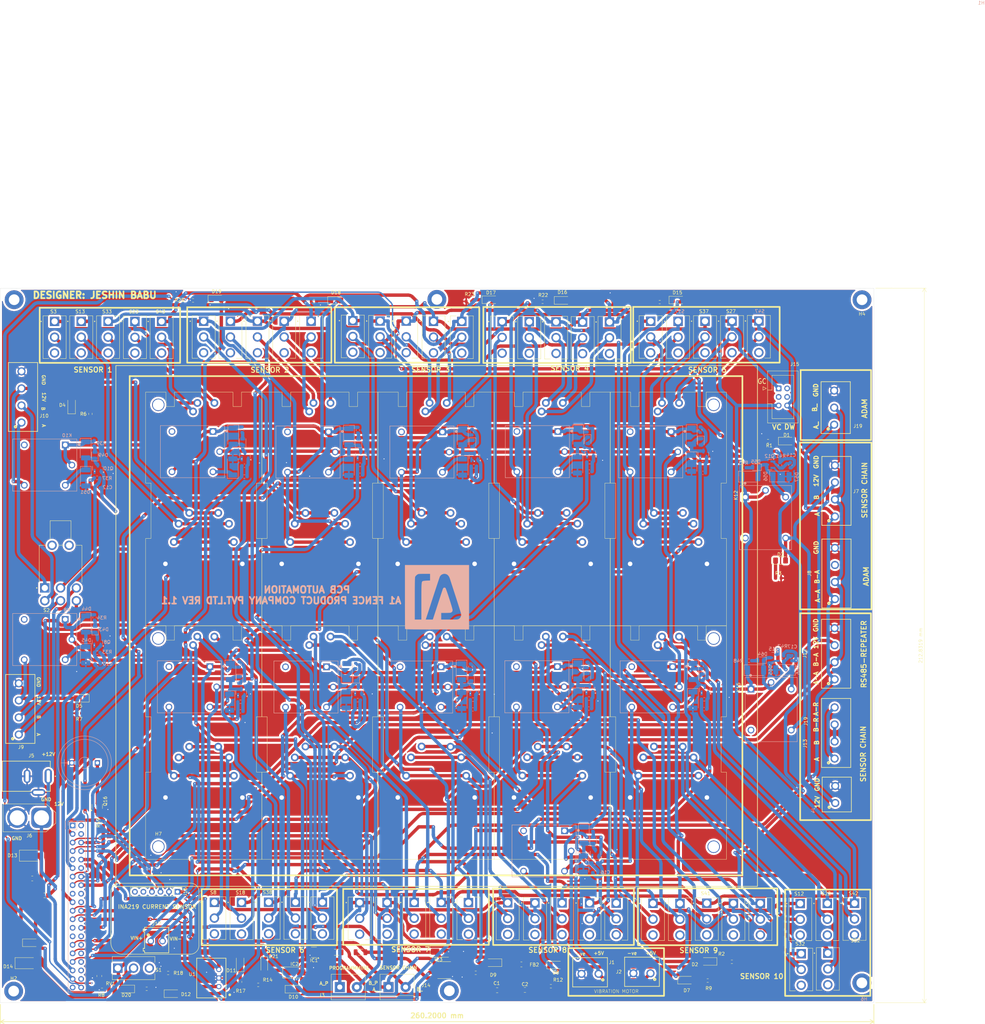
<source format=kicad_pcb>
(kicad_pcb (version 20240108) (generator "pcbnew") (generator_version "8.0")
  (layers (0 "F.Cu" signal) (1 "In1.Cu" signal) (2 "In2.Cu" signal) (3 "In3.Cu" signal) (4 "In4.Cu" signal) (5 "In5.Cu" signal) (6 "In6.Cu" signal) (7 "In7.Cu" signal) (8 "In8.Cu" signal) (9 "In9.Cu" signal) (10 "In10.Cu" signal) (11 "In11.Cu" signal) (12 "In12.Cu" signal) (31 "B.Cu" signal) (34 "B.Paste" user) (35 "F.Paste" user) (36 "B.SilkS" user "B.Silkscreen") (37 "F.SilkS" user "F.Silkscreen") (38 "B.Mask" user) (39 "F.Mask" user) (44 "Edge.Cuts" user))
  (net 0 "")
  (net 1 "GND")
  (net 2 "/buzzer")
  (net 3 "/5v")
  (net 4 "/VM")
  (net 5 "Net-(D1-K)")
  (net 6 "Net-(D2-K)")
  (net 7 "/PCB_13")
  (net 8 "/PCB_12")
  (net 9 "Net-(D3-K)")
  (net 10 "/PCB_10")
  (net 11 "Net-(D5-K)")
  (net 12 "/PCB_9")
  (net 13 "Net-(D6-K)")
  (net 14 "/PCB_8")
  (net 15 "Net-(D7-K)")
  (net 16 "Net-(D8-K)")
  (net 17 "/PCB_7")
  (net 18 "5V")
  (net 19 "Net-(D9-K)")
  (net 20 "/PCB_6")
  (net 21 "Net-(D10-K)")
  (net 22 "/PCB_5")
  (net 23 "Net-(D11-K)")
  (net 24 "Net-(D12-K)")
  (net 25 "/PCB_4")
  (net 26 "/PCB_3")
  (net 27 "Net-(D13-K)")
  (net 28 "/PCB_2")
  (net 29 "Net-(D15-K)")
  (net 30 "/PCB_1")
  (net 31 "Net-(D16-K)")
  (net 32 "/12V_CS")
  (net 33 "/B")
  (net 34 "/A")
  (net 35 "/PCB_14")
  (net 36 "Net-(D18-K)")
  (net 37 "/PCB_11")
  (net 38 "Net-(D19-K)")
  (net 39 "/12V_OUT")
  (net 40 "Net-(D20-K)")
  (net 41 "/A_")
  (net 42 "/B_")
  (net 43 "+12V")
  (net 44 "/B2")
  (net 45 "/R9")
  (net 46 "/TXD")
  (net 47 "/SC_1")
  (net 48 "/R11")
  (net 49 "/RX")
  (net 50 "/R4")
  (net 51 "/RS45")
  (net 52 "/R2")
  (net 53 "/R5")
  (net 54 "/R7")
  (net 55 "/R12")
  (net 56 "/R13")
  (net 57 "/R10")
  (net 58 "/R3")
  (net 59 "/R6")
  (net 60 "/R1")
  (net 61 "/SDA")
  (net 62 "/SCL")
  (net 63 "/R14")
  (net 64 "/R8")
  (net 65 "/SC_2")
  (net 66 "/DW")
  (net 67 "/GC")
  (net 68 "/VC")
  (net 69 "/12V_CS_OUT")
  (net 70 "/A_R")
  (net 71 "/B_R")
  (net 73 "Net-(D4-K)")
  (net 74 "Net-(D13-A)")
  (net 75 "Net-(D17-K)")
  (net 97 "/A2")
  (net 98 "/B1")
  (net 99 "/A1")
  (net 100 "Net-(Q1-B)")
  (net 101 "Net-(Q2-B)")
  (net 102 "Net-(Q3-B)")
  (net 103 "Net-(Q4-B)")
  (net 104 "Net-(Q5-B)")
  (net 105 "Net-(Q6-B)")
  (net 106 "Net-(Q7-B)")
  (net 107 "Net-(Q8-B)")
  (net 108 "Net-(Q9-B)")
  (net 109 "Net-(Q10-B)")
  (net 110 "Net-(Q11-B)")
  (net 111 "Net-(Q12-B)")
  (net 112 "Net-(Q13-B)")
  (net 113 "Net-(Q14-B)")
  (net 114 "Net-(Q15-B)")
  (net 115 "Net-(D22-K)")
  (net 116 "Net-(D22-A)")
  (net 117 "Net-(D23-K)")
  (net 118 "Net-(D23-A)")
  (net 119 "Net-(D28-K)")
  (net 120 "Net-(D28-A)")
  (net 121 "Net-(D29-K)")
  (net 122 "Net-(D29-A)")
  (net 123 "Net-(D34-A)")
  (net 124 "Net-(D34-K)")
  (net 125 "Net-(D35-K)")
  (net 126 "Net-(D35-A)")
  (net 127 "Net-(D40-A)")
  (net 128 "Net-(D40-K)")
  (net 129 "Net-(D43-K)")
  (net 130 "Net-(D43-A)")
  (net 131 "Net-(D46-K)")
  (net 132 "Net-(D46-A)")
  (net 133 "Net-(D49-A)")
  (net 134 "Net-(D49-K)")
  (net 135 "Net-(D52-A)")
  (net 136 "Net-(D52-K)")
  (net 137 "Net-(D55-A)")
  (net 138 "Net-(D55-K)")
  (net 139 "Net-(D58-A)")
  (net 140 "Net-(D58-K)")
  (net 141 "Net-(D61-A)")
  (net 142 "Net-(D61-K)")
  (net 143 "Net-(D64-K)")
  (net 144 "Net-(D64-A)")
  (net 160 "/VM_OUT")
  (net 163 "/A3")
  (net 165 "/A4")
  (net 168 "/A5")
  (net 170 "/A6")
  (net 171 "/A7")
  (net 174 "/A8")
  (net 175 "/A9")
  (net 177 "/A10")
  (net 181 "/B3")
  (net 183 "/B4")
  (net 186 "/B5")
  (net 188 "/B6")
  (net 189 "/B7")
  (net 191 "/B8")
  (net 194 "/B9")
  (net 197 "/GC1")
  (net 199 "/GC2")
  (net 200 "/GC3")
  (net 202 "/GC4")
  (net 205 "/GC5")
  (net 207 "/GC6")
  (net 208 "/GC7")
  (net 211 "/GC8")
  (net 212 "/GC9")
  (net 215 "/GC10")
  (net 217 "/VC1")
  (net 218 "/VC2")
  (net 221 "/VC3")
  (net 223 "/VC4")
  (net 225 "/VC5")
  (net 227 "/VC6")
  (net 229 "/VC7")
  (net 231 "/VC8")
  (net 232 "/VC9")
  (net 234 "/VC10")
  (net 236 "/DW1")
  (net 238 "/DW2")
  (net 241 "/DW3")
  (net 242 "/DW4")
  (net 244 "/DW5")
  (net 246 "/DW6")
  (net 248 "/DW7")
  (net 251 "/DW8")
  (net 252 "/DW9")
  (net 255 "/DW10")
  (net 256 "/B10")
  (net 257 "/buzzer_in")
  (net 258 "Net-(Q16-B)")
  (net 259 "/A_P")
  (net 260 "/B_P")
  (net 261 "/B_2")
  (net 262 "/A_2")
  (net 263 "/B_11")
  (net 264 "/A_11")
  (footprint "Capacitor_SMD:C_0805_2012Metric_Pad1.18x1.45mm_HandSolder" (layer "F.Cu") (at 306.73 276.87 180)
    (property "Reference" "C1")
    (property "Value" "100nF" (hide yes))
  )
  (footprint "pcb:SW_100SP1T1B4M2QE(SPST)" (layer "F.Cu") (at 279.63 82.25)
    (property "Reference" "S35" (hide yes))
    (property "Value" "100SP1T1B4M2QE" (hide yes))
  )
  (footprint "Resistor_SMD:R_0805_2012Metric_Pad1.20x1.40mm_HandSolder" (layer "F.Cu") (at 168.24 243.58)
    (property "Reference" "FB1" (hide yes))
    (property "Value" "FerriteBead_Small" (hide yes))
  )
  (footprint "Capacitor_SMD:C_0805_2012Metric_Pad1.18x1.45mm_HandSolder" (layer "F.Cu") (at 314.9925 276.77)
    (property "Reference" "C2")
    (property "Value" "4.7uF" (hide yes))
  )
  (footprint "pcb:SW_100SP1T1B4M2QE(SPST)" (layer "F.Cu") (at 182.84 82.34)
    (property "Reference" "S13")
    (property "Value" "100SP1T1B4M2QE" (hide yes))
  )
  (footprint "pcb:SW_100SP1T1B4M2QE(SPST)" (layer "F.Cu") (at 206.78 82.37)
    (property "Reference" "S43")
    (property "Value" "100SP1T1B4M2QE" (hide yes))
  )
  (footprint "pcb:SW_100SP1T1B4M2QE(SPST)" (layer "F.Cu") (at 369.16 255.65)
    (property "Reference" "S41")
    (property "Value" "100SP1T1B4M2QE" (hide yes))
  )
  (footprint "Diode_SMD:D_SMA" (layer "F.Cu") (at 167.9275 236.78)
    (property "Reference" "D13")
    (property "Value" "D_Schottky" (hide yes))
  )
  (footprint "pcb:SW_100SP1T1B4M2QE(SPST)" (layer "F.Cu") (at 227.2725 82.3)
    (property "Reference" "S14" (hide yes))
    (property "Value" "100SP1T1B4M2QE" (hide yes))
  )
  (footprint "pcb:SW_100SP1T1B4M2QE(SPST)" (layer "F.Cu") (at 296.19 82.37)
    (property "Reference" "S45" (hide yes))
    (property "Value" "100SP1T1B4M2QE" (hide yes))
  )
  (footprint "pcb:SW_100SP1T1B4M2QE(SPST)" (layer "F.Cu") (at 376.68 82.27)
    (property "Reference" "S27")
    (property "Value" "100SP1T1B4M2QE" (hide yes))
  )
  (footprint "pcb:SW_100SP1T1B4M2QE(SPST)" (layer "F.Cu") (at 396.99 255.74)
    (property "Reference" "S12")
    (property "Value" "100SP1T1B4M2QE" (hide yes))
  )
  (footprint "Package_TO_SOT_SMD:SOT-23" (layer "F.Cu") (at 187.59 222.1175 90)
    (property "Reference" "Q16")
    (property "Value" "BC847" (hide yes))
  )
  (footprint "MountingHole:MountingHole_3.2mm_M3_DIN965_Pad" (layer "F.Cu") (at 371.21 102.5)
    (property "Reference" "H10" (hide yes))
    (property "Value" "MountingHole" (hide yes))
  )
  (footprint "LED_SMD:LED_1206_3216Metric_Pad1.42x1.75mm_HandSolder" (layer "F.Cu") (at 182.7575 189.91 180)
    (property "Reference" "D5")
    (property "Value" "LED" (hide yes))
  )
  (footprint "Diode_SMD:D_SMA" (layer "F.Cu") (at 246.355 271.57)
    (property "Reference" "IC2")
    (property "Value" "TISP4015L1AJR-S" (hide yes))
  )
  (footprint "LED_SMD:LED_1206_3216Metric_Pad1.42x1.75mm_HandSolder" (layer "F.Cu") (at 326.1825 71.4)
    (property "Reference" "D16")
    (property "Value" "LED" (hide yes))
  )
  (footprint "MountingHole:MountingHole_3.2mm_M3_DIN965_Pad" (layer "F.Cu") (at 371.21 172.11)
    (property "Reference" "H8" (hide yes))
    (property "Value" "MountingHole" (hide yes))
  )
  (footprint "pcb:691311500004" (layer "F.Cu") (at 407.3372 152.7418 90)
    (property "Reference" "J8")
    (property "Value" "691311500004" (hide yes))
  )
  (footprint "pcb:SW_100SP1T1B4M2QE(SPST)" (layer "F.Cu") (at 298.17 255.46)
    (property "Reference" "S49" (hide yes))
    (property "Value" "100SP1T1B4M2QE" (hide yes))
  )
  (footprint "Resistor_SMD:R_0603_1608Metric" (layer "F.Cu") (at 252.145 71.6 180)
    (property "Reference" "R24" (hide yes))
    (property "Value" "3K" (hide yes))
  )
  (footprint "pcb:SW_100SP1T1B4M2QE(SPST)" (layer "F.Cu") (at 385.12 255.68)
    (property "Reference" "S51" (hide yes))
    (property "Value" "100SP1T1B4M2QE" (hide yes))
  )
  (footprint "LED_SMD:LED_1206_3216Metric_Pad1.42x1.75mm_HandSolder" (layer "F.Cu") (at 391.1472 148.8718)
    (property "Reference" "D3")
    (property "Value" "LED" (hide yes))
  )
  (footprint "LED_SMD:LED_1206_3216Metric_Pad1.42x1.75mm_HandSolder" (layer "F.Cu") (at 360.3825 71.3)
    (property "Reference" "D15")
    (property "Value" "LED" (hide yes))
  )
  (footprint "MountingHole:MountingHole_3.2mm_M3_DIN965_Pad" (layer "F.Cu") (at 162.85 71.19 180)
    (property "Reference" "H1")
    (property "Value" "MountingHole" (hide yes))
  )
  (footprint "Resistor_SMD:R_0603_1608Metric" (layer "F.Cu") (at 185.5772 105.1968 90)
    (property "Reference" "R6")
    (property "Value" "3K" (hide yes))
  )
  (footprint "LED_SMD:LED_1206_3216Metric_Pad1.42x1.75mm_HandSolder" (layer "F.Cu") (at 246.04 276.57)
    (property "Reference" "D10")
    (property "Value" "LED" (hide yes))
  )
  (footprint "Resistor_SMD:R_0603_1608Metric" (layer "F.Cu") (at 387.4122 113.3218 180)
    (property "Reference" "R1")
    (property "Value" "3K" (hide yes))
  )
  (footprint "LED_SMD:LED_1206_3216Metric_Pad1.42x1.75mm_HandSolder" (layer "F.Cu") (at 230.155 268.87 90)
    (property "Reference" "D11")
    (property "Value" "LED" (hide yes))
  )
  (footprint "pcb:691311500004" (layer "F.Cu") (at 407.2372 176.6418 90)
    (property "Reference" "J12")
    (property "Value" "691311500004" (hide yes))
  )
  (footprint "Resistor_SMD:R_0603_1608Metric" (layer "F.Cu") (at 202.3275 276.43)
    (property "Reference" "R28" (hide yes))
    (property "Value" "3 K" (hide yes))
  )
  (footprint "pcb:SW_100DP1T2B4M6QE (DPDT)" (layer "F.Cu") (at 176.6847 158.943)
    (property "Reference" "S2")
    (property "Value" "100DP1T2B4M6QE" (hide yes))
  )
  (footprint "pcb:SW_100SP1T1B4M2QE(SPST)" (layer "F.Cu") (at 309.86 255.51)
    (property "Reference" "S10" (hide yes))
    (property "Value" "100SP1T1B4M2QE" (hide yes))
  )
  (footprint "Diode_SMD:D_SMA" (layer "F.Cu") (at 166.6225 268.8)
    (property "Reference" "D14")
    (property "Value" "D_TVS" (hide yes))
  )
  (footprint "MountingHole:MountingHole_3.2mm_M3_DIN965_Pad" (layer "F.Cu") (at 288.77 71.09 180)
    (property "Reference" "H3" (hide yes))
    (property "Value" "MountingHole" (hide yes))
  )
  (footprint "LED_SMD:LED_1206_3216Metric_Pad1.42x1.75mm_HandSolder" (layer "F.Cu") (at 179.9772 102.7093 90)
    (property "Reference" "D4")
    (property "Value" "LED" (hide yes))
  )
  (footprint "pcb:SW_100SP1T1B4M2QE(SPST)" (layer "F.Cu") (at 353.14 255.7)
    (property "Reference" "S11" (hide yes))
    (property "Value" "100SP1T1B4M2QE" (hide yes))
  )
  (footprint "pcb:SW_100SP1T1B4M2QE(SPST)" (layer "F.Cu") (at 174.9 82.35)
    (property "Reference" "S3")
    (property "Value" "100SP1T1B4M2QE" (hide yes))
  )
  (footprint "Resistor_SMD:R_0603_1608Metric" (layer "F.Cu") (at 355.145 71.9 180)
    (property "Reference" "R19" (hide yes))
    (property "Value" "3K" (hide yes))
  )
  (footprint "pcb:SW_100SP1T1B4M2QE(SPST)" (layer "F.Cu") (at 377.09 255.68)
    (property "Reference" "S31" (hide yes))
    (property "Value" "100SP1T1B4M2QE" (hide yes))
  )
  (footprint "Resistor_SMD:R_0603_1608Metric" (layer "F.Cu") (at 230.155 274.37 -90)
    (property "Reference" "R17")
    (property "Value" "1 K" (hide yes))
  )
  (footprint "MountingHole:MountingHole_3.2mm_M3_DIN965_Pad" (layer "F.Cu") (at 162.71 277.12)
    (property "Reference" "H2")
    (property "Value" "MountingHole" (hide yes))
  )
  (footprint "Resistor_SMD:R_0603_1608Metric" (layer "F.Cu") (at 235.555 275.27)
    (property "Reference" "R14")
    (property "Value" "3K" (hide yes))
  )
  (footprint "pcb:691311500002(2PIN)" (layer "F.Cu") (at 407.4372 218.5618 90)
    (property "Reference" "J4")
    (property "Value" "Screw_Terminal_01x02" (hide yes))
  )
  (footprint "pcb:SW_100SP1T1B4M2QE(SPST)" (layer "F.Cu") (at 368.64 82.29)
    (property "Reference" "S37")
    (property "Value" "100SP1T1B4M2QE" (hide yes))
  )
  (footprint "Resistor_SMD:R_0603_1608Metric" (layer "F.Cu") (at 216.145 71.4 180)
    (property "Reference" "R25")
    (property "Value" "3K" (hide yes))
  )
  (footprint "pcb:SW_100SP1T1B4M2QE(SPST)" (layer "F.Cu") (at 413.17 255.66)
    (property "Reference" "S42")
    (property "Value" "100SP1T1B4M2QE" (hide yes))
  )
  (footprint "Fuse:Fuse_0805_2012Metric_Pad1.15x1.40mm_HandSolder" (layer "F.Cu") (at 171.945 248.62 180)
    (property "Reference" "F1" (hide yes))
    (property "Value" "Fuse" (hide yes))
  )
  (footprint "TerminalBlock:TerminalBlock_bornier-2_P5.08mm" (layer "F.Cu") (at 274.37 275.92)
    (property "Reference" "J14")
    (property "Value" "Screw_Terminal_01x02" (hide yes))
  )
  (footprint "Diode_SMD:D_SMA" (layer "F.Cu") (at 290.2625 265.37)
    (property "Reference" "IC3")
    (property "Value" "TISP4015L1AJR-S" (hide yes))
  )
  (footprint "pcb:SW_100SP1T1B4M2QE(SPST)" (layer "F.Cu") (at 230.5875 255.41)
    (property "Reference" "S18")
    (property "Value" "100SP1T1B4M2QE" (hide yes))
  )
  (footprint "pcb:SW_100SP1T1B4M2QE(SPST)" (layer "F.Cu") (at 360.61 82.32)
    (property "Reference" "S17")
    (property "Value" "100SP1T1B4M2QE" (hide yes))
  )
  (footprint "Resistor_SMD:R_0603_1608Metric" (layer "F.Cu") (at 189.4 227 90)
    (property "Reference" "R49")
    (property "Value" "1 K" (hide yes))
  )
  (footprint "MountingHole:MountingHole_3.2mm_M3_DIN965_Pad" (layer "F.Cu") (at 371.22 234.12)
    (property "Reference" "H9" (hide yes))
    (property "Value" "MountingHole" (hide yes))
  )
  (footprint "Resistor_SMD:R_0603_1608Metric" (layer "F.Cu") (at 320.26 71.8 180)
    (property "Reference" "R22")
    (property "Value" "3K" (hide yes))
  )
  (footprint "LED_SMD:LED_1206_3216Metric_Pad1.42x1.75mm_HandSolder" (layer "F.Cu") (at 369.735 268.29 180)
    (property "Reference" "D2")
    (property "Value" "LED" (hide yes))
  )
  (footprint "Resistor_SMD:R_1206_3216Metric" (layer "F.Cu") (at 258.91 265.55)
    (property "Reference" "F2" (hide yes))
    (property "Value" "Polyfuse" (hide yes))
  )
  (footprint "LED_SMD:LED_1206_3216Metric_Pad1.42x1.75mm_HandSolder" (layer "F.Cu") (at 362.96 273.87)
    (property "Reference" "D7")
    (property "Value" "LED" (hide yes))
  )
  (footprint "MountingHole:MountingHole_3.2mm_M3_DIN965_Pad" (layer "F.Cu") (at 415.41 71.2 180)
    (property "Reference" "H4")
    (property "Value" "MountingHole" (hide yes))
  )
  (footprint "pcb:SW_100SP1T1B4M2QE(SPST)" (layer "F.Cu") (at 324.27 82.49)
    (property "Reference" "S36" (hide yes))
    (property "Value" "100SP1T1B4M2QE" (hide yes))
  )
  (footprint "pcb:SW_100SP1T1B4M2QE(SPST)" (layer "F.Cu") (at 316.29 82.45)
    (property "Reference" "S16" (hide yes))
    (property "Value" "100SP1T1B4M2QE" (hide yes))
  )
  (footprint "pcb:691214110002" (layer "F.Cu") (at 205.2947 262.2178)
    (property "Reference" "J17")
    (property "Value" "Conn_01x02_Male" (hide yes))
  )
  (footprint "pcb:SW_100SP1T1B4M2QE(SPST)" (layer "F.Cu") (at 282.01 255.43)
    (property "Reference" "S39" (hide yes))
    (property "Value" "100SP1T1B4M2QE" (hide yes))
  )
  (footprint "pcb:SW_100SP1T1B4M2QE(SPST)" (layer "F.Cu") (at 361.17 255.73)
    (property "Reference" "S21" (hide yes))
    (property "Value" "100SP1T1B4M2QE" (hide yes))
  )
  (footprint "Resistor_SMD:R_1206_3216Metric" (layer "F.Cu") (at 266.03 265.55)
    (property "Reference" "F3" (hide yes))
    (property "Value" "Polyfuse" (hide yes))
  )
  (footprint "LED_SMD:LED_1206_3216Metric_Pad1.42x1.75mm_HandSolder" (layer "F.Cu") (at 305.6425 268.67 180)
    (property "Reference" "D9")
    (property "Value" "LED" (hide yes))
  )
  (footprint "pcb:SW_100SP1T1B4M2QE(SPST)" (layer "F.Cu") (at 243.28 82.29)
    (property "Reference" "S24" (hide yes))
    (property "Value" "100SP1T1B4M2QE" (hide yes))
  )
  (footprint "LED_SMD:LED_1206_3216Metric_Pad1.42x1.75mm_HandSolder" (layer "F.Cu") (at 196.2775 276.48 180)
    (property "Reference" "D20")
    (property "Value" "LED" (hide yes))
  )
  (footprint "LED_SMD:LED_1206_3216Metric_Pad1.42x1.75mm_HandSolder" (layer "F.Cu") (at 304.6825 71.2)
    (property "Reference" "D17")
    (property "Value" "LED" (hide yes))
  )
  (footprint "Resistor_SMD:R_0805_2012Metric" (layer "F.Cu") (at 188.2275 272.63 -90)
    (property "Reference" "RV1")
    (property "Value" "Varistor" (hide yes))
  )
  (footprint "pcb:691311500004" (layer "F.Cu") (at 407.2372 200.2418 90)
    (property "Reference" "J13")
    (property "Value" "691311500004" (hide yes))
  )
  (footprint "pcb:691311500003(3pins)" (layer "F.Cu") (at 407.1172 103.3318 90)
    (property "Reference" "J19")
    (property "Value" "Screw_Terminal_01x03" (hide yes))
  )
  (footprint "pcb:SW_100SP1T1B4M2QE(SPST)" (layer "F.Cu") (at 287.77 82.32)
    (property "Reference" "S25" (hide yes))
    (property "Value" "100SP1T1B4M2QE" (hide yes))
  )
  (footprint "Resistor_SMD:R_0603_1608Metric" (layer "F.Cu") (at 298.345 71.7 180)
    (property "Reference" "R23")
    (property "Value" "3K" (hide yes))
  )
  (footprint "Diode_SMD:D_SOD-123" (layer "F.Cu") (at 237.355 269.27 -90)
    (property "Reference" "D21")
    (property "Value" "D_TVS" (hide yes))
  )
  (footprint "pcb:SW_100SP1T1B4M2QE(SPST)" (layer "F.Cu") (at 334.24 255.59)
    (property "Reference" "S30" (hide yes))
    (property "Value" "100SP1T1B4M2QE" (hide yes))
  )
  (footprint "pcb:SW_100SP1T1B4M2QE(SPST)" (layer "F.Cu") (at 340.19 82.53)
    (property "Reference" "S46" (hide yes))
    (property "Value" "100SP1T1B4M2QE" (hide yes))
  )
  (footprint "pcb:691311500004" (layer "F.Cu") (at 165.0472 100.1518 90)
    (property "Reference" "J10")
    (property "Value" "691311500004" (hide yes))
  )
  (footprint "pcb:SW_100SP1T1B4M2QE(SPST)" (layer "F.Cu") (at 190.83 82.34)
    (property "Reference" "S33")
    (property "Value" "100SP1T1B4M2QE" (hide yes))
  )
  (footprint "pcb:SW_100SP1T1B4M2QE(SPST)" (layer "F.Cu") (at 265.77 255.46)
    (property "Reference" "S9" (hide yes))
    (property "Value" "100SP1T1B4M2QE" (hide yes))
  )
  (footprint "pcb:SW_100SP1T1B4M2QE(SPST)" (layer "F.Cu") (at 405.08 255.72)
    (property "Reference" "S22")
    (property "Value" "100SP1T1B4M2QE" (hide yes))
  )
  (footprint "Resistor_SMD:R_0805_2012Metric_Pad1.20x1.40mm_HandSolder" (layer "F.Cu") (at 313.9425 269.17 180)
    (property "Reference" "FB2")
    (property "Value" "FerriteBead_Small" (hide yes))
  )
  (footprint "pcb:691311500002(2PIN)" (layer "F.Cu") (at 334.395 271.97 180)
    (property "Reference" "J1")
    (property "Value" "Screw_Terminal_01x02" (hide yes))
  )
  (footprint "Connector_IDC:IDC-Header_2x03_P2.54mm_Vertical" (layer "F.Cu") (at 390.5672 97.6118)
    (property "Reference" "J15")
    (property "Value" "Conn_02x03_Odd_Even" (hide yes))
  )
  (footprint "Resistor_SMD:R_0603_1608Metric" (layer "F.Cu") (at 322.73 275.67)
    (property "Reference" "R12")
    (property "Value" "3K" (hide yes))
  )
  (footprint "Resistor_SMD:R_0603_1608Metric" (layer "F.Cu") (at 369.435 273.97)
    (property "Reference" "R9")
    (property "Value" "3K" (hide yes))
  )
  (footprint "pcb:GCT_DCJ200-10-A-XX-K_REVA" (layer "F.Cu") (at 166.47 213.13 -90)
    (property "Reference" "J5")
    (property "Value" "DCJ200-10-A-XX-K_REVA" (hide yes))
  )
  (footprint "pcb:SW_100SP1T1B4M2QE(SPST)" (layer "F.Cu") (at 198.8275 82.38)
    (property "Reference" "S23")
    (property "Value" "100SP1T1B4M2QE" (hide yes))
  )
  (footprint "MountingHole:MountingHole_3.2mm_M3_DIN965_Pad" (layer "F.Cu") (at 415.35 274.67)
    (property "Reference" "H6")
    (property "Value" "MountingHole" (hide yes))
  )
  (footprint "pcb:SW_100SP1T1B4M2QE(SPST)" (layer "F.Cu") (at 332.1875 82.56)
    (property "Reference" "S26" (hide yes))
    (property "Value" "100SP1T1B4M2QE" (hide yes))
  )
  (footprint "pcb:WPME-FDSM_173010X78" (layer "F.Cu") (at 221.58 273.23 90)
    (property "Reference" "U1")
    (property "Value" "WPME-FDSM_SIP-3" (hide yes))
  )
  (footprint "Connector_AMASS:AMASS_XT60-M_1x02_P7.20mm_Vertical" (layer "F.Cu") (at 170.99 225.51 180)
    (property "Reference" "J6")
    (property "Value" "Conn_01x02" (hide yes))
  )
  (footprint "pcb:SW_100SP1T1B4M2QE(SPST)" (layer "F.Cu") (at 326.0475 255.57)
    (property "Reference" "S40" (hide yes))
    (property "Value" "100SP1T1B4M2QE" (hide yes))
  )
  (footprint "pcb:SW_100SP1T1B4M2QE(SPST)" (layer "F.Cu") (at 235.33 82.29)
    (property "Reference" "S34" (hide yes))
    (property "Value" "100SP1T1B4M2QE" (hide yes))
  )
  (footprint "LED_SMD:LED_1206_3216Metric_Pad1.42x1.75mm_HandSolder" (layer "F.Cu") (at 323.9825 269.36)
    (property "Reference" "D8")
    (property "Value" "LED" (hide yes))
  )
  (footprint "pcb:SW_100SP1T1B4M2QE(SPST)" (layer "F.Cu") (at 246.64 255.35)
    (property "Reference" "S28" (hide yes))
    (property "Value" "100SP1T1B4M2QE" (hide yes))
  )
  (footprint "Package_TO_SOT_SMD:SOT-23-3" (layer "F.Cu") (at 252.15 265.5625 180)
    (property "Reference" "IC1")
    (property "Value" "PSM712-LF-T7" (hide yes))
  )
  (footprint "LED_SMD:LED_1206_3216Metric_Pad1.42x1.75mm_HandSolder" (layer "F.Cu") (at 167.8125 262.72)
    (property "Reference" "D6" (hide yes))
    (property "Value" "LED" (hide yes))
  )
  (footprint "pcb:SW_100SP1T1B4M2QE(SPST)" (layer "F.Cu") (at 384.68 82.23)
    (property "Reference" "S47")
    (property "Value" "100SP1T1B4M2QE" (hide yes))
  )
  (footprint "pcb:691311500004" (layer "F.Cu") (at 164.2372 193.0818 90)
    (property "Reference" "J9")
    (property "Value" "691311500004" (hide yes))
  )
  (footprint "LED_SMD:LED_1206_3216Metric_Pad1.42x1.75mm_HandSolder" (layer "F.Cu") (at 392.9497 113.3018)
    (property "Reference" "D1")
    (property "Value" "LED" (hide yes))
  )
  (footprint "pcb:691311500004" (layer "F.Cu") (at 407.3372 128.1418 90)
    (property "Reference" "J7")
    (property "Value" "691311500004" (hide yes))
  )
  (footprint "pcb:SW_100SP1T1B4M2QE(SPST)" (layer "F.Cu") (at 254.68 255.37)
    (property "Reference" "S48" (hide yes))
    (property "Value" "100SP1T1B4M2QE" (hide yes))
  )
  (footprint "TerminalBlock:TerminalBlock_bornier-2_P5.08mm" (layer "F.Cu") (at 259.85 275.92)
    (property "Reference" "J3")
    (property "Value" "Screw_Terminal_01x02" (hide yes))
  )
  (footprint "Resistor_SMD:R_0603_1608Metric" (layer "F.Cu") (at 376.635 268.39)
    (property "Reference" "R2")
    (property "Value" "1K" (hide yes))
  )
  (footprint "pcb:SW_100SP1T1B4M2QE(SPST)" (layer "F.Cu") (at 405.22 270.52)
    (property "Reference" "S52")
    (property "Value" "100SP1T1B4M2QE" (hide yes))
  )
  (footprint "MountingHole:MountingHole_3.2mm_M3_DIN965_Pad" (layer "F.Cu") (at 205.82 234.1)
    (property "Reference" "H7")
    (property "Value" "MountingHole" (hide yes))
  )
  (footprint "LED_SMD:LED_1206_3216Metric_Pad1.42x1.75mm_HandSolder" (layer "F.Cu") (at 209.9825 277.89)
    (property "Reference" "D12")
    (property "Value" "LED" (hide yes))
  )
  (footprint "pcb:SW_100SP1T1B4M2QE(SPST)" (layer "F.Cu") (at 251.31 82.29)
    (property "Reference" "S44" (hide yes))
    (property "Value" "100SP1T1B4M2QE" (hide yes))
  )
  (footprint "pcb:SOIC127P599X175-8N5" (layer "F.Cu") (at 290.95 270.87)
    (property "Reference" "U2" (hide yes))
    (property "Value" "SN65HVD08D" (hide yes))
  )
  (footprint "Connector_PinHeader_2.54mm:PinHeader_1x06_P2.54mm_Vertical" (layer "F.Cu") (at 211.52 247.54 -90)
    (property "Reference" "J16")
    (property "Value" "Conn_01x06_Male" (hide yes))
  )
  (footprint "MountingHole:MountingHole_3.2mm_M3_DIN965_Pad" (layer "F.Cu") (at 205.8 172.09)
    (property "Reference" "H12" (hide yes))
    (property "Value" "MountingHole" (hide yes))
  )
  (footprint "pcb:SW_100SP1T1B4M2QE(SPST)" (layer "F.Cu") (at 308.21 82.41)
    (property "Reference" "S6" (hide yes))
    (property "Value" "100SP1T1B4M2QE" (hide yes))
  )
  (footprint "pcb:SW_100SP1T1B4M2QE(SPST)" (layer "F.Cu") (at 271.86 82.24)
    (property "Reference" "S15" (hide yes))
    (property "Value" "100SP1T1B4M2QE" (hide yes))
  )
  (footprint "LED_SMD:LED_1206_3216Metric_Pad1.42x1.75mm_HandSolder" (layer "F.Cu") (at 223.0825 71)
    (property "Reference" "D19")
    (property "Value" "LED" (hide yes))
  )
  (footprint "MountingHole:MountingHole_3.2mm_M3_DIN965_Pad" (layer "F.Cu") (at 205.79 102.5)
    (property "Reference" "H11" (hide yes))
    (property "Value" "MountingHole" (hide yes))
  )
  (footprint "pcb:SW_100SP1T1B4M2QE(SPST)" (layer "F.Cu") (at 238.65 255.35)
    (property "Reference" "S38")
    (property "Value" "100SP1T1B4M2QE" (hide yes))
  )
  (footprint "pcb:SW_100SP1T1B4M2QE(SPST)" (layer "F.Cu") (at 219.3025 82.29)
    (property "Reference" "S4" (hide yes))
    (property "Value" "100SP1T1B4M2QE" (hide yes))
  )
  (footprint "Resistor_SMD:R_0603_1608Metric" (layer "F.Cu") (at 189.0275 276.73 180)
    (property "Reference" "R8")
    (property "Value" "3K" (hide yes))
  )
  (footprint "pcb:SW_100SP1T1B4M2QE(SPST)" (layer "F.Cu") (at 198.4275 270.2825 90)
    (property "Reference" "S1")
    (property "Value" "100SP1T1B4M2QE" (hide yes))
  )
  (footprint "pcb:SW_100SP1T1B4M2QE(SPST)" (layer "F.Cu") (at 397.29 270.68)
    (property "Reference" "S32")
    (property "Value" "100SP1T1B4M2QE" (hide yes))
  )
  (footprint "pcb:691311500002(2PIN)" (layer "F.Cu") (at 349.855 271.82 180)
    (property "Reference" "J2")
    (property "Value" "Screw_Terminal_01x02" (hide yes))
  )
  (footprint "LED_SMD:LED_1206_3216Metric_Pad1.42x1.75mm_HandSolder" (layer "F.Cu") (at 258.6825 71.4)
    (property "Reference" "D18")
    (property "Value" "LED" (hide yes))
  )
  (footprint "pcb:SW_100SP1T1B4M2QE(SPST)" (layer "F.Cu") (at 222.5 255.38)
    (property "Reference" "S8")
    (property "Value" "100SP1T1B4M2QE" (hide yes))
  )
  (footprint "Resistor_SMD:R_0603_1608Metric" (layer "F.Cu") (at 390.4722 154.1118)
    (property "Reference" "R3")
    (property "Value" "3K" (hide yes))
  )
  (footprint "Resistor_SMD:R_0603_1608Metric" (layer "F.Cu") (at 182.145 194.36 180)
    (property "Reference" "R7")
    (property "Value" "3K" (hide yes))
  )
  (footprint "pcb:SW_100SP1T1B4M2QE(SPST)" (layer "F.Cu") (at 290.08 255.43)
    (property "Reference" "S29" (hide yes))
    (property "Value" "100SP1T1B4M2QE" (hide yes))
  )
  (footprint "Resistor_SMD:R_0603_1608Metric" (layer "F.Cu") (at 300.3425 271.67)
    (property "Reference" "R13" (hide yes))
    (property "Value" "3K" (hide yes))
  )
  (footprint "pcb:SW_100SP1T1B4M2QE(SPST)" (layer "F.Cu") (at 352.46 82.3)
    (property "Reference" "S7" (hide yes))
    (property "Value" "100SP1T1B4M2QE" (hide yes))
  )
  (footprint "MountingHole:MountingHole_3.2mm_M3_DIN965_Pad" (layer "F.Cu") (at 292.48 277.03)
    (property "Reference" "H5" (hide yes))
    (property "Value" "MountingHole" (hide yes))
  )
  (footprint "pcb:SW_100SP1T1B4M2QE(SPST)" (layer "F.Cu") (at 317.99 255.56)
    (property "Reference" "S20" (hide yes))
    (property "Value" "100SP1T1B4M2QE" (hide yes))
  )
  (footprint "Resistor_SMD:R_0603_1608Metric" (layer "F.Cu") (at 208.7275 271.73)
    (property "Reference" "R18")
    (property "Value" "3K" (hide yes))
  )
  (footprint "pcb:SW_100SP1T1B4M2QE(SPST)" (layer "F.Cu") (at 273.94 255.45)
    (property "Reference" "S19" (hide yes))
    (property "Value" "100SP1T1B4M2QE" (hide yes))
  )
  (footprint "pcb:SW_100SP1T1B4M2QE(SPST)" (layer "F.Cu") (at 342.19 255.61)
    (property "Reference" "S50" (hide yes))
    (property "Value" "100SP1T1B4M2QE" (hide yes))
  )
  (footprint "pcb:SW_100SP1T1B4M2QE(SPST)" (layer "F.Cu") (at 263.74 82.13)
    (property "Reference" "S5" (hide yes))
    (property "Value" "100SP1T1B4M2QE" (hide yes))
  )
  (footprint "Resistor_SMD:R_0603_1608Metric" (layer "B.Cu") (at 265.1822 190.4518 180)
    (property "Reference" "R42" (hide yes))
    (property "Value" "2.2K" (hide yes))
  )
  (footprint "Buzzer_Beeper:MagneticBuzzer_StarMicronics_HMB-06_HMB-12" (layer "B.Cu") (at 187.65 209.14 180)
    (property "Reference" "BZ1" (hide yes))
    (property "Value" "Buzzer" (hide yes))
  )
  (footprint "logo:A1logo2" (layer "B.Cu") (at 288.810001 159.757666 180)
    (property "Reference" "G***" (hide yes))
    (property "Value" "LOGO" (hide yes))
  )
  (footprint "Resistor_SMD:R_0603_1608Metric" (layer "B.Cu") (at 333.5272 179.9768 -90)
    (property "Reference" "R21" (hide yes))
    (property "Value" "5.1K" (hide yes))
  )
  (footprint "pcb:RELAY_SRD-05VDC-SL-C" (layer "B.Cu") (at 386.6672 136.0843 -90)
    (property "Reference" "K12")
    (property "Value" "e" (hide yes))
  )
  (footprint "Package_TO_SOT_SMD:SOT-23" (layer "B.Cu") (at 334.4572 116.7843 90)
    (property "Reference" "Q7" (hide yes))
    (property "Value" "BC847" (hide yes))
  )
  (footprint "Package_TO_SOT_SMD:SOT-23" (layer "B.Cu") (at 231.6078 117.6743 90)
    (property "Reference" "Q2" (hide yes))
    (property "Value" "BC847" (hide yes))
  )
  (footprint "LED_SMD:LED_0805_2012Metric" (layer "B.Cu") (at 367.4272 113.5143 -90)
    (property "Reference" "D46" (hide yes))
    (property "Value" "LED" (hide yes))
  )
  (footprint "Diode_SMD:D_MELF" (layer "B.Cu") (at 296.4847 111.9918 -90)
    (property "Reference" "D36" (hide yes))
    (property "Value" "D_Small" (hide yes))
  )
  (footprint "pcb:RELAY_SRD-05VDC-SL-C" (layer "B.Cu") (at 215.9672 116.4418 180)
    (property "Reference" "K2" (hide yes))
    (property "Value" "e" (hide yes))
  )
  (footprint "Resistor_SMD:R_0603_1608Metric" (layer "B.Cu") (at 265.2397 110.0318 90)
    (property "Reference" "R20" (hide yes))
    (property "Value" "5.1K" (hide yes))
  )
  (footprint "LED_SMD:LED_0805_2012Metric" (layer "B.Cu") (at 367.8372 183.6643 -90)
    (property "Reference" "D35" (hide yes))
    (property "Value" "LED" (hide yes))
  )
  (footprint "Diode_SMD:D_MELF" (layer "B.Cu") (at 381.9972 123.8918)
    (property "Reference" "D56")
    (property "Value" "D_Small" (hide yes))
  )
  (footprint "pcb:RELAY_SRD-05VDC-SL-C" (layer "B.Cu") (at 283.9147 186.5418 180)
    (property "Reference" "K1" (hide yes))
    (property "Value" "e" (hide yes))
  )
  (footprint "Diode_SMD:D_MELF" (layer "B.Cu") (at 391.2872 123.8518)
    (property "Reference" "D57")
    (property "Value" "D_Small" (hide yes))
  )
  (footprint "Capacitor_SMD:C_0603_1608Metric" (layer "B.Cu") (at 187.7522 179.7168 180)
    (property "Reference" "C10")
    (property "Value" "0.1uF" (hide yes))
  )
  (footprint "Diode_SMD:D_MELF" (layer "B.Cu") (at 228.1297 111.8418 -90)
    (property "Reference" "D26" (hide yes))
    (property "Value" "D_Small" (hide yes))
  )
  (footprint "Diode_SMD:D_MELF" (layer "B.Cu") (at 330.8772 111.8718 -90)
    (property "Reference" "D41" (hide yes))
    (property "Value" "D_Small" (hide yes))
  )
  (footprint "Package_TO_SOT_SMD:SOT-23" (layer "B.Cu") (at 389.1425 177.81 180)
    (property "Reference" "Q15")
    (property "Value" "BC847" (hide yes))
  )
  (footprint "pcb:RELAY_SRD-05VDC-SL-C" (layer "B.Cu") (at 352.9047 186.5018 180)
    (property "Reference" "K6" (hide yes))
    (property "Value" "e" (hide yes))
  )
  (footprint "Capacitor_SMD:C_0603_1608Metric" (layer "B.Cu") (at 265.8697 123.3618 180)
    (property "Reference" "C5" (hide yes))
    (property "Value" "0.1uF" (hide yes))
  )
  (footprint "Resistor_SMD:R_0603_1608Metric" (layer "B.Cu") (at 390.9772 120.4943 -90)
    (property "Reference" "R41")
    (property "Value" "2.2K" (hide yes))
  )
  (footprint "Diode_SMD:D_MELF" (layer "B.Cu") (at 184.1472 115.9018 -90)
    (property "Reference" "D50" (hide yes))
    (property "Value" "D_Small" (hide yes))
  )
  (footprint "Package_TO_SOT_SMD:SOT-23" (layer "B.Cu") (at 299.9872 117.9243 90)
    (property "Reference" "Q5" (hide yes))
    (property "Value" "BC847" (hide yes))
  )
  (footprint "Capacitor_SMD:C_0603_1608Metric" (layer "B.Cu") (at 299.4872 193.2318 180)
    (property "Reference" "C3" (hide yes))
    (property "Value" "0.1uF" (hide yes))
  )
  (footprint "Resistor_SMD:R_0603_1608Metric" (layer "B.Cu") (at 367.6372 180.3068 -90)
    (property "Reference" "R30" (hide yes))
    (property "Value" "5.1K" (hide yes))
  )
  (footprint "Resistor_SMD:R_0603_1608Metric" (layer "B.Cu") (at 265.8897 120.3618)
    (property "Reference" "R15" (hide yes))
    (property "Value" "2.2K" (hide yes))
  )
  (footprint "Package_TO_SOT_SMD:SOT-23" (layer "B.Cu") (at 266.1097 117.4318 90)
    (property "Reference" "Q3" (hide yes))
    (property "Value" "BC847" (hide yes))
  )
  (footprint "Diode_SMD:D_MELF" (layer "B.Cu") (at 184.2072 176.9868 -90)
    (property "Reference" "D45")
    (property "Value" "D_Small" (hide yes))
  )
  (footprint "Diode_SMD:D_MELF" (layer "B.Cu") (at 184.1372 167.7668 -90)
    (property "Reference" "D44")
    (property "Value" "D_Small" (hide yes))
  )
  (footprint "pcb:RELAY_SRD-05VDC-SL-C" (layer "B.Cu") (at 318.5572 186.4718 180)
    (property "Reference" "K4" (hide yes))
    (property "Value" "e" (hide yes))
  )
  (footprint "Diode_SMD:D_MELF" (layer "B.Cu") (at 364.6197 119.9218 -90)
    (property "Reference" "D48" (hide yes))
    (property "Value" "D_Small" (hide yes))
  )
  (footprint "Package_TO_SOT_SMD:SOT-23" (layer "B.Cu") (at 187.7772 121.3893 90)
    (property "Reference" "Q10")
    (property "Value" "BC847" (hide yes))
  )
  (footprint "pcb:RELAY_SRD-05VDC-SL-C" (layer "B.Cu") (at 388.33 193.2725 -90)
    (property "Reference" "K15")
    (property "Value" "e" (hide yes))
  )
  (footprint "pcb:RELAY_SRD-05VDC-SL-C" (layer "B.Cu") (at 171.9772 120.4418 180)
    (property "Reference" "K10")
    (property "Value" "e" (hide yes))
  )
  (footprint "Capacitor_SMD:C_0603_1608Metric" (layer "B.Cu") (at 299.7472 123.7618)
    (property "Reference" "C7" (hide yes))
    (property "Value" "0.1uF" (hide yes))
  )
  (footprint "Resistor_SMD:R_0603_1608Metric" (layer "B.Cu") (at 298.7672 180.4868 -90)
    (property "Reference" "R10" (hide yes))
    (property "Value" "5.1K" (hide yes))
  )
  (footprint "Capacitor_SMD:C_0603_1608Metric" (layer "B.Cu") (at 265.1222 193.2318)
    (property "Reference" "C15" (hide yes))
    (property "Value" "0.1uF" (hide yes))
  )
  (footprint "Resistor_SMD:R_0603_1608Metric" (layer "B.Cu") (at 230.2722 190.9518)
    (property "Reference" "R38" (hide yes))
    (property "Value" "2.2K" (hide yes))
  )
  (footprint "LED_SMD:LED_0805_2012Metric" (layer "B.Cu") (at 230.0172 184.4518 -90)
    (property "Reference" "D52" (hide yes))
    (property "Value" "LED" (hide yes))
  )
  (footprint "Diode_SMD:D_MELF" (layer "B.Cu") (at 332.4172 239.2743 -90)
    (property "Reference" "D63" (hide yes))
    (property "Value" "D_Small" (hide yes))
  )
  (footprint "Package_TO_SOT_SMD:SOT-23" (layer "B.Cu") (at 265.3772 187.5443 90)
    (property "Reference" "Q13" (hide yes))
    (property "Value" "BC847" (hide yes))
  )
  (footprint "Diode_SMD:D_MELF" (layer "B.Cu") (at 365.0647 181.9218 -90)
    (property "Reference" "D38" (hide yes))
    (property "Value" "D_Small" (hide yes))
  )
  (footprint "Resistor_SMD:R_0603_1608Metric" (layer "B.Cu") (at 380.0672 121.2518 180)
    (property "Reference" "R43")
    (property "Value" "5.1K" (hide yes))
  )
  (footprint "LED_SMD:LED_0805_2012Metric" (layer "B.Cu") (at 333.7272 113.0743 -90)
    (property "Reference" "D40" (hide yes))
    (property "Value" "LED" (hide yes))
  )
  (footprint "Resistor_SMD:R_0603_1608Metric" (layer "B.Cu") (at 367.9522 119.9518)
    (property "Reference" "R35" (hide yes))
    (property "Value" "2.2K" (hide yes))
  )
  (footprint "LED_SMD:LED_0805_2012Metric" (layer "B.Cu") (at 335.3472 232.2118 90)
    (property "Reference" "D61" (hide yes))
    (property "Value" "LED" (hide yes))
  )
  (footprint "pcb:RELAY_SRD-05VDC-SL-C" (layer "B.Cu") (at 249.7847 186.5418 180)
    (property "Reference" "K13" (hide yes))
    (property "Value" "e" (hide yes))
  )
  (footprint "Diode_SMD:D_MELF" (layer "B.Cu") (at 296.1247 181.9918 -90)
    (property "Reference" "D24" (hide yes))
    (property "Value" "D_Small" (hide yes))
  )
  (footprint "Diode_SMD:D_MELF" (layer "B.Cu") (at 330.7172 190.1918 -90)
    (property "Reference" "D33" (hide yes))
    (property "Value" "D_Small" (hide yes))
  )
  (footprint "Resistor_SMD:R_0603_1608Metric" (layer "B.Cu") (at 229.9272 179.8068 -90)
    (property "Reference" "R40" (hide yes))
    (property "Value" "5.1K" (hide yes))
  )
  (footprint "Diode_SMD:D_MELF" (layer "B.Cu") (at 227.9678 121.0018 90)
    (property "Reference" "D27" (hide yes))
    (property "Value" "D_Small" (hide yes))
  )
  (footprint "Diode_SMD:D_MELF" (layer "B.Cu") (at 261.7847 190.4118 -90)
    (property "Reference" "D60" (hide yes))
    (property "Value" "D_Small" (hide yes))
  )
  (footprint "Capacitor_SMD:C_0603_1608Metric" (layer "B.Cu") (at 335.9822 241.8543 180)
    (property "Reference" "C16")
    (property "Value" "0.1uF" (hide yes))
  )
  (footprint "Capacitor_SMD:C_0603_1608Metric" (layer "B.Cu") (at 368.3622 193.1318 180)
    (property "Reference" "C8" (hide yes))
    (property "Value" "0.1uF" (hide yes))
  )
  (footprint "pcb:RELAY_SRD-05VDC-SL-C" (layer "B.Cu") (at 171.9547 172.4068 180)
    (property "Reference" "K8")
    (property "Value" "e" (hide yes))
  )
  (footprint "Resistor_SMD:R_0603_1608Metric" (layer "B.Cu") (at 333.4672 109.7768 -90)
    (property "Reference" "R32" (hide yes))
    (property "Value" "5.1K" (hide yes))
  )
  (footprint "Package_TO_SOT_SMD:SOT-23" (layer "B.Cu") (at 336.0172 236.0518 90)
    (property "Reference" "Q14" (hide yes))
    (property "Value" "BC847" (hide yes))
  )
  (footprint "Resistor_SMD:R_0603_1608Metric" (layer "B.Cu") (at 299.7772 120.8118 180)
    (property "Reference" "R26" (hide yes))
    (property "Value" "2.2K" (hide yes))
  )
  (footprint "Diode_SMD:D_MELF" (layer "B.Cu") (at 330.7972 181.7518 -90)
    (property "Reference" "D32" (hide yes))
    (property "Value" "D_Small" (hide yes))
  )
  (footprint "Package_TO_SOT_SMD:SOT-23" (layer "B.Cu") (at 368.1572 117.1943 90)
    (property "Reference" "Q9" (hide yes))
    (property "Value" "BC847" (hide yes))
  )
  (footprint "Diode_SMD:D_MELF" (layer "B.Cu") (at 330.6372 120.4018 -90)
    (property "Reference" "D42" (hide yes))
    (property "Value" "D_Small" (hide yes))
  )
  (footprint "Diode_SMD:D_MELF" (layer "B.Cu") (at 262.5897 111.9943 -90)
    (property "Reference" "D30" (hide yes))
    (property "Value" "D_Small" (hide yes))
  )
  (footprint "LED_SMD:LED_0805_2012Metric" (layer "B.Cu") (at 299.3972 114.0043 -90)
    (property "Reference" "D34" (hide yes))
    (property "Value" "LED" (hide yes))
  )
  (footprint "Resistor_SMD:R_0603_1608Metric" (layer "B.Cu") (at 187.6222 176.2968 180)
    (property "Reference" "R33")
    (property "Value" "2.2K" (hide yes))
  )
  (footprint "pcb:RELAY_SRD-05VDC-SL-C" (layer "B.Cu") (at 215.0647 186.4918 180)
    (property "Reference" "K11" (hide yes))
    (property "Value" "e" (hide yes))
  )
  (footprint "Resistor_SMD:R_0603_1608Metric" (layer "B.Cu") (at 335.7722 238.9643 180)
    (property "Reference" "R45" (hide yes))
    (property "Value" "2.2K" (hide yes))
  )
  (footprint "Resistor_SMD:R_0603_1608Metric" (layer "B.Cu") (at 299.1772 110.6468 -90)
    (property "Reference" "R29" (hide yes))
    (property "Value" "5.1K" (hide yes))
  )
  (footprint "Diode_SMD:D_MELF" (layer "B.Cu") (at 227.2647 181.9343 -90)
    (property "Reference" "D53" (hide yes))
    (property "Value" "D_Small" (hide yes))
  )
  (footprint "Diode_SMD:D_MELF" (layer "B.Cu") (at 184.2172 124.2618 -90)
    (property "Reference" "D51")
    (property "Value" "D_Small" (hide yes))
  )
  (footprint "Diode_SMD:D_MELF" (layer "B.Cu") (at 227.0047 191.0843 -90)
    (property "Reference" "D54" (hide yes))
    (property "Value" "D_Small" (hide yes))
  )
  (footprint "LED_SMD:LED_0805_2012Metric" (layer "B.Cu") (at 186.9772 169.3468 90)
    (property "Reference" "D43")
    (property "Value" "LED" (hide yes))
  )
  (footprint "LED_SMD:LED_0805_2012Metric" (layer "B.Cu") (at 230.9297 113.5618 90)
    (property "Reference" "D23" (hide yes))
    (property "Value" "LED" (hide yes))
  )
  (footprint "Package_TO_SOT_SMD:SOT-23" (layer "B.Cu") (at 299.6872 187.5543 90)
    (property "Reference" "Q1" (hide yes))
    (property "Value" "BC847" (hide yes))
  )
  (footprint "Connector_PinSocket_2.54mm:PinSocket_2x20_P2.54mm_Vertical" (layer "B.Cu") (at 180.27 227.79 180)
    (property "Reference" "J11" (hide yes))
    (property "Value" "Conn_02x20_Odd_Even" (hide yes))
  )
  (footprint "Resistor_SMD:R_0603_1608Metric" (layer "B.Cu") (at 186.7972 165.8418 90)
    (property "Reference" "R34")
    (property "Value" "5.1K" (hide yes))
  )
  (footprint "LED_SMD:LED_0805_2012Metric" (layer "B.Cu") (at 186.9072 117.5118 90)
    (property "Reference" "D49")
    (property "Value" "LED" (hide yes))
  )
  (footprint "Diode_SMD:D_MELF" (layer "B.Cu") (at 365.0247 190.4218 -90)
    (property "Reference" "D39" (hide yes))
    (property "Value" "D_Small" (hide yes))
  )
  (footprint "Resistor_SMD:R_0603_1608Metric" (layer "B.Cu") (at 187.5572 124.2518 180)
    (property "Reference" "R37")
    (property "Value" "2.2K" (hide yes))
  )
  (footprint "LED_SMD:LED_0805_2012Metric" (layer "B.Cu") (at 298.9872 183.8043 90)
    (property "Reference" "D22" (hide yes))
    (property "Value" "LED" (hide yes))
  )
  (footprint "Resistor_SMD:R_0603_1608Metric" (layer "B.Cu") (at 392.1 178.075 -90)
    (property "Reference" "R47")
    (property "Value" "2.2K" (hide yes))
  )
  (footprint "Resistor_SMD:R_0603_1608Metric" (layer "B.Cu") (at 186.6672 113.9368 90)
    (property "Reference" "R39")
    (property "Value" "5.1K" (hide yes))
  )
  (footprint "Capacitor_SMD:C_0603_1608Metric" (layer "B.Cu") (at 187.7172 127.2218 180)
    (property "Reference" "C12")
    (property "Value" "0.1uF" (hide yes))
  )
  (footprint "Capacitor_SMD:C_0603_1608Metric" (layer "B.Cu") (at 334.0372 192.9718 180)
    (property "Reference" "C6" (hide yes))
    (property "Value" "0.1uF" (hide yes))
  )
  (footprint "Diode_SMD:D_MELF" (layer "B.Cu") (at 296.1547 190.5518 -90)
    (property "Reference" "D25" (hide yes))
    (property "Value" "D_Small" (hide yes))
  )
  (footprint "Package_TO_SOT_SMD:SOT-23" (layer "B.Cu") (at 387.9247 120.3243 180)
    (property "Reference" "Q12")
    (property "Value" "BC847" (hide yes))
  )
  (footprint "Package_TO_SOT_SMD:SOT-23" (layer "B.Cu") (at 230.4872 188.1443 90)
    (property "Reference" "Q11" (hide yes))
    (property "Value" "BC847" (hide yes))
  )
  (footprint "pcb:RELAY_SRD-05VDC-SL-C" (layer "B.Cu") (at 320.69 235.38 180)
    (property "Reference" "K14" (hide yes))
    (property "Value" "e" (hide yes))
  )
  (footprint "Resistor_SMD:R_0603_1608Metric" (layer "B.Cu") (at 334.2422 119.5718)
    (property "Reference" "R31" (hide yes))
    (property "Value" "2.2K" (hide yes))
  )
  (footprint "Capacitor_SMD:C_0603_1608Metric" (layer "B.Cu") (at 394.0372 120.4643 -90)
    (property "Reference" "C14")
    (property "Value" "0.1uF" (hide yes))
  )
  (footprint "pcb:RELAY_SRD-05VDC-SL-C" (layer "B.Cu") (at 284.3247 116.5718 180)
    (property "Reference" "K5" (hide yes))
    (property "Value" "e" (hide yes))
  )
  (footprint "LED_SMD:LED_0805_2012Metric" (layer "B.Cu") (at 383.7572 121.0743 180)
    (property "Reference" "D55")
    (property "Value" "LED" (hide yes))
  )
  (footprint "Capacitor_SMD:C_0603_1608Metric" (layer "B.Cu") (at 367.9922 122.7718 180)
    (property "Reference" "C11" (hide yes))
    (property "Value" "0.1uF" (hide yes))
  )
  (footprint "Package_TO_SOT_SMD:SOT-23" (layer "B.Cu") (at 368.5772 187.3743 90)
    (property "Reference" "Q6" (hide yes))
    (property "Value" "BC847" (hide yes))
  )
  (footprint "Resistor_SMD:R_0603_1608Metric" (layer "B.Cu") (at 367.1972 109.9468 -90)
    (property "Reference" "R36" (hide yes))
    (property "Value" "5.1K" (hide yes))
  )
  (footprint "Capacitor_SMD:C_0603_1608Metric" (layer "B.Cu") (at 334.1822 122.3818 180)
    (property "Reference" "C9" (hide yes))
    (property "Value" "0.1uF" (hide yes))
  )
  (footprint "pcb:RELAY_SRD-05VDC-SL-C" (layer "B.Cu") (at 250.3872 116.5518 180)
    (property "Reference" "K3" (hide yes))
    (property "Value" "e" (hide yes))
  )
  (footprint "LED_SMD:LED_0805_2012Metric" (layer "B.Cu") (at 265.4297 113.6118 90)
    (property "Reference" "D28" (hide yes))
    (property "Value" "LED" (hide yes))
  )
  (footprint "Package_TO_SOT_SMD:SOT-23" (layer "B.Cu") (at 334.2672 187.1943 90)
    (property "Reference" "Q4" (hide yes))
    (property "Value" "BC847" (hide yes))
  )
  (footprint "LED_SMD:LED_0805_2012Metric" (layer "B.Cu") (at 333.6172 183.4343 -90)
    (property "Reference" "D29" (hide yes))
    (property "Value" "LED" (hide yes))
  )
  (footprint "Resistor_SMD:R_0603_1608Metric" (layer "B.Cu") (at 264.5972 180.2868 -90)
    (property "Reference" "R44" (hide yes))
    (property "Value" "5.1K" (hide yes))
  )
  (footprint "Diode_SMD:D_MELF" (layer "B.Cu") (at 383.7 181.53)
    (property "Reference" "D65")
    (property "Value" "D_Small" (hide yes))
  )
  (footprint "Resistor_SMD:R_0603_1608Metric" (layer "B.Cu") (at 335.2172 228.6893 90)
    (property "Reference" "R46" (hide yes))
    (property "Value" "5.1K" (hide yes))
  )
  (footprint "LED_SMD:LED_0805_2012Metric" (layer "B.Cu") (at 264.7672 183.6843 90)
    (property "Reference" "D58" (hide yes))
    (property "Value" "LED" (hide yes))
  )
  (footprint "pcb:RELAY_SRD-05VDC-SL-C" (layer "B.Cu") (at 352.4372 116.5018 180)
    (property "Reference" "K9" (hide yes))
    (property "Value" "e" (hide yes))
  )
  (footprint "Resistor_SMD:R_0603_1608Metric" (layer "B.Cu") (at 334.0772 189.9918)
    (property "Reference" "R16" (hide yes))
    (property "Value" "2.2K" (hide yes))
  )
  (footprint "Resistor_SMD:R_0603_1608Metric" (layer "B.Cu") (at 230.7497 109.9118 90)
    (property "Reference" "R11" (hide yes))
    (property "Value" "5.1K" (hide yes))
  )
  (footprint "Package_TO_SOT_SMD:SOT-23" (layer "B.Cu") (at 187.6772 173.1643 90)
    (property "Reference" "Q8")
    (property "Value" "BC847" (hide yes))
  )
  (footprint "Diode_SMD:D_MELF" (layer "B.Cu") (at 332.5372 230.6443 -90)
    (property "Reference" "D62" (hide yes))
    (property "Value" "D_Small" (hide yes))
  )
  (footprint "Diode_SMD:D_MELF" (layer "B.Cu") (at 261.9747 181.9618 90)
    (property "Reference" "D59" (hide yes))
    (property "Value" "D_Small" (hide yes))
  )
  (footprint "pcb:RELAY_SRD-05VDC-SL-C" (layer "B.Cu") (at 318.7072 116.4418 180)
    (property "Reference" "K7" (hide yes))
    (property "Value" "e" (hide yes))
  )
  (footprint "Resistor_SMD:R_0603_1608Metric" (layer "B.Cu") (at 381.725 178.71 180)
    (property "Reference" "R48")
    (property "Value" "5.1K" (hide yes))
  )
  (footprint "Resistor_SMD:R_0603_1608Metric" (layer "B.Cu") (at 368.4222 190.1918)
    (property "Reference" "R27" (hide yes))
    (property "Value" "2.2K" (hide yes))
  )
  (footprint "Resistor_SMD:R_0603_1608Metric" (layer "B.Cu") (at 231.4278 123.8618)
    (property "Reference" "R5" (hide yes))
    (property "Value" "2.2K" (hide yes))
  )
  (footprint "Capacitor_SMD:C_0603_1608Metric" (layer "B.Cu") (at 230.2522 193.7918 180)
    (property "Reference" "C13" (hide yes))
    (property "Value" "0.1uF" (hide yes))
  )
  (footprint "Diode_SMD:D_MELF" (layer "B.Cu") (at 296.4347 121.0318 -90)
    (property "Reference" "D37" (hide yes))
    (property "Value" "D_Small" (hide yes))
  )
  (footprint "Capacitor_SMD:C_0603_1608Metric" (layer "B.Cu") (at 394.5272 177.9443 -90)
    (property "Reference" "C17")
    (property "Value" "0.1uF" (hide yes))
  )
  (footprint "Diode_SMD:D_MELF" (layer "B.Cu") (at 392.12 181.44 180)
    (property "Reference" "D66")
    (property "Value" "D_Small" (hide yes))
  )
  (footprint "LED_SMD:LED_0805_2012Metric" (layer "B.Cu") (at 385.2 178.56 180)
    (property "Reference" "D64")
    (property "Value" "LED" (hide yes))
  )
  (footprint "Resistor_SMD:R_0603_1608Metric" (layer "B.Cu") (at 299.5222 190.3118)
    (property "Reference" "R4" (hide yes))
    (property "Value" "2.2K" (hide yes))
  )
  (footprint "Diode_SMD:D_MELF" (layer "B.Cu") (at 262.5497 121.1118 -90)
    (property "Reference" "D31" (hide yes))
    (property "Value" "D_Small" (hide yes))
  )
  (footprint "Capacitor_SMD:C_0603_1608Metric" (layer "B.Cu") (at 231.4678 120.6518 180)
    (property "Reference" "C4" (hide yes))
    (property "Value" "0.1uF" (hide yes))
  )
  (footprint "Diode_SMD:D_MELF" (layer "B.Cu") (at 364.6597 111.8318 -90)
    (property "Reference" "D47" (hide yes))
    (property "Value" "D_Small" (hide yes))
  )
  (gr_rect (start 218.7 246.75) (end 259.02 263.45) (stroke (width 0.5)) (fill none) (layer "F.SilkS"))
  (gr_line (start 379.76955 242.64999) (end 379.76955 93.94979) (stroke (width 0.5)) (layer "F.SilkS"))
  (gr_rect (start 397.1172 92.14185) (end 418.0872 113.00185) (stroke (width 0.5)) (fill none) (layer "F.SilkS"))
  (gr_line (start 379.76955 93.94979) (end 197.27005 93.94979) (stroke (width 0.5)) (layer "F.SilkS"))
  (gr_rect (start 305.53 246.59) (end 347.45 263.39) (stroke (width 0.5)) (fill none) (layer "F.SilkS"))
  (gr_rect (start 193.1572 90.82185) (end 384.2572 245.92185) (stroke (width 0.2)) (fill none) (layer "F.SilkS"))
  (gr_line (start 197.27005 242.64999) (end 379.76955 242.64999) (stroke (width 0.5)) (layer "F.SilkS"))
  (gr_line (start 194.994707 266.127761) (end 215.314707 266.127761) (stroke (width 0.15)) (layer "F.SilkS"))
  (gr_poly (pts (xy 271.21986 237.89997) (xy 305.81974 237.89997) (xy 305.81974 211.90002) (xy 304.2198 211.90002) (xy 304.2198 195.39993) (xy 305.81974 195.39993) (xy 305.81974 168.29991) (xy 299.76997 168.29991) (xy 299.76997 172.59987) (xy 297.22997 172.59987) (xy 297.21981 168.29991) (xy 279.80989 168.29991) (xy 279.80989 172.59987) (xy 277.26989 172.59987) (xy 277.26989 168.29991) (xy 271.21986 168.29991) (xy 271.21986 195.39993) (xy 272.81981 195.39993) (xy 272.81981 211.90002) (xy 271.21986 211.90002)) (stroke (width 0.1)) (fill none) (layer "F.SilkS"))
  (gr_rect (start 347.24 73.33) (end 390.87 89.93) (stroke (width 0.5)) (fill none) (layer "F.SilkS"))
  (gr_poly (pts (xy 305.81976 168.29987) (xy 340.41964 168.29987) (xy 340.41964 142.29992) (xy 338.8197 142.29992) (xy 338.8197 125.79983) (xy 340.41964 125.79983) (xy 340.41964 98.69981) (xy 334.36987 98.69981) (xy 334.36987 102.99977) (xy 331.82987 102.99977) (xy 331.81971 98.69981) (xy 314.40979 98.69981) (xy 314.40979 102.99977) (xy 311.86979 102.99977) (xy 311.86979 98.69981) (xy 305.81976 98.69981) (xy 305.81976 125.79983) (xy 307.41971 125.79983) (xy 307.41971 142.29992) (xy 305.81976 142.29992)) (stroke (width 0.1)) (fill none) (layer "F.SilkS"))
  (gr_poly (pts (xy 340.41966 168.29987) (xy 375.01954 168.29987) (xy 375.01954 142.29992) (xy 373.41959 142.29992) (xy 373.41959 125.79983) (xy 375.01954 125.79983) (xy 375.01954 98.69981) (xy 368.96977 98.69981) (xy 368.96977 102.99977) (xy 366.42977 102.99977) (xy 366.41961 98.69981) (xy 349.00968 98.69981) (xy 349.00968 102.99977) (xy 346.46968 102.99977) (xy 346.46968 98.69981) (xy 340.41966 98.69981) (xy 340.41966 125.79983) (xy 342.0196 125.79983) (xy 342.0196 142.29992) (xy 340.41966 142.29992)) (stroke (width 0.1)) (fill none) (layer "F.SilkS"))
  (gr_arc (start 194.994707 266.12776) (mid 192.640027 265.115979) (end 191.669588 262.743949) (stroke (width 0.15)) (layer "F.SilkS"))
  (gr_rect (start 170.47 73.59) (end 212.29 90) (stroke (width 0.5)) (fill none) (layer "F.SilkS"))
  (gr_rect (start 327.925 264.33) (end 356.425 278.53) (stroke (width 0.5)) (fill none) (layer "F.SilkS"))
  (gr_poly (pts (xy 236.61996 237.89997) (xy 271.21984 237.89997) (xy 271.21984 211.90002) (xy 269.6199 211.90002) (xy 269.6199 195.39993) (xy 271.21984 195.39993) (xy 271.21984 168.29991) (xy 265.17007 168.29991) (xy 265.17007 172.59987) (xy 262.63007 172.59987) (xy 262.61991 168.29991) (xy 245.20999 168.29991) (xy 245.20999 172.59987) (xy 242.66999 172.59987) (xy 242.66999 168.29991) (xy 236.61996 168.29991) (xy 236.61996 195.39993) (xy 238.21991 195.39993) (xy 238.21991 211.90002) (xy 236.61996 211.90002)) (stroke (width 0.1)) (fill none) (layer "F.SilkS"))
  (gr_line (start 215.373892 244.963926) (end 194.1705 245.0016) (stroke (width 0.15)) (layer "F.SilkS"))
  (gr_line (start 197.27005 93.94979) (end 197.27005 242.64999) (stroke (width 0.5)) (layer "F.SilkS"))
  (gr_rect (start 396.9372 113.74685) (end 418.2072 163.41685) (stroke (width 0.5)) (fill none) (layer "F.SilkS"))
  (gr_line (start 191.654707 247.627761) (end 191.654707 262.867761) (stroke (width 0.15)) (layer "F.SilkS"))
  (gr_poly (pts (xy 305.81976 237.89997) (xy 340.41964 237.89997) (xy 340.41964 211.90002) (xy 338.8197 211.90002) (xy 338.8197 195.39993) (xy 340.41964 195.39993) (xy 340.41964 168.29991) (xy 334.36987 168.29991) (xy 334.36987 172.59987) (xy 331.82987 172.59987) (xy 331.81971 168.29991) (xy 314.40979 168.29991) (xy 314.40979 172.59987) (xy 311.86979 172.59987) (xy 311.86979 168.29991) (xy 305.81976 168.29991) (xy 305.81976 195.39993) (xy 307.41971 195.39993) (xy 307.41971 211.90002) (xy 305.81976 211.90002)) (stroke (width 0.1)) (fill none) (layer "F.SilkS"))
  (gr_rect (start 302.62 73.36) (end 346.54 90.03) (stroke (width 0.5)) (fill none) (layer "F.SilkS"))
  (gr_rect (start 392.5 246.89) (end 417.86 278.55) (stroke (width 0.5)) (fill none) (layer "F.SilkS"))
  (gr_rect (start 348.65 246.52) (end 390.18 263.45) (stroke (width 0.5)) (fill none) (layer "F.SilkS"))
  (gr_arc (start 215.373892 244.963926) (mid 217.169939 245.707874) (end 217.913892 247.503926) (stroke (width 0.15)) (layer "F.SilkS"))
  (gr_arc (start 191.659905 247.626215) (mid 192.35472 245.777792) (end 194.1705 245.0016) (stroke (width 0.15)) (layer "F.SilkS"))
  (gr_poly (pts (xy 202.02006 237.89997) (xy 236.61994 237.89997) (xy 236.61994 211.90002) (xy 235.01999 211.90002) (xy 235.01999 195.39993) (xy 236.61994 195.39993) (xy 236.61994 168.29991) (xy 230.57017 168.29991) (xy 230.57017 172.59987) (xy 228.03017 172.59987) (xy 228.02001 168.29991) (xy 210.61008 168.29991) (xy 210.61008 172.59987) (xy 208.07008 172.59987) (xy 208.07008 168.29991) (xy 202.02006 168.29991) (xy 202.02006 195.39993) (xy 203.62 195.39993) (xy 203.62 211.90002) (xy 202.02006 211.90002)) (stroke (width 0.1)) (fill none) (layer "F.SilkS"))
  (gr_poly (pts (xy 236.61996 168.29987) (xy 271.21984 168.29987) (xy 271.21984 142.29992) (xy 269.6199 142.29992) (xy 269.6199 125.79983) (xy 271.21984 125.79983) (xy 271.21984 98.69981) (xy 265.17007 98.69981) (xy 265.17007 102.99977) (xy 262.63007 102.99977) (xy 262.61991 98.69981) (xy 245.20999 98.69981) (xy 245.20999 102.99977) (xy 242.66999 102.99977) (xy 242.66999 98.69981) (xy 236.61996 98.69981) (xy 236.61996 125.79983) (xy 238.21991 125.79983) (xy 238.21991 142.29992) (xy 236.61996 142.29992)) (stroke (width 0.1)) (fill none) (layer "F.SilkS"))
  (gr_line (start 217.894935 263.550973) (end 217.913892 247.503926) (stroke (width 0.15)) (layer "F.SilkS"))
  (gr_rect (start 396.9772 164.60185) (end 418.0572 226.19185) (stroke (width 0.5)) (fill none) (layer "F.SilkS"))
  (gr_poly (pts (xy 202.02006 168.29987) (xy 236.61994 168.29987) (xy 236.61994 142.29992) (xy 235.01999 142.29992) (xy 235.01999 125.79983) (xy 236.61994 125.79983) (xy 236.61994 98.69981) (xy 230.57017 98.69981) (xy 230.57017 102.99977) (xy 228.03017 102.99977) (xy 228.02001 98.69981) (xy 210.61008 98.69981) (xy 210.61008 102.99977) (xy 208.07008 102.99977) (xy 208.07008 98.69981) (xy 202.02006 98.69981) (xy 202.02006 125.79983) (xy 203.62 125.79983) (xy 203.62 142.29992) (xy 202.02006 142.29992)) (stroke (width 0.1)) (fill none) (layer "F.SilkS"))
  (gr_rect (start 260.86 246.69) (end 304.26 263.35) (stroke (width 0.5)) (fill none) (layer "F.SilkS"))
  (gr_rect (start 258.37 73.43) (end 301.4 89.95) (stroke (width 0.5)) (fill none) (layer "F.SilkS"))
  (gr_rect (start 214.4 73.45) (end 257.35 89.94) (stroke (width 0.5)) (fill none) (layer "F.SilkS"))
  (gr_poly (pts (xy 340.41966 237.89997) (xy 375.01954 237.89997) (xy 375.01954 211.90002) (xy 373.41959 211.90002) (xy 373.41959 195.39993) (xy 375.01954 195.39993) (xy 375.01954 168.29991) (xy 368.96977 168.29991) (xy 368.96977 172.59987) (xy 366.42977 172.59987) (xy 366.41961 168.29991) (xy 349.00968 168.29991) (xy 349.00968 172.59987) (xy 346.46968 172.59987) (xy 346.46968 168.29991) (xy 340.41966 168.29991) (xy 340.41966 195.39993) (xy 342.0196 195.39993) (xy 342.0196 211.90002) (xy 340.41966 211.90002)) (stroke (width 0.1)) (fill none) (layer "F.SilkS"))
  (gr_arc (start 217.894935 263.550973) (mid 217.124703 265.387749) (end 215.274737 266.125766) (stroke (width 0.15)) (layer "F.SilkS"))
  (gr_poly (pts (xy 271.21986 168.29987) (xy 305.81974 168.29987) (xy 305.81974 142.29992) (xy 304.2198 142.29992) (xy 304.2198 125.79983) (xy 305.81974 125.79983) (xy 305.81974 98.69981) (xy 299.76997 98.69981) (xy 299.76997 102.99977) (xy 297.22997 102.99977) (xy 297.21981 98.69981) (xy 279.80989 98.69981) (xy 279.80989 102.99977) (xy 277.26989 102.99977) (xy 277.26989 98.69981) (xy 271.21986 98.69981) (xy 271.21986 125.79983) (xy 272.81981 125.79983) (xy 272.81981 142.29992) (xy 271.21986 142.29992)) (stroke (width 0.1)) (fill none) (layer "F.SilkS"))
  (gr_rect (start 158.7372 67.76185) (end 418.9372 280.59185) (stroke (width 0.05)) (fill none) (layer "Edge.Cuts"))
  (gr_text "          PCB AUTOMATION\nA1 FENCE PRODUCT COMPANY PVT.LTD REV 1.1" (at 278.43 161.97 0) (layer "B.SilkS") (effects (font (size 2 2) (thickness 0.5) (bold yes)) (justify left bottom mirror)))
  (gr_text "-ve" (at 330.02 266.59 0) (layer "F.SilkS") (effects (font (size 1 1) (thickness 0.2) (bold yes)) (justify left bottom)))
  (gr_text "+5V\n" (at 335.34 266.42 0) (layer "F.SilkS") (effects (font (size 1 1) (thickness 0.2) (bold yes)) (justify left bottom)))
  (gr_text "A\n" (at 169.4872 200.13185 270) (layer "F.SilkS") (effects (font (size 1 1) (thickness 0.2) (bold yes)) (justify left bottom)))
  (gr_text "SENSOR 7\n" (at 275.01 265.6 0) (layer "F.SilkS") (effects (font (size 1.5 1.5) (thickness 0.3) (bold yes)) (justify left bottom)))
  (gr_text "B-A" (at 402.7972 155.95185 90) (layer "F.SilkS") (effects (font (size 1.3 1.3) (thickness 0.3) (bold yes)) (justify left bottom)))
  (gr_text "GND" (at 171.0372 93.42185 270) (layer "F.SilkS") (effects (font (size 1 1) (thickness 0.2) (bold yes)) (justify left bottom)))
  (gr_text "VIBRATION MOTOR\n" (at 335.525 277.77 0) (layer "F.SilkS") (effects (font (size 1 1) (thickness 0.1)) (justify left bottom)))
  (gr_text "ADAM" (at 417.5172 156.68185 90) (layer "F.SilkS") (effects (font (size 1.5 1.5) (thickness 0.3) (bold yes)) (justify left bottom)))
  (gr_text "SENSOR 6" (at 237.64 265.81 0) (layer "F.SilkS") (effects (font (size 1.5 1.5) (thickness 0.3) (bold yes)) (justify left bottom)))
  (gr_text "GND\n" (at 170.73 220.63 0) (layer "F.SilkS") (effects (font (size 1 1) (thickness 0.2) (bold yes)) (justify left bottom)))
  (gr_text "INA219 CURRENT SENSOR" (at 205.453892 252.003926 0) (layer "F.SilkS") (effects (font (size 1.2 1.2) (thickness 0.2))))
  (gr_text "J19" (at 398.6672 196.77185 90) (layer "F.SilkS") (effects (font (size 1 1))))
  (gr_text "SENSOR CHAIN" (at 417.0472 136.44185 90) (layer "F.SilkS") (effects (font (size 1.5 1.5) (thickness 0.3) (bold yes)) (justify left bottom)))
  (gr_text "-ve\n" (at 345.35 266.42 0) (layer "F.SilkS") (effects (font (size 1 1) (thickness 0.2) (bold yes)) (justify left bottom)))
  (gr_text "GND" (at 402.4272 170.33185 90) (layer "F.SilkS") (effects (font (size 1.3 1.3) (thickness 0.3) (bold yes)) (justify left bottom)))
  (gr_text "A_\n" (at 402.46 109.87 90) (layer "F.SilkS") (effects (font (size 1.3 1.3) (thickness 0.3) (bold yes)) (justify left bottom)))
  (gr_text "DESIGNER: JESHIN BABU" (at 168.14 71 0) (layer "F.SilkS") (effects (font (size 2 2) (thickness 0.5) (bold yes)) (justify left bottom)))
  (gr_text "A" (at 402.8272 135.82185 90) (layer "F.SilkS") (effects (font (size 1.3 1.3) (thickness 0.3) (bold yes)) (justify left bottom)))
  (gr_text "12V" (at 402.4372 175.38185 90) (layer "F.SilkS") (effects (font (size 1.3 1.3) (thickness 0.3) (bold yes)) (justify left bottom)))
  (gr_text "12V" (at 174.68 221.97 0) (layer "F.SilkS") (effects (font (size 1 1) (thickness 0.2) (bold yes)) (justify left bottom)))
  (gr_text "RS485-REPEATER" (at 416.8272 187.00185 90) (layer "F.SilkS") (effects (font (size 1.5 1.5) (thickness 0.3) (bold yes)) (justify left bottom)))
  (gr_text "PROGRAMMMING" (at 256.54 270.86 0) (layer "F.SilkS") (effects (font (size 1 1) (thickness 0.2) (bold yes)) (justify left bottom)))
  (gr_text "B" (at 169.5972 194.85185 270) (layer "F.SilkS") (effects (font (size 1 1) (thickness 0.2) (bold yes)) (justify left bottom)))
  (gr_text "12V" (at 169.6172 189.10185 270) (layer "F.SilkS") (effects (font (size 1 1) (thickness 0.2) (bold yes)) (justify left bottom)))
  (gr_text "B\n" (at 402.6272 130.90185 90) (layer "F.SilkS") (effects (font (size 1.3 1.3) (thickness 0.3) (bold yes)) (justify left bottom)))
  (gr_text "A-R" (at 402.4372 195.30185 90) (layer "F.SilkS") (effects (font (size 1.3 1.3) (thickness 0.3) (bold yes)) (justify left bottom)))
  (gr_text "SENSOR 3\n" (at 280.99 92.92 0) (layer "F.SilkS") (effects (font (size 1.5 1.5) (thickness 0.3) (bold yes)) (justify left bottom)))
  (gr_text "SENSOR 1\n" (at 180.4 92.94 0) (layer "F.SilkS") (effects (font (size 1.5 1.5) (thickness 0.3) (bold yes)) (justify left bottom)))
  (gr_text "VC\n" (at 388.4472 110.05185 0) (layer "F.SilkS") (effects (font (size 1.5 1.5) (thickness 0.3) (bold yes)) (justify left bottom)))
  (gr_text "SENSOR CHAIN" (at 271.64 270.75 0) (layer "F.SilkS") (effects (font (size 1 1) (thickness 0.2) (bold yes)) (justify left bottom)))
  (gr_text "GND" (at 162 232.22 0) (layer "F.SilkS") (effects (font (size 1 1) (thickness 0.2) (bold yes)) (justify left bottom)))
  (gr_text "VIN-" (at 211.003892 261.543926 0) (layer "F.SilkS") (effects (font (size 1 1) (thickness 0.2) (bold yes))))
  (gr_text "GND" (at 402.41 100.32 90) (layer "F.SilkS") (effects (font (size 1.3 1.3) (thickness 0.3) (bold yes)) (justify left bottom)))
  (gr_text "SENSOR 2\n" (at 233.1 93.01 0) (layer "F.SilkS") (effects (font (size 1.5 1.5) (thickness 0.3) (bold yes)) (justify left bottom)))
  (gr_text "VIN+" (at 199.353892 261.333926 0) (layer "F.SilkS") (effects (font (size 1 1) (thickness 0.2) (bold yes))))
  (gr_text "A_\n" (at 269.47 277.19 0) (layer "F.SilkS") (effects (font (size 1 1) (thickness 0.2) (bold yes)) (justify left bottom)))
  (gr_text "B" (at 402.6772 203.96185 90) (layer "F.SilkS") (effects (font (size 1.3 1.3) (thickness 0.3) (bold yes)) (justify left bottom)))
  (gr_text "12V" (at 402.5172 127.06185 90) (layer "F.SilkS") (effects (font (size 1.3 1.3) (thickness 0.3) (bold yes)) (justify left bottom)))
  (gr_text "+12V\n" (at 170.92 207.14 0) (layer "F.SilkS") (effects (font (size 1 1) (thickness 0.2) (bold yes)) (justify left bottom)))
  (gr_text "B_" (at 402.08 104.71 90) (layer "F.SilkS") (effects (font (size 1.3 1.3) (thickness 0.3) (bold yes)) (justify left bottom)))
  (gr_text "A-A" (at 402.4472 186.00185 90) (layer "F.SilkS") (effects (font (size 1.3 1.3) (thickness 0.3) (bold yes)) (justify left bottom)))
  (gr_text "12V" (at 171.1372 98.64185 270) (layer "F.SilkS") (effects (font (size 1 1) (thickness 0.2) (bold yes)) (justify left bottom)))
  (gr_text "B_P" (at 268.28 275.29 0) (layer "F.SilkS") (effects (font (size 1 1) (thickness 0.2) (bold yes)) (justify left bottom)))
  (gr_text "GC" (at 384.19 96.37 0) (layer "F.SilkS") (effects (font (size 1.5 1.3) (thickness 0.2)) (justify left bottom)))
  (gr_text "ADAM" (at 417.0472 106.68185 90) (layer "F.SilkS") (effects (font (size 1.5 1.5) (thickness 0.3) (bold yes)) (justify left bottom)))
  (gr_text "GND\n" (at 169.5272 183.41185 270) (layer "F.SilkS") (effects (font (size 1 1) (thickness 0.2) (bold yes)) (justify left bottom)))
  (gr_text "A_P" (at 253.69 275.42 0) (layer "F.SilkS") (effects (font (size 1 1) (thickness 0.2) (bold yes)) (justify left bottom)))
  (gr_text "A\n" (at 402.7072 208.80185 90) (layer "F.SilkS") (effects (font (size 1.3 1.3) (thickness 0.3) (bold yes)) (justify left bottom)))
  (gr_text "GND" (at 402.5372 147.20185 90) (layer "F.SilkS") (effects (font (size 1.3 1.3) (thickness 0.3) (bold yes)) (justify left bottom)))
  (gr_text "B-A\n" (at 402.4672 180.60185 90) (layer "F.SilkS") (effects (font (size 1.3 1.3) (thickness 0.3) (bold yes)) (justify left bottom)))
  (gr_text "SENSOR 4\n" (at 322.44 92.5 0) (layer "F.SilkS") (effects (font (size 1.5 1.5) (thickness 0.3) (bold yes)) (justify left bottom)))
  (gr_text "B-R\n" (at 402.4972 200.11185 90) (layer "F.SilkS") (effects (font (size 1.3 1.3) (thickness 0.3) (bold yes)) (justify left bottom)))
  (gr_text "12V" (at 402.8372 222.80185 90) (layer "F.SilkS") (effects (font (size 1.3 1.3) (thickness 0.3) (bold yes)) (justify left bottom)))
  (gr_text "A\n" (at 171.07 108.14 270) (layer "F.SilkS") (effects (font (size 1 1) (thickness 0.2) (bold yes)) (justify left bottom)))
  (gr_text "B_" (at 282.6 277.16 0) (layer "F.SilkS") (effects (font (size 1 1) (thickness 0.2) (bold yes)) (justify left bottom)))
  (gr_text "+5V\n" (at 350.81 266.41 0) (layer "F.SilkS") (effects (font (size 1 1) (thickness 0.2) (bold yes)) (justify left bottom)))
  (gr_text "SENSOR 5\n" (at 363.42 92.98 0) (layer "F.SilkS") (effects (font (size 1.5 1.5) (thickness 0.3) (bold yes)) (justify left bottom)))
  (gr_text "SENSOR 8\n\n" (at 315.86 268.2 0) (layer "F.SilkS") (effects (font (size 1.5 1.5) (thickness 0.3) (bold yes)) (justify left bottom)))
  (gr_text "SENSOR 9\n" (at 360.85 265.88 0) (layer "F.SilkS") (effects (font (size 1.5 1.5) (thickness 0.3) (bold yes)) (justify left bottom)))
  (gr_text "SENSOR CHAIN" (at 416.6372 215.00185 90) (layer "F.SilkS") (effects (font (size 1.5 1.5) (thickness 0.3) (bold yes)) (justify left bottom)))
  (gr_text "GND" (at 402.5272 121.74185 90) (layer "F.SilkS") (effects (font (size 1.3 1.3) (thickness 0.3) (bold yes)) (justify left bottom)))
  (gr_text "A-A" (at 402.9572 161.53185 90) (layer "F.SilkS") (effects (font (size 1.3 1.3) (thickness 0.3) (bold yes)) (justify left bottom)))
  (gr_text "SENSOR 10\n" (at 378.9 273.6 0) (layer "F.SilkS") (effects (font (size 1.5 1.5) (thickness 0.3) (bold yes)) (justify left bottom)))
  (gr_text "DW" (at 392.0472 109.94185 0) (layer "F.SilkS") (effects (font (size 1.5 1.5) (thickness 0.3) (bold yes)) (justify left bottom)))
  (gr_text "B" (at 170.91 103.01 270) (layer "F.SilkS") (effects (font (size 1 1) (thickness 0.2) (bold yes)) (justify left bottom)))
  (gr_text "GND\n" (at 402.8372 217.80185 90) (layer "F.SilkS") (effects (font (size 1.3 1.3) (thickness 0.3) (bold yes)) (justify left bottom)))
  (dimension (type aligned) (layer "F.SilkS") (pts (xy 158.74 280.58) (xy 418.94 280.59)) (height 5.647004) (gr_text "260.2000 mm" (at 288.839852 284.432004 359.997798) (layer "F.SilkS") (effects (font (size 1.5 1.5) (thickness 0.3)))) (format (prefix "") (suffix "") (units 3) (units_format 1) (precision 4)) (style (thickness 0.2) (arrow_length 1.27) (text_position_mode 0) (extension_height 0.58642) (extension_offset 0.5) keep_text_aligned))
  (dimension (type aligned) (layer "F.SilkS") (pts (xy 418.94 67.76) (xy 418.9372 280.59185)) (height -15.031713) (gr_text "212.8319 mm" (at 432.870313 174.176109 89.99924622) (layer "F.SilkS") (effects (font (size 1 1) (thickness 0.1)))) (format (prefix "") (suffix "") (units 3) (units_format 1) (precision 4)) (style (thickness 0.1) (arrow_length 1.27) (text_position_mode 0) (extension_height 0.58642) (extension_offset 0.5) keep_text_aligned))
  (segment (start 369.817427 116.35) (end 370.93 116.35) (width 0.4) (layer "F.Cu") (net 1))
  (segment (start 303.755787 118.714213) (end 303.81 118.66) (width 0.4) (layer "F.Cu") (net 1))
  (segment (start 342.43 235.471573) (end 342.43 234.98) (width 0.4) (layer "F.Cu") (net 1))
  (segment (start 249.565787 120.295787) (end 250.454214 121.184214) (width 1) (layer "F.Cu") (net 1))
  (segment (start 232.7682 189.0818) (end 233.24 188.61) (width 0.4) (layer "F.Cu") (net 1))
  (segment (start 230.290087 194.070087) (end 231.134214 194.914214) (width 0.4) (layer "F.Cu") (net 1))
  (segment (start 203.1525 276.43) (end 204.66 276.43) (width 1) (layer "F.Cu") (net 1))
  (segment (start 251.0125 266.4175) (end 250.99 266.44) (width 0.4) (layer "F.Cu") (net 1))
  (segment (start 251.04 123.6) (end 250.87 123.77) (width 1) (layer "F.Cu") (net 1))
  (segment (start 228.46 277.4) (end 228.36 277.5) (width 0.4) (layer "F.Cu") (net 1))
  (segment (start 251.04 122.598427) (end 251.04 123.6) (width 1) (layer "F.Cu") (net 1))
  (segment (start 231.72 197.04) (end 231.63 197.13) (width 0.4) (layer "F.Cu") (net 1))
  (segment (start 225.82 273.23) (end 227.874214 275.284214) (width 0.4) (layer "F.Cu") (net 1))
  (segment (start 215.32 71.4) (end 214.54557 70.62557) (width 0.5) (layer "F.Cu") (net 1))
  (segment (start 335.643827 119.03) (end 338.13 119.03) (width 0.4) (layer "F.Cu") (net 1))
  (segment (start 251.0125 265.5625) (end 251.0125 266.4175) (width 0.4) (layer "F.Cu") (net 1))
  (segment (start 253.833386 72.996614) (end 253.6 72.996614) (width 0.4) (layer "F.Cu") (net 1))
  (segment (start 192.322587 122.912587) (end 192.35 122.94) (width 1) (layer "F.Cu") (net 1))
  (segment (start 331.82 251.17) (end 331.82 256.78) (width 0.4) (layer "F.Cu") (net 1))
  (segment (start 186.7272 174.1018) (end 187.829773 174.1018) (width 1) (layer "F.Cu") (net 1))
  (segment (start 235.650827 72.410827) (end 234.495786 71.255786) (width 0.4) (layer "F.Cu") (net 1))
  (segment (start 253.6 72.996614) (end 237.065041 72.996614) (width 0.4) (layer "F.Cu") (net 1))
  (segment (start 223.83 273.23) (end 225.62 273.23) (width 0.4) (layer "F.Cu") (net 1))
  (segment (start 206.57 269.72) (end 206.714073 269.72) (width 0.4) (layer "F.Cu") (net 1))
  (segment (start 305.6418 188.4918) (end 305.86 188.71) (width 0.4) (layer "F.Cu") (net 1))
  (segment (start 269.4118 188.4818) (end 269.52 188.59) (width 0.4) (layer "F.Cu") (net 1))
  (segment (start 186.8272 122.3268) (end 190.908373 122.3268) (width 1) (layer "F.Cu") (net 1))
  (segment (start 297.52 71.7) (end 298.474214 72.654214) (width 0.5) (layer "F.Cu") (net 1))
  (segment (start 227.284213 73.745787) (end 227.17 73.86) (width 0.4) (layer "F.Cu") (net 1))
  (segment (start 386.001413 111.571413) (end 385.53 111.1) (width 0.5) (layer "F.Cu") (net 1))
  (segment (start 230.6578 118.6118) (end 233.893373 118.6118) (width 1) (layer "F.Cu") (net 1))
  (segment (start 368.9454 189.63) (end 375.84 189.63) (width 0.5) (layer "F.Cu") (net 1))
  (segment (start 335.4123 237.3344) (end 341.3956 237.3344) (width 0.4) (layer "F.Cu") (net 1))
  (segment (start 386.5872 113.3218) (end 386.5872 112.985627) (width 0.5) (layer "F.Cu") (net 1))
  (segment (start 299.888427 73.24) (end 301.25 73.24) (width 0.5) (layer "F.Cu") (net 1))
  (segment (start 299.93 119.3) (end 302.341573 119.3) (width 0.4) (layer "F.Cu") (net 1))
  (segment (start 227.0047 193.4843) (end 228.875873 193.4843) (width 0.4) (layer "F.Cu") (net 1))
  (segment (start 265.1597 118.3693) (end 272.7993 118.3693) (width 0.4) (layer "F.Cu") (net 1))
  (segment (start 229.5372 189.0818) (end 232.7682 189.0818) (width 0.4) (layer "F.Cu") (net 1))
  (segment (start 231.72 196.328427) (end 231.72 197.04) (width 0.4) (layer "F.Cu") (net 1))
  (segment (start 184.0332 179.3868) (end 181.48 181.94) (width 1) (layer "F.Cu") (net 1))
  (segment (start 208.128287 270.305787) (end 209.5525 271.73) (width 0.4) (layer "F.Cu") (net 1))
  (segment (start 184.2072 179.3868) (end 184.0332 179.3868) (width 1) (layer "F.Cu") (net 1))
  (segment (start 254.09 72.74) (end 253.833386 72.996614) (width 0.4) (layer "F.Cu") (net 1))
  (segment (start 182.81 232.87) (end 187.2486 232.87) (width 0.4) (layer "F.Cu") (net 1))
  (segment (start 228.344213 71.255787) (end 227.87 71.73) (width 0.4) (layer "F.Cu") (net 1))
  (segment (start 235.307587 119.197587) (end 235.93 119.82) (width 1) (layer "F.Cu") (net 1))
  (segment (start 368.2165 189.63) (end 368.9454 189.63) (width 0.5) (layer "F.Cu") (net 1))
  (segment (start 296.508427 200.24) (end 305.24 200.24) (width 0.4) (layer "F.Cu") (net 1))
  (segment (start 336.723827 190.71) (end 336.75 190.71) (width 0.4) (layer "F.Cu") (net 1))
  (segment (start 341.3956 237.3344) (end 341.844214 236.885786) (width 0.4) (layer "F.Cu") (net 1))
  (segment (start 253.545041 72.996614) (end 253.6 72.996614) (width 0.4) (layer "F.Cu") (net 1))
  (segment (start 188.54 223.055) (end 190.755 223.055) (width 0.4) (layer "F.Cu") (net 1))
  (segment (start 190.755 223.055) (end 190.78 223.03) (width 0.4) (layer "F.Cu") (net 1))
  (segment (start 335.0672 236.9893) (end 335.4123 237.3344) (width 0.4) (layer "F.Cu") (net 1))
  (segment (start 214.000996 70.4) (end 212.67 70.4) (width 0.5) (layer "F.Cu") (net 1))
  (segment (start 204.66 276.43) (end 205.09 276) (width 1) (layer "F.Cu") (net 1))
  (segment (start 333.5072 117.7218) (end 334.229614 118.444214) (width 0.4) (layer "F.Cu") (net 1))
  (segment (start 228.46 276.698427) (end 228.46 277.4) (width 0.4) (layer "F.Cu") (net 1))
  (segment (start 186.5025 273.5425) (end 186.17 273.21) (width 0.4) (layer "F.Cu") (net 1))
  (segment (start 187.2486 232.87) (end 187.2586 232.88) (width 0.4) (layer "F.Cu") (net 1))
  (segment (start 189.243987 173.516013) (end 191.41 171.35) (width 1) (layer "F.Cu") (net 1))
  (segment (start 331.82 256.78) (end 332.04 257) (width 0.4) (layer "F.Cu") (net 1))
  (segment (start 333.3172 188.1318) (end 335.309614 190.124214) (width 0.4) (layer "F.Cu") (net 1))
  (segment (start 227.17 73.86) (end 226.74 73.86) (width 0.4) (layer "F.Cu") (net 1))
  (segment (start 243.97 119.71) (end 248.151573 119.71) (width 1) (layer "F.Cu") (net 1))
  (segment (start 188.2275 273.5425) (end 186.5025 273.5425) (width 0.4) (layer "F.Cu") (net 1))
  (segment (start 272.7993 118.3693) (end 273.03 118.6) (width 0.4) (layer "F.Cu") (net 1))
  (segment (start 251.32 71.6) (end 252.130828 72.410828) (width 0.4) (layer "F.Cu") (net 1))
  (segment (start 294.88 199.44) (end 295.094214 199.654214) (width 0.4) (layer "F.Cu") (net 1))
  (segment (start 233.081573 70.67) (end 229.758427 70.67) (width 0.4) (layer "F.Cu") (net 1))
  (segment (start 298.7372 188.4918) (end 305.6418 188.4918) (width 0.4) (layer "F.Cu") (net 1))
  (segment (start 227.87 71.73) (end 227.87 72.331573) (width 0.4) (layer "F.Cu") (net 1))
  (segment (start 367.2072 118.1318) (end 368.403214 116.935786) (width 0.4) (layer "F.Cu") (net 1))
  (segment (start 264.4272 188.4818) (end 269.4118 188.4818) (width 0.4) (layer "F.Cu") (net 1))
  (segment (start 365.0247 192.8218) (end 368.2165 189.63) (width 0.5) (layer "F.Cu") (net 1))
  (segment (start 212.67 70.4) (end 211.1 68.83) (width 0.5) (layer "F.Cu") (net 1))
  (segment (start 367.6272 188.3118) (end 368.9454 189.63) (width 0.5) (layer "F.Cu") (net 1))
  (via (at 242.54 219.47) (size 2.3) (drill 1.35) (layers "F.Cu" "B.Cu") (net 1))
  (via (at 367.6272 188.3118) (size 0.6) (drill 0.3) (layers "F.Cu" "B.Cu") (net 1))
  (via (at 303.81 118.66) (size 0.6) (drill 0.3) (layers "F.Cu" "B.Cu") (net 1))
  (via (at 311.75 149.86) (size 2.3) (drill 1.35) (layers "F.Cu" "B.Cu") (net 1))
  (via (at 186.17 273.21) (size 0.6) (drill 0.3) (layers "F.Cu" "B.Cu") (net 1))
  (via (at 228.36 277.5) (size 0.6) (drill 0.3) (layers "F.Cu" "B.Cu") (net 1))
  (via (at 243.97 119.71) (size 0.6) (drill 0.3) (layers "F.Cu" "B.Cu") (net 1))
  (via (at 185.12 242.72) (size 0.6) (drill 0.3) (layers "F.Cu" "B.Cu") (net 1))
  (via (at 300.03 219.46) (size 2.3) (drill 1.35) (layers "F.Cu" "B.Cu") (net 1))
  (via (at 311.73 219.46) (size 2.3) (drill 1.35) (layers "F.Cu" "B.Cu") (net 1))
  (via (at 220.17 271.52) (size 0.6) (drill 0.3) (layers "F.Cu" "B.Cu") (net 1))
  (via (at 254.09 72.74) (size 0.6) (drill 0.3) (layers "F.Cu" "B.Cu") (net 1))
  (via (at 342.43 234.98) (size 0.6) (drill 0.3) (layers "F.Cu" "B.Cu") (net 1))
  (via (at 207.91 149.86) (size 2.3) (drill 1.35) (layers "F.Cu" "B.Cu") (net 1))
  (via (at 184.2072 179.3868) (size 0.6) (drill 0.3) (layers "F.Cu" "B.Cu") (net 1))
  (via (at 265.39 219.46) (size 2.3) (drill 1.35) (layers "F.Cu" "B.Cu") (net 1))
  (via (at 227.0047 193.4843) (size 0.6) (drill 0.3) (layers "F.Cu" "B.Cu") (net 1))
  (via (at 273.03 118.6) (size 0.6) (drill 0.3) (layers "F.Cu" "B.Cu") (net 1))
  (via (at 300.01 149.86) (size 2.3) (drill 1.35) (layers "F.Cu" "B.Cu") (net 1))
  (via (at 230.84 219.48) (size 2.3) (drill 1.35) (layers "F.Cu" "B.Cu") (net 1))
  (via (at 387.87 179.94) (size 0.6) (drill 0.3) (layers "F.Cu" "B.Cu") (net 1))
  (via (at 292.2625 265.37) (size 0.6) (drill 0.3) (layers "F.Cu" "B.Cu") (net 1))
  (via (at 188.2025 276.73) (size 0.6) (drill 0.3) (layers "F.Cu" "B.Cu") (net 1))
  (via (at 346.33 149.87) (size 2.3) (drill 1.35) (layers "F.Cu" "B.Cu") (net 1))
  (via (at 230.6578 118.6118) (size 0.6) (drill 0.3) (layers "F.Cu" "B.Cu") (net 1))
  (via (at 233.24 188.61) (size 0.6) (drill 0.3) (layers "F.Cu" "B.Cu") (net 1))
  (via (at 301.25 73.24) (size 0.6) (drill 0.3) (layers "F.Cu" "B.Cu") (net 1))
  (via (at 186.17 273.21) (size 0.6) (drill 0.3) (layers "F.Cu" "B.Cu") (net 1))
  (via (at 265.4 149.87) (size 2.3) (drill 1.35) (layers "F.Cu" "B.Cu") (net 1))
  (via (at 335.0672 236.9893) (size 0.6) (drill 0.3) (layers "F.Cu" "B.Cu") (net 1))
  (via (at 333.3172 188.1318) (size 0.6) (drill 0.3) (layers "F.Cu" "B.Cu") (net 1))
  (via (at 367.2072 118.1318) (size 0.6) (drill 0.3) (layers "F.Cu" "B.Cu") (net 1))
  (via (at 277.12 219.45) (size 2.3) (drill 1.35) (layers "F.Cu" "B.Cu") (net 1))
  (via (at 296.7 265.31) (size 0.6) (drill 0.3) (layers "F.Cu" "B.Cu") (net 1))
  (via (at 332.04 257) (size 0.6) (drill 0.3) (layers "F.Cu" "B.Cu") (net 1))
  (via (at 264.4272 188.4818) (size 0.6) (drill 0.3) (layers "F.Cu" "B.Cu") (net 1))
  (via (at 207.93 219.46) (size 2.3) (drill 1.35) (layers "F.Cu" "B.Cu") (net 1))
  (via (at 336.75 190.71) (size 0.6) (drill 0.3) (layers "F.Cu" "B.Cu") (net 1))
  (via (at 338.13 119.03) (size 0.6) (drill 0.3) (layers "F.Cu" "B.Cu") (net 1))
  (via (at 250.99 266.44) (size 0.6) (drill 0.3) (layers "F.Cu" "B.Cu") (net 1))
  (via (at 375.84 189.63) (size 0.6) (drill 0.3) (layers "F.Cu" "B.Cu") (net 1))
  (via (at 332.86 243.65) (size 0.6) (drill 0.3) (layers "F.Cu" "B.Cu") (net 1))
  (via (at 206.57 269.72) (size 0.6) (drill 0.3) (layers "F.Cu" "B.Cu") (net 1))
  (via (at 391.06 123.2) (size 0.6) (drill 0.3) (layers "F.Cu" "B.Cu") (net 1))
  (via (at 333.5072 117.7218) (size 0.6) (drill 0.3) (layers "F.Cu" "B.Cu") (net 1))
  (via (at 294.88 199.44) (size 0.6) (drill 0.3) (layers "F.Cu" "B.Cu") (net 1))
  (via (at 192.35 122.94) (size 0.6) (drill 0.3) (layers "F.Cu" "B.Cu") (net 1))
  (via (at 385.53 111.1) (size 0.6) (drill 0.3) (layers "F.Cu" "B.Cu") (net 1))
  (via (at 235.93 119.82) (size 0.6) (drill 0.3) (layers "F.Cu" "B.Cu") (net 1))
  (via (at 299.93 119.3) (size 0.6) (drill 0.3) (layers "F.Cu" "B.Cu") (net 1))
  (via (at 265.1597 118.3693) (size 0.6) (drill 0.3) (layers "F.Cu" "B.Cu") (net 1))
  (via (at 365.0247 192.8218) (size 0.6) (drill 0.3) (layers "F.Cu" "B.Cu") (net 1))
  (via (at 191.41 171.35) (size 0.6) (drill 0.3) (layers "F.Cu" "B.Cu") (net 1))
  (via (at 317.72 70.79) (size 0.6) (drill 0.3) (layers "F.Cu" "B.Cu") (net 1))
  (via (at 206.09 268.64) (size 0.6) (drill 0.3) (layers "F.Cu" "B.Cu") (net 1))
  (via (at 190.78 223.03) (size 0.6) (drill 0.3) (layers "F.Cu" "B.Cu") (net 1))
  (via (at 210.57 264.36) (size 0.6) (drill 0.3) (layers "F.Cu" "B.Cu") (net 1))
  (via (at 181.48 181.94) (size 0.6) (drill 0.3) (layers "F.Cu" "B.Cu") (net 1))
  (via (at 296.3 272.94) (size 0.6) (drill 0.3) (layers "F.Cu" "B.Cu") (net 1))
  (via (at 369.21 149.87) (size 2.3) (drill 1.35) (layers "F.Cu" "B.Cu") (net 1))
  (via (at 186.7272 174.1018) (size 0.6) (drill 0.3) (layers "F.Cu" "B.Cu") (net 1))
  (via (at 231.63 197.13) (size 0.6) (drill 0.3) (layers "F.Cu" "B.Cu") (net 1))
  (via (at 187.2586 232.88) (size 0.6) (drill 0.3) (layers "F.Cu" "B.Cu") (net 1))
  (via (at 191.3 229.87) (size 0.6) (drill 0.3) (layers "F.Cu" "B.Cu") (net 1))
  (via (at 340.39 69.15) (size 0.6) (drill 0.3) (layers "F.Cu" "B.Cu") (net 1))
  (via (at 346.34 219.46) (size 2.3) (drill 1.35) (layers "F.Cu" "B.Cu") (net 1))
  (via (at 305.86 188.71) (size 0.6) (drill 0.3) (layers "F.Cu" "B.Cu") (net 1))
  (via (at 242.55 149.87) (size 2.3) (drill 1.35) (layers "F.Cu" "B.Cu") (net 1))
  (via (at 252.04 270.12) (size 0.6) (drill 0.3) (layers "F.Cu" "B.Cu") (net 1))
  (via (at 369.2 219.46) (size 2.3) (drill 1.35) (layers "F.Cu" "B.Cu") (net 1))
  (via (at 298.7372 188.4918) (size 0.6) (drill 0.3) (layers "F.Cu" "B.Cu") (net 1))
  (via (at 209.21 243.9) (size 0.6) (drill 0.3) (layers "F.Cu" "B.Cu") (net 1))
  (via (at 215.32 71.4) (size 0.6) (drill 0.3) (layers "F.Cu" "B.Cu") (net 1))
  (via (at 211.1 68.83) (size 0.6) (drill 0.3) (layers "F.Cu" "B.Cu") (net 1))
  (via (at 250.87 123.77) (size 0.6) (drill 0.3) (layers "F.Cu" "B.Cu") (net 1))
  (via (at 277.1 149.87) (size 2.3) (drill 1.35) (layers "F.Cu" "B.Cu") (net 1))
  (via (at 331.82 251.17) (size 0.6) (drill 0.3) (layers "F.Cu" "B.Cu") (net 1))
  (via (at 226.74 73.86) (size 0.6) (drill 0.3) (layers "F.Cu" "B.Cu") (net 1))
  (via (at 305.24 200.24) (size 0.6) (drill 0.3) (layers "F.Cu" "B.Cu") (net 1))
  (via (at 206.62 241.88) (size 0.6) (drill 0.3) (layers "F.Cu" "B.Cu") (net 1))
  (via (at 186.8272 122.3268) (size 0.6) (drill 0.3) (layers "F.Cu" "B.Cu") (net 1))
  (via (at 334.59 149.87) (size 2.3) (drill 1.35) (layers "F.Cu" "B.Cu") (net 1))
  (via (at 203.57 236.66) (size 0.6) (drill 0.3) (layers "F.Cu" "B.Cu") (net 1))
  (via (at 370.93 116.35) (size 0.6) (drill 0.3) (layers "F.Cu" "B.Cu") (net 1))
  (via (at 334.58 219.47) (size 2.3) (drill 1.35) (layers "F.Cu" "B.Cu") (net 1))
  (via (at 293.42 272.775) (size 0.6) (drill 0.3) (layers "F.Cu" "B.Cu") (net 1))
  (via (at 230.83 149.86) (size 2.3) (drill 1.35) (layers "F.Cu" "B.Cu") (net 1))
  (via (at 269.52 188.59) (size 0.6) (drill 0.3) (layers "F.Cu" "B.Cu") (net 1))
  (via (at 205.09 276) (size 0.6) (drill 0.3) (layers "F.Cu" "B.Cu") (net 1))
  (via (at 229.5372 189.0818) (size 0.6) (drill 0.3) (layers "F.Cu" "B.Cu") (net 1))
  (arc (start 386.5872 112.985627) (mid 386.434959 112.22026) (end 386.001413 111.571413) (width 0.5) (layer "F.Cu") (net 1))
  (arc (start 252.130828 72.410828) (mid 252.779674 72.844373) (end 253.545041 72.996614) (width 0.4) (layer "F.Cu") (net 1))
  (arc (start 302.341573 119.3) (mid 303.10694 119.147759) (end 303.755787 118.714213) (width 0.4) (layer "F.Cu") (net 1))
  (arc (start 342.43 235.471573) (mid 342.277759 236.23694) (end 341.844214 236.885786) (width 0.4) (layer "F.Cu") (net 1))
  (arc (start 298.474214 72.654214) (mid 299.12306 73.087759) (end 299.888427 73.24) (width 0.5) (layer "F.Cu") (net 1))
  (arc (start 208.128287 270.305787) (mid 207.47944 269.872241) (end 206.714073 269.72) (width 0.4) (layer "F.Cu") (net 1))
  (arc (start 368.403214 116.935786) (mid 369.05206 116.502241) (end 369.817427 116.35) (width 0.4) (layer "F.Cu") (net 1))
  (arc (start 227.87 72.331573) (mid 227.717759 73.09694) (end 227.284213 73.745787) (width 0.4) (layer "F.Cu") (net 1))
  (arc (start 228.46 276.698427) (mid 228.307759 275.93306) (end 227.874214 275.284214) (width 0.4) (layer "F.Cu") (net 1))
  (arc (start 189.243987 173.516013) (mid 188.59514 173.949559) (end 187.829773 174.1018) (width 1) (layer "F.Cu") (net 1))
  (arc (start 296.508427 200.24) (mid 295.74306 200.087759) (end 295.094214 199.654214) (width 0.4) (layer "F.Cu") (net 1))
  (arc (start 249.565787 120.295787) (mid 248.91694 119.862241) (end 248.151573 119.71) (width 1) (layer "F.Cu") (net 1))
  (arc (start 231.72 196.328427) (mid 231.567759 195.56306) (end 231.134214 194.914214) (width 0.4) (layer "F.Cu") (net 1))
  (arc (start 335.309614 190.124214) (mid 335.95846 190.557759) (end 336.723827 190.71) (width 0.4) (layer "F.Cu") (net 1))
  (arc (start 228.344213 71.255787) (mid 228.99306 70.822241) (end 229.758427 70.67) (width 0.4) (layer "F.Cu") (net 1))
  (arc (start 228.875873 193.4843) (mid 229.64124 193.636541) (end 230.290087 194.070087) (width 0.4) (layer "F.Cu") (net 1))
  (arc (start 250.454214 121.184214) (mid 250.887759 121.83306) (end 251.04 122.598427) (width 1) (layer "F.Cu") (net 1))
  (arc (start 237.065041 72.996614) (mid 236.299674 72.844373) (end 235.650827 72.410827) (width 0.4) (layer "F.Cu") (net 1))
  (arc (start 192.322587 122.912587) (mid 191.67374 122.479041) (end 190.908373 122.3268) (width 1) (layer "F.Cu") (net 1))
  (arc (start 233.893373 118.6118) (mid 234.65874 118.764041) (end 235.307587 119.197587) (width 1) (layer "F.Cu") (net 1))
  (arc (start 214.000996 70.4) (mid 214.295717 70.458624) (end 214.54557 70.62557) (width 0.5) (layer "F.Cu") (net 1))
  (arc (start 335.643827 119.03) (mid 334.87846 118.877759) (end 334.229614 118.444214) (width 0.4) (layer "F.Cu") (net 1))
  (arc (start 234.495786 71.255786) (mid 233.84694 70.822241) (end 233.081573 70.67) (width 0.4) (layer "F.Cu") (net 1))
  (segment (start 206.144308 241.88) (end 206.62 241.88) (width 0.4) (layer "B.Cu") (net 1))
  (segment (start 292.2625 265.37) (end 296.64 265.37) (width 0.5) (layer "B.Cu") (net 1))
  (segment (start 186.17 273.21) (end 187.616714 274.656714) (width 0.4) (layer "B.Cu") (net 1))
  (segment (start 203.57 236.66) (end 203.9597 237.0497) (width 0.4) (layer "B.Cu") (net 1))
  (segment (start 388.8622 121.2743) (end 389.1343 121.2743) (width 0.5) (layer "B.Cu") (net 1))
  (segment (start 188.03 229.87) (end 191.3 229.87) (width 0.4) (layer "B.Cu") (net 1))
  (segment (start 204.545487 240.281179) (end 206.144308 241.88) (width 0.4) (layer "B.Cu") (net 1))
  (segment (start 184.46 243.26) (end 184.65 243.45) (width 0.4) (layer "B.Cu") (net 1))
  (segment (start 217.194213 73.274213) (end 215.32 71.4) (width 0.4) (layer "B.Cu") (net 1))
  (segment (start 251.0125 265.5625) (end 250.99 265.585) (width 0.5) (layer "B.Cu") (net 1))
  (segment (start 296.135 272.775) (end 296.3 272.94) (width 0.5) (layer "B.Cu") (net 1))
  (segment (start 185 242.72) (end 184.46 243.26) (width 0.4) (layer "B.Cu") (net 1))
  (segment (start 210.37 264.36) (end 210.57 264.36) (width 0.4) (layer "B.Cu") (net 1))
  (segment (start 203.9597 237.0497) (end 203.9597 238.866965) (width 0.4) (layer "B.Cu") (net 1))
  (segment (start 251.454213 266.904213) (end 250.99 266.44) (width 0.4) (layer "B.Cu") (net 1))
  (segment (start 252.04 270.12) (end 252.04 268.318427) (width 0.4) (layer "B.Cu") (net 1))
  (segment (start 226.74 73.86) (end 218.608427 73.86) (width 0.4) (layer "B.Cu") (net 1))
  (segment (start 320.188427 69.15) (end 340.39 69.15) (width 0.5) (layer "B.Cu") (net 1))
  (segment (start 184.65 243.45) (end 184.65 270.861573) (width 0.4) (layer "B.Cu") (net 1))
  (segment (start 187.2586 232.88) (end 187.2586 231.469827) (width 0.4) (layer "B.Cu") (net 1))
  (segment (start 182.81 243.03) (end 184.23 243.03) (width 0.4) (layer "B.Cu") (net 1))
  (segment (start 221.294213 272.644213) (end 220.17 271.52) (width 0.4) (layer "B.Cu") (net 1))
  (segment (start 299.4918 118.8618) (end 299.93 119.3) (width 0.4) (layer "B.Cu") (net 1))
  (segment (start 187.844387 230.055613) (end 188.03 229.87) (width 0.4) (layer "B.Cu") (net 1))
  (segment (start 332.4172 243.2072) (end 332.86 243.65) (width 0.4) (layer "B.Cu") (net 1))
  (segment (start 317.72 70.79) (end 318.774214 69.735786) (width 0.5) (layer "B.Cu") (net 1))
  (segment (start 185.235787 272.275787) (end 186.17 273.21) (width 0.4) (layer "B.Cu") (net 1))
  (segment (start 184.23 243.03) (end 184.46 243.26) (width 0.4) (layer "B.Cu") (net 1))
  (segment (start 389.1343 121.2743) (end 391.06 123.2) (width 0.5) (layer "B.Cu") (net 1))
  (segment (start 185.12 242.72) (end 185 242.72) (width 0.4) (layer "B.Cu") (net 1))
  (segment (start 188.2025 276.070927) (end 188.2025 276.73) (width 0.4) (layer "B.Cu") (net 1))
  (segment (start 223.83 273.23) (end 222.708427 273.23) (width 0.4) (layer "B.Cu") (net 1))
  (segment (start 208.98 244.13) (end 209.21 243.9) (width 0.4) (layer "B.Cu") (net 1))
  (segment (start 390.08 178.76) (end 389.878427 178.76) (width 0.5) (layer "B.Cu") (net 1))
  (segment (start 388.464213 179.345787) (end 387.87 179.94) (width 0.5) (layer "B.Cu") (net 1))
  (segment (start 293.42 272.775) (end 296.135 272.775) (width 0.5) (layer "B.Cu") (net 1))
  (segment (start 299.0372 118.8618) (end 299.4918 118.8618) (width 0.4) (layer "B.Cu") (net 1))
  (segment (start 206.09 268.64) (end 210.37 264.36) (width 0.4) (layer "B.Cu") (net 1))
  (segment (start 208.98 247.54) (end 208.98 244.13) (width 0.4) (layer "B.Cu") (net 1))
  (segment (start 296.64 265.37) (end 296.7 265.31) (width 0.5) (layer "B.Cu") (net 1))
  (segment (start 332.4172 241.6743) (end 332.4172 243.2072) (width 0.4) (layer "B.Cu") (net 1))
  (arc (start 252.04 268.318427) (mid 251.887759 267.55306) (end 251.454213 266.904213) (width 0.4) (layer "B.Cu") (net 1))
  (arc (start 218.608427 73.86) (mid 217.84306 73.707759) (end 217.194213 73.274213) (width 0.4) (layer "B.Cu") (net 1))
  (arc (start 185.235787 272.275787) (mid 184.802241 271.62694) (end 184.65 270.861573) (width 0.4) (layer "B.Cu") (net 1))
  (arc (start 203.9597 238.866965) (mid 204.111941 239.632332) (end 204.545487 240.281179) (width 0.4) (layer "B.Cu") (net 1))
  (arc (start 222.708427 273.23) (mid 221.94306 273.077759) (end 221.294213 272.644213) (width 0.4) (layer "B.Cu") (net 1))
  (arc (start 188.2025 276.070927) (mid 188.050259 275.30556) (end 187.616714 274.656714) (width 0.4) (layer "B.Cu") (net 1))
  (arc (start 187.844387 230.055613) (mid 187.410841 230.70446) (end 187.2586 231.469827) (width 0.4) (layer "B.Cu") (net 1))
  (arc (start 388.464213 179.345787) (mid 389.11306 178.912241) (end 389.878427 178.76) (width 0.5) (layer "B.Cu") (net 1))
  (arc (start 318.774214 69.735786) (mid 319.42306 69.302241) (end 320.188427 69.15) (width 0.5) (layer "B.Cu") (net 1))
  (segment (start 189.4 227.825) (end 189.4 234.650573) (width 1) (layer "F.Cu") (net 2))
  (segment (start 189.4327 258.0898) (end 184.8402 258.0898) (width 1) (layer "F.Cu") (net 2))
  (segment (start 182.81 258.27) (end 184.66 258.27) (width 1) (layer "F.Cu") (net 2))
  (segment (start 184.8402 258.0898) (end 184.66 258.27) (width 1) (layer "F.Cu") (net 2))
  (segment (start 188.814213 236.064787) (end 188.1027 236.7763) (width 1) (layer "F.Cu") (net 2))
  (via (at 188.1027 236.7763) (size 0.6) (drill 0.3) (layers "F.Cu" "B.Cu") (net 2))
  (via (at 189.4327 258.0898) (size 0.6) (drill 0.3) (layers "F.Cu" "B.Cu") (net 2))
  (arc (start 189.4 234.650573) (mid 189.247759 235.41594) (end 188.814213 236.064787) (width 1) (layer "F.Cu") (net 2))
  (segment (start 190.102109 238.388416) (end 190.1021 239.050327) (width 1) (layer "B.Cu") (net 2))
  (segment (start 189.9526 245.0241) (end 189.9526 257.5699) (width 1) (layer "B.Cu") (net 2))
  (segment (start 188.6565 236.7763) (end 189.984374 238.104174) (width 1) (layer "B.Cu") (net 2))
  (segment (start 190.1021 239.8279) (end 189.5872 240.3428) (width 1) (layer "B.Cu") (net 2))
  (segment (start 189.5872 240.3428) (end 189.5872 244.6587) (width 1) (layer "B.Cu") (net 2))
  (segment (start 189.5872 244.6587) (end 189.9526 245.0241) (width 1) (layer "B.Cu") (net 2))
  (segment (start 189.9526 257.5699) (end 189.4327 258.0898) (width 1) (layer "B.Cu") (net 2))
  (segment (start 190.1021 239.050327) (end 190.1021 239.8279) (width 1) (layer "B.Cu") (net 2))
  (segment (start 188.1027 236.7763) (end 188.6565 236.7763) (width 1) (layer "B.Cu") (net 2))
  (arc (start 189.984374 238.104174) (mid 190.071512 238.234585) (end 190.102109 238.388416) (width 1) (layer "B.Cu") (net 2))
  (segment (start 313.855 276.87) (end 313.955 276.77) (width 1) (layer "F.Cu") (net 3))
  (segment (start 312.9425 274.929073) (end 312.9425 269.17) (width 1) (layer "F.Cu") (net 3))
  (segment (start 309.962673 267.0186) (end 296.194827 267.0186) (width 1) (layer "F.Cu") (net 3))
  (segment (start 307.7675 276.87) (end 313.855 276.87) (width 1) (layer "F.Cu") (net 3))
  (segment (start 313.955 276.77) (end 313.528286 276.343286) (width 1) (layer "F.Cu") (net 3))
  (segment (start 312.9425 269.17) (end 311.376886 267.604386) (width 1) (layer "F.Cu") (net 3))
  (segment (start 294.780613 267.604387) (end 293.42 268.965) (width 1) (layer "F.Cu") (net 3))
  (arc (start 309.962673 267.0186) (mid 310.72804 267.170841) (end 311.376886 267.604386) (width 1) (layer "F.Cu") (net 3))
  (arc (start 296.194827 267.0186) (mid 295.42946 267.170841) (end 294.780613 267.604387) (width 1) (layer "F.Cu") (net 3))
  (arc (start 312.9425 274.929073) (mid 313.094741 275.69444) (end 313.528286 276.343286) (width 1) (layer "F.Cu") (net 3))
  (segment (start 211.38 255.75) (end 211.794214 256.164214) (width 0.4) (layer "F.Cu") (net 4))
  (segment (start 218.05 240.75) (end 226.861573 240.75) (width 1) (layer "F.Cu") (net 4))
  (segment (start 213.208427 256.75) (end 214.214455 256.75) (width 0.4) (layer "F.Cu") (net 4))
  (segment (start 283.17 228.41) (end 283.38 228.2) (width 1) (layer "F.Cu") (net 4))
  (segment (start 338.11 238.41) (end 338.09 238.39) (width 1) (layer "F.Cu") (net 4))
  (segment (start 272.715787 238.864213) (end 283.17 228.41) (width 1) (layer "F.Cu") (net 4))
  (segment (start 344.87 225.93) (end 344.91 225.89) (width 1) (layer "F.Cu") (net 4))
  (segment (start 203.45 255.75) (end 211.38 255.75) (width 0.4) (layer "F.Cu") (net 4))
  (segment (start 228.275787 241.335787) (end 228.32 241.38) (width 1) (layer "F.Cu") (net 4))
  (segment (start 346.34 238.41) (end 338.11 238.41) (width 1) (layer "F.Cu") (net 4))
  (segment (start 217.49 241.31) (end 218.05 240.75) (width 1) (layer "F.Cu") (net 4))
  (segment (start 203.43 255.73) (end 203.45 255.75) (width 1) (layer "F.Cu") (net 4))
  (segment (start 216.83 252.75) (end 213.72 249.64) (width 0.4) (layer "F.Cu") (net 4))
  (segment (start 214.715212 256.54258) (end 216.464214 254.793578) (width 0.4) (layer "F.Cu") (net 4))
  (segment (start 290.04 233.63) (end 290.394214 233.984214) (width 1) (layer "F.Cu") (net 4))
  (segment (start 319.12 225.93) (end 344.87 225.93) (width 1) (layer "F.Cu") (net 4))
  (segment (start 216.845743 254.26493) (end 216.845743 254.215743) (width 0.4) (layer "F.Cu") (net 4))
  (segment (start 291.808427 234.57) (end 316.93 234.57) (width 1) (layer "F.Cu") (net 4))
  (segment (start 283.38 228.2) (end 287.72 228.2) (width 1) (layer "F.Cu") (net 4))
  (segment (start 216.83 254.12) (end 216.83 252.75) (width 0.4) (layer "F.Cu") (net 4))
  (segment (start 231.6 239.45) (end 271.301573 239.45) (width 1) (layer "F.Cu") (net 4))
  (segment (start 182.81 255.73) (end 203.43 255.73) (width 1) (layer "F.Cu") (net 4))
  (via (at 231.6 239.45) (size 0.6) (drill 0.3) (layers "F.Cu" "B.Cu") (net 4))
  (via (at 203.45 255.75) (size 0.6) (drill 0.3) (layers "F.Cu" "B.Cu") (net 4))
  (via (at 228.32 241.38) (size 0.6) (drill 0.3) (layers "F.Cu" "B.Cu") (net 4))
  (via (at 217.49 241.31) (size 0.6) (drill 0.3) (layers "F.Cu" "B.Cu") (net 4))
  (via (at 344.91 225.89) (size 0.6) (drill 0.3) (layers "F.Cu" "B.Cu") (net 4))
  (via (at 290.04 233.63) (size 0.6) (drill 0.3) (layers "F.Cu" "B.Cu") (net 4))
  (via (at 213.72 249.64) (size 0.6) (drill 0.3) (layers "F.Cu" "B.Cu") (net 4))
  (via (at 316.93 234.57) (size 0.6) (drill 0.3) (layers "F.Cu" "B.Cu") (net 4))
  (via (at 319.12 225.93) (size 0.6) (drill 0.3) (layers "F.Cu" "B.Cu") (net 4))
  (via (at 338.09 238.39) (size 0.6) (drill 0.3) (layers "F.Cu" "B.Cu") (net 4))
  (via (at 287.72 228.2) (size 0.6) (drill 0.3) (layers "F.Cu" "B.Cu") (net 4))
  (via (at 346.34 238.41) (size 0.6) (drill 0.3) (layers "F.Cu" "B.Cu") (net 4))
  (arc (start 290.394214 233.984214) (mid 291.04306 234.417759) (end 291.808427 234.57) (width 1) (layer "F.Cu") (net 4))
  (arc (start 214.214455 256.75) (mid 214.485463 256.696093) (end 214.715212 256.54258) (width 0.4) (layer "F.Cu") (net 4))
  (arc (start 211.794214 256.164214) (mid 212.44306 256.597759) (end 213.208427 256.75) (width 0.4) (layer "F.Cu") (net 4))
  (arc (start 216.464214 254.793578) (mid 216.675689 254.544319) (end 216.845743 254.26493) (width 0.4) (layer "F.Cu") (net 4))
  (arc (start 228.275787 241.335787) (mid 227.62694 240.902241) (end 226.861573 240.75) (width 1) (layer "F.Cu") (net 4))
  (arc (start 271.301573 239.45) (mid 272.06694 239.297759) (end 272.715787 238.864213) (width 1) (layer "F.Cu") (net 4))
  (segment (start 317.515787 227.534213) (end 319.12 225.93) (width 1) (layer "B.Cu") (net 4))
  (segment (start 316.93 234.57) (end 316.93 228.948427) (width 1) (layer "B.Cu") (net 4))
  (segment (start 335.287163 242.240363) (end 335.700626 242.653841) (width 1) (layer "B.Cu") (net 4))
  (segment (start 337.5157 238.9643) (end 336.5972 238.9643) (width 1) (layer "B.Cu") (net 4))
  (segment (start 338.09 238.39) (end 337.5157 238.9643) (width 1) (layer "B.Cu") (net 4))
  (segment (start 337.9921 241.187627) (end 337.9921 241.916485) (width 1) (layer "B.Cu") (net 4))
  (segment (start 213.72 249.64) (end 216.904214 246.455786) (width 0.4) (layer "B.Cu") (net 4))
  (segment (start 337.406313 242.991987) (end 337.64583 242.752465) (width 1) (layer "B.Cu") (net 4))
  (segment (start 337.3171 243.0812) (end 336.732334 243.0812) (width 1) (layer "B.Cu") (net 4))
  (segment (start 230.255787 240.794213) (end 231.6 239.45) (width 1) (layer "B.Cu") (net 4))
  (segment (start 335.2072 242.1604) (end 335.2072 241.8543) (width 1) (layer "B.Cu") (net 4))
  (segment (start 337.406313 242.991987) (end 337.3171 243.0812) (width 1) (layer "B.Cu") (net 4))
  (segment (start 335.287163 242.240363) (end 335.2072 242.1604) (width 1) (layer "B.Cu") (net 4))
  (segment (start 217.49 245.041573) (end 217.49 241.31) (width 0.4) (layer "B.Cu") (net 4))
  (segment (start 287.72 228.2) (end 287.72 230.481573) (width 1) (layer "B.Cu") (net 4))
  (segment (start 336.5972 238.9643) (end 337.406314 239.773414) (width 1) (layer "B.Cu") (net 4))
  (segment (start 228.32 241.38) (end 228.841573 241.38) (width 1) (layer "B.Cu") (net 4))
  (segment (start 288.305787 231.895787) (end 290.04 233.63) (width 1) (layer "B.Cu") (net 4))
  (segment (start 346.34 228.148427) (end 346.34 238.41) (width 1) (layer "B.Cu") (net 4))
  (segment (start 344.91 225.89) (end 345.754214 226.734214) (width 1) (layer "B.Cu") (net 4))
  (arc (start 316.93 228.948427) (mid 317.082241 228.18306) (end 317.515787 227.534213) (width 1) (layer "B.Cu") (net 4))
  (arc (start 337.9921 241.916485) (mid 337.902108 242.368913) (end 337.64583 242.752465) (width 1) (layer "B.Cu") (net 4))
  (arc (start 287.72 230.481573) (mid 287.872241 231.24694) (end 288.305787 231.895787) (width 1) (layer "B.Cu") (net 4))
  (arc (start 230.255787 240.794213) (mid 229.60694 241.227759) (end 228.841573 241.38) (width 1) (layer "B.Cu") (net 4))
  (arc (start 337.406314 239.773414) (mid 337.839859 240.42226) (end 337.9921 241.187627) (width 1) (layer "B.Cu") (net 4))
  (arc (start 335.700626 242.653841) (mid 336.173976 242.970132) (end 336.732334 243.0812) (width 1) (layer "B.Cu") (net 4))
  (arc (start 217.49 245.041573) (mid 217.337759 245.80694) (end 216.904214 246.455786) (width 0.4) (layer "B.Cu") (net 4))
  (arc (start 345.754214 226.734214) (mid 346.187759 227.38306) (end 346.34 228.148427) (width 1) (layer "B.Cu") (net 4))
  (segment (start 388.2372 113.3218) (end 391.4422 113.3218) (width 1) (layer "F.Cu") (net 5))
  (segment (start 391.4422 113.3218) (end 391.4622 113.3018) (width 1) (layer "F.Cu") (net 5))
  (segment (start 371.3225 268.39) (end 371.2225 268.29) (width 1) (layer "F.Cu") (net 6))
  (segment (start 375.81 268.39) (end 371.3225 268.39) (width 1) (layer "F.Cu") (net 6))
  (segment (start 392.6347 142.2168) (end 392.6672 142.1843) (width 1) (layer "F.Cu") (net 7))
  (segment (start 392.6347 148.8718) (end 392.6347 142.2168) (width 1) (layer "F.Cu") (net 7))
  (segment (start 399.5191 212.889173) (end 399.519091 213.548575) (width 1) (layer "B.Cu") (net 7))
  (segment (start 399.5191 212.7222) (end 399.5191 212.889173) (width 1) (layer "B.Cu") (net 7))
  (segment (start 396.005787 137.578913) (end 407.3372 126.2475) (width 1) (layer "B.Cu") (net 7))
  (segment (start 395.42 142.1843) (end 392.6672 142.1843) (width 1) (layer "B.Cu") (net 7))
  (segment (start 407.3372 126.2475) (end 407.3372 125.6018) (width 1) (layer "B.Cu") (net 7))
  (segment (start 399.6119 212.6294) (end 399.5191 212.7222) (width 1) (layer "B.Cu") (net 7))
  (segment (start 395.42 142.1843) (end 395.42 138.993127) (width 1) (layer "B.Cu") (net 7))
  (segment (start 406.9033 221.1018) (end 407.4372 221.1018) (width 1) (layer "B.Cu") (net 7))
  (segment (start 395.42 142.1843) (end 399.026114 145.790414) (width 1) (layer "B.Cu") (net 7))
  (segment (start 399.6119 147.204627) (end 399.6119 212.6294) (width 1) (layer "B.Cu") (net 7))
  (segment (start 399.638599 213.837099) (end 406.9033 221.1018) (width 1) (layer "B.Cu") (net 7))
  (arc (start 399.519091 213.548575) (mid 399.550149 213.704723) (end 399.638599 213.837099) (width 1) (layer "B.Cu") (net 7))
  (arc (start 396.005787 137.578913) (mid 395.572241 138.22776) (end 395.42 138.993127) (width 1) (layer "B.Cu") (net 7))
  (arc (start 399.026114 145.790414) (mid 399.459659 146.43926) (end 399.6119 147.204627) (width 1) (layer "B.Cu") (net 7))
  (segment (start 176.952987 98.197587) (end 179.9772 101.2218) (width 1) (layer "F.Cu") (net 8))
  (segment (start 165.376187 125.940787) (end 165.8772 126.4418) (width 1) (layer "F.Cu") (net 8))
  (segment (start 165.0472 97.6118) (end 175.538773 97.6118) (width 1) (layer "F.Cu") (net 8))
  (segment (start 162.6319 125.355) (end 163.961973 125.355) (width 1) (layer "F.Cu") (net 8))
  (via (at 162.6319 125.355) (size 0.6) (drill 0.3) (layers "F.Cu" "B.Cu") (net 8))
  (arc (start 176.952987 98.197587) (mid 176.30414 97.764041) (end 175.538773 97.6118) (width 1) (layer "F.Cu") (net 8))
  (arc (start 165.376187 125.940787) (mid 164.72734 125.507241) (end 163.961973 125.355) (width 1) (layer "F.Cu") (net 8))
  (segment (start 165.0472 97.6118) (end 163.217686 99.441314) (width 1) (layer "B.Cu") (net 8))
  (segment (start 162.6319 100.855527) (end 162.6319 125.355) (width 1) (layer "B.Cu") (net 8))
  (arc (start 162.6319 100.855527) (mid 162.784141 100.09016) (end 163.217686 99.441314) (width 1) (layer "B.Cu") (net 8))
  (segment (start 389.6472 148.8843) (end 389.6597 148.8718) (width 1) (layer "F.Cu") (net 9))
  (segment (start 389.6472 154.1118) (end 389.6472 148.8843) (width 1) (layer "F.Cu") (net 9))
  (segment (start 362.041373 272.2923) (end 360.4171 272.2923) (width 1) (layer "F.Cu") (net 10))
  (segment (start 366.68 212.95) (end 366.69 212.96) (width 1) (layer "F.Cu") (net 10))
  (segment (start 360.4171 272.2923) (end 359.9702 272.7392) (width 1) (layer "F.Cu") (net 10))
  (segment (start 364.4475 273.87) (end 363.455586 272.878086) (width 1) (layer "F.Cu") (net 10))
  (segment (start 348.77 212.95) (end 366.68 212.95) (width 1) (layer "F.Cu") (net 10))
  (via (at 359.9702 272.7392) (size 0.6) (drill 0.3) (layers "F.Cu" "B.Cu") (net 10))
  (via (at 348.77 212.95) (size 2.3) (drill 1.35) (layers "F.Cu" "B.Cu") (net 10))
  (via (at 366.69 212.96) (size 2.3) (drill 1.35) (layers "F.Cu" "B.Cu") (net 10))
  (arc (start 363.455586 272.878086) (mid 362.80674 272.444541) (end 362.041373 272.2923) (width 1) (layer "F.Cu") (net 10))
  (segment (start 348.7856 260.726173) (end 348.7856 249.7146) (width 1) (layer "B.Cu") (net 10))
  (segment (start 348.7856 249.7146) (end 348.4591 249.3881) (width 1) (layer "B.Cu") (net 10))
  (segment (start 348.4591 249.3881) (end 348.4591 213.2609) (width 1) (layer "B.Cu") (net 10))
  (segment (start 347.390487 211.570487) (end 348.77 212.95) (width 1) (layer "B.Cu") (net 10))
  (segment (start 346.8047 192.5018) (end 346.8047 210.156273) (width 1) (layer "B.Cu") (net 10))
  (segment (start 348.4591 213.2609) (end 348.77 212.95) (width 1) (layer "B.Cu") (net 10))
  (segment (start 359.9702 272.7392) (end 349.371386 262.140386) (width 1) (layer "B.Cu") (net 10))
  (arc (start 349.371386 262.140386) (mid 348.937841 261.49154) (end 348.7856 260.726173) (width 1) (layer "B.Cu") (net 10))
  (arc (start 347.390487 211.570487) (mid 346.956941 210.92164) (end 346.8047 210.156273) (width 1) (layer "B.Cu") (net 10))
  (segment (start 184.245 189.91) (end 184.245 192.256573) (width 1) (layer "F.Cu") (net 11))
  (segment (start 183.659213 193.670787) (end 182.97 194.36) (width 1) (layer "F.Cu") (net 11))
  (arc (start 183.659213 193.670787) (mid 184.092759 193.02194) (end 184.245 192.256573) (width 1) (layer "F.Cu") (net 11))
  (segment (start 325.47 269.36) (end 325.345386 269.235386) (width 1) (layer "F.Cu") (net 12))
  (segment (start 332.06 212.94) (end 332.09 212.97) (width 1) (layer "F.Cu") (net 12))
  (segment (start 324.7596 267.821173) (end 324.7596 264.4186) (width 1) (layer "F.Cu") (net 12))
  (segment (start 314.24 212.94) (end 332.06 212.94) (width 1) (layer "F.Cu") (net 12))
  (via (at 332.09 212.97) (size 2.3) (drill 1.35) (layers "F.Cu" "B.Cu") (net 12))
  (via (at 324.7596 264.4186) (size 0.6) (drill 0.3) (layers "F.Cu" "B.Cu") (net 12))
  (via (at 314.24 212.94) (size 2.3) (drill 1.35) (layers "F.Cu" "B.Cu") (net 12))
  (arc (start 325.345386 269.235386) (mid 324.911841 268.58654) (end 324.7596 267.821173) (width 1) (layer "F.Cu") (net 12))
  (segment (start 312.4572 192.4718) (end 312.4572 210.328773) (width 1) (layer "B.Cu") (net 12))
  (segment (start 324.528287 220.531713) (end 332.09 212.97) (width 1) (layer "B.Cu") (net 12))
  (segment (start 313.042987 211.742987) (end 314.24 212.94) (width 1) (layer "B.Cu") (net 12))
  (segment (start 324.7596 264.4186) (end 324.528286 264.187286) (width 1) (layer "B.Cu") (net 12))
  (segment (start 323.9425 262.773073) (end 323.9425 221.945927) (width 1) (layer "B.Cu") (net 12))
  (arc (start 324.528287 220.531713) (mid 324.094741 221.18056) (end 323.9425 221.945927) (width 1) (layer "B.Cu") (net 12))
  (arc (start 324.528286 264.187286) (mid 324.094741 263.53844) (end 323.9425 262.773073) (width 1) (layer "B.Cu") (net 12))
  (arc (start 312.4572 210.328773) (mid 312.609441 211.09414) (end 313.042987 211.742987) (width 1) (layer "B.Cu") (net 12))
  (segment (start 187.6286 275.5525) (end 186.156086 277.025014) (width 1) (layer "F.Cu") (net 13))
  (segment (start 189.8525 276.6286) (end 188.916163 275.692263) (width 1) (layer "F.Cu") (net 13))
  (segment (start 171.3463 269.3775) (end 171.3463 268.569727) (width 1) (layer "F.Cu") (net 13))
  (segment (start 188.578745 275.5525) (end 187.6286 275.5525) (width 1) (layer "F.Cu") (net 13))
  (segment (start 179.25764 277.28884) (end 171.3463 269.3775) (width 1) (layer "F.Cu") (net 13))
  (segment (start 189.8525 276.73) (end 189.8525 276.6286) (width 1) (layer "F.Cu") (net 13))
  (segment (start 170.760513 267.155513) (end 166.325 262.72) (width 1) (layer "F.Cu") (net 13))
  (segment (start 184.741873 277.6108) (end 180.03492 277.6108) (width 1) (layer "F.Cu") (net 13))
  (arc (start 179.25764 277.28884) (mid 179.614259 277.527125) (end 180.03492 277.6108) (width 1) (layer "F.Cu") (net 13))
  (arc (start 184.741873 277.6108) (mid 185.50724 277.458559) (end 186.156086 277.025014) (width 1) (layer "F.Cu") (net 13))
  (arc (start 188.578745 275.5525) (mid 188.761354 275.588823) (end 188.916163 275.692263) (width 1) (layer "F.Cu") (net 13))
  (arc (start 170.760513 267.155513) (mid 171.194059 267.80436) (end 171.3463 268.569727) (width 1) (layer "F.Cu") (net 13))
  (segment (start 301.2637 268.67) (end 304.155 268.67) (width 1) (layer "F.Cu") (net 14))
  (segment (start 297.49 212.97) (end 297.5 212.98) (width 1) (layer "F.Cu") (net 14))
  (segment (start 279.62 212.97) (end 297.49 212.97) (width 1) (layer "F.Cu") (net 14))
  (segment (start 300.814 268.2203) (end 301.2637 268.67) (width 1) (layer "F.Cu") (net 14))
  (via (at 300.814 268.2203) (size 0.6) (drill 0.3) (layers "F.Cu" "B.Cu") (net 14))
  (via (at 297.5 212.98) (size 2.3) (drill 1.35) (layers "F.Cu" "B.Cu") (net 14))
  (via (at 279.62 212.97) (size 2.3) (drill 1.35) (layers "F.Cu" "B.Cu") (net 14))
  (segment (start 279.62 212.97) (end 278.599086 211.949086) (width 1) (layer "B.Cu") (net 14))
  (segment (start 301.319913 216.799913) (end 297.5 212.98) (width 1) (layer "B.Cu") (net 14))
  (segment (start 301.9057 266.300173) (end 301.9057 218.214127) (width 1) (layer "B.Cu") (net 14))
  (segment (start 278.0133 210.534873) (end 278.0133 192.7404) (width 1) (layer "B.Cu") (net 14))
  (segment (start 278.0133 192.7404) (end 277.8147 192.5418) (width 1) (layer "B.Cu") (net 14))
  (segment (start 300.814 268.2203) (end 301.319914 267.714386) (width 1) (layer "B.Cu") (net 14))
  (arc (start 278.599086 211.949086) (mid 278.165541 211.30024) (end 278.0133 210.534873) (width 1) (layer "B.Cu") (net 14))
  (arc (start 301.9057 266.300173) (mid 301.753459 267.06554) (end 301.319914 267.714386) (width 1) (layer "B.Cu") (net 14))
  (arc (start 301.319913 216.799913) (mid 301.753459 217.44876) (end 301.9057 218.214127) (width 1) (layer "B.Cu") (net 14))
  (segment (start 368.61 273.97) (end 367.697086 274.882914) (width 1) (layer "F.Cu") (net 15))
  (segment (start 366.282873 275.4687) (end 363.899627 275.4687) (width 1) (layer "F.Cu") (net 15))
  (segment (start 362.485413 274.882913) (end 361.4725 273.87) (width 1) (layer "F.Cu") (net 15))
  (arc (start 363.899627 275.4687) (mid 363.13426 275.316459) (end 362.485413 274.882913) (width 1) (layer "F.Cu") (net 15))
  (arc (start 367.697086 274.882914) (mid 367.04824 275.316459) (end 366.282873 275.4687) (width 1) (layer "F.Cu") (net 15))
  (segment (start 322.490787 269.364213) (end 322.495 269.36) (width 1) (layer "F.Cu") (net 16))
  (segment (start 321.905 275.67) (end 321.905 270.778427) (width 1) (layer "F.Cu") (net 16))
  (arc (start 322.490787 269.364213) (mid 322.057241 270.01306) (end 321.905 270.778427) (width 1) (layer "F.Cu") (net 16))
  (segment (start 257.9093 213.1362) (end 245.2262 213.1362) (width 1) (layer "F.Cu") (net 17))
  (segment (start 245.2262 213.1362) (end 245.07 212.98) (width 1) (layer "F.Cu") (net 17))
  (segment (start 258.1564 213.3834) (end 257.9093 213.1363) (width 1) (layer "F.Cu") (net 17))
  (segment (start 257.9093 213.1363) (end 257.9093 213.1362) (width 1) (layer "F.Cu") (net 17))
  (segment (start 246.9364 275.150473) (end 246.9364 273.6227) (width 1) (layer "F.Cu") (net 17))
  (segment (start 247.5275 276.57) (end 247.522186 276.564686) (width 1) (layer "F.Cu") (net 17))
  (via (at 246.9364 273.6227) (size 0.6) (drill 0.3) (layers "F.Cu" "B.Cu") (net 17))
  (via (at 258.1564 213.3834) (size 0.6) (drill 0.3) (layers "F.Cu" "B.Cu") (net 17))
  (via (at 245.07 212.98) (size 2.3) (drill 1.35) (layers "F.Cu" "B.Cu") (net 17))
  (via (at 262.89 212.96) (size 2.3) (drill 1.35) (layers "F.Cu" "B.Cu") (net 17))
  (arc (start 246.9364 275.150473) (mid 247.088641 275.91584) (end 247.522186 276.564686) (width 1) (layer "F.Cu") (net 17))
  (segment (start 258.5798 212.96) (end 258.1564 213.3834) (width 1) (layer "B.Cu") (net 17))
  (segment (start 243.6939 199.913) (end 243.6847 199.9038) (width 1) (layer "B.Cu") (net 17))
  (segment (start 245.07 212.98) (end 244.607786 212.517786) (width 1) (layer "B.Cu") (net 17))
  (segment (start 245.07 212.98) (end 248.159414 216.069414) (width 1) (layer "B.Cu") (net 17))
  (segment (start 248.7452 217.483627) (end 248.7452 270.985473) (width 1) (layer "B.Cu") (net 17))
  (segment (start 244.022 200.2411) (end 243.6939 199.913) (width 1) (layer "B.Cu") (net 17))
  (segment (start 243.6847 199.9038) (end 243.6847 192.5418) (width 1) (layer "B.Cu") (net 17))
  (segment (start 248.159413 272.399687) (end 246.9364 273.6227) (width 1) (layer "B.Cu") (net 17))
  (segment (start 262.89 212.96) (end 258.5798 212.96) (width 1) (layer "B.Cu") (net 17))
  (segment (start 243.6939 199.913) (end 243.6847 199.9038) (width 1) (layer "B.Cu") (net 17))
  (segment (start 244.022 211.103573) (end 244.022 200.2411) (width 1) (layer "B.Cu") (net 17))
  (arc (start 244.607786 212.517786) (mid 244.174241 211.86894) (end 244.022 211.103573) (width 1) (layer "B.Cu") (net 17))
  (arc (start 248.7452 217.483627) (mid 248.592959 216.71826) (end 248.159414 216.069414) (width 1) (layer "B.Cu") (net 17))
  (arc (start 248.7452 270.985473) (mid 248.592959 271.75084) (end 248.159413 272.399687) (width 1) (layer "B.Cu") (net 17))
  (segment (start 271.746213 263.181513) (end 267.002486 258.437786) (width 1) (layer "F.Cu") (net 18))
  (segment (start 211.52 247.54) (end 212.541573 247.54) (width 1) (layer "F.Cu") (net 18))
  (segment (start 223.83 267.3825) (end 210.666627 267.3825) (width 1) (layer "F.Cu") (net 18))
  (segment (start 240.094187 261.650213) (end 243.203614 258.540786) (width 1) (layer "F.Cu") (net 18))
  (segment (start 205.3679 261.495) (end 206.592714 260.270186) (width 1) (layer "F.Cu") (net 18))
  (segment (start 216.283027 249.6246) (end 219.8068 249.6246) (width 1) (layer "F.Cu") (net 18))
  (segment (start 265.588273 257.852) (end 254.8371 257.852) (width 1) (layer "F.Cu") (net 18))
  (segment (start 223.83 267.3825) (end 230.155 267.3825) (width 1) (layer "F.Cu") (net 18))
  (segment (start 315.021 269.0915) (end 320.330514 263.781986) (width 1) (layer "F.Cu") (net 18))
  (segment (start 223.83 269.560927) (end 223.83 270.69) (width 1) (layer "F.Cu") (net 18))
  (segment (start 215.393361 259.720561) (end 217.323014 261.650214) (width 1) (layer "F.Cu") (net 18))
  (segment (start 308.868373 263.7673) (end 273.160427 263.7673) (width 1) (layer "F.Cu") (net 18))
  (segment (start 209.252413 266.796713) (end 205.509933 263.054233) (width 1) (layer "F.Cu") (net 18))
  (segment (start 252.4624 257.955) (end 252.6642 258.1568) (width 1) (layer "F.Cu") (net 18))
  (segment (start 205.3679 262.711335) (end 205.3679 261.495) (width 1) (layer "F.Cu") (net 18))
  (segment (start 213.955787 248.125787) (end 214.868814 249.038814) (width 1) (layer "F.Cu") (net 18))
  (segment (start 222.48 267.3825) (end 223.244214 268.146714) (width 1) (layer "F.Cu") (net 18))
  (segment (start 208.006927 259.6844) (end 215.30606 259.6844) (width 1) (layer "F.Cu") (net 18))
  (segment (start 321.744727 263.1962) (end 325.736373 263.1962) (width 1) (layer "F.Cu") (net 18))
  (segment (start 315.021 269.0915) (end 310.282586 264.353086) (width 1) (layer "F.Cu") (net 18))
  (segment (start 218.737227 262.236) (end 238.679973 262.236) (width 1) (layer "F.Cu") (net 18))
  (segment (start 314.9425 269.17) (end 315.021 269.0915) (width 1) (layer "F.Cu") (net 18))
  (segment (start 327.150587 263.781987) (end 330.746 267.3774) (width 1) (layer "F.Cu") (net 18))
  (segment (start 244.617827 257.955) (end 252.4624 257.955) (width 1) (layer "F.Cu") (net 18))
  (via (at 254.8371 257.852) (size 0.6) (drill 0.3) (layers "F.Cu" "B.Cu") (net 18))
  (via (at 219.8068 249.6246) (size 0.6) (drill 0.3) (layers "F.Cu" "B.Cu") (net 18))
  (via (at 252.6642 258.1568) (size 0.6) (drill 0.3) (layers "F.Cu" "B.Cu") (net 18))
  (via (at 330.746 267.3774) (size 0.6) (drill 0.3) (layers "F.Cu" "B.Cu") (net 18))
  (arc (start 206.592714 260.270186) (mid 207.24156 259.836641) (end 208.006927 259.6844) (width 1) (layer "F.Cu") (net 18))
  (arc (start 217.323014 261.650214) (mid 217.97186 262.083759) (end 218.737227 262.236) (width 1) (layer "F.Cu") (net 18))
  (arc (start 320.330514 263.781986) (mid 320.97936 263.348441) (end 321.744727 263.1962) (width 1) (layer "F.Cu") (net 18))
  (arc (start 267.002486 258.437786) (mid 266.35364 258.004241) (end 265.588273 257.852) (width 1) (layer "F.Cu") (net 18))
  (arc (start 308.868373 263.7673) (mid 309.63374 263.919541) (end 310.282586 264.353086) (width 1) (layer "F.Cu") (net 18))
  (arc (start 327.150587 263.781987) (mid 326.50174 263.348441) (end 325.736373 263.1962) (width 1) (layer "F.Cu") (net 18))
  (arc (start 205.509933 263.054233) (mid 205.404813 262.89691) (end 205.3679 262.711335) (width 1) (layer "F.Cu") (net 18))
  (arc (start 271.746213 263.181513) (mid 272.39506 263.615059) (end 273.160427 263.7673) (width 1) (layer "F.Cu") (net 18))
  (arc (start 243.203614 258.540786) (mid 243.85246 258.107241) (end 244.617827 257.955) (width 1) (layer "F.Cu") (net 18))
  (arc (start 212.541573 247.54) (mid 213.30694 247.692241) (end 213.955787 248.125787) (width 1) (layer "F.Cu") (net 18))
  (arc (start 240.094187 261.650213) (mid 239.44534 262.083759) (end 238.679973 262.236) (width 1) (layer "F.Cu") (net 18))
  (arc (start 223.244214 268.146714) (mid 223.677759 268.79556) (end 223.83 269.560927) (width 1) (layer "F.Cu") (net 18))
  (arc (start 215.393361 259.720561) (mid 215.353307 259.693798) (end 215.30606 259.6844) (width 1) (layer "F.Cu") (net 18))
  (arc (start 216.283027 249.6246) (mid 215.51766 249.472359) (end 214.868814 249.038814) (width 1) (layer "F.Cu") (net 18))
  (arc (start 210.666627 267.3825) (mid 209.90126 267.230259) (end 209.252413 266.796713) (width 1) (layer "F.Cu") (net 18))
  (segment (start 219.8068 249.6246) (end 219.6988 249.7326) (width 1) (layer "B.Cu") (net 18))
  (segment (start 220.284587 267.144587) (end 223.83 270.69) (width 1) (layer "B.Cu") (net 18))
  (segment (start 328.79 264.592973) (end 328.79 235.38) (width 1) (layer "B.Cu") (net 18))
  (segment (start 219.6988 249.7326) (end 219.6988 265.730373) (width 1) (layer "B.Cu") (net 18))
  (segment (start 330.746 267.3774) (end 329.375786 266.007186) (width 1) (layer "B.Cu") (net 18))
  (segment (start 252.969 257.852) (end 252.6642 258.1568) (width 1) (layer "B.Cu") (net 18))
  (segment (start 254.8371 257.852) (end 252.969 257.852) (width 1) (layer "B.Cu") (net 18))
  (arc (start 328.79 264.592973) (mid 328.942241 265.35834) (end 329.375786 266.007186) (width 1) (layer "B.Cu") (net 18))
  (arc (start 219.6988 265.730373) (mid 219.851041 266.49574) (end 220.284587 267.144587) (width 1) (layer "B.Cu") (net 18))
  (segment (start 304.715273 270.2563) (end 301.612627 270.2563) (width 1) (layer "F.Cu") (net 19))
  (segment (start 300.198413 270.842087) (end 299.5175 271.523) (width 1) (layer "F.Cu") (net 19))
  (segment (start 299.5175 271.523) (end 299.5175 271.67) (width 1) (layer "F.Cu") (net 19))
  (segment (start 307.13 268.67) (end 306.129486 269.670514) (width 1) (layer "F.Cu") (net 19))
  (arc (start 306.129486 269.670514) (mid 305.48064 270.104059) (end 304.715273 270.2563) (width 1) (layer "F.Cu") (net 19))
  (arc (start 300.198413 270.842087) (mid 300.84726 270.408541) (end 301.612627 270.2563) (width 1) (layer "F.Cu") (net 19))
  (segment (start 228.3 212.97) (end 215.2465 212.97) (width 1) (layer "F.Cu") (net 20))
  (segment (start 235.6218 246.3551) (end 228.504886 239.238186) (width 1) (layer "F.Cu") (net 20))
  (segment (start 215.2365 212.96) (end 215.2465 212.97) (width 1) (layer "F.Cu") (net 20))
  (segment (start 215.2465 212.97) (end 215.2465 213.4962) (width 1) (layer "F.Cu") (net 20))
  (segment (start 210.43 212.96) (end 215.2365 212.96) (width 1) (layer "F.Cu") (net 20))
  (segment (start 224.981887 277.304213) (end 226.0323 276.2538) (width 1) (layer "F.Cu") (net 20))
  (segment (start 227.090673 238.6524) (end 217.4178 238.6524) (width 1) (layer "F.Cu") (net 20))
  (segment (start 211.47 277.89) (end 223.567673 277.89) (width 1) (layer "F.Cu") (net 20))
  (via (at 215.2465 213.4962) (size 0.6) (drill 0.3) (layers "F.Cu" "B.Cu") (net 20))
  (via (at 210.43 212.96) (size 2.3) (drill 1.36) (layers "F.Cu" "B.Cu") (net 20))
  (via (at 226.0323 276.2538) (size 0.6) (drill 0.3) (layers "F.Cu" "B.Cu") (net 20))
  (via (at 235.6218 246.3551) (size 0.6) (drill 0.3) (layers "F.Cu" "B.Cu") (net 20))
  (via (at 217.4178 238.6524) (size 0.6) (drill 0.3) (layers "F.Cu" "B.Cu") (net 20))
  (via (at 228.3 212.97) (size 2.3) (drill 1.35) (layers "F.Cu" "B.Cu") (net 20))
  (arc (start 224.981887 277.304213) (mid 224.33304 277.737759) (end 223.567673 277.89) (width 1) (layer "F.Cu") (net 20))
  (arc (start 227.090673 238.6524) (mid 227.85604 238.804641) (end 228.504886 239.238186) (width 1) (layer "F.Cu") (net 20))
  (segment (start 217.8606 238.2096) (end 217.8606 215.014546) (width 1) (layer "B.Cu") (net 20))
  (segment (start 208.9647 210.666273) (end 208.9647 192.4918) (width 1) (layer "B.Cu") (net 20))
  (segment (start 217.274813 214.250313) (end 217.734429 214.709938) (width 1) (layer "B.Cu") (net 20))
  (segment (start 210.43 212.96) (end 209.550486 212.080486) (width 1) (layer "B.Cu") (net 20))
  (segment (start 235.6218 246.3551) (end 235.6218 265.835873) (width 1) (layer "B.Cu") (net 20))
  (segment (start 217.274813 214.250313) (end 217.106486 214.081986) (width 1) (layer "B.Cu") (net 20))
  (segment (start 215.692273 213.4962) (end 215.2465 213.4962) (width 1) (layer "B.Cu") (net 20))
  (segment (start 235.036013 267.250087) (end 226.0323 276.2538) (width 1) (layer "B.Cu") (net 20))
  (segment (start 217.4178 238.6524) (end 217.8606 238.2096) (width 1) (layer "B.Cu") (net 20))
  (arc (start 209.550486 212.080486) (mid 209.116941 211.43164) (end 208.9647 210.666273) (width 1) (layer "B.Cu") (net 20))
  (arc (start 235.6218 265.835873) (mid 235.469559 266.60124) (end 235.036013 267.250087) (width 1) (layer "B.Cu") (net 20))
  (arc (start 217.8606 215.014546) (mid 217.827809 214.849694) (end 217.734429 214.709938) (width 1) (layer "B.Cu") (net 20))
  (arc (start 217.106486 214.081986) (mid 216.45764 213.648441) (end 215.692273 213.4962) (width 1) (layer "B.Cu") (net 20))
  (segment (start 234.73 275.1075) (end 235.607908 274.229592) (width 1) (layer "F.Cu") (net 21))
  (segment (start 235.971952 274.0788) (end 241.232873 274.0788) (width 1) (layer "F.Cu") (net 21))
  (segment (start 234.73 275.27) (end 234.73 275.1075) (width 1) (layer "F.Cu") (net 21))
  (segment (start 242.647087 274.664587) (end 244.5525 276.57) (width 1) (layer "F.Cu") (net 21))
  (arc (start 235.607908 274.229592) (mid 235.774933 274.11799) (end 235.971952 274.0788) (width 1) (layer "F.Cu") (net 21))
  (arc (start 241.232873 274.0788) (mid 241.99824 274.231041) (end 242.647087 274.664587) (width 1) (layer "F.Cu") (net 21))
  (segment (start 348.82 143.35) (end 366.7 143.35) (width 1) (layer "F.Cu") (net 22))
  (segment (start 366.7 143.35) (end 366.71 143.36) (width 1) (layer "F.Cu") (net 22))
  (segment (start 361.2918 71.8782) (end 361.87 71.3) (width 1) (layer "F.Cu") (net 22))
  (segment (start 360.3825 71.8782) (end 361.2918 71.8782) (width 1) (layer "F.Cu") (net 22))
  (via (at 348.82 143.35) (size 2.3) (drill 1.35) (layers "F.Cu" "B.Cu") (net 22))
  (via (at 366.71 143.36) (size 2.3) (drill 1.35) (layers "F.Cu" "B.Cu") (net 22))
  (via (at 360.3825 71.8782) (size 0.6) (drill 0.3) (layers "F.Cu" "B.Cu") (net 22))
  (segment (start 359.796713 74.075587) (end 354.508086 79.364214) (width 1) (layer "B.Cu") (net 22))
  (segment (start 345.229287 121.393887) (end 346.3372 122.5018) (width 1) (layer "B.Cu") (net 22))
  (segment (start 346.3372 122.5018) (end 346.3372 140.038773) (width 1) (layer "B.Cu") (net 22))
  (segment (start 344.6435 87.960527) (end 344.6435 119.979673) (width 1) (layer "B.Cu") (net 22))
  (segment (start 360.3825 71.8782) (end 360.3825 72.661373) (width 1) (layer "B.Cu") (net 22))
  (segment (start 353.093873 79.95) (end 352.654027 79.95) (width 1) (layer "B.Cu") (net 22))
  (segment (start 346.922987 141.452987) (end 348.82 143.35) (width 1) (layer "B.Cu") (net 22))
  (segment (start 351.239813 80.535787) (end 345.229286 86.546314) (width 1) (layer "B.Cu") (net 22))
  (arc (start 344.6435 87.960527) (mid 344.795741 87.19516) (end 345.229286 86.546314) (width 1) (layer "B.Cu") (net 22))
  (arc (start 344.6435 119.979673) (mid 344.795741 120.74504) (end 345.229287 121.393887) (width 1) (layer "B.Cu") (net 22))
  (arc (start 359.796713 74.075587) (mid 360.230259 73.42674) (end 360.3825 72.661373) (width 1) (layer "B.Cu") (net 22))
  (arc (start 346.922987 141.452987) (mid 346.489441 140.80414) (end 346.3372 140.038773) (width 1) (layer "B.Cu") (net 22))
  (arc (start 353.093873 79.95) (mid 353.85924 79.797759) (end 354.508086 79.364214) (width 1) (layer "B.Cu") (net 22))
  (arc (start 351.239813 80.535787) (mid 351.88866 80.102241) (end 352.654027 79.95) (width 1) (layer "B.Cu") (net 22))
  (segment (start 230.155 270.3575) (end 230.155 273.545) (width 1) (layer "F.Cu") (net 23))
  (segment (start 208.488287 277.883287) (end 208.495 277.89) (width 1) (layer "F.Cu") (net 24))
  (segment (start 207.9025 271.73) (end 207.9025 276.469073) (width 1) (layer "F.Cu") (net 24))
  (arc (start 208.488287 277.883287) (mid 208.054741 277.23444) (end 207.9025 276.469073) (width 1) (layer "F.Cu") (net 24))
  (segment (start 314.2 143.36) (end 332.08 143.36) (width 1) (layer "F.Cu") (net 25))
  (segment (start 316.139613 72.456213) (end 315.78 72.0966) (width 1) (layer "F.Cu") (net 25))
  (segment (start 327.67 71.4) (end 326.613786 72.456214) (width 1) (layer "F.Cu") (net 25))
  (segment (start 325.199573 73.042) (end 317.553827 73.042) (width 1) (layer "F.Cu") (net 25))
  (via (at 332.08 143.36) (size 2.3) (drill 1.35) (layers "F.Cu" "B.Cu") (net 25))
  (via (at 314.2 143.36) (size 2.3) (drill 1.35) (layers "F.Cu" "B.Cu") (net 25))
  (via (at 315.78 72.0966) (size 0.6) (drill 0.3) (layers "F.Cu" "B.Cu") (net 25))
  (arc (start 326.613786 72.456214) (mid 325.96494 72.889759) (end 325.199573 73.042) (width 1) (layer "F.Cu") (net 25))
  (arc (start 316.139613 72.456213) (mid 316.78846 72.889759) (end 317.553827 73.042) (width 1) (layer "F.Cu") (net 25))
  (segment (start 312.9004 141.231973) (end 312.9004 122.735) (width 1) (layer "B.Cu") (net 25))
  (segment (start 311.464787 121.299387) (end 312.6072 122.4418) (width 1) (layer "B.Cu") (net 25))
  (segment (start 315.78 72.0966) (end 311.464786 76.411814) (width 1) (layer "B.Cu") (net 25))
  (segment (start 314.2 143.36) (end 313.486186 142.646186) (width 1) (layer "B.Cu") (net 25))
  (segment (start 312.9004 122.735) (end 312.6072 122.4418) (width 1) (layer "B.Cu") (net 25))
  (segment (start 310.879 77.826027) (end 310.879 119.885173) (width 1) (layer "B.Cu") (net 25))
  (arc (start 311.464786 76.411814) (mid 311.031241 77.06066) (end 310.879 77.826027) (width 1) (layer "B.Cu") (net 25))
  (arc (start 312.9004 141.231973) (mid 313.052641 141.99734) (end 313.486186 142.646186) (width 1) (layer "B.Cu") (net 25))
  (arc (start 311.464787 121.299387) (mid 311.031241 120.65054) (end 310.879 119.885173) (width 1) (layer "B.Cu") (net 25))
  (segment (start 304.551 72.7708) (end 304.5992 72.7708) (width 1) (layer "F.Cu") (net 26))
  (segment (start 278.2247 122.5718) (end 282.7801 122.5718) (width 1) (layer "F.Cu") (net 26))
  (segment (start 297.49 143.36) (end 279.63 143.36) (width 1) (layer "F.Cu") (net 26))
  (segment (start 282.7801 122.5718) (end 282.9557 122.3962) (width 1) (layer "F.Cu") (net 26))
  (segment (start 304.5992 72.7708) (end 306.17 71.2) (width 1) (layer "F.Cu") (net 26))
  (via (at 297.49 143.36) (size 2.3) (drill 1.35) (layers "F.Cu" "B.Cu") (net 26))
  (via (at 304.551 72.7708) (size 0.6) (drill 0.3) (layers "F.Cu" "B.Cu") (net 26))
  (via (at 279.63 143.36) (size 2.3) (drill 1.35) (layers "F.Cu" "B.Cu") (net 26))
  (via (at 282.9557 122.3962) (size 0.6) (drill 0.3) (layers "F.Cu" "B.Cu") (net 26))
  (segment (start 278.2247 122.5718) (end 278.2247 141.126273) (width 1) (layer "B.Cu") (net 26))
  (segment (start 282.9557 115.825227) (end 282.9557 122.3962) (width 1) (layer "B.Cu") (net 26))
  (segment (start 303.965213 93.987287) (end 283.541486 114.411014) (width 1) (layer "B.Cu") (net 26))
  (segment (start 278.810487 142.540487) (end 279.63 143.36) (width 1) (layer "B.Cu") (net 26))
  (segment (start 304.551 72.7708) (end 304.551 92.573073) (width 1) (layer "B.Cu") (net 26))
  (arc (start 278.810487 142.540487) (mid 278.376941 141.89164) (end 278.2247 141.126273) (width 1) (layer "B.Cu") (net 26))
  (arc (start 303.965213 93.987287) (mid 304.398759 93.33844) (end 304.551 92.573073) (width 1) (layer "B.Cu") (net 26))
  (arc (start 283.541486 114.411014) (mid 283.107941 115.05986) (end 282.9557 115.825227) (width 1) (layer "B.Cu") (net 26))
  (segment (start 191.079134 274.310734) (end 188.4859 271.7175) (width 1) (layer "F.Cu") (net 27))
  (segment (start 168.6225 268.8) (end 178.641034 278.818534) (width 1) (layer "F.Cu") (net 27))
  (segment (start 188.4859 271.7175) (end 188.2275 271.7175) (width 1) (layer "F.Cu") (net 27))
  (segment (start 191.079134 277.680866) (end 191.079134 274.310734) (width 1) (layer "F.Cu") (net 27))
  (segment (start 189.941466 278.818534) (end 191.079134 277.680866) (width 1) (layer "F.Cu") (net 27))
  (segment (start 165.9275 241.439073) (end 165.9275 236.78) (width 1) (layer "F.Cu") (net 27))
  (segment (start 167.24 243.58) (end 165.478286 245.341714) (width 1) (layer "F.Cu") (net 27))
  (segment (start 165.478287 265.655787) (end 168.6225 268.8) (width 1) (layer "F.Cu") (net 27))
  (segment (start 167.24 243.58) (end 166.513286 242.853286) (width 1) (layer "F.Cu") (net 27))
  (segment (start 164.8925 246.755927) (end 164.8925 264.241573) (width 1) (layer "F.Cu") (net 27))
  (segment (start 178.641034 278.818534) (end 189.941466 278.818534) (width 1) (layer "F.Cu") (net 27))
  (arc (start 165.478286 245.341714) (mid 165.044741 245.99056) (end 164.8925 246.755927) (width 1) (layer "F.Cu") (net 27))
  (arc (start 165.9275 241.439073) (mid 166.079741 242.20444) (end 166.513286 242.853286) (width 1) (layer "F.Cu") (net 27))
  (arc (start 165.478287 265.655787) (mid 165.044741 265.00694) (end 164.8925 264.241573) (width 1) (layer "F.Cu") (net 27))
  (segment (start 262.9 143.39) (end 245.09 143.39) (width 1) (layer "F.Cu") (net 28))
  (segment (start 245.09 143.39) (end 245.07 143.37) (width 1) (layer "F.Cu") (net 28))
  (segment (start 244.2872 122.5518) (end 247.5259 122.5518) (width 1) (layer "F.Cu") (net 28))
  (segment (start 247.5259 122.5518) (end 247.6815 122.3962) (width 1) (layer "F.Cu") (net 28))
  (segment (start 260.17 71.4) (end 259.3791 71.4) (width 1) (layer "F.Cu") (net 28))
  (segment (start 259.3791 71.4) (end 258.6825 72.0966) (width 1) (layer "F.Cu") (net 28))
  (via (at 258.6825 72.0966) (size 0.6) (drill 0.3) (layers "F.Cu" "B.Cu") (net 28))
  (via (at 245.07 143.37) (size 2.3) (drill 1.35) (layers "F.Cu" "B.Cu") (net 28))
  (via (at 262.9 143.39) (size 2.3) (drill 1.35) (layers "F.Cu" "B.Cu") (net 28))
  (via (at 247.6815 122.3962) (size 0.6) (drill 0.3) (layers "F.Cu" "B.Cu") (net 28))
  (segment (start 254.55 77.057527) (end 254.55 114.699273) (width 1) (layer "B.Cu") (net 28))
  (segment (start 258.6825 72.0966) (end 255.135786 75.643314) (width 1) (layer "B.Cu") (net 28))
  (segment (start 244.872987 143.172987) (end 245.07 143.37) (width 1) (layer "B.Cu") (net 28))
  (segment (start 253.964213 116.113487) (end 247.6815 122.3962) (width 1) (layer "B.Cu") (net 28))
  (segment (start 244.2872 122.5518) (end 244.2872 141.758773) (width 1) (layer "B.Cu") (net 28))
  (arc (start 244.872987 143.172987) (mid 244.439441 142.52414) (end 244.2872 141.758773) (width 1) (layer "B.Cu") (net 28))
  (arc (start 253.964213 116.113487) (mid 254.397759 115.46464) (end 254.55 114.699273) (width 1) (layer "B.Cu") (net 28))
  (arc (start 255.135786 75.643314) (mid 254.702241 76.29216) (end 254.55 77.057527) (width 1) (layer "B.Cu") (net 28))
  (segment (start 358.880787 71.314213) (end 358.895 71.3) (width 1) (layer "F.Cu") (net 29))
  (segment (start 355.97 71.9) (end 357.466573 71.9) (width 1) (layer "F.Cu") (net 29))
  (arc (start 357.466573 71.9) (mid 358.23194 71.747759) (end 358.880787 71.314213) (width 1) (layer "F.Cu") (net 29))
  (segment (start 210.45 143.37) (end 210.43 143.35) (width 1) (layer "F.Cu") (net 30))
  (segment (start 212.285813 120.023187) (end 209.8672 122.4418) (width 1) (layer "F.Cu") (net 30))
  (segment (start 223.984213 85.897187) (end 222.6445 87.2369) (width 1) (layer "F.Cu") (net 30))
  (segment (start 228.29 143.37) (end 210.45 143.37) (width 1) (layer "F.Cu") (net 30))
  (segment (start 217.0044 119.4374) (end 213.700027 119.4374) (width 1) (layer "F.Cu") (net 30))
  (segment (start 224.57 71) (end 224.57 84.482973) (width 1) (layer "F.Cu") (net 30))
  (via (at 210.43 143.35) (size 2.3) (drill 1.35) (layers "F.Cu" "B.Cu") (net 30))
  (via (at 217.0044 119.4374) (size 0.6) (drill 0.3) (layers "F.Cu" "B.Cu") (net 30))
  (via (at 222.6445 87.2369) (size 0.6) (drill 0.3) (layers "F.Cu" "B.Cu") (net 30))
  (via (at 228.29 143.37) (size 2.3) (drill 1.35) (layers "F.Cu" "B.Cu") (net 30))
  (arc (start 212.285813 120.023187) (mid 212.93466 119.589641) (end 213.700027 119.4374) (width 1) (layer "F.Cu") (net 30))
  (arc (start 224.57 84.482973) (mid 224.417759 85.24834) (end 223.984213 85.897187) (width 1) (layer "F.Cu") (net 30))
  (segment (start 219.67 91.038427) (end 219.67 115.921573) (width 1) (layer "B.Cu") (net 30))
  (segment (start 218.872473 117.51) (end 218.820215 117.562258) (width 1) (layer "B.Cu") (net 30))
  (segment (start 218.91 117.51) (end 218.872473 117.51) (width 1) (layer "B.Cu") (net 30))
  (segment (start 216.418613 137.361387) (end 210.43 143.35) (width 1) (layer "B.Cu") (net 30))
  (segment (start 219.084213 117.335787) (end 218.91 117.51) (width 1) (layer "B.Cu") (net 30))
  (segment (start 217.0044 119.4374) (end 217.0044 135.947173) (width 1) (layer "B.Cu") (net 30))
  (segment (start 220.2614 89.62) (end 220.26 89.62) (width 1) (layer "B.Cu") (net 30))
  (segment (start 220.26 89.62) (end 220.255786 89.624214) (width 1) (layer "B.Cu") (net 30))
  (segment (start 222.6445 87.2369) (end 220.2614 89.62) (width 1) (layer "B.Cu") (net 30))
  (segment (start 218.545913 117.895887) (end 217.0044 119.4374) (width 1) (layer "B.Cu") (net 30))
  (arc (start 218.820215 117.562258) (mid 218.69109 117.735777) (end 218.545913 117.895887) (width 1) (layer "B.Cu") (net 30))
  (arc (start 219.67 91.038427) (mid 219.822241 90.27306) (end 220.255786 89.624214) (width 1) (layer "B.Cu") (net 30))
  (arc (start 219.67 115.921573) (mid 219.517759 116.68694) (end 219.084213 117.335787) (width 1) (layer "B.Cu") (net 30))
  (arc (start 216.418613 137.361387) (mid 216.852159 136.71254) (end 217.0044 135.947173) (width 1) (layer "B.Cu") (net 30))
  (segment (start 324.695 71.4) (end 324.295 71.8) (width 1) (layer "F.Cu") (net 31))
  (segment (start 324.295 71.8) (end 321.085 71.8) (width 1) (layer "F.Cu") (net 31))
  (segment (start 222.0672 110.4418) (end 220.905627 110.4418) (width 1) (layer "F.Cu") (net 32))
  (segment (start 338.8529 182.4277) (end 338.061986 181.636786) (width 1) (layer "F.Cu") (net 32))
  (segment (start 292.118527 108.7114) (end 320.258373 108.7114) (width 1) (layer "F.Cu") (net 32))
  (segment (start 357.5422 110.5018) (end 365.821614 118.781214) (width 1) (layer "F.Cu") (net 32))
  (segment (start 290.0147 180.5418) (end 288.853127 180.5418) (width 1) (layer "F.Cu") (net 32))
  (segment (start 193.87 270.8) (end 200.649914 264.020086) (width 1) (layer "F.Cu") (net 32))
  (segment (start 385.501573 187.1725) (end 382.33 187.1725) (width 1) (layer "F.Cu") (net 32))
  (segment (start 258.060627 112.2918) (end 285.886273 112.2918) (width 1) (layer "F.Cu") (net 32))
  (segment (start 285.476273 182.2618) (end 260.423127 182.2618) (width 1) (layer "F.Cu") (net 32))
  (segment (start 289.263127 110.5718) (end 289.4297 110.5718) (width 1) (layer "F.Cu") (net 32))
  (segment (start 336.647773 181.051) (end 332.0974 181.051) (width 1) (layer "F.Cu") (net 32))
  (segment (start 216.662987 113.856013) (end 219.491414 111.027586) (width 1) (layer "F.Cu") (net 32))
  (segment (start 339.118813 182.693613) (end 338.8529 182.4277) (width 1) (layer "F.Cu") (net 32))
  (segment (start 380.6672 129.9843) (end 383.838773 129.9843) (width 1) (layer "F.Cu") (net 32))
  (segment (start 226.484827 108.8426) (end 251.959573 108.8426) (width 1) (layer "F.Cu") (net 32))
  (segment (start 217.824687 179.141787) (end 218.588914 179.906014) (width 1) (layer "F.Cu") (net 32))
  (segment (start 221.1647 180.4918) (end 224.414173 180.4918) (width 1) (layer "F.Cu") (net 32))
  (segment (start 193.9 272.8425) (end 194.204213 273.146713) (width 1) (layer "F.Cu") (net 32))
  (segment (start 363.722187 181.087587) (end 364.2968 181.6622) (width 1) (layer "F.Cu") (net 32))
  (segment (start 290.0147 180.5418) (end 291.176273 180.5418) (width 1) (layer "F.Cu") (net 32))
  (segment (start 359.0047 180.5018) (end 362.307973 180.5018) (width 1) (layer "F.Cu") (net 32))
  (segment (start 289.4297 110.5718) (end 290.704314 109.297186) (width 1) (layer "F.Cu") (net 32))
  (segment (start 253.373787 109.428387) (end 253.911414 109.966014) (width 1) (layer "F.Cu") (net 32))
  (segment (start 356.428913 181.087587) (end 354.822886 182.693614) (width 1) (layer "F.Cu") (net 32))
  (segment (start 385.252987 129.398513) (end 386.6672 127.9843) (width 1) (layer "F.Cu") (net 32))
  (segment (start 255.4922 110.5518) (end 255.325627 110.5518) (width 1) (layer "F.Cu") (net 32))
  (segment (start 223.83 275.77) (end 216.708827 275.77) (width 1) (layer "F.Cu") (net 32))
  (segment (start 203.5447 263.4343) (end 203.5447 262.2178) (width 1) (layer "F.Cu") (net 32))
  (segment (start 358.32 111.27) (end 357.5518 110.5018) (width 1) (layer "F.Cu") (net 32))
  (segment (start 369.221313 186.586713) (end 364.2968 181.6622) (width 1) (layer "F.Cu") (net 32))
  (segment (start 359.0047 180.5018) (end 357.843127 180.5018) (width 1) (layer "F.Cu") (net 32))
  (segment (start 388.33 185.1725) (end 386.915786 186.586714) (width 1) (layer "F.Cu") (net 32))
  (segment (start 255.8847 180.5418) (end 254.723127 180.5418) (width 1) (layer "F.Cu") (net 32))
  (segment (start 255.4922 110.5518) (end 256.646414 111.706014) (width 1) (layer "F.Cu") (net 32))
  (segment (start 294.479927 182.1886) (end 320.121973 182.1886) (width 1) (layer "F.Cu") (net 32))
  (segment (start 180.0547 172.4068) (end 185.618114 177.970214) (width 1) (layer "F.Cu") (net 32))
  (segment (start 357.375627 110.5018) (end 357.5422 110.5018) (width 1) (layer "F.Cu") (net 32))
  (segment (start 248.107973 175.5835) (end 229.0483 175.5835) (width 1) (layer "F.Cu") (net 32))
  (segment (start 259.008913 181.676013) (end 258.460486 181.127586) (width 1) (layer "F.Cu") (net 32))
  (segment (start 193.9 270.88) (end 193.9 272.8425) (width 1) (layer "F.Cu") (net 32))
  (segment (start 287.300487 111.706013) (end 287.848914 111.157586) (width 1) (layer "F.Cu") (net 32))
  (segment (start 215.294613 275.184213) (end 203.5447 263.4343) (width 1) (layer "F.Cu") (net 32))
  (segment (start 178.0772 114.4418) (end 215.248773 114.4418) (width 1) (layer "F.Cu") (net 32))
  (segment (start 327.661027 108.7674) (end 353.984373 108.7674) (width 1) (layer "F.Cu") (net 32))
  (segment (start 292.590487 181.127587) (end 293.065714 181.602814) (width 1) (layer "F.Cu") (net 32))
  (segment (start 382.33 187.1725) (end 370.635527 187.1725) (width 1) (layer "F.Cu") (net 32))
  (segment (start 367.235827 119.367) (end 379.336 119.367) (width 1) (layer "F.Cu") (net 32))
  (segment (start 221.1647 180.4918) (end 220.003127 180.4918) (width 1) (layer "F.Cu") (net 32))
  (segment (start 321.536187 181.602813) (end 322.081414 181.057586) (width 1) (layer "F.Cu") (net 32))
  (segment (start 202.064127 263.4343) (end 203.5447 263.4343) (width 1) (layer "F.Cu") (net 32))
  (segment (start 357.5518 110.5018) (end 357.5422 110.5018) (width 1) (layer "F.Cu") (net 32))
  (segment (start 253.308913 179.956013) (end 249.522186 176.169286) (width 1) (layer "F.Cu") (net 32))
  (segment (start 194.79 274.560927) (end 194.79 276.48) (width 1) (layer "F.Cu") (net 32))
  (segment (start 287.438913 181.127587) (end 286.890486 181.676014) (width 1) (layer "F.Cu") (net 32))
  (segment (start 324.6572 180.4718) (end 323.495627 180.4718) (width 1) (layer "F.Cu") (net 32))
  (segment (start 321.672587 109.297187) (end 322.231414 109.856014) (width 1) (layer "F.Cu") (net 32))
  (segment (start 353.408673 183.2794) (end 340.533027 183.2794) (width 1) (layer "F.Cu") (net 32))
  (segment (start 187.032327 178.556) (end 216.410473 178.556) (width 1) (layer "F.Cu") (net 32))
  (segment (start 256.37 111.44) (end 255.4922 110.5622) (width 1) (layer "F.Cu") (net 32))
  (segment (start 222.0672 110.4418) (end 223.228773 110.4418) (width 1) (layer "F.Cu") (net 32))
  (segment (start 355.398587 109.353187) (end 355.961414 109.916014) (width 1) (layer "F.Cu") (net 32))
  (segment (start 325.743987 109.856013) (end 326.246814 109.353186) (width 1) (layer "F.Cu") (net 32))
  (segment (start 225.828387 181.077587) (end 226.4192 181.6684) (width 1) (layer "F.Cu") (net 32))
  (segment (start 255.4922 110.5622) (end 255.4922 110.5518) (width 1) (layer "F.Cu") (net 32))
  (segment (start 323.645627 110.4418) (end 324.329773 110.4418) (width 1) (layer "F.Cu") (net 32))
  (segment (start 224.642987 109.856013) (end 225.070614 109.428386) (width 1) (layer "F.Cu") (net 32))
  (segment (start 255.8847 180.5418) (end 257.046273 180.5418) (width 1) (layer "F.Cu") (net 32))
  (via (at 332.0974 181.051) (size 0.6) (drill 0.3) (layers "F.Cu" "B.Cu") (net 32))
  (via (at 364.2968 181.6622) (size 0.6) (drill 0.3) (layers "F.Cu" "B.Cu") (net 32))
  (via (at 229.0483 175.5835) (size 0.6) (drill 0.3) (layers "F.Cu" "B.Cu") (net 32))
  (via (at 226.4192 181.6684) (size 0.6) (drill 0.3) (layers "F.Cu" "B.Cu") (net 32))
  (via (at 338.8529 182.4277) (size 0.6) (drill 0.3) (layers "F.Cu" "B.Cu") (net 32))
  (via (at 379.336 119.367) (size 0.6) (drill 0.3) (layers "F.Cu" "B.Cu") (net 32))
  (arc (start 223.228773 110.4418) (mid 223.99414 110.289559) (end 224.642987 109.856013) (width 1) (layer "F.Cu") (net 32))
  (arc (start 256.646414 111.706014) (mid 257.29526 112.139559) (end 258.060627 112.2918) (width 1) (layer "F.Cu") (net 32))
  (arc (start 325.743987 109.856013) (mid 325.09514 110.289559) (end 324.329773 110.4418) (width 1) (layer "F.Cu") (net 32))
  (arc (start 385.501573 187.1725) (mid 386.26694 187.020259) (end 386.915786 186.586714) (width 1) (layer "F.Cu") (net 32))
  (arc (start 215.294613 275.184213) (mid 215.94346 275.617759) (end 216.708827 275.77) (width 1) (layer "F.Cu") (net 32))
  (arc (start 287.848914 111.157586) (mid 288.49776 110.724041) (end 289.263127 110.5718) (width 1) (layer "F.Cu") (net 32))
  (arc (start 355.961414 109.916014) (mid 356.61026 110.349559) (end 357.375627 110.5018) (width 1) (layer "F.Cu") (net 32))
  (arc (start 292.590487 181.127587) (mid 291.94164 180.694041) (end 291.176273 180.5418) (width 1) (layer "F.Cu") (net 32))
  (arc (start 320.258373 108.7114) (mid 321.02374 108.863641) (end 321.672587 109.297187) (width 1) (layer "F.Cu") (net 32))
  (arc (start 365.821614 118.781214) (mid 366.47046 119.214759) (end 367.235827 119.367) (width 1) (layer "F.Cu") (net 32))
  (arc (start 255.325627 110.5518) (mid 254.56026 110.399559) (end 253.911414 109.966014) (width 1) (layer "F.Cu") (net 32))
  (arc (start 216.662987 113.856013) (mid 216.01414 114.289559) (end 215.248773 114.4418) (width 1) (layer "F.Cu") (net 32))
  (arc (start 287.438913 181.127587) (mid 288.08776 180.694041) (end 288.853127 180.5418) (width 1) (layer "F.Cu") (net 32))
  (arc (start 383.838773 129.9843) (mid 384.60414 129.832059) (end 385.252987 129.398513) (width 1) (layer "F.Cu") (net 32))
  (arc (start 338.061986 181.636786) (mid 337.41314 181.203241) (end 336.647773 181.051) (width 1) (layer "F.Cu") (net 32))
  (arc (start 290.704314 109.297186) (mid 291.35316 108.863641) (end 292.118527 108.7114) (width 1) (layer "F.Cu") (net 32))
  (arc (start 285.886273 112.2918) (mid 286.65164 112.139559) (end 287.300487 111.706013) (width 1) (layer "F.Cu") (net 32))
  (arc (start 356.428913 181.087587) (mid 357.07776 180.654041) (end 357.843127 180.5018) (width 1) (layer "F.Cu") (net 32))
  (arc (start 225.070614 109.428386) (mid 225.71946 108.994841) (end 226.484827 108.8426) (width 1) (layer "F.Cu") (net 32))
  (arc (start 200.649914 264.020086) (mid 201.29876 263.586541) (end 202.064127 263.4343) (width 1) (layer "F.Cu") (net 32))
  (arc (start 353.408673 183.2794) (mid 354.17404 183.127159) (end 354.822886 182.693614) (width 1) (layer "F.Cu") (net 32))
  (arc (start 353.984373 108.7674) (mid 354.74974 108.919641) (end 355.398587 109.353187) (width 1) (layer "F.Cu") (net 32))
  (arc (start 260.423127 182.2618) (mid 259.65776 182.109559) (end 259.008913 181.676013) (width 1) (layer "F.Cu") (net 32))
  (arc (start 253.373787 109.428387) (mid 252.72494 108.994841) (end 251.959573 108.8426) (width 1) (layer "F.Cu") (net 32))
  (arc (start 218.588914 179.906014) (mid 219.23776 180.339559) (end 220.003127 180.4918) (width 1) (layer "F.Cu") (net 32))
  (arc (start 340.533027 183.2794) (mid 339.76766 183.127159) (end 339.118813 182.693613) (width 1) (layer "F.Cu") (net 32))
  (arc (start 257.046273 180.5418) (mid 257.81164 180.694041) (end 258.460486 181.127586) (width 1) (layer "F.Cu") (net 32))
  (arc (start 249.522186 176.169286) (mid 248.87334 175.735741) (end 248.107973 175.5835) (width 1) (layer "F.Cu") (net 32))
  (arc (start 322.231414 109.856014) (mid 322.88026 110.289559) (end 323.645627 110.4418) (width 1) (layer "F.Cu") (net 32))
  (arc (start 286.890486 181.676014) (mid 286.24164 182.109559) (end 285.476273 182.2618) (width 1) (layer "F.Cu") (net 32))
  (arc (start 293.065714 181.602814) (mid 293.71456 182.036359) (end 294.479927 182.1886) (width 1) (layer "F.Cu") (net 32))
  (arc (start 225.828387 181.077587) (mid 225.17954 180.644041) (end 224.414173 180.4918) (width 1) (layer "F.Cu") (net 32))
  (arc (start 187.032327 178.556) (mid 186.26696 178.403759) (end 185.618114 177.970214) (width 1) (layer "F.Cu") (net 32))
  (arc (start 216.410473 178.556) (mid 217.17584 178.708241) (end 217.824687 179.141787) (width 1) (layer "F.Cu") (net 32))
  (arc (start 219.491414 111.027586) (mid 220.14026 110.594041) (end 220.905627 110.4418) (width 1) (layer "F.Cu") (net 32))
  (arc (start 253.308913 179.956013) (mid 253.95776 180.389559) (end 254.723127 180.5418) (width 1) (layer "F.Cu") (net 32))
  (arc (start 369.221313 186.586713) (mid 369.87016 187.020259) (end 370.635527 187.1725) (width 1) (layer "F.Cu") (net 32))
  (arc (start 194.204213 273.146713) (mid 194.637759 273.79556) (end 194.79 274.560927) (width 1) (layer "F.Cu") (net 32))
  (arc (start 323.495627 180.4718) (mid 322.73026 180.624041) (end 322.081414 181.057586) (width 1) (layer "F.Cu") (net 32))
  (arc (start 363.722187 181.087587) (mid 363.07334 180.654041) (end 362.307973 180.5018) (width 1) (layer "F.Cu") (net 32))
  (arc (start 327.661027 108.7674) (mid 326.89566 108.919641) (end 326.246814 109.353186) (width 1) (layer "F.Cu") (net 32))
  (arc (start 321.536187 181.602813) (mid 320.88734 182.036359) (end 320.121973 182.1886) (width 1) (layer "F.Cu") (net 32))
  (segment (start 178.0772 114.4418) (end 178.0772 117.613373) (width 1) (layer "B.Cu") (net 32))
  (segment (start 366.7474 110.322) (end 367.1972 110.7718) (width 0.8014) (layer "B.Cu") (net 32))
  (segment (start 367.6372 181.1318) (end 365.3022 181.1318) (width 1) (layer "B.Cu") (net 32))
  (segment (start 381.3 183.324073) (end 381.3 181.53) (width 1) (layer "B.Cu") (net 32))
  (segment (start 292.590487 179.956013) (end 292.9547 179.5918) (width 1) (layer "B.Cu") (net 32))
  (segment (start 292.9547 179.5918) (end 296.1247 179.5918) (width 1) (layer "B.Cu") (net 32))
  (segment (start 365.0647 180.8943) (end 365.0647 179.5218) (width 1) (layer "B.Cu") (net 32))
  (segment (start 296.4847 110.2677) (end 296.4847 109.5918) (width 1) (layer "B.Cu") (net 32))
  (segment (start 326.79 229.38) (end 327.951573 229.38) (width 1) (layer "B.Cu") (net 32))
  (segment (start 381.784813 133.091913) (end 381.252986 132.560086) (width 1) (layer "B.Cu") (net 32))
  (segment (start 332.0974 181.051) (end 332.0974 180.8018) (width 1) (layer "B.Cu") (net 32))
  (segment (start 364.6597 109.7595) (end 362.097927 109.7595) (width 1) (layer "B.Cu") (net 32))
  (segment (start 298.7672 181.3118) (end 298.673127 181.3118) (width 1) (layer "B.Cu") (net 32))
  (segment (start 297.103013 110.886013) (end 296.4847 110.2677) (width 1) (layer "B.Cu") (net 32))
  (segment (start 379.5972 123.8918) (end 379.2422 123.5368) (width 1) (layer "B.Cu") (net 32))
  (segment (start 332.0974 180.8018) (end 331.5713 180.8018) (width 1) (layer "B.Cu") (net 32))
  (segment (start 333.5272 180.8018) (end 332.0974 180.8018) (width 1) (layer "B.Cu") (net 32))
  (segment (start 229.0483 175.5835) (end 227.850486 176.781314) (width 1) (layer "B.Cu") (net 32))
  (segment (start 365.3022 181.1318) (end 365.0647 180.8943) (width 1) (layer "B.Cu") (net 32))
  (segment (start 260.175813 182.842913) (end 258.460486 181.127586) (width 1) (layer "B.Cu") (net 32))
  (segment (start 324.6572 180.4718) (end 326.6472 180.4718) (width 1) (layer "B.Cu") (net 32))
  (segment (start 219.648087 183.998413) (end 220.578914 183.067586) (width 1) (layer "B.Cu") (net 32))
  (segment (start 186.7972 165.0168) (end 184.4872 165.0168) (width 1) (layer "B.Cu") (net 32))
  (segment (start 225.0572 109.4418) (end 228.1297 109.4418) (width 1) (layer "B.Cu") (net 32))
  (segment (start 260.263127 109.5943) (end 262.5897 109.5943) (width 1) (layer "B.Cu") (net 32))
  (segment (start 299.1772 111.4718) (end 298.517227 111.4718) (width 1) (layer "B.Cu") (net 32))
  (segment (start 379.336 119.367) (end 379.336 121.158) (width 1) (layer "B.Cu") (net 32))
  (segment (start 228.3622 180.6318) (end 227.909 180.1786) (width 1) (layer "B.Cu") (net 32))
  (segment (start 222.0672 110.4418) (end 223.228773 110.4418) (width 1) (layer "B.Cu") (net 32))
  (segment (start 364.6597 109.7595) (end 364.6597 109.4318) (width 1) (layer "B.Cu") (net 32))
  (segment (start 297.258913 180.726013) (end 296.1247 179.5918) (width 1) (layer "B.Cu") (net 32))
  (segment (start 329.9157 228.2443) (end 332.5372 228.2443) (width 1) (layer "B.Cu") (net 32))
  (segment (start 330.8772 110.0368) (end 327.2022 110.0368) (width 1) (layer "B.Cu") (net 32))
  (segment (start 178.662987 119.027587) (end 180.0772 120.4418) (width 1) (layer "B.Cu") (net 32))
  (segment (start 183.792987 113.856013) (end 184.1472 113.5018) (width 1) (layer "B.Cu") (net 32))
  (segment (start 290.4247 110.5718) (end 292.4147 110.5718) (width 1) (layer "B.Cu") (net 32))
  (segment (start 264.2916 181.1118) (end 264.5972 181.1118) (width 1) (layer "B.Cu") (net 32))
  (segment (start 227.909 180.1786) (end 227.2647 179.5343) (width 1) (layer "B.Cu") (net 32))
  (segment (start 203.5447 261.6771) (end 218.476514 246.745286) (width 1) (layer "B.Cu") (net 32))
  (segment (start 334.8372 228.2443) (end 335.2172 227.8643) (width 1) (layer "B.Cu") (net 32))
  (segment (start 381.485787 143.793213) (end 382.008817 143.270183) (width 1) (layer "B.Cu") (net 32))
  (segment (start 265.2397 109.2068) (end 262.9772 109.2068) (width 1) (layer "B.Cu") (net 32))
  (segment (start 229.9272 180.6318) (end 228.3622 180.6318) (width 1) (layer "B.Cu") (net 32))
  (segment (start 360.683713 110.345287) (end 360.5272 110.5018) (width 1) (layer "B.Cu") (net 32))
  (segment (start 180.0547 168.8563) (end 180.6477 168.8563) (width 1) (layer "B.Cu") (net 32))
  (segment (start 365.3151 110.322) (end 366.7474 110.322) (width 0.8014) (layer "B.Cu") (net 32))
  (segment (start 224.642987 109.856013) (end 225.0572 109.4418) (width 1) (layer "B.Cu") (net 32))
  (segment (start 329.365787 228.794213) (end 329.9157 228.2443) (width 1) (layer "B.Cu") (net 32))
  (segment (start 379.5972 126.9243) (end 379.5972 123.8918) (width 1) (layer "B.Cu") (net 32))
  (segment (start 228.4847 109.0868) (end 228.1297 109.4418) (width 1) (layer "B.Cu") (net 32))
  (segment (start 382.33 187.1725) (end 382.33 185.1825) (width 1) (layer "B.Cu") (net 32))
  (segment (start 380.081413 127.408513) (end 379.5972 126.9243) (width 1) (layer "B.Cu") (net 32))
  (segment (start 380.6672 129.9843) (end 380.6672 131.145873) (width 1) (layer "B.Cu") (net 32))
  (segment (start 184.4872 165.0168) (end 184.1372 165.3668) (width 1) (layer "B.Cu") (net 32))
  (segment (start 261.9747 184.3618) (end 261.9747 183.4287) (width 1) (layer "B.Cu") (net 32))
  (segment (start 227.2647 178.195527) (end 227.2647 179.5343) (width 1) (layer "B.Cu") (net 32))
  (segment (start 292.7188 110.2677) (end 292.4147 110.5718) (width 1) (layer "B.Cu") (net 32))
  (segment (start 258.4772 110.5518) (end 258.848914 110.180086) (width 1) (layer "B.Cu") (net 32))
  (segment (start 380.6672 129.9843) (end 380.6672 128.822727) (width 1) (layer "B.Cu") (net 32))
  (segment (start 331.4422 110.6018) (end 330.8772 110.0368) (width 1) (layer "B.Cu") (net 32))
  (segment (start 332.5372 228.2443) (end 334.8372 228.2443) (width 1) (layer "B.Cu") (net 32))
  (segment (start 180.6477 168.8563) (end 184.1372 165.3668) (width 1) (layer "B.Cu") (net 32))
  (segment (start 380.9 181.13) (end 380.9 178.71) (width 1) (layer "B.Cu") (net 32))
  (segment (start 178.0547 168.3968) (end 178.5142 168.8563) (width 1) (layer "B.Cu") (net 32))
  (segment (start 364.7526 109.7595) (end 365.3151 110.322) (width 1) (layer "B.Cu") (net 32))
  (segment (start 178.0547 166.4068) (end 178.0547 168.3968) (width 1) (layer "B.Cu") (net 32))
  (segment (start 333.4672 110.6018) (end 331.4422 110.6018) (width 1) (layer "B.Cu") (net 32))
  (segment (start 230.7497 109.0868) (end 228.4847 109.0868) (width 1) (layer "B.Cu") (net 32))
  (segment (start 358.5372 110.5018) (end 360.5272 110.5018) (width 1) (layer "B.Cu") (net 32))
  (segment (start 381.3 181.53) (end 380.9 181.13) (width 1) (layer "B.Cu") (net 32))
  (segment (start 226.4192 181.6684) (end 227.909 180.1786) (width 1) (layer "B.Cu") (net 32))
  (segment (start 330.8772 110.0368) (end 330.8772 109.4718) (width 1) (layer "B.Cu") (net 32))
  (segment (start 338.8529 182.4277) (end 338.8529 223.400173) (width 1) (layer "B.Cu") (net 32))
  (segment (start 256.4872 110.5518) (end 258.4772 110.5518) (width 1) (layer "B.Cu") (net 32))
  (segment (start 221.1647 180.4918) (end 221.1647 181.653373) (width 1) (layer "B.Cu") (net 32))
  (segment (start 327.2022 110.0368) (end 326.7972 110.4418) (width 1) (layer "B.Cu") (net 32))
  (segment (start 382.33 185.1825) (end 381.885786 184.738286) (width 1) (layer "B.Cu") (net 32))
  (segment (start 338.267113 224.814387) (end 335.2172 227.8643) (width 1) (layer "B.Cu") (net 32))
  (segment (start 262.9772 109.2068) (end 262.5897 109.5943) (width 1) (layer "B.Cu") (net 32))
  (segment (start 178.5142 168.8563) (end 180.0547 168.8563) (width 1) (layer "B.Cu") (net 32))
  (segment (start 186.2772 113.5018) (end 186.6672 113.1118) (width 1) (layer "B.Cu") (net 32))
  (segment (start 261.9747 183.4287) (end 261.590027 183.4287) (width 1) (layer "B.Cu") (net 32))
  (segment (start 364.2968 181.6622) (end 365.0647 180.8943) (width 1) (layer "B.Cu") (net 32))
  (segment (start 331.5713 180.8018) (end 330.7972 180.0277) (width 1) (layer "B.Cu") (net 32))
  (segment (start 330.7972 180.0277) (end 330.7972 179.3518) (width 1) (layer "B.Cu") (net 32))
  (segment (start 330.7972 180.0277) (end 327.0913 180.0277) (width 1) (layer "B.Cu") (net 32))
  (segment (start 379.2422 123.5368) (end 379.2422 121.2518) (width 1) (layer "B.Cu") (net 32))
  (segment (start 324.8072 110.4418) (end 326.7972 110.4418) (width 1) (layer "B.Cu") (net 32))
  (segment (start 380.9 178.71) (end 380.9 145.207427) (width 1) (layer "B.Cu") (net 32))
  (segment (start 219.0623 245.331073) (end 219.0623 185.412627) (width 1) (layer "B.Cu") (net 32))
  (segment (start 180.0547 168.8563) (end 180.0547 172.4068) (width 1) (layer "B.Cu") (net 32))
  (segment (start 261.9747 183.4287) (end 264.2916 181.1118) (width 1) (layer "B.Cu") (net 32))
  (segment (start 327.0913 180.0277) (end 326.6472 180.4718) (width 1) (layer "B.Cu") (net 32))
  (segment (start 178.0772 114.4418) (end 182.378773 114.4418) (width 1) (layer "B.Cu") (net 32))
  (segment (start 203.5447 262.2178) (end 203.5447 261.6771) (width 1) (layer "B.Cu") (net 32))
  (segment (start 296.4847 110.2677) (end 292.7188 110.2677) (width 1) (layer "B.Cu") (net 32))
  (segment (start 379.336 121.158) (end 379.2422 121.2518) (width 1) (layer "B.Cu") (net 32))
  (segment (start 184.1472 113.5018) (end 186.2772 113.5018) (width 1) (layer "B.Cu") (net 32))
  (segment (start 364.6597 109.7595) (end 364.7526 109.7595) (width 1) (layer "B.Cu") (net 32))
  (segment (start 255.8847 180.5418) (end 257.046273 180.5418) (width 1) (layer "B.Cu") (net 32))
  (segment (start 290.0147 180.5418) (end 291.176273 180.5418) (width 1) (layer "B.Cu") (net 32))
  (segment (start 382.3706 142.396763) (end 382.3706 134.506127) (width 1) (layer "B.Cu") (net 32))
  (arc (start 297.103013 110.886013) (mid 297.75186 111.319559) (end 298.517227 111.4718) (width 1) (layer "B.Cu") (net 32))
  (arc (start 258.460486 181.127586) (mid 257.81164 180.694041) (end 257.046273 180.5418) (width 1) (layer "B.Cu") (net 32))
  (arc (start 380.6672 128.822727) (mid 380.514959 128.05736) (end 380.081413 127.408513) (width 1) (layer "B.Cu") (net 32))
  (arc (start 298.673127 181.3118) (mid 297.90776 181.159559) (end 297.258913 180.726013) (width 1) (layer "B.Cu") (net 32))
  (arc (start 227.850486 176.781314) (mid 227.416941 177.43016) (end 227.2647 178.195527) (width 1) (layer "B.Cu") (net 32))
  (arc (start 178.0772 117.613373) (mid 178.229441 118.37874) (end 178.662987 119.027587) (width 1) (layer "B.Cu") (net 32))
  (arc (start 381.252986 132.560086) (mid 380.819441 131.91124) (end 380.6672 131.145873) (width 1) (layer "B.Cu") (net 32))
  (arc (start 218.476514 246.745286) (mid 218.910059 246.09644) (end 219.0623 245.331073) (width 1) (layer "B.Cu") (net 32))
  (arc (start 260.263127 109.5943) (mid 259.49776 109.746541) (end 258.848914 110.180086) (width 1) (layer "B.Cu") (net 32))
  (arc (start 292.590487 179.956013) (mid 291.94164 180.389559) (end 291.176273 180.5418) (width 1) (layer "B.Cu") (net 32))
  (arc (start 381.3 183.324073) (mid 381.452241 184.08944) (end 381.885786 184.738286) (width 1) (layer "B.Cu") (net 32))
  (arc (start 223.228773 110.4418) (mid 223.99414 110.289559) (end 224.642987 109.856013) (width 1) (layer "B.Cu") (net 32))
  (arc (start 381.784813 133.091913) (mid 382.218359 133.74076) (end 382.3706 134.506127) (width 1) (layer "B.Cu") (net 32))
  (arc (start 327.951573 229.38) (mid 328.71694 229.227759) (end 329.365787 228.794213) (width 1) (layer "B.Cu") (net 32))
  (arc (start 183.792987 113.856013) (mid 183.14414 114.289559) (end 182.378773 114.4418) (width 1) (layer "B.Cu") (net 32))
  (arc (start 380.9 145.207427) (mid 381.052241 144.44206) (end 381.485787 143.793213) (width 1) (layer "B.Cu") (net 32))
  (arc (start 338.267113 224.814387) (mid 338.700659 224.16554) (end 338.8529 223.400173) (width 1) (layer "B.Cu") (net 32))
  (arc (start 220.578914 183.067586) (mid 221.012459 182.41874) (end 221.1647 181.653373) (width 1) (layer "B.Cu") (net 32))
  (arc (start 260.175813 182.842913) (mid 260.82466 183.276459) (end 261.590027 183.4287) (width 1) (layer "B.Cu") (net 32))
  (arc (start 382.008817 143.270183) (mid 382.276575 142.869454) (end 382.3706 142.396763) (width 1) (layer "B.Cu") (net 32))
  (arc (start 362.097927 109.7595) (mid 361.33256 109.911741) (end 360.683713 110.345287) (width 1) (layer "B.Cu") (net 32))
  (arc (start 219.648087 183.998413) (mid 219.214541 184.64726) (end 219.0623 185.412627) (width 1) (layer "B.Cu") (net 32))
  (segment (start 253.2875 266.5125) (end 254.600194 265.199806) (width 1) (layer "F.Cu") (net 33))
  (segment (start 265.249887 263.307387) (end 267.4925 265.55) (width 1) (layer "F.Cu") (net 33))
  (segment (start 254.461787 263.904087) (end 254.6541 264.0964) (width 1) (layer "F.Cu") (net 33))
  (segment (start 254.6541 264.317473) (end 254.65411 265.069639) (width 1) (layer "F.Cu") (net 33))
  (segment (start 293.3502 270.1652) (end 293.42 270.235) (width 0.6004) (layer "F.Cu") (net 33))
  (segment (start 291.7218 269.837727) (end 291.7218 270.1652) (width 1) (layer "F.Cu") (net 33))
  (segment (start 291.7218 270.1652) (end 293.3502 270.1652) (width 0.6004) (layer "F.Cu") (net 33))
  (segment (start 242.485127 263.3183) (end 253.047573 263.3183) (width 1) (layer "F.Cu") (net 33))
  (segment (start 237.355 267.62) (end 241.070914 263.904086) (width 1) (layer "F.Cu") (net 33))
  (segment (start 288.848287 266.135787) (end 291.136014 268.423514) (width 1) (layer "F.Cu") (net 33))
  (segment (start 254.6541 264.317473) (end 254.6541 264.0964) (width 1) (layer "F.Cu") (net 33))
  (segment (start 254.6541 264.0964) (end 255.443114 263.307386) (width 1) (layer "F.Cu") (net 33))
  (segment (start 287.434073 265.55) (end 267.4925 265.55) (width 1) (layer "F.Cu") (net 33))
  (segment (start 256.857327 262.7216) (end 263.835673 262.7216) (width 1) (layer "F.Cu") (net 33))
  (arc (start 291.136014 268.423514) (mid 291.569559 269.07236) (end 291.7218 269.837727) (width 1) (layer "F.Cu") (net 33))
  (arc (start 242.485127 263.3183) (mid 241.71976 263.470541) (end 241.070914 263.904086) (width 1) (layer "F.Cu") (net 33))
  (arc (start 254.461787 263.904087) (mid 253.81294 263.470541) (end 253.047573 263.3183) (width 1) (layer "F.Cu") (net 33))
  (arc (start 254.600194 265.199806) (mid 254.640098 265.140085) (end 254.65411 265.069639) (width 1) (layer "F.Cu") (net 33))
  (arc (start 288.848287 266.135787) (mid 288.19944 265.702241) (end 287.434073 265.55) (width 1) (layer "F.Cu") (net 33))
  (arc (start 255.443114 263.307386) (mid 256.09196 262.873841) (end 256.857327 262.7216) (width 1) (layer "F.Cu") (net 33))
  (arc (start 265.249887 263.307387) (mid 264.60104 262.873841) (end 263.835673 262.7216) (width 1) (layer "F.Cu") (net 33))
  (segment (start 249.033827 267.7196) (end 249.6208 267.7196) (width 1) (layer "F.Cu") (net 34))
  (segment (start 269.701313 277.535913) (end 259.8849 267.7195) (width 1) (layer "F.Cu") (net 34))
  (segment (start 259.8849 267.7195) (end 249.6208 267.7195) (width 1) (layer "F.Cu") (net 34))
  (segment (start 249.6208 267.7196) (end 249.6208 267.7195) (width 1) (layer "F.Cu") (net 34))
  (segment (start 260.3725 265.55) (end 259.8849 266.0376) (width 1) (layer "F.Cu") (net 34))
  (segment (start 293.42 271.505) (end 293.219327 271.505) (width 1) (layer "F.Cu") (net 34))
  (segment (start 259.8849 266.0376) (end 259.8849 267.7195) (width 1) (layer "F.Cu") (net 34))
  (segment (start 249.65 265.056262) (end 250.143762 264.5625) (width 1) (layer "F.Cu") (net 34))
  (segment (start 284.945773 278.1217) (end 271.115527 278.1217) (width 1) (layer "F.Cu") (net 34))
  (segment (start 250.55 267.7195) (end 250.235786 267.405286) (width 1) (layer "F.Cu") (net 34))
  (segment (start 237.355 270.92) (end 242.876573 270.92) (width 1) (layer "F.Cu") (net 34))
  (segment (start 250.143762 264.5625) (end 253.2375 264.5625) (width 1) (layer "F.Cu") (net 34))
  (segment (start 291.805113 272.090787) (end 286.359986 277.535914) (width 1) (layer "F.Cu") (net 34))
  (segment (start 253.2375 264.5625) (end 253.2875 264.6125) (width 1) (layer "F.Cu") (net 34))
  (segment (start 244.355 271.57) (end 247.619614 268.305386) (width 1) (layer "F.Cu") (net 34))
  (segment (start 249.65 265.991073) (end 249.65 265.056262) (width 1) (layer "F.Cu") (net 34))
  (segment (start 244.290787 271.505787) (end 244.355 271.57) (width 1) (layer "F.Cu") (net 34))
  (arc (start 244.290787 271.505787) (mid 243.64194 271.072241) (end 242.876573 270.92) (width 1) (layer "F.Cu") (net 34))
  (arc (start 269.701313 277.535913) (mid 270.35016 277.969459) (end 271.115527 278.1217) (width 1) (layer "F.Cu") (net 34))
  (arc (start 286.359986 277.535914) (mid 285.71114 277.969459) (end 284.945773 278.1217) (width 1) (layer "F.Cu") (net 34))
  (arc (start 247.619614 268.305386) (mid 248.26846 267.871841) (end 249.033827 267.7196) (width 1) (layer "F.Cu") (net 34))
  (arc (start 293.219327 271.505) (mid 292.45396 271.657241) (end 291.805113 272.090787) (width 1) (layer "F.Cu") (net 34))
  (arc (start 250.235786 267.405286) (mid 249.802241 266.75644) (end 249.65 265.991073) (width 1) (layer "F.Cu") (net 34))
  (segment (start 405.1083 124.801327) (end 405.1083 131.2726) (width 1) (layer "F.Cu") (net 35))
  (segment (start 402.5828 172.6958) (end 402.197427 172.6958) (width 1) (layer "F.Cu") (net 35))
  (segment (start 402.5828 172.6958) (end 405.002773 172.6958) (width 1) (layer "F.Cu") (net 35))
  (segment (start 394.4372 113.3018) (end 404.522514 123.387114) (width 1) (layer "F.Cu") (net 35))
  (segment (start 406.416987 173.281587) (end 407.2372 174.1018) (width 1) (layer "F.Cu") (net 35))
  (segment (start 400.783213 173.281587) (end 398.4102 175.6546) (width 1) (layer "F.Cu") (net 35))
  (via (at 405.1083 131.2726) (size 0.6) (drill 0.3) (layers "F.Cu" "B.Cu") (net 35))
  (via (at 398.4102 175.6546) (size 0.6) (drill 0.3) (layers "F.Cu" "B.Cu") (net 35))
  (via (at 402.5828 172.6958) (size 0.6) (drill 0.3) (layers "F.Cu" "B.Cu") (net 35))
  (arc (start 404.522514 123.387114) (mid 404.956059 124.03596) (end 405.1083 124.801327) (width 1) (layer "F.Cu") (net 35))
  (arc (start 405.002773 172.6958) (mid 405.76814 172.848041) (end 406.416987 173.281587) (width 1) (layer "F.Cu") (net 35))
  (arc (start 402.197427 172.6958) (mid 401.43206 172.848041) (end 400.783213 173.281587) (width 1) (layer "F.Cu") (net 35))
  (segment (start 402.5828 134.626527) (end 402.5828 172.6958) (width 1) (layer "B.Cu") (net 35))
  (segment (start 397.824413 195.878087) (end 394.33 199.3725) (width 1) (layer "B.Cu") (net 35))
  (segment (start 405.1083 131.2726) (end 403.168586 133.212314) (width 1) (layer "B.Cu") (net 35))
  (segment (start 398.4102 175.6546) (end 398.4102 194.463873) (width 1) (layer "B.Cu") (net 35))
  (arc (start 403.168586 133.212314) (mid 402.735041 133.86116) (end 402.5828 134.626527) (width 1) (layer "B.Cu") (net 35))
  (arc (start 398.4102 194.463873) (mid 398.257959 195.22924) (end 397.824413 195.878087) (width 1) (layer "B.Cu") (net 35))
  (segment (start 257.195 71.4) (end 253.17 71.4) (width 1) (layer "F.Cu") (net 36))
  (segment (start 253.17 71.4) (end 252.97 71.6) (width 1) (layer "F.Cu") (net 36))
  (segment (start 164.283213 190.495787) (end 164.2372 190.5418) (width 1) (layer "F.Cu") (net 37))
  (segment (start 181.27 189.91) (end 165.697427 189.91) (width 1) (layer "F.Cu") (net 37))
  (arc (start 164.283213 190.495787) (mid 164.93206 190.062241) (end 165.697427 189.91) (width 1) (layer "F.Cu") (net 37))
  (segment (start 165.561813 189.217187) (end 164.2372 190.5418) (width 1) (layer "B.Cu") (net 37))
  (segment (start 166.1476 178.6997) (end 166.1476 187.802973) (width 1) (layer "B.Cu") (net 37))
  (segment (start 165.8547 178.4068) (end 166.1476 178.6997) (width 1) (layer "B.Cu") (net 37))
  (arc (start 166.1476 187.802973) (mid 165.995359 188.56834) (end 165.561813 189.217187) (width 1) (layer "B.Cu") (net 37))
  (segment (start 217.37 71) (end 216.97 71.4) (width 1) (layer "F.Cu") (net 38))
  (segment (start 221.595 71) (end 217.37 71) (width 1) (layer "F.Cu") (net 38))
  (segment (start 170.412813 263.832813) (end 169.3 262.72) (width 1) (layer "F.Cu") (net 39))
  (segment (start 169.24 243.58) (end 169.24 262.66) (width 1) (layer "F.Cu") (net 39))
  (segment (start 169.24 262.66) (end 169.3 262.72) (width 1) (layer "F.Cu") (net 39))
  (segment (start 172.1064 264.4186) (end 171.827027 264.4186) (width 1) (layer "F.Cu") (net 39))
  (via (at 172.1064 264.4186) (size 0.6) (drill 0.3) (layers "F.Cu" "B.Cu") (net 39))
  (arc (start 170.412813 263.832813) (mid 171.06166 264.266359) (end 171.827027 264.4186) (width 1) (layer "F.Cu") (net 39))
  (segment (start 179.669813 277.724213) (end 172.692186 270.746586) (width 1) (layer "B.Cu") (net 39))
  (segment (start 172.1064 269.332373) (end 172.1064 264.4186) (width 1) (layer "B.Cu") (net 39))
  (segment (start 189.571573 278.31) (end 181.084027 278.31) (width 1) (layer "B.Cu") (net 39))
  (segment (start 198.4275 270.2825) (end 190.985786 277.724214) (width 1) (layer "B.Cu") (net 39))
  (arc (start 181.084027 278.31) (mid 180.31866 278.157759) (end 179.669813 277.724213) (width 1) (layer "B.Cu") (net 39))
  (arc (start 189.571573 278.31) (mid 190.33694 278.157759) (end 190.985786 277.724214) (width 1) (layer "B.Cu") (net 39))
  (arc (start 172.692186 270.746586) (mid 172.258641 270.09774) (end 172.1064 269.332373) (width 1) (layer "B.Cu") (net 39))
  (segment (start 201.4525 276.48) (end 201.5025 276.43) (width 1) (layer "F.Cu") (net 40))
  (segment (start 197.765 276.48) (end 201.4525 276.48) (width 1) (layer "F.Cu") (net 40))
  (segment (start 264.8956 247.5946) (end 265.117114 247.816114) (width 1) (layer "F.Cu") (net 41))
  (segment (start 257.4475 265.55) (end 258.465214 264.532286) (width 1) (layer "F.Cu") (net 41))
  (segment (start 237.463714 144.490914) (end 238.002728 145.02994) (width 1) (layer "F.Cu") (net 41))
  (segment (start 262.7177 266.438927) (end 262.7177 266.7677) (width 1) (layer "F.Cu") (net 41))
  (segment (start 293.269673 247.230327) (end 297.754214 242.745786) (width 1) (layer "F.Cu") (net 41))
  (segment (start 266.531327 248.4019) (end 278.2081 248.4019) (width 1) (layer "F.Cu") (net 41))
  (segment (start 288.996686 247.816114) (end 291.855459 247.816114) (width 1) (layer "F.Cu") (net 41))
  (segment (start 274.37 275.92) (end 272.698427 275.92) (width 1) (layer "F.Cu") (net 41))
  (segment (start 293.672127 227.6883) (end 385.138573 227.6883) (width 1) (layer "F.Cu") (net 41))
  (segment (start 237.463713 163.288387) (end 234.9636 165.7885) (width 1) (layer "F.Cu") (net 41))
  (segment (start 261.163482 264.056282) (end 262.131914 265.024714) (width 1) (layer "F.Cu") (net 41))
  (segment (start 405.433287 133.857887) (end 407.3372 135.7618) (width 1) (layer "F.Cu") (net 41))
  (segment (start 176.6847 157.038) (end 187.653314 146.069386) (width 1) (layer "F.Cu") (net 41))
  (segment (start 284.324025 238.572513) (end 283.757714 238.006214) (width 1) (layer "F.Cu") (net 41))
  (segment (start 283.692261 236.839739) (end 292.257913 228.274087) (width 1) (layer "F.Cu") (net 41))
  (segment (start 259.879427 263.9465) (end 260.898444 263.9465) (width 1) (layer "F.Cu") (net 41))
  (segment (start 278.2081 248.4019) (end 287.582473 248.4019) (width 1) (layer "F.Cu") (net 41))
  (segment (start 189.067527 145.4836) (end 230.397873 145.4836) (width 1) (layer "F.Cu") (net 41))
  (segment (start 232.3371 144.3728) (end 237.3456 144.3728) (width 1) (layer "F.Cu") (net 41))
  (segment (start 283.6395 237.888) (end 283.6395 237.720927) (width 1) (layer "F.Cu") (net 41))
  (segment (start 283.757714 238.006214) (end 283.6395 237.888) (width 1) (layer "F.Cu") (net 41))
  (segment (start 295.463573 238.592) (end 284.371071 238.592) (width 1) (layer "F.Cu") (net 41))
  (segment (start 231.812087 144.897813) (end 232.3371 144.3728) (width 1) (layer "F.Cu") (net 41))
  (segment (start 400.4354 213.2199) (end 400.7208 213.2199) (width 1) (layer "F.Cu") (net 41))
  (segment (start 398.6131 133.2721) (end 404.019073 133.2721) (width 1) (layer "F.Cu") (net 41))
  (segment (start 262.7177 266.7677) (end 271.284214 275.334214) (width 1) (layer "F.Cu") (net 41))
  (segment (start 386.552786 227.102514) (end 400.4354 213.2199) (width 1) (layer "F.Cu") (net 41))
  (segment (start 238.0495 145.142859) (end 238.0495 161.874173) (width 1) (layer "F.Cu") (net 41))
  (segment (start 298.34 241.331573) (end 298.34 240.64) (width 1) (layer "F.Cu") (net 41))
  (segment (start 298.34 240.64) (end 296.877786 239.177786) (width 1) (layer "F.Cu") (net 41))
  (segment (start 237.3456 144.3728) (end 237.463714 144.490914) (width 1) (layer "F.Cu") (net 41))
  (segment (start 283.6395 237.720927) (end 283.63949 236.967142) (width 1) (layer "F.Cu") (net 41))
  (via (at 264.8956 247.5946) (size 0.6) (drill 0.3) (layers "F.Cu" "B.Cu") (net 41))
  (via (at 278.2081 248.4019) (size 0.6) (drill 0.3) (layers "F.Cu" "B.Cu") (net 41))
  (via (at 234.9636 165.7885) (size 0.6) (drill 0.3) (layers "F.Cu" "B.Cu") (net 41))
  (via (at 398.6131 133.2721) (size 0.6) (drill 0.3) (layers "F.Cu" "B.Cu") (net 41))
  (via (at 400.7208 213.2199) (size 0.6) (drill 0.3) (layers "F.Cu" "B.Cu") (net 41))
  (arc (start 283.63949 236.967142) (mid 283.653178 236.898232) (end 283.692261 236.839739) (width 1) (layer "F.Cu") (net 41))
  (arc (start 231.812087 144.897813) (mid 231.16324 145.331359) (end 230.397873 145.4836) (width 1) (layer "F.Cu") (net 41))
  (arc (start 259.879427 263.9465) (mid 259.11406 264.098741) (end 258.465214 264.532286) (width 1) (layer "F.Cu") (net 41))
  (arc (start 293.269673 247.230327) (mid 292.620826 247.663873) (end 291.855459 247.816114) (width 1) (layer "F.Cu") (net 41))
  (arc (start 297.754214 242.745786) (mid 298.187759 242.09694) (end 298.34 241.331573) (width 1) (layer "F.Cu") (net 41))
  (arc (start 284.371071 238.592) (mid 284.34561 238.586936) (end 284.324025 238.572513) (width 1) (layer "F.Cu") (net 41))
  (arc (start 272.698427 275.92) (mid 271.93306 275.767759) (end 271.284214 275.334214) (width 1) (layer "F.Cu") (net 41))
  (arc (start 260.898444 263.9465) (mid 261.041881 263.975031) (end 261.163482 264.056282) (width 1) (layer "F.Cu") (net 41))
  (arc (start 238.0495 145.142859) (mid 238.037344 145.081748) (end 238.002728 145.02994) (width 1) (layer "F.Cu") (net 41))
  (arc (start 385.138573 227.6883) (mid 385.90394 227.536059) (end 386.552786 227.102514) (width 1) (layer "F.Cu") (net 41))
  (arc (start 266.531327 248.4019) (mid 265.76596 248.249659) (end 265.117114 247.816114) (width 1) (layer "F.Cu") (net 41))
  (arc (start 187.653314 146.069386) (mid 188.30216 145.635841) (end 189.067527 145.4836) (width 1) (layer "F.Cu") (net 41))
  (arc (start 262.7177 266.438927) (mid 262.565459 265.67356) (end 262.131914 265.024714) (width 1) (layer "F.Cu") (net 41))
  (arc (start 287.582473 248.4019) (mid 288.34784 248.249659) (end 288.996686 247.816114) (width 1) (layer "F.Cu") (net 41))
  (arc (start 292.257913 228.274087) (mid 292.90676 227.840541) (end 293.672127 227.6883) (width 1) (layer "F.Cu") (net 41))
  (arc (start 296.877786 239.177786) (mid 296.22894 238.744241) (end 295.463573 238.592) (width 1) (layer "F.Cu") (net 41))
  (arc (start 238.0495 161.874173) (mid 237.897259 162.63954) (end 237.463713 163.288387) (width 1) (layer "F.Cu") (net 41))
  (arc (start 404.019073 133.2721) (mid 404.78444 133.424341) (end 405.433287 133.857887) (width 1) (layer "F.Cu") (net 41))
  (segment (start 264.309813 241.112613) (end 255.685886 232.488686) (width 1) (layer "B.Cu") (net 41))
  (segment (start 407.1172 108.4118) (end 399.198886 116.330114) (width 1) (layer "B.Cu") (net 41))
  (segment (start 405.3119 163.215527) (end 405.3119 181.508073) (width 1) (layer "B.Cu") (net 41))
  (segment (start 264.8956 247.5946) (end 264.8956 242.526827) (width 1) (layer "B.Cu") (net 41))
  (segment (start 278.2081 248.4019) (end 278.2081 268.753473) (width 1) (layer "B.Cu") (net 41))
  (segment (start 405.897687 182.922287) (end 407.2372 184.2618) (width 1) (layer "B.Cu") (net 41))
  (segment (start 401.397013 212.543687) (end 400.7208 213.2199) (width 1) (layer "B.Cu") (net 41))
  (segment (start 407.3372 160.3618) (end 405.897686 161.801314) (width 1) (layer "B.Cu") (net 41))
  (segment (start 406.004687 159.029287) (end 407.3372 160.3618) (width 1) (layer "B.Cu") (net 41))
  (segment (start 251.4012 192.368373) (end 251.4012 183.054527) (width 1) (layer "B.Cu") (net 41))
  (segment (start 254.514313 196.309913) (end 251.986986 193.782586) (width 1) (layer "B.Cu") (net 41))
  (segment (start 407.2372 184.2618) (end 402.568586 188.930414) (width 1) (layer "B.Cu") (net 41))
  (segment (start 398.6131 117.744327) (end 398.6131 133.2721) (width 1) (layer "B.Cu") (net 41))
  (segment (start 277.622313 270.167687) (end 274.955786 272.834214) (width 1) (layer "B.Cu") (net 41))
  (segment (start 401.9828 190.344627) (end 401.9828 211.129473) (width 1) (layer "B.Cu") (net 41))
  (segment (start 250.815413 181.640313) (end 234.9636 165.7885) (width 1) (layer "B.Cu") (net 41))
  (segment (start 405.4189 138.508527) (end 405.4189 157.615073) (width 1) (layer "B.Cu") (net 41))
  (segment (start 274.37 275.92) (end 274.37 274.248427) (width 1) (layer "B.Cu") (net 41))
  (segment (start 255.1001 231.074473) (end 255.1001 197.724127) (width 1) (layer "B.Cu") (net 41))
  (segment (start 407.3372 135.7618) (end 406.004686 137.094314) (width 1) (layer "B.Cu") (net 41))
  (arc (start 405.3119 163.215527) (mid 405.464141 162.45016) (end 405.897686 161.801314) (width 1) (layer "B.Cu") (net 41))
  (arc (start 250.815413 181.640313) (mid 251.248959 182.28916) (end 251.4012 183.054527) (width 1) (layer "B.Cu") (net 41))
  (arc (start 401.397013 212.543687) (mid 401.830559 211.89484) (end 401.9828 211.129473) (width 1) (layer "B.Cu") (net 41))
  (arc (start 402.568586 188.930414) (mid 402.135041 189.57926) (end 401.9828 190.344627) (width 1) (layer "B.Cu") (net 41))
  (arc (start 399.198886 116.330114) (mid 398.765341 116.97896) (end 398.6131 117.744327) (width 1) (layer "B.Cu") (net 41))
  (arc (start 254.514313 196.309913) (mid 254.947859 196.95876) (end 255.1001 197.724127) (width 1) (layer "B.Cu") (net 41))
  (arc (start 255.685886 232.488686) (mid 255.252341 231.83984) (end 255.1001 231.074473) (width 1) (layer "B.Cu") (net 41))
  (arc (start 406.004687 159.029287) (mid 405.571141 158.38044) (end 405.4189 157.615073) (width 1) (layer "B.Cu") (net 41))
  (arc (start 264.309813 241.112613) (mid 264.743359 241.76146) (end 264.8956 242.526827) (width 1) (layer "B.Cu") (net 41))
  (arc (start 405.3119 181.508073) (mid 405.464141 182.27344) (end 405.897687 182.922287) (width 1) (layer "B.Cu") (net 41))
  (arc (start 251.986986 193.782586) (mid 251.553441 193.13374) (end 251.4012 192.368373) (width 1) (layer "B.Cu") (net 41))
  (arc (start 406.004686 137.094314) (mid 405.571141 137.74316) (end 405.4189 138.508527) (width 1) (layer "B.Cu") (net 41))
  (arc (start 274.37 274.248427) (mid 274.522241 273.48306) (end 274.955786 272.834214) (width 1) (layer "B.Cu") (net 41))
  (arc (start 278.2081 268.753473) (mid 278.055859 269.51884) (end 277.622313 270.167687) (width 1) (layer "B.Cu") (net 41))
  (segment (start 383.309873 202.2807) (end 319.024527 202.2807) (width 1) (layer "F.Cu") (net 42))
  (segment (start 180.696673 169.3468) (end 173.780527 169.3468) (width 1) (layer "F.Cu") (net 42))
  (segment (start 270.9853 172.6189) (end 267.050086 168.683686) (width 1) (layer "F.Cu") (net 42))
  (segment (start 295.034813 216.701687) (end 291.6999 220.0366) (width 1) (layer "F.Cu") (net 42))
  (segment (start 278.123513 210.489613) (end 276.8116 209.1777) (width 1) (layer "F.Cu") (net 42))
  (segment (start 274.521673 271.8201) (end 271.666027 271.8201) (width 1) (layer "F.Cu") (net 42))
  (segment (start 172.366313 168.761013) (end 170.8427 167.2374) (width 1) (layer "F.Cu") (net 42))
  (segment (start 265.635873 168.0979) (end 183.602427 168.0979) (width 1) (layer "F.Cu") (net 42))
  (segment (start 279.45 275.92) (end 275.935886 272.405886) (width 1) (layer "F.Cu") (net 42))
  (segment (start 176.1393 160.848) (end 176.6847 160.848) (width 1) (layer "F.Cu") (net 42))
  (segment (start 171.428487 165.558813) (end 176.1393 160.848) (width 1) (layer "F.Cu") (net 42))
  (segment (start 170.8427 167.2374) (end 170.8427 166.973027) (width 1) (layer "F.Cu") (net 42))
  (segment (start 270.251813 271.234313) (end 264.5675 265.55) (width 1) (layer "F.Cu") (net 42))
  (segment (start 303.532473 216.1159) (end 296.449027 216.1159) (width 1) (layer "F.Cu") (net 42))
  (segment (start 317.610313 202.866487) (end 304.946686 215.530114) (width 1) (layer "F.Cu") (net 42))
  (segment (start 182.188213 168.683687) (end 182.110886 168.761014) (width 1) (layer "F.Cu") (net 42))
  (segment (start 286.9532 211.0754) (end 279.537727 211.0754) (width 1) (layer "F.Cu") (net 42))
  (segment (start 407.2372 179.1818) (end 384.724086 201.694914) (width 1) (layer "F.Cu") (net 42))
  (via (at 286.9532 211.0754) (size 0.6) (drill 0.3) (layers "F.Cu" "B.Cu") (net 42))
  (via (at 276.8116 209.1777) (size 0.6) (drill 0.3) (layers "F.Cu" "B.Cu") (net 42))
  (via (at 291.6999 220.0366) (size 0.6) (drill 0.3) (layers "F.Cu" "B.Cu") (net 42))
  (via (at 270.9853 172.6189) (size 0.6) (drill 0.3) (layers "F.Cu" "B.Cu") (net 42))
  (arc (start 317.610313 202.866487) (mid 318.25916 202.432941) (end 319.024527 202.2807) (width 1) (layer "F.Cu") (net 42))
  (arc (start 270.251813 271.234313) (mid 270.90066 271.667859) (end 271.666027 271.8201) (width 1) (layer "F.Cu") (net 42))
  (arc (start 274.521673 271.8201) (mid 275.28704 271.972341) (end 275.935886 272.405886) (width 1) (layer "F.Cu") (net 42))
  (arc (start 173.780527 169.3468) (mid 173.01516 169.194559) (end 172.366313 168.761013) (width 1) (layer "F.Cu") (net 42))
  (arc (start 304.946686 215.530114) (mid 304.29784 215.963659) (end 303.532473 216.1159) (width 1) (layer "F.Cu") (net 42))
  (arc (start 296.449027 216.1159) (mid 295.68366 216.268141) (end 295.034813 216.701687) (width 1) (layer "F.Cu") (net 42))
  (arc (start 383.309873 202.2807) (mid 384.07524 202.128459) (end 384.724086 201.694914) (width 1) (layer "F.Cu") (net 42))
  (arc (start 171.428487 165.558813) (mid 170.994941 166.20766) (end 170.8427 166.973027) (width 1) (layer "F.Cu") (net 42))
  (arc (start 267.050086 168.683686) (mid 266.40124 168.250141) (end 265.635873 168.0979) (width 1) (layer "F.Cu") (net 42))
  (arc (start 182.110886 168.761014) (mid 181.46204 169.194559) (end 180.696673 169.3468) (width 1) (layer "F.Cu") (net 42))
  (arc (start 278.123513 210.489613) (mid 278.77236 210.923159) (end 279.537727 211.0754) (width 1) (layer "F.Cu") (net 42))
  (arc (start 183.602427 168.0979) (mid 182.83706 168.250141) (end 182.188213 168.683687) (width 1) (layer "F.Cu") (net 42))
  (segment (start 292.1941 220.5308) (end 292.1941 262.347473) (width 1) (layer "B.Cu") (net 42))
  (segment (start 291.6999 220.0366) (end 291.6999 216.650527) (width 1) (layer "B.Cu") (net 42))
  (segment (start 273.8879 205.425573) (end 273.8879 176.349927) (width 1) (layer "B.Cu") (net 42))
  (segment (start 409.2625 106.305527) (end 409.2625 127.928073) (width 1) (layer "B.Cu") (net 42))
  (segment (start 407.2372 179.1818) (end 408.653114 177.765886) (width 1) (layer "B.Cu") (net 42))
  (segment (start 407.1172 103.3318) (end 408.676714 104.891314) (width 1) (layer "B.Cu") (net 42))
  (segment (start 291.6999 220.0366) (end 292.1941 220.5308) (width 1) (layer "B.Cu") (net 42))
  (segment (start 408.657913 153.961087) (end 407.3372 155.2818) (width 1) (layer "B.Cu") (net 42))
  (segment (start 273.302113 174.935713) (end 270.9853 172.6189) (width 1) (layer "B.Cu") (net 42))
  (segment (start 409.2389 176.351673) (end 409.2389 158.011927) (width 1) (layer "B.Cu") (net 42))
  (segment (start 291.114113 215.236313) (end 286.9532 211.0754) (width 1) (layer "B.Cu") (net 42))
  (segment (start 407.3372 130.6818) (end 408.657914 132.002514) (width 1) (layer "B.Cu") (net 42))
  (segment (start 276.8116 209.1777) (end 274.473686 206.839786) (width 1) (layer "B.Cu") (net 42))
  (segment (start 409.2437 133.416727) (end 409.2437 152.546873) (width 1) (layer "B.Cu") (net 42))
  (segment (start 408.653113 156.597713) (end 407.3372 155.2818) (width 1) (layer "B.Cu") (net 42))
  (segment (start 291.608313 263.761687) (end 279.45 275.92) (width 1) (layer "B.Cu") (net 42))
  (segment (start 408.676713 129.342287) (end 407.3372 130.6818) (width 1) (layer "B.Cu") (net 42))
  (arc (start 273.302113 174.935713) (mid 273.735659 175.58456) (end 273.8879 176.349927) (width 1) (layer "B.Cu") (net 42))
  (arc (start 409.2625 127.928073) (mid 409.110259 128.69344) (end 408.676713 129.342287) (width 1) (layer "B.Cu") (net 42))
  (arc (start 291.114113 215.236313) (mid 291.547659 215.88516) (end 291.6999 216.650527) (width 1) (layer "B.Cu") (net 42))
  (arc (start 409.2625 106.305527) (mid 409.110259 105.54016) (end 408.676714 104.891314) (width 1) (layer "B.Cu") (net 42))
  (arc (start 291.608313 263.761687) (mid 292.041859 263.11284) (end 292.1941 262.347473) (width 1) (layer "B.Cu") (net 42))
  (arc (start 409.2389 176.351673) (mid 409.086659 177.11704) (end 408.653114 177.765886) (width 1) (layer "B.Cu") (net 42))
  (arc (start 409.2389 158.011927) (mid 409.086659 157.24656) (end 408.653113 156.597713) (width 1) (layer "B.Cu") (net 42))
  (arc (start 274.473686 206.839786) (mid 274.040141 206.19094) (end 273.8879 205.425573) (width 1) (layer "B.Cu") (net 42))
  (arc (start 408.657913 153.961087) (mid 409.091459 153.31224) (end 409.2437 152.546873) (width 1) (layer "B.Cu") (net 42))
  (arc (start 408.657914 132.002514) (mid 409.091459 132.65136) (end 409.2437 133.416727) (width 1) (layer "B.Cu") (net 42))
  (segment (start 173.1454 248.62) (end 175.0996 246.6658) (width 1) (layer "F.Cu") (net 43))
  (segment (start 172.97 248.62) (end 173.1454 248.62) (width 1) (layer "F.Cu") (net 43))
  (via (at 175.0996 246.6658) (size 0.6) (drill 0.3) (layers "F.Cu" "B.Cu") (net 43))
  (segment (start 173.02 213.13) (end 173.02 222.651573) (width 1) (layer "B.Cu") (net 43))
  (segment (start 175.0996 245.8459) (end 171.575786 242.322086) (width 1) (layer "B.Cu") (net 43))
  (segment (start 172.434213 224.065787) (end 170.99 225.51) (width 1) (layer "B.Cu") (net 43))
  (segment (start 175.0996 246.6658) (end 175.0996 245.8459) (width 1) (layer "B.Cu") (net 43))
  (segment (start 170.99 240.907873) (end 170.99 225.51) (width 1) (layer "B.Cu") (net 43))
  (arc (start 170.99 240.907873) (mid 171.142241 241.67324) (end 171.575786 242.322086) (width 1) (layer "B.Cu") (net 43))
  (arc (start 173.02 222.651573) (mid 172.867759 223.41694) (end 172.434213 224.065787) (width 1) (layer "B.Cu") (net 43))
  (segment (start 257.032413 137.334213) (end 256.8203 137.1221) (width 1) (layer "F.Cu") (net 44))
  (segment (start 261.44 137.92) (end 258.446627 137.92) (width 1) (layer "F.Cu") (net 44))
  (via (at 246.43 137.91) (size 2.3) (drill 1.35) (layers "F.Cu" "B.Cu") (net 44))
  (via (at 261.44 137.92) (size 2.3) (drill 1.35) (layers "F.Cu" "B.Cu") (net 44))
  (via (at 256.8203 137.1221) (size 0.6) (drill 0.3) (layers "F.Cu" "B.Cu") (net 44))
  (arc (start 258.446627 137.92) (mid 257.68126 137.767759) (end 257.032413 137.334213) (width 1) (layer "F.Cu") (net 44))
  (segment (start 256.8203 137.1221) (end 248.046327 137.1221) (width 1) (layer "B.Cu") (net 44))
  (segment (start 227.2725 82.3) (end 245.844214 100.871714) (width 1) (layer "B.Cu") (net 44))
  (segment (start 246.632113 137.707887) (end 246.43 137.91) (width 1) (layer "B.Cu") (net 44))
  (segment (start 246.43 102.285927) (end 246.43 137.91) (width 1) (layer "B.Cu") (net 44))
  (arc (start 245.844214 100.871714) (mid 246.277759 101.52056) (end 246.43 102.285927) (width 1) (layer "B.Cu") (net 44))
  (arc (start 248.046327 137.1221) (mid 247.28096 137.274341) (end 246.632113 137.707887) (width 1) (layer "B.Cu") (net 44))
  (segment (start 182.348427 264.64) (end 187.09 264.64) (width 0.4) (layer "F.Cu") (net 45))
  (segment (start 198.270613 238.546787) (end 198.2098 238.6076) (width 1) (layer "F.Cu") (net 45))
  (segment (start 187.1 264.65) (end 187.09 264.64) (width 1) (layer "F.Cu") (net 45))
  (segment (start 180.27 265.89) (end 180.934214 265.225786) (width 0.4) (layer "F.Cu") (net 45))
  (segment (start 312.7868 222.9954) (end 279.165527 222.9954) (width 1) (layer "F.Cu") (net 45))
  (segment (start 277.751313 223.581187) (end 265.712586 235.619914) (width 1) (layer "F.Cu") (net 45))
  (segment (start 264.298373 236.2057) (end 210.072327 236.2057) (width 1) (layer "F.Cu") (net 45))
  (segment (start 206.660173 237.961) (end 199.684827 237.961) (width 1) (layer "F.Cu") (net 45))
  (segment (start 208.658113 236.791487) (end 208.074386 237.375214) (width 1) (layer "F.Cu") (net 45))
  (via (at 312.7868 222.9954) (size 0.6) (drill 0.3) (layers "F.Cu" "B.Cu") (net 45))
  (via (at 187.1 264.65) (size 0.6) (drill 0.3) (layers "F.Cu" "B.Cu") (net 45))
  (via (at 198.2098 238.6076) (size 0.6) (drill 0.3) (layers "F.Cu" "B.Cu") (net 45))
  (arc (start 199.684827 237.961) (mid 198.91946 238.113241) (end 198.270613 238.546787) (width 1) (layer "F.Cu") (net 45))
  (arc (start 265.712586 235.619914) (mid 265.06374 236.053459) (end 264.298373 236.2057) (width 1) (layer "F.Cu") (net 45))
  (arc (start 208.074386 237.375214) (mid 207.42554 237.808759) (end 206.660173 237.961) (width 1) (layer "F.Cu") (net 45))
  (arc (start 279.165527 222.9954) (mid 278.40016 223.147641) (end 277.751313 223.581187) (width 1) (layer "F.Cu") (net 45))
  (arc (start 210.072327 236.2057) (mid 209.30696 236.357941) (end 208.658113 236.791487) (width 1) (layer "F.Cu") (net 45))
  (arc (start 182.348427 264.64) (mid 181.58306 264.792241) (end 180.934214 265.225786) (width 0.4) (layer "F.Cu") (net 45))
  (segment (start 191.4547 259.466873) (end 191.4547 246.191127) (width 1) (layer "B.Cu") (net 45))
  (segment (start 333.2622 190.0018) (end 333.2622 192.9718) (width 1) (layer "B.Cu") (net 45))
  (segment (start 320.545287 208.402513) (end 332.676414 196.271386) (width 1) (layer "B.Cu") (net 45))
  (segment (start 319.9595 214.994273) (end 319.9595 209.816727) (width 1) (layer "B.Cu") (net 45))
  (segment (start 192.040487 244.776913) (end 198.2098 238.6076) (width 1) (layer "B.Cu") (net 45))
  (segment (start 333.2622 194.857173) (end 333.2622 192.9718) (width 1) (layer "B.Cu") (net 45))
  (segment (start 333.2522 189.9918) (end 333.2622 190.0018) (width 1) (layer "B.Cu") (net 45))
  (segment (start 187.1 264.65) (end 190.868914 260.881086) (width 1) (layer "B.Cu") (net 45))
  (segment (start 312.7868 222.9954) (end 319.373714 216.408486) (width 1) (layer "B.Cu") (net 45))
  (arc (start 191.4547 246.191127) (mid 191.606941 245.42576) (end 192.040487 244.776913) (width 1) (layer "B.Cu") (net 45))
  (arc (start 320.545287 208.402513) (mid 320.111741 209.05136) (end 319.9595 209.816727) (width 1) (layer "B.Cu") (net 45))
  (arc (start 190.868914 260.881086) (mid 191.302459 260.23224) (end 191.4547 259.466873) (width 1) (layer "B.Cu") (net 45))
  (arc (start 332.676414 196.271386) (mid 333.109959 195.62254) (end 333.2622 194.857173) (width 1) (layer "B.Cu") (net 45))
  (arc (start 319.9595 214.994273) (mid 319.807259 215.75964) (end 319.373714 216.408486) (width 1) (layer "B.Cu") (net 45))
  (segment (start 187.62 235.4) (end 187.61 235.41) (width 0.4) (layer "F.Cu") (net 46))
  (segment (start 187.61 235.41) (end 182.81 235.41) (width 0.4) (layer "F.Cu") (net 46))
  (segment (start 193.4182 238.1488) (end 200.116414 231.450586) (width 1) (layer "F.Cu") (net 46))
  (segment (start 288.0654 273.1896) (end 288.48 272.775) (width 1) (layer "F.Cu") (net 46))
  (segment (start 280.492287 268.009487) (end 285.589467 273.106667) (width 1) (layer "F.Cu") (net 46))
  (segment (start 270.219 267.4237) (end 279.078073 267.4237) (width 1) (layer "F.Cu") (net 46))
  (segment (start 201.530627 230.8648) (end 268.7682 230.8648) (width 1) (layer "F.Cu") (net 46))
  (segment (start 285.789685 273.1896) (end 288.0654 273.1896) (width 1) (layer "F.Cu") (net 46))
  (via (at 268.7682 230.8648) (size 0.6) (drill 0.3) (layers "F.Cu" "B.Cu") (net 46))
  (via (at 193.4182 238.1488) (size 0.6) (drill 0.3) (layers "F.Cu" "B.Cu") (net 46))
  (via (at 270.219 267.4237) (size 0.6) (drill 0.3) (layers "F.Cu" "B.Cu") (net 46))
  (via (at 187.62 235.4) (size 0.6) (drill 0.3) (layers "F.Cu" "B.Cu") (net 46))
  (arc (start 280.492287 268.009487) (mid 279.84344 267.575941) (end 279.078073 267.4237) (width 1) (layer "F.Cu") (net 46))
  (arc (start 200.116414 231.450586) (mid 200.76526 231.017041) (end 201.530627 230.8648) (width 1) (layer "F.Cu") (net 46))
  (arc (start 285.589467 273.106667) (mid 285.681328 273.168046) (end 285.789685 273.1896) (width 1) (layer "F.Cu") (net 46))
  (segment (start 268.8365 230.8648) (end 269.2913 231.3196) (width 1) (layer "B.Cu") (net 46))
  (segment (start 268.7682 230.8648) (end 268.8365 230.8648) (width 1) (layer "B.Cu") (net 46))
  (segment (start 269.2913 231.3196) (end 269.2913 265.667573) (width 1) (layer "B.Cu") (net 46))
  (segment (start 193.4182 237.3918) (end 192.012186 235.985786) (width 1) (layer "B.Cu") (net 46))
  (segment (start 190.597973 235.4) (end 187.62 235.4) (width 1) (layer "B.Cu") (net 46))
  (segment (start 193.4182 238.1488) (end 193.4182 237.3918) (width 1) (layer "B.Cu") (net 46))
  (segment (start 269.877087 267.081787) (end 270.219 267.4237) (width 1) (layer "B.Cu") (net 46))
  (arc (start 190.597973 235.4) (mid 191.36334 235.552241) (end 192.012186 235.985786) (width 1) (layer "B.Cu") (net 46))
  (arc (start 269.2913 265.667573) (mid 269.443541 266.43294) (end 269.877087 267.081787) (width 1) (layer "B.Cu") (net 46))
  (segment (start 189.720687 180.344813) (end 189.7403 180.3252) (width 1) (layer "B.Cu") (net 48))
  (segment (start 189.154513 177.004113) (end 188.4472 176.2968) (width 1) (layer "B.Cu") (net 48))
  (segment (start 186.9772 180.0209) (end 187.8869 180.9306) (width 1) (layer "B.Cu") (net 48))
  (segment (start 178.060087 268.760087) (end 180.27 270.97) (width 1) (layer "B.Cu") (net 48))
  (segment (start 186.9772 179.7168) (end 186.9772 180.0209) (width 1) (layer "B.Cu") (net 48))
  (segment (start 187.8869 180.9306) (end 178.060086 190.757414) (width 1) (layer "B.Cu") (net 48))
  (segment (start 187.8869 180.9306) (end 188.766245 180.9306) (width 1) (layer "B.Cu") (net 48))
  (segment (start 189.7403 180.3252) (end 189.7403 178.418327) (width 1) (layer "B.Cu") (net 48))
  (segment (start 189.720687 180.344813) (end 189.395562 180.669932) (width 1) (layer "B.Cu") (net 48))
  (segment (start 177.4743 192.171627) (end 177.4743 267.345873) (width 1) (layer "B.Cu") (net 48))
  (arc (start 178.060087 268.760087) (mid 177.626541 268.11124) (end 177.4743 267.345873) (width 1) (layer "B.Cu") (net 48))
  (arc (start 188.766245 180.9306) (mid 189.106828 180.862855) (end 189.395562 180.669932) (width 1) (layer "B.Cu") (net 48))
  (arc (start 189.7403 178.418327) (mid 189.588059 177.65296) (end 189.154513 177.004113) (width 1) (layer "B.Cu") (net 48))
  (arc (start 178.060086 190.757414) (mid 177.626541 191.40626) (end 177.4743 192.171627) (width 1) (layer "B.Cu") (net 48))
  (segment (start 286.053873 267.3673) (end 282.9409 267.3673) (width 1) (layer "F.Cu") (net 49))
  (segment (start 218.355127 263.5534) (end 237.0744 263.5534) (width 1) (layer "F.Cu") (net 49))
  (segment (start 193.4468 245.1194) (end 186.863186 238.535786) (width 1) (layer "F.Cu") (net 49))
  (segment (start 288.48 268.965) (end 287.468086 267.953086) (width 1) (layer "F.Cu") (net 49))
  (segment (start 193.4468 245.3048) (end 193.4468 245.1194) (width 1) (layer "F.Cu") (net 49))
  (segment (start 185.448973 237.95) (end 182.81 237.95) (width 1) (layer "F.Cu") (net 49))
  (segment (start 196.052 249.6246) (end 210.241173 249.6246) (width 1) (layer "F.Cu") (net 49))
  (segment (start 211.655387 250.210387) (end 215.0328 253.5878) (width 1) (layer "F.Cu") (net 49))
  (segment (start 214.8679 260.8946) (end 216.940914 262.967614) (width 1) (layer "F.Cu") (net 49))
  (via (at 215.0328 253.5878) (size 0.6) (drill 0.3) (layers "F.Cu" "B.Cu") (net 49))
  (via (at 193.4468 245.3048) (size 0.6) (drill 0.3) (layers "F.Cu" "B.Cu") (net 49))
  (via (at 196.052 249.6246) (size 0.6) (drill 0.3) (layers "F.Cu" "B.Cu") (net 49))
  (via (at 237.0744 263.5534) (size 0.6) (drill 0.3) (layers "F.Cu" "B.Cu") (net 49))
  (via (at 282.9409 267.3673) (size 0.6) (drill 0.3) (layers "F.Cu" "B.Cu") (net 49))
  (via (at 214.8679 260.8946) (size 0.6) (drill 0.3) (layers "F.Cu" "B.Cu") (net 49))
  (arc (start 218.355127 263.5534) (mid 217.58976 263.401159) (end 216.940914 262.967614) (width 1) (layer "F.Cu") (net 49))
  (arc (start 287.468086 267.953086) (mid 286.81924 267.519541) (end 286.053873 267.3673) (width 1) (layer "F.Cu") (net 49))
  (arc (start 186.863186 238.535786) (mid 186.21434 238.102241) (end 185.448973 237.95) (width 1) (layer "F.Cu") (net 49))
  (arc (start 210.241173 249.6246) (mid 211.00654 249.776841) (end 211.655387 250.210387) (width 1) (layer "F.Cu") (net 49))
  (segment (start 282.9409 267.3673) (end 277.304486 273.003714) (width 1) (layer "B.Cu") (net 49))
  (segment (start 193.4468 245.3048) (end 195.466214 247.324214) (width 1) (layer "B.Cu") (net 49))
  (segment (start 249.166113 277.569413) (end 237.660186 266.063486) (width 1) (layer "B.Cu") (net 49))
  (segment (start 276.7187 274.417927) (end 276.7187 277.5779) (width 1) (layer "B.Cu") (net 49))
  (segment (start 214.873413 260.889087) (end 214.8679 260.8946) (width 1) (layer "B.Cu") (net 49))
  (segment (start 215.4592 254.0142) (end 215.4592 259.474873) (width 1) (layer "B.Cu") (net 49))
  (segment (start 276.1414 278.1552) (end 250.580327 278.1552) (width 1) (layer "B.Cu") (net 49))
  (segment (start 196.052 248.738427) (end 196.052 249.6246) (width 1) (layer "B.Cu") (net 49))
  (segment (start 237.0744 264.649273) (end 237.0744 263.5534) (width 1) (layer "B.Cu") (net 49))
  (segment (start 276.7187 277.5779) (end 276.1414 278.1552) (width 1) (layer "B.Cu") (net 49))
  (segment (start 215.0328 253.5878) (end 215.4592 254.0142) (width 1) (layer "B.Cu") (net 49))
  (arc (start 276.7187 274.417927) (mid 276.870941 273.65256) (end 277.304486 273.003714) (width 1) (layer "B.Cu") (net 49))
  (arc (start 249.166113 277.569413) (mid 249.81496 278.002959) (end 250.580327 278.1552) (width 1) (layer "B.Cu") (net 49))
  (arc (start 237.0744 264.649273) (mid 237.226641 265.41464) (end 237.660186 266.063486) (width 1) (layer "B.Cu") (net 49))
  (arc (start 196.052 248.738427) (mid 195.899759 247.97306) (end 195.466214 247.324214) (width 1) (layer "B.Cu") (net 49))
  (arc (start 214.873413 260.889087) (mid 215.306959 260.24024) (end 215.4592 259.474873) (width 1) (layer "B.Cu") (net 49))
  (segment (start 203.244413 224.375687) (end 188.9004 238.7197) (width 1) (layer "F.Cu") (net 50))
  (segment (start 281.784773 194.2335) (end 250.578927 194.2335) (width 1) (layer "F.Cu") (net 50))
  (segment (start 180.27 245.57) (end 180.974214 244.865786) (width 0.4) (layer "F.Cu") (net 50))
  (segment (start 231.612873 223.7899) (end 204.658627 223.7899) (width 1) (layer "F.Cu") (net 50))
  (segment (start 243.1833 213.0479) (end 233.027086 223.204114) (width 1) (layer "F.Cu") (net 50))
  (segment (start 288.8412 188.0055) (end 283.198986 193.647714) (width 1) (layer "F.Cu") (net 50))
  (segment (start 249.164713 194.819287) (end 242.8203 201.1637) (width 1) (layer "F.Cu") (net 50))
  (segment (start 182.388427 244.28) (end 187.76 244.28) (width 0.4) (layer "F.Cu") (net 50))
  (via (at 242.8203 201.1637) (size 0.6) (drill 0.3) (layers "F.Cu" "B.Cu") (net 50))
  (via (at 187.76 244.28) (size 0.6) (drill 0.3) (layers "F.Cu" "B.Cu") (net 50))
  (via (at 288.8412 188.0055) (size 0.6) (drill 0.3) (layers "F.Cu" "B.Cu") (net 50))
  (via (at 188.9004 238.7197) (size 0.6) (drill 0.3) (layers "F.Cu" "B.Cu") (net 50))
  (via (at 243.1833 213.0479) (size 0.6) (drill 0.3) (layers "F.Cu" "B.Cu") (net 50))
  (arc (start 281.784773 194.2335) (mid 282.55014 194.081259) (end 283.198986 193.647714) (width 1) (layer "F.Cu") (net 50))
  (arc (start 233.027086 223.204114) (mid 232.37824 223.637659) (end 231.612873 223.7899) (width 1) (layer "F.Cu") (net 50))
  (arc (start 203.244413 224.375687) (mid 203.89326 223.942141) (end 204.658627 223.7899) (width 1) (layer "F.Cu") (net 50))
  (arc (start 180.974214 244.865786) (mid 181.62306 244.432241) (end 182.388427 244.28) (width 0.4) (layer "F.Cu") (net 50))
  (arc (start 250.578927 194.2335) (mid 249.81356 194.385741) (end 249.164713 194.819287) (width 1) (layer "F.Cu") (net 50))
  (segment (start 333.4072 119.5818) (end 333.4072 122.3818) (width 1) (layer "B.Cu") (net 50))
  (segment (start 288.323 187.4873) (end 288.8412 188.0055) (width 1) (layer "B.Cu") (net 50))
  (segment (start 298.069373 165.8586) (end 295.577527 165.8586) (width 1) (layer "B.Cu") (net 50))
  (segment (start 188.9004 238.7197) (end 188.345786 239.274314) (width 1) (layer "B.Cu") (net 50))
  (segment (start 333.4072 122.3818) (end 333.4072 130.520773) (width 1) (layer "B.Cu") (net 50))
  (segment (start 294.163313 166.444387) (end 289.290886 171.316814) (width 1) (layer "B.Cu") (net 50))
  (segment (start 332.821413 131.934987) (end 299.483586 165.272814) (width 1) (layer "B.Cu") (net 50))
  (segment (start 242.8203 201.1637) (end 242.8203 212.6849) (width 1) (layer "B.Cu") (net 50))
  (segment (start 288.7051 172.731027) (end 288.7051 178.879) (width 1) (layer "B.Cu") (net 50))
  (segment (start 333.4172 119.5718) (end 333.4072 119.5818) (width 1) (layer "B.Cu") (net 50))
  (segment (start 242.8203 212.6849) (end 243.1833 213.0479) (width 1) (layer "B.Cu") (net 50))
  (segment (start 288.7051 178.879) (end 288.323 179.2611) (width 1) (layer "B.Cu") (net 50))
  (segment (start 288.323 179.2611) (end 288.323 187.4873) (width 1) (layer "B.Cu") (net 50))
  (segment (start 187.76 240.688527) (end 187.76 244.28) (width 1) (layer "B.Cu") (net 50))
  (arc (start 298.069373 165.8586) (mid 298.83474 165.706359) (end 299.483586 165.272814) (width 1) (layer "B.Cu") (net 50))
  (arc (start 295.577527 165.8586) (mid 294.81216 166.010841) (end 294.163313 166.444387) (width 1) (layer "B.Cu") (net 50))
  (arc (start 187.76 240.688527) (mid 187.912241 239.92316) (end 188.345786 239.274314) (width 1) (layer "B.Cu") (net 50))
  (arc (start 288.7051 172.731027) (mid 288.857341 171.96566) (end 289.290886 171.316814) (width 1) (layer "B.Cu") (net 50))
  (arc (start 333.4072 130.520773) (mid 333.254959 131.28614) (end 332.821413 131.934987) (width 1) (layer "B.Cu") (net 50))
  (segment (start 286.653 271.505) (end 286.1701 271.9879) (width 1) (layer "F.Cu") (net 51))
  (segment (start 210.830573 253.19) (end 182.81 253.19) (width 1) (layer "F.Cu") (net 51))
  (segment (start 214.227 255.758) (end 212.244786 253.775786) (width 1) (layer "F.Cu") (net 51))
  (segment (start 282.739 279.486) (end 224.5453 279.486) (width 1) (layer "F.Cu") (net 51))
  (segment (start 288.48 270.235) (end 288.48 271.505) (width 1) (layer "F.Cu") (net 51))
  (segment (start 288.48 271.505) (end 286.653 271.505) (width 1) (layer "F.Cu") (net 51))
  (via (at 214.227 255.758) (size 0.6) (drill 0.3) (layers "F.Cu" "B.Cu") (net 51))
  (via (at 224.5453 279.486) (size 0.6) (drill 0.3) (layers "F.Cu" "B.Cu") (net 51))
  (via (at 282.739 279.486) (size 0.6) (drill 0.3) (layers "F.Cu" "B.Cu") (net 51))
  (via (at 286.1701 271.9879) (size 0.6) (drill 0.3) (layers "F.Cu" "B.Cu") (net 51))
  (arc (start 210.830573 253.19) (mid 211.59594 253.342241) (end 212.244786 253.775786) (width 1) (layer "F.Cu") (net 51))
  (segment (start 213.6662 256.3188) (end 213.6662 267.778473) (width 1) (layer "B.Cu") (net 51))
  (segment (start 214.251987 269.192687) (end 224.5453 279.486) (width 1) (layer "B.Cu") (net 51))
  (segment (start 282.8548 279.3702) (end 282.8548 276.131627) (width 1) (layer "B.Cu") (net 51))
  (segment (start 214.227 255.758) (end 213.6662 256.3188) (width 1) (layer "B.Cu") (net 51))
  (segment (start 283.440587 274.717413) (end 286.1701 271.9879) (width 1) (layer "B.Cu") (net 51))
  (segment (start 282.739 279.486) (end 282.8548 279.3702) (width 1) (layer "B.Cu") (net 51))
  (arc (start 214.251987 269.192687) (mid 213.818441 268.54384) (end 213.6662 267.778473) (width 1) (layer "B.Cu") (net 51))
  (arc (start 283.440587 274.717413) (mid 283.007041 275.36626) (end 282.8548 276.131627) (width 1) (layer "B.Cu") (net 51))
  (segment (start 235.263387 147.158913) (end 236.8478 145.5745) (width 1) (layer "F.Cu") (net 52))
  (segment (start 215.064727 147.7447) (end 233.849173 147.7447) (width 1) (layer "F.Cu") (net 52))
  (segment (start 208.0248 153.9562) (end 213.650514 148.330486) (width 1) (layer "F.Cu") (net 52))
  (via (at 236.8478 145.5745) (size 0.6) (drill 0.3) (layers "F.Cu" "B.Cu") (net 52))
  (via (at 208.0248 153.9562) (size 0.6) (drill 0.3) (layers "F.Cu" "B.Cu") (net 52))
  (arc (start 213.650514 148.330486) (mid 214.29936 147.896941) (end 215.064727 147.7447) (width 1) (layer "F.Cu") (net 52))
  (arc (start 235.263387 147.158913) (mid 234.61454 147.592459) (end 233.849173 147.7447) (width 1) (layer "F.Cu") (net 52))
  (segment (start 265.0647 120.3618) (end 265.0947 120.3918) (width 1) (layer "B.Cu") (net 52))
  (segment (start 208.0248 162.968673) (end 208.0248 153.9562) (width 1) (layer "B.Cu") (net 52))
  (segment (start 265.0947 120.3918) (end 265.0947 123.3618) (width 1) (layer "B.Cu") (net 52))
  (segment (start 250.653187 144.988713) (end 264.508914 131.132986) (width 1) (layer "B.Cu") (net 52))
  (segment (start 181.5766 222.554573) (end 181.5766 191.073727) (width 1) (layer "B.Cu") (net 52))
  (segment (start 178.91791 226.04169) (end 180.990814 223.968786) (width 1) (layer "B.Cu") (net 52))
  (segment (start 265.0947 129.718773) (end 265.0947 123.3618) (width 1) (layer "B.Cu") (net 52))
  (segment (start 178.7183 238.109873) (end 178.7183 226.523591) (width 1) (layer "B.Cu") (net 52))
  (segment (start 180.27 240.49) (end 179.304086 239.524086) (width 1) (layer "B.Cu") (net 52))
  (segment (start 182.162387 189.659513) (end 207.439014 164.382886) (width 1) (layer "B.Cu") (net 52))
  (segment (start 236.8478 145.5745) (end 249.238973 145.5745) (width 1) (layer "B.Cu") (net 52))
  (arc (start 264.508914 131.132986) (mid 264.942459 130.48414) (end 265.0947 129.718773) (width 1) (layer "B.Cu") (net 52))
  (arc (start 208.0248 162.968673) (mid 207.872559 163.73404) (end 207.439014 164.382886) (width 1) (layer "B.Cu") (net 52))
  (arc (start 178.91791 226.04169) (mid 178.770177 226.262788) (end 178.7183 226.523591) (width 1) (layer "B.Cu") (net 52))
  (arc (start 181.5766 222.554573) (mid 181.424359 223.31994) (end 180.990814 223.968786) (width 1) (layer "B.Cu") (net 52))
  (arc (start 181.5766 191.073727) (mid 181.728841 190.30836) (end 182.162387 189.659513) (width 1) (layer "B.Cu") (net 52))
  (arc (start 250.653187 144.988713) (mid 250.00434 145.422259) (end 249.238973 145.5745) (width 1) (layer "B.Cu") (net 52))
  (arc (start 179.304086 239.524086) (mid 178.870541 238.87524) (end 178.7183 238.109873) (width 1) (layer "B.Cu") (net 52))
  (segment (start 253.8111 169.2997) (end 236.194927 169.2997) (width 1) (layer "F.Cu") (net 53))
  (segment (start 353.674373 152.2418) (end 264.8956 152.2418) (width 1) (layer "F.Cu") (net 53))
  (segment (start 180.27 250.65) (end 178.019186 248.399186) (width 1) (layer "F.Cu") (net 53))
  (segment (start 210.925127 184.0962) (end 233.6854 184.0962) (width 1) (layer "F.Cu") (net 53))
  (segment (start 178.019187 216.173713) (end 209.510914 184.681986) (width 1) (layer "F.Cu") (net 53))
  (segment (start 360.678 146.0666) (end 355.088586 151.656014) (width 1) (layer "F.Cu") (net 53))
  (segment (start 177.4334 246.984973) (end 177.4334 217.587927) (width 1) (layer "F.Cu") (net 53))
  (segment (start 234.780713 169.885487) (end 231.9704 172.6958) (width 1) (layer "F.Cu") (net 53))
  (segment (start 253.8111 169.2996) (end 253.8111 169.2997) (width 1) (layer "F.Cu") (net 53))
  (via (at 253.8111 169.2996) (size 0.6) (drill 0.3) (layers "F.Cu" "B.Cu") (net 53))
  (via (at 264.8956 152.2418) (size 0.6) (drill 0.3) (layers "F.Cu" "B.Cu") (net 53))
  (via (at 231.9704 172.6958) (size 0.6) (drill 0.3) (layers "F.Cu" "B.Cu") (net 53))
  (via (at 360.678 146.0666) (size 0.6) (drill 0.3) (layers "F.Cu" "B.Cu") (net 53))
  (via (at 233.6854 184.0962) (size 0.6) (drill 0.3) (layers "F.Cu" "B.Cu") (net 53))
  (arc (start 178.019187 216.173713) (mid 177.585641 216.82256) (end 177.4334 217.587927) (width 1) (layer "F.Cu") (net 53))
  (arc (start 353.674373 152.2418) (mid 354.43974 152.089559) (end 355.088586 151.656014) (width 1) (layer "F.Cu") (net 53))
  (arc (start 177.4334 246.984973) (mid 177.585641 247.75034) (end 178.019186 248.399186) (width 1) (layer "F.Cu") (net 53))
  (arc (start 236.194927 169.2997) (mid 235.42956 169.451941) (end 234.780713 169.885487) (width 1) (layer "F.Cu") (net 53))
  (arc (start 210.925127 184.0962) (mid 210.15976 184.248441) (end 209.510914 184.681986) (width 1) (layer "F.Cu") (net 53))
  (segment (start 264.8956 152.2418) (end 254.396886 162.740514) (width 1) (layer "B.Cu") (net 53))
  (segment (start 366.586413 140.158187) (end 360.678 146.0666) (width 1) (layer "B.Cu") (net 53))
  (segment (start 253.8111 164.154727) (end 253.8111 169.2996) (width 1) (layer "B.Cu") (net 53))
  (segment (start 367.1722 122.7718) (end 367.1722 138.743973) (width 1) (layer "B.Cu") (net 53))
  (segment (start 367.1272 119.9518) (end 367.1272 122.7268) (width 1) (layer "B.Cu") (net 53))
  (segment (start 367.1272 122.7268) (end 367.1722 122.7718) (width 1) (layer "B.Cu") (net 53))
  (segment (start 233.6854 175.239227) (end 233.6854 184.0962) (width 1) (layer "B.Cu") (net 53))
  (segment (start 367.1722 122.7718) (end 367.2172 122.7718) (width 1) (layer "B.Cu") (net 53))
  (segment (start 231.9704 172.6958) (end 233.099614 173.825014) (width 1) (layer "B.Cu") (net 53))
  (arc (start 233.099614 173.825014) (mid 233.533159 174.47386) (end 233.6854 175.239227) (width 1) (layer "B.Cu") (net 53))
  (arc (start 253.8111 164.154727) (mid 253.963341 163.38936) (end 254.396886 162.740514) (width 1) (layer "B.Cu") (net 53))
  (arc (start 367.1722 138.743973) (mid 367.019959 139.50934) (end 366.586413 140.158187) (width 1) (layer "B.Cu") (net 53))
  (segment (start 189.998073 249.6246) (end 188.7509 249.6246) (width 1) (layer "F.Cu") (net 54))
  (segment (start 182.388427 254.44) (end 186.69 254.44) (width 0.4) (layer "F.Cu") (net 54))
  (segment (start 186.69 254.44) (end 186.74 254.49) (width 0.4) (layer "F.Cu") (net 54))
  (segment (start 205.2956 239.7585) (end 205.0692 239.5321) (width 1) (layer "F.Cu") (net 54))
  (segment (start 205.0692 239.5321) (end 201.747427 239.5321) (width 1) (layer "F.Cu") (net 54))
  (segment (start 180.27 255.73) (end 180.974214 255.025786) (width 0.4) (layer "F.Cu") (net 54))
  (segment (start 264.8956 197.1275) (end 254.935927 197.1275) (width 1) (layer "F.Cu") (net 54))
  (segment (start 235.072673 215.3339) (end 216.6589 215.3339) (width 1) (layer "F.Cu") (net 54))
  (segment (start 200.333213 240.117887) (end 191.412286 249.038814) (width 1) (layer "F.Cu") (net 54))
  (segment (start 253.521713 197.713287) (end 236.486886 214.748114) (width 1) (layer "F.Cu") (net 54))
  (via (at 216.6589 215.3339) (size 0.6) (drill 0.3) (layers "F.Cu" "B.Cu") (net 54))
  (via (at 186.74 254.49) (size 0.6) (drill 0.3) (layers "F.Cu" "B.Cu") (net 54))
  (via (at 205.2956 239.7585) (size 0.6) (drill 0.3) (layers "F.Cu" "B.Cu") (net 54))
  (via (at 264.8956 197.1275) (size 0.6) (drill 0.3) (layers "F.Cu" "B.Cu") (net 54))
  (via (at 188.7509 249.6246) (size 0.6) (drill 0.3) (layers "F.Cu" "B.Cu") (net 54))
  (arc (start 201.747427 239.5321) (mid 200.98206 239.684341) (end 200.333213 240.117887) (width 1) (layer "F.Cu") (net 54))
  (arc (start 235.072673 215.3339) (mid 235.83804 215.181659) (end 236.486886 214.748114) (width 1) (layer "F.Cu") (net 54))
  (arc (start 182.388427 254.44) (mid 181.62306 254.592241) (end 180.974214 255.025786) (width 0.4) (layer "F.Cu") (net 54))
  (arc (start 254.935927 197.1275) (mid 254.17056 197.279741) (end 253.521713 197.713287) (width 1) (layer "F.Cu") (net 54))
  (arc (start 191.412286 249.038814) (mid 190.76344 249.472359) (end 189.998073 249.6246) (width 1) (layer "F.Cu") (net 54))
  (segment (start 266.0072 190.4518) (end 265.8972 190.5618) (width 1) (layer "B.Cu") (net 54))
  (segment (start 188.7509 249.6246) (end 188.7509 251.650673) (width 1) (layer "B.Cu") (net 54))
  (segment (start 265.8972 190.5618) (end 265.8972 193.2318) (width 1) (layer "B.Cu") (net 54))
  (segment (start 265.8972 193.2318) (end 265.8972 195.297473) (width 1) (layer "B.Cu") (net 54))
  (segment (start 216.073113 228.980987) (end 205.2956 239.7585) (width 1) (layer "B.Cu") (net 54))
  (segment (start 216.6589 215.3339) (end 216.6589 227.566773) (width 1) (layer "B.Cu") (net 54))
  (segment (start 188.165113 253.064887) (end 186.74 254.49) (width 1) (layer "B.Cu") (net 54))
  (segment (start 265.311413 196.711687) (end 264.8956 197.1275) (width 1) (layer "B.Cu") (net 54))
  (arc (start 216.6589 227.566773) (mid 216.506659 228.33214) (end 216.073113 228.980987) (width 1) (layer "B.Cu") (net 54))
  (arc (start 265.311413 196.711687) (mid 265.744959 196.06284) (end 265.8972 195.297473) (width 1) (layer "B.Cu") (net 54))
  (arc (start 188.7509 251.650673) (mid 188.598659 252.41604) (end 188.165113 253.064887) (width 1) (layer "B.Cu") (net 54))
  (segment (start 173.1718 245.6176) (end 173.1718 245.5769) (width 1) (layer "F.Cu") (net 55))
  (segment (start 182.348427 274.76) (end 185.95 274.76) (width 0.4) (layer "F.Cu") (net 55))
  (segment (start 185.95 274.76) (end 185.96 274.75) (width 0.4) (layer "F.Cu") (net 55))
  (segment (start 180.27 273.51) (end 180.934214 274.174214) (width 0.4) (layer "F.Cu") (net 55))
  (segment (start 173.1718 245.5769) (end 175.1322 243.6165) (width 1) (layer "F.Cu") (net 55))
  (via (at 173.1718 245.6176) (size 0.6) (drill 0.3) (layers "F.Cu" "B.Cu") (net 55))
  (via (at 185.96 274.75) (size 0.6) (drill 0.3) (layers "F.Cu" "B.Cu") (net 55))
  (via (at 175.1322 243.6165) (size 0.6) (drill 0.3) (layers "F.Cu" "B.Cu") (net 55))
  (arc (start 182.348427 274.76) (mid 181.58306 274.607759) (end 180.934214 274.174214) (width 0.4) (layer "F.Cu") (net 55))
  (segment (start 180.27 273.51) (end 175.685186 268.925186) (width 1) (layer "B.Cu") (net 55))
  (segment (start 173.1718 247.764873) (end 173.1718 245.6176) (width 1) (layer "B.Cu") (net 55))
  (segment (start 186.9422 147.690073) (end 186.9422 127.2218) (width 1) (layer "B.Cu") (net 55))
  (segment (start 179.620487 155.840213) (end 186.356414 149.104286) (width 1) (layer "B.Cu") (net 55))
  (segment (start 188.3822 124.601973) (end 188.3822 124.2518) (width 1) (layer "B.Cu") (net 55))
  (segment (start 174.513613 249.935113) (end 173.757586 249.179086) (width 1) (layer "B.Cu") (net 55))
  (segment (start 175.1322 243.6165) (end 175.261514 243.487186) (width 1) (layer "B.Cu") (net 55))
  (segment (start 176.433087 165.056013) (end 178.448914 163.040186) (width 1) (layer "B.Cu") (net 55))
  (segment (start 179.0347 161.625973) (end 179.0347 157.254427) (width 1) (layer "B.Cu") (net 55))
  (segment (start 175.0994 267.510973) (end 175.0994 251.349327) (width 1) (layer "B.Cu") (net 55))
  (segment (start 175.8473 242.072973) (end 175.8473 166.470227) (width 1) (layer "B.Cu") (net 55))
  (segment (start 186.9422 126.8704) (end 187.796414 126.016186) (width 1) (layer "B.Cu") (net 55))
  (segment (start 186.9422 127.2218) (end 186.9422 126.8704) (width 1) (layer "B.Cu") (net 55))
  (arc (start 173.757586 249.179086) (mid 173.324041 248.53024) (end 173.1718 247.764873) (width 1) (layer "B.Cu") (net 55))
  (arc (start 179.0347 161.625973) (mid 178.882459 162.39134) (end 178.448914 163.040186) (width 1) (layer "B.Cu") (net 55))
  (arc (start 175.0994 267.510973) (mid 175.251641 268.27634) (end 175.685186 268.925186) (width 1) (layer "B.Cu") (net 55))
  (arc (start 175.8473 166.470227) (mid 175.999541 165.70486) (end 176.433087 165.056013) (width 1) (layer "B.Cu") (net 55))
  (arc (start 175.8473 242.072973) (mid 175.695059 242.83834) (end 175.261514 243.487186) (width 1) (layer "B.Cu") (net 55))
  (arc (start 188.3822 124.601973) (mid 188.229959 125.36734) (end 187.796414 126.016186) (width 1) (layer "B.Cu") (net 55))
  (arc (start 179.0347 157.254427) (mid 179.186941 156.48906) (end 179.620487 155.840213) (width 1) (layer "B.Cu") (net 55))
  (arc (start 174.513613 249.935113) (mid 174.947159 250.58396) (end 175.0994 251.349327) (width 1) (layer "B.Cu") (net 55))
  (arc (start 186.356414 149.104286) (mid 186.789959 148.45544) (end 186.9422 147.690073) (width 1) (layer "B.Cu") (net 55))
  (segment (start 160.07 230.031573) (end 160.07 220.48) (width 0.4) (layer "F.Cu") (net 56))
  (segment (start 379.158427 116.32) (end 389.98 116.32) (width 1) (layer "F.Cu") (net 56))
  (segment (start 364.275787 92.365787) (end 366.91 95) (width 1) (layer "F.Cu") (net 56))
  (segment (start 278.18 91.78) (end 278.22 91.78) (width 0.4) (layer "F.Cu") (net 56))
  (segment (start 277.175787 90.775787) (end 278.18 91.78) (width 0.4) (layer "F.Cu") (net 56))
  (segment (start 278.22 91.78) (end 362.861573 91.78) (width 1) (layer "F.Cu") (net 56))
  (segment (start 276.59 82.978427) (end 276.59 89.361573) (width 0.4) (layer "F.Cu") (net 56))
  (segment (start 208.94 70.14) (end 209.364214 70.564214) (width 0.4) (layer "F.Cu") (net 56))
  (segment (start 373.6 111.59) (end 377.744214 115.734214) (width 1) (layer "F.Cu") (net 56))
  (segment (start 161.06 231.85) (end 160.655786 231.445786) (width 0.4) (layer "F.Cu") (net 56))
  (segment (start 210.778427 71.15) (end 213.81 71.15) (width 0.4) (layer "F.Cu") (net 56))
  (segment (start 373.21 111.59) (end 373.6 111.59) (width 1) (layer "F.Cu") (net 56))
  (segment (start 277.39 81.35) (end 277.175786 81.564214) (width 0.4) (layer "F.Cu") (net 56))
  (via (at 208.94 70.14) (size 0.6) (drill 0.3) (layers "F.Cu" "B.Cu") (net 56))
  (via (at 213.81 71.15) (size 0.6) (drill 0.3) (layers "F.Cu" "B.Cu") (net 56))
  (via (at 173.44 262.44) (size 0.6) (drill 0.3) (layers "F.Cu" "B.Cu") (net 56))
  (via (at 366.91 95) (size 0.6) (drill 0.3) (layers "F.Cu" "B.Cu") (net 56))
  (via (at 373.21 111.59) (size 0.6) (drill 0.3) (layers "F.Cu" "B.Cu") (net 56))
  (via (at 389.98 116.32) (size 0.6) (drill 0.3) (layers "F.Cu" "B.Cu") (net 56))
  (via (at 278.22 91.78) (size 0.6) (drill 0.3) (layers "F.Cu" "B.Cu") (net 56))
  (via (at 277.39 81.35) (size 0.6) (drill 0.3) (layers "F.Cu" "B.Cu") (net 56))
  (via (at 161.06 231.85) (size 0.6) (drill 0.3) (layers "F.Cu" "B.Cu") (net 56))
  (via (at 160.07 220.48) (size 0.6) (drill 0.3) (layers "F.Cu" "B.Cu") (net 56))
  (arc (start 210.778427 71.15) (mid 210.01306 70.997759) (end 209.364214 70.564214) (width 0.4) (layer "F.Cu") (net 56))
  (arc (start 277.175787 90.775787) (mid 276.742241 90.12694) (end 276.59 89.361573) (width 0.4) (layer "F.Cu") (net 56))
  (arc (start 276.59 82.978427) (mid 276.742241 82.21306) (end 277.175786 81.564214) (width 0.4) (layer "F.Cu") (net 56))
  (arc (start 364.275787 92.365787) (mid 363.62694 91.932241) (end 362.861573 91.78) (width 1) (layer "F.Cu") (net 56))
  (arc (start 379.158427 116.32) (mid 378.39306 116.167759) (end 377.744214 115.734214) (width 1) (layer "F.Cu") (net 56))
  (arc (start 160.07 230.031573) (mid 160.222241 230.79694) (end 160.655786 231.445786) (width 0.4) (layer "F.Cu") (net 56))
  (segment (start 395.24 119.0473) (end 394.7202 118.5275) (width 1) (layer "B.Cu") (net 56))
  (segment (start 390.9772 118.145627) (end 390.9772 119.6693) (width 1) (layer "B.Cu") (net 56))
  (segment (start 394.274 121.2393) (end 395.071722 120.441578) (width 1) (layer "B.Cu") (net 56))
  (segment (start 367.495787 105.875787) (end 373.21 111.59) (width 1) (layer "B.Cu") (net 56))
  (segment (start 160.07 220.48) (end 160.07 82.118427) (width 1) (layer "B.Cu") (net 56))
  (segment (start 216.848427 68.94) (end 271.171573 68.94) (width 0.4) (layer "B.Cu") (net 56))
  (segment (start 179.403298 274.453298) (end 174.025786 269.075786) (width 0.4) (layer "B.Cu") (net 56))
  (segment (start 366.91 95) (end 366.91 104.461573) (width 1) (layer "B.Cu") (net 56))
  (segment (start 389.98 116.32) (end 390.391414 116.731414) (width 1) (layer "B.Cu") (net 56))
  (segment (start 394.0372 121.2393) (end 394.274 121.2393) (width 1) (layer "B.Cu") (net 56))
  (segment (start 170.078427 72.11) (end 187.111573 72.11) (width 1) (layer "B.Cu") (net 56))
  (segment (start 160.655787 80.704213) (end 168.664214 72.695786) (width 1) (layer "B.Cu") (net 56))
  (segment (start 395.24 120.096157) (end 395.24 119.0473) (width 1) (layer "B.Cu") (net 56))
  (segment (start 173.44 267.661573) (end 173.44 262.44) (width 0.4) (layer "B.Cu") (net 56))
  (segment (start 277.4125 81.3275) (end 277.39 81.35) (width 0.4) (layer "B.Cu") (net 56))
  (segment (start 213.81 71.15) (end 215.434214 69.525786) (width 0.4) (layer "B.Cu") (net 56))
  (segment (start 182.81 276.05) (end 182.145786 275.385786) (width 0.4) (layer "B.Cu") (net 56))
  (segment (start 161.06 249.231573) (end 161.06 231.85) (width 1) (layer "B.Cu") (net 56))
  (segment (start 189.97 70.14) (end 208.94 70.14) (width 1) (layer "B.Cu") (net 56))
  (segment (start 189.94 70.11) (end 189.97 70.14) (width 1) (layer "B.Cu") (net 56))
  (segment (start 276.155787 79.205787) (end 276.826714 79.876714) (width 0.4) (layer "B.Cu") (net 56))
  (segment (start 272.585787 69.525787) (end 274.984214 71.924214) (width 0.4) (layer "B.Cu") (net 56))
  (segment (start 275.57 73.338427) (end 275.57 77.791573) (width 0.4) (layer "B.Cu") (net 56))
  (segment (start 394.695 118.5275) (end 392.947427 118.5275) (width 1) (layer "B.Cu") (net 56))
  (segment (start 277.4125 81.290927) (end 277.4125 81.3275) (width 0.4) (layer "B.Cu") (net 56))
  (segment (start 391.533213 119.113287) (end 390.9772 119.6693) (width 1) (layer "B.Cu") (net 56))
  (segment (start 188.525787 71.524213) (end 189.94 70.11) (width 1) (layer "B.Cu") (net 56))
  (segment (start 180.731573 274.8) (end 180.240311 274.8) (width 0.4) (layer "B.Cu") (net 56))
  (segment (start 173.44 262.44) (end 161.645786 250.645786) (width 1) (layer "B.Cu") (net 56))
  (arc (start 271.171573 68.94) (mid 271.93694 69.092241) (end 272.585787 69.525787) (width 0.4) (layer "B.Cu") (net 56))
  (arc (start 161.06 249.231573) (mid 161.212241 249.99694) (end 161.645786 250.645786) (width 1) (layer "B.Cu") (net 56))
  (arc (start 275.57 73.338427) (mid 275.417759 72.57306) (end 274.984214 71.924214) (width 0.4) (layer "B.Cu") (net 56))
  (arc (start 174.025786 269.075786) (mid 173.592241 268.42694) (end 173.44 267.661573) (width 0.4) (layer "B.Cu") (net 56))
  (arc (start 179.403298 274.453298) (mid 179.787323 274.709895) (end 180.240311 274.8) (width 0.4) (layer "B.Cu") (net 56))
  (arc (start 392.947427 118.5275) (mid 392.18206 118.679741) (end 391.533213 119.113287) (width 1) (layer "B.Cu") (net 56))
  (arc (start 182.145786 275.385786) (mid 181.49694 274.952241) (end 180.731573 274.8) (width 0.4) (layer "B.Cu") (net 56))
  (arc (start 216.848427 68.94) (mid 216.08306 69.092241) (end 215.434214 69.525786) (width 0.4) (layer "B.Cu") (net 56))
  (arc (start 275.57 77.791573) (mid 275.722241 78.55694) (end 276.155787 79.205787) (width 0.4) (layer "B.Cu") (net 56))
  (arc (start 277.4125 81.290927) (mid 277.260259 80.52556) (end 276.826714 79.876714) (width 0.4) (layer "B.Cu") (net 56))
  (arc (start 170.078427 72.11) (mid 169.31306 72.262241) (end 168.664214 72.695786) (width 1) (layer "B.Cu") (net 56))
  (arc (start 395.2148 120.096157) (mid 395.177615 120.283097) (end 395.071722 120.441578) (width 1) (layer "B.Cu") (net 56))
  (arc (start 160.07 82.118427) (mid 160.222241 81.35306) (end 160.655787 80.704213) (width 1) (layer "B.Cu") (net 56))
  (arc (start 390.391414 116.731414) (mid 390.824959 117.38026) (end 390.9772 118.145627) (width 1) (layer "B.Cu") (net 56))
  (arc (start 366.91 104.461573) (mid 367.062241 105.22694) (end 367.495787 105.875787) (width 1) (layer "B.Cu") (net 56))
  (arc (start 187.111573 72.11) (mid 187.87694 71.957759) (end 188.525787 71.524213) (width 1) (layer "B.Cu") (net 56))
  (segment (start 370.0183 210.7995) (end 370.0183 211.474173) (width 1) (layer "F.Cu") (net 57))
  (segment (start 357.266973 224.2255) (end 284.909627 224.2255) (width 1) (layer "F.Cu") (net 57))
  (segment (start 215.9215 237.4492) (end 215.8345 237.5362) (width 1) (layer "F.Cu") (net 57))
  (segment (start 180.27 268.43) (end 180.934214 267.765786) (width 0.4) (layer "F.Cu") (net 57))
  (segment (start 270.029073 237.4492) (end 215.9215 237.4492) (width 1) (layer "F.Cu") (net 57))
  (segment (start 182.348427 267.18) (end 184.681573 267.18) (width 0.4) (layer "F.Cu") (net 57))
  (segment (start 186.095787 266.594213) (end 186.18 266.51) (width 0.4) (layer "F.Cu") (net 57))
  (segment (start 283.495413 224.811287) (end 271.443286 236.863414) (width 1) (layer "F.Cu") (net 57))
  (segment (start 369.432513 212.888387) (end 358.681186 223.639714) (width 1) (layer "F.Cu") (net 57))
  (via (at 186.18 266.51) (size 0.6) (drill 0.3) (layers "F.Cu" "B.Cu") (net 57))
  (via (at 370.0183 210.7995) (size 0.6) (drill 0.3) (layers "F.Cu" "B.Cu") (net 57))
  (via (at 215.8345 237.5362) (size 0.6) (drill 0.3) (layers "F.Cu" "B.Cu") (net 57))
  (arc (start 369.432513 212.888387) (mid 369.866059 212.23954) (end 370.0183 211.474173) (width 1) (layer "F.Cu") (net 57))
  (arc (start 271.443286 236.863414) (mid 270.79444 237.296959) (end 270.029073 237.4492) (width 1) (layer "F.Cu") (net 57))
  (arc (start 184.681573 267.18) (mid 185.44694 267.027759) (end 186.095787 266.594213) (width 0.4) (layer "F.Cu") (net 57))
  (arc (start 283.495413 224.811287) (mid 284.14426 224.377741) (end 284.909627 224.2255) (width 1) (layer "F.Cu") (net 57))
  (arc (start 358.681186 223.639714) (mid 358.03234 224.073259) (end 357.266973 224.2255) (width 1) (layer "F.Cu") (net 57))
  (arc (start 182.348427 267.18) (mid 181.58306 267.332241) (end 180.934214 267.765786) (width 0.4) (layer "F.Cu") (net 57))
  (segment (start 370.0183 197.862327) (end 370.0183 210.7995) (width 1) (layer "B.Cu") (net 57))
  (segment (start 215.248713 246.575787) (end 195.900286 265.924214) (width 1) (layer "B.Cu") (net 57))
  (segment (start 194.486073 266.51) (end 186.18 266.51) (width 1) (layer "B.Cu") (net 57))
  (segment (start 215.8345 237.5362) (end 215.8345 245.161573) (width 1) (layer "B.Cu") (net 57))
  (segment (start 368.172987 195.188587) (end 369.432514 196.448114) (width 1) (layer "B.Cu") (net 57))
  (segment (start 367.5872 190.2018) (end 367.5872 193.1318) (width 1) (layer "B.Cu") (net 57))
  (segment (start 367.5972 190.1918) (end 367.5872 190.2018) (width 1) (layer "B.Cu") (net 57))
  (segment (start 367.5872 193.1318) (end 367.5872 193.774373) (width 1) (layer "B.Cu") (net 57))
  (arc (start 215.8345 245.161573) (mid 215.682259 245.92694) (end 215.248713 246.575787) (width 1) (layer "B.Cu") (net 57))
  (arc (start 370.0183 197.862327) (mid 369.866059 197.09696) (end 369.432514 196.448114) (width 1) (layer "B.Cu") (net 57))
  (arc (start 194.486073 266.51) (mid 195.25144 266.357759) (end 195.900286 265.924214) (width 1) (layer "B.Cu") (net 57))
  (arc (start 368.172987 195.188587) (mid 367.739441 194.53974) (end 367.5872 193.774373) (width 1) (layer "B.Cu") (net 57))
  (segment (start 184.755787 241.194213) (end 184.82 241.13) (width 0.4) (layer "F.Cu") (net 58))
  (segment (start 199.95 175.99) (end 199.48 175.99) (width 1) (layer "F.Cu") (net 58))
  (segment (start 241.65 125.83) (end 241.744214 125.924214) (width 1) (layer "F.Cu") (net 58))
  (segment (start 298.359787 125.924213) (end 300.5222 123.7618) (width 1) (layer "F.Cu") (net 58))
  (segment (start 183.98 223.74) (end 183.98 214.38) (width 1) (layer "F.Cu") (net 58))
  (segment (start 182.348427 241.78) (end 183.341573 241.78) (width 0.4) (layer "F.Cu") (net 58))
  (segment (start 207.678427 130.23) (end 236.8 130.23) (width 1) (layer "F.Cu") (net 58))
  (segment (start 180.27 243.03) (end 180.934214 242.365786) (width 0.4) (layer "F.Cu") (net 58))
  (segment (start 183.98 214.38) (end 183.97 214.37) (width 1) (layer "F.Cu") (net 58))
  (segment (start 241.34 125.83) (end 241.65 125.83) (width 1) (layer "F.Cu") (net 58))
  (segment (start 199.48 175.99) (end 195.34 171.85) (width 1) (layer "F.Cu") (net 58))
  (segment (start 201.5 135.58) (end 206.264214 130.815786) (width 1) (layer "F.Cu") (net 58))
  (segment (start 243.158427 126.51) (end 296.945573 126.51) (width 1) (layer "F.Cu") (net 58))
  (via (at 199.95 175.99) (size 0.6) (drill 0.3) (layers "F.Cu" "B.Cu") (net 58))
  (via (at 183.97 214.37) (size 0.6) (drill 0.3) (layers "F.Cu" "B.Cu") (net 58))
  (via (at 195.34 171.85) (size 0.6) (drill 0.3) (layers "F.Cu" "B.Cu") (net 58))
  (via (at 241.34 125.83) (size 0.6) (drill 0.3) (layers "F.Cu" "B.Cu") (net 58))
  (via (at 300.5222 123.7618) (size 0.6) (drill 0.3) (layers "F.Cu" "B.Cu") (net 58))
  (via (at 183.98 223.74) (size 0.6) (drill 0.3) (layers "F.Cu" "B.Cu") (net 58))
  (via (at 236.8 130.23) (size 0.6) (drill 0.3) (layers "F.Cu" "B.Cu") (net 58))
  (via (at 184.82 241.13) (size 0.6) (drill 0.3) (layers "F.Cu" "B.Cu") (net 58))
  (via (at 201.5 135.58) (size 0.6) (drill 0.3) (layers "F.Cu" "B.Cu") (net 58))
  (arc (start 243.158427 126.51) (mid 242.39306 126.357759) (end 241.744214 125.924214) (width 1) (layer "F.Cu") (net 58))
  (arc (start 207.678427 130.23) (mid 206.91306 130.382241) (end 206.264214 130.815786) (width 1) (layer "F.Cu") (net 58))
  (arc (start 183.341573 241.78) (mid 184.10694 241.627759) (end 184.755787 241.194213) (width 0.4) (layer "F.Cu") (net 58))
  (arc (start 182.348427 241.78) (mid 181.58306 241.932241) (end 180.934214 242.365786) (width 0.4) (layer "F.Cu") (net 58))
  (arc (start 298.359787 125.924213) (mid 297.71094 126.357759) (end 296.945573 126.51) (width 1) (layer "F.Cu") (net 58))
  (segment (start 184.555787 198.844213) (end 200.18 183.22) (width 1) (layer "B.Cu") (net 58))
  (segment (start 199.95 182.99) (end 199.95 175.99) (width 1) (layer "B.Cu") (net 58))
  (segment (start 200.18 183.22) (end 199.95 182.99) (width 1) (layer "B.Cu") (net 58))
  (segment (start 195.34 171.85) (end 195.34 142.568427) (width 1) (layer "B.Cu") (net 58))
  (segment (start 184.82 241.13) (end 184.82 225.408427) (width 0.4) (layer "B.Cu") (net 58))
  (segment (start 195.925787 141.154213) (end 201.5 135.58) (width 1) (layer "B.Cu") (net 58))
  (segment (start 300.5222 123.7618) (end 300.5222 120.8918) (width 1) (layer "B.Cu") (net 58))
  (segment (start 236.8 130.23) (end 236.94 130.23) (width 1) (layer "B.Cu") (net 58))
  (segment (start 184.234213 223.994213) (end 183.98 223.74) (width 0.4) (layer "B.Cu") (net 58))
  (segment (start 183.97 214.37) (end 183.97 200.258427) (width 1) (layer "B.Cu") (net 58))
  (segment (start 300.5222 120.8918) (end 300.6022 120.8118) (width 1) (layer "B.Cu") (net 58))
  (segment (start 236.94 130.23) (end 241.34 125.83) (width 1) (layer "B.Cu") (net 58))
  (arc (start 184.555787 198.844213) (mid 184.122241 199.49306) (end 183.97 200.258427) (width 1) (layer "B.Cu") (net 58))
  (arc (start 184.234213 223.994213) (mid 184.667759 224.64306) (end 184.82 225.408427) (width 0.4) (layer "B.Cu") (net 58))
  (arc (start 195.925787 141.154213) (mid 195.492241 141.80306) (end 195.34 142.568427) (width 1) (layer "B.Cu") (net 58))
  (segment (start 209.052527 196.0637) (end 229.0365 196.0637) (width 1) (layer "F.Cu") (net 59))
  (segment (start 186.79 251.94) (end 186.8 251.95) (width 0.4) (layer "F.Cu") (net 59))
  (segment (start 229.0365 196.0637) (end 229.1581 196.1853) (width 1) (layer "F.Cu") (net 59))
  (segment (start 180.27 253.19) (end 180.934214 252.525786) (width 0.4) (layer "F.Cu") (net 59))
  (segment (start 199.0452 205.2426) (end 207.638314 196.649486) (width 1) (layer "F.Cu") (net 59))
  (segment (start 182.348427 251.94) (end 186.79 251.94) (width 0.4) (layer "F.Cu") (net 59))
  (via (at 186.8 251.95) (size 0.6) (drill 0.3) (layers "F.Cu" "B.Cu") (net 59))
  (via (at 199.0452 205.2426) (size 0.6) (drill 0.3) (layers "F.Cu" "B.Cu") (net 59))
  (via (at 229.1581 196.1853) (size 0.6) (drill 0.3) (layers "F.Cu" "B.Cu") (net 59))
  (arc (start 209.052527 196.0637) (mid 208.28716 196.215941) (end 207.638314 196.649486) (width 1) (layer "F.Cu") (net 59))
  (arc (start 180.934214 252.525786) (mid 181.58306 252.092241) (end 182.348427 251.94) (width 0.4) (layer "F.Cu") (net 59))
  (segment (start 229.4772 195.8662) (end 229.4772 193.7918) (width 1) (layer "B.Cu") (net 59))
  (segment (start 186.2586 218.857627) (end 186.2586 251.4086) (width 1) (layer "B.Cu") (net 59))
  (segment (start 199.0452 205.2426) (end 186.844386 217.443414) (width 1) (layer "B.Cu") (net 59))
  (segment (start 229.1581 196.1853) (end 229.4772 195.8662) (width 1) (layer "B.Cu") (net 59))
  (segment (start 186.2586 251.4086) (end 186.8 251.95) (width 1) (layer "B.Cu") (net 59))
  (segment (start 229.4772 190.9818) (end 229.4772 193.7918) (width 1) (layer "B.Cu") (net 59))
  (segment (start 229.4472 190.9518) (end 229.4772 190.9818) (width 1) (layer "B.Cu") (net 59))
  (arc (start 186.844386 217.443414) (mid 186.410841 218.09226) (end 186.2586 218.857627) (width 1) (layer "B.Cu") (net 59))
  (segment (start 187.64 234.13) (end 187.63 234.12) (width 0.4) (layer "F.Cu") (net 60))
  (segment (start 180.974213 234.705787) (end 180.27 235.41) (width 0.4) (layer "F.Cu") (net 60))
  (segment (start 191.0639 232.6956) (end 191.440973 232.6956) (width 1) (layer "F.Cu") (net 60))
  (segment (start 213.8623 169.5881) (end 213.8623 173.8373) (width 1) (layer "F.Cu") (net 60))
  (segment (start 213.8623 173.8373) (end 213.9821 173.9571) (width 1) (layer "F.Cu") (net 60))
  (segment (start 192.855187 232.109813) (end 196.052 228.913) (width 1) (layer "F.Cu") (net 60))
  (segment (start 187.63 234.12) (end 182.388427 234.12) (width 0.4) (layer "F.Cu") (net 60))
  (via (at 196.052 228.913) (size 0.6) (drill 0.3) (layers "F.Cu" "B.Cu") (net 60))
  (via (at 213.9821 173.9571) (size 0.6) (drill 0.3) (layers "F.Cu" "B.Cu") (net 60))
  (via (at 187.64 234.13) (size 0.6) (drill 0.3) (layers "F.Cu" "B.Cu") (net 60))
  (via (at 191.0639 232.6956) (size 0.6) (drill 0.3) (layers "F.Cu" "B.Cu") (net 60))
  (via (at 213.8623 169.5881) (size 0.6) (drill 0.3) (layers "F.Cu" "B.Cu") (net 60))
  (arc (start 180.974213 234.705787) (mid 181.62306 234.272241) (end 182.388427 234.12) (width 0.4) (layer "F.Cu") (net 60))
  (arc (start 191.440973 232.6956) (mid 192.20634 232.543359) (end 192.855187 232.109813) (width 1) (layer "F.Cu") (net 60))
  (segment (start 213.9821 177.950273) (end 213.9821 173.9571) (width 1) (layer "B.Cu") (net 60))
  (segment (start 219.8873 135.405727) (end 219.8873 162.734673) (width 1) (layer "B.Cu") (net 60))
  (segment (start 187.64 234.13) (end 189.201573 234.13) (width 1) (layer "B.Cu") (net 60))
  (segment (start 190.615787 233.544213) (end 191.0639 233.0961) (width 1) (layer "B.Cu") (net 60))
  (segment (start 219.301513 164.148887) (end 213.8623 169.5881) (width 1) (layer "B.Cu") (net 60))
  (segment (start 196.052 228.913) (end 201.927514 223.037486) (width 1) (layer "B.Cu") (net 60))
  (segment (start 230.6928 120.6518) (end 230.6028 120.7418) (width 1) (layer "B.Cu") (net 60))
  (segment (start 230.6028 120.7418) (end 230.6028 123.8618) (width 1) (layer "B.Cu") (net 60))
  (segment (start 191.0639 233.0961) (end 191.0639 232.6956) (width 1) (layer "B.Cu") (net 60))
  (segment (start 202.5133 221.623273) (end 202.5133 191.075927) (width 1) (layer "B.Cu") (net 60))
  (segment (start 230.6028 123.8618) (end 220.473086 133.991514) (width 1) (layer "B.Cu") (net 60))
  (segment (start 203.099087 189.661713) (end 213.396314 179.364486) (width 1) (layer "B.Cu") (net 60))
  (arc (start 219.8873 135.405727) (mid 220.039541 134.64036) (end 220.473086 133.991514) (width 1) (layer "B.Cu") (net 60))
  (arc (start 213.9821 177.950273) (mid 213.829859 178.71564) (end 213.396314 179.364486) (width 1) (layer "B.Cu") (net 60))
  (arc (start 202.5133 191.075927) (mid 202.665541 190.31056) (end 203.099087 189.661713) (width 1) (layer "B.Cu") (net 60))
  (arc (start 219.8873 162.734673) (mid 219.735059 163.50004) (end 219.301513 164.148887) (width 1) (layer "B.Cu") (net 60))
  (arc (start 190.615787 233.544213) (mid 189.96694 233.977759) (end 189.201573 234.13) (width 1) (layer "B.Cu") (net 60))
  (arc (start 201.927514 223.037486) (mid 202.361059 222.38864) (end 202.5133 221.623273) (width 1) (layer "B.Cu") (net 60))
  (segment (start 180.27 230.33) (end 180.1176 230.33) (width 1) (layer "F.Cu") (net 61))
  (segment (start 180.1176 230.33) (end 178.837217 229.049617) (width 1) (layer "F.Cu") (net 61))
  (segment (start 203.645487 245.435487) (end 203.9 245.69) (width 1) (layer "F.Cu") (net 61))
  (segment (start 203.0597 240.7338) (end 203.0597 244.021273) (width 1) (layer "F.Cu") (net 61))
  (segment (start 179.1432 226.2078) (end 187.4043 226.2078) (width 1) (layer "F.Cu") (net 61))
  (segment (start 178.6767 226.6743) (end 179.1432 226.2078) (width 1) (layer "F.Cu") (net 61))
  (segment (start 187.4043 226.2078) (end 187.5276 226.3311) (width 1) (layer "F.Cu") (net 61))
  (segment (start 203.9 247.54) (end 203.9 245.69) (width 1) (layer "F.Cu") (net 61))
  (segment (start 178.6767 228.662095) (end 178.6767 226.6743) (width 1) (layer "F.Cu") (net 61))
  (via (at 187.5276 226.3311) (size 0.6) (drill 0.3) (layers "F.Cu" "B.Cu") (net 61))
  (via (at 203.0597 240.7338) (size 0.6) (drill 0.3) (layers "F.Cu" "B.Cu") (net 61))
  (arc (start 203.645487 245.435487) (mid 203.211941 244.78664) (end 203.0597 244.021273) (width 1) (layer "F.Cu") (net 61))
  (arc (start 178.837217 229.049617) (mid 178.718417 228.87182) (end 178.6767 228.662095) (width 1) (layer "F.Cu") (net 61))
  (segment (start 187.5276 226.3311) (end 188.507673 226.3311) (width 1) (layer "B.Cu") (net 61))
  (segment (start 203.0597 240.0547) (end 203.0597 240.7338) (width 1) (layer "B.Cu") (net 61))
  (segment (start 189.921887 226.916887) (end 203.0597 240.0547) (width 1) (layer "B.Cu") (net 61))
  (arc (start 188.507673 226.3311) (mid 189.27304 226.483341) (end 189.921887 226.916887) (width 1) (layer "B.Cu") (net 61))
  (segment (start 180.934213 232.205787) (end 180.27 232.87) (width 0.4) (layer "F.Cu") (net 62))
  (segment (start 188.35 231.62) (end 182.348427 231.62) (width 0.4) (layer "F.Cu") (net 62))
  (segment (start 188.4 231.57) (end 188.35 231.62) (width 0.4) (layer "F.Cu") (net 62))
  (via (at 188.4 231.57) (size 0.6) (drill 0.3) (layers "F.Cu" "B.Cu") (net 62))
  (arc (start 182.348427 231.62) (mid 181.58306 231.772241) (end 180.934213 232.205787) (width 0.4) (layer "F.Cu") (net 62))
  (segment (start 201.858 240.5562) (end 201.858 241.2996) (width 1) (layer "B.Cu") (net 62))
  (segment (start 192.787587 231.485787) (end 201.858 240.5562) (width 1) (layer "B.Cu") (net 62))
  (segment (start 189.898427 230.9) (end 191.373373 230.9) (width 1) (layer "B.Cu") (net 62))
  (segment (start 201.858 241.2996) (end 206.2484 245.69) (width 1) (layer "B.Cu") (net 62))
  (segment (start 206.44 245.69) (end 206.44 247.54) (width 1) (layer "B.Cu") (net 62))
  (segment (start 188.4 231.57) (end 188.484214 231.485786) (width 1) (layer "B.Cu") (net 62))
  (segment (start 206.2484 245.69) (end 206.44 245.69) (width 1) (layer "B.Cu") (net 62))
  (arc (start 189.898427 230.9) (mid 189.13306 231.052241) (end 188.484214 231.485786) (width 1) (layer "B.Cu") (net 62))
  (arc (start 191.373373 230.9) (mid 192.13874 231.052241) (end 192.787587 231.485787) (width 1) (layer "B.Cu") (net 62))
  (segment (start 395.194613 180.729387) (end 378.724286 197.199714) (width 1) (layer "F.Cu") (net 63))
  (segment (start 267.113313 198.371287) (end 259.6424 205.8422) (width 1) (layer "F.Cu") (net 63))
  (segment (start 258.3369 209.3817) (end 258.8632 208.8554) (width 1) (layer "F.Cu") (net 63))
  (segment (start 232.7285 219.2568) (end 233.381773 219.2568) (width 1) (layer "F.Cu") (net 63))
  (segment (start 182.81 245.57) (end 188.551473 245.57) (width 1) (layer "F.Cu") (net 63))
  (segment (start 234.795987 218.671013) (end 243.499514 209.967486) (width 1) (layer "F.Cu") (net 63))
  (segment (start 189.965687 244.984213) (end 190.7889 244.161) (width 1) (layer "F.Cu") (net 63))
  (segment (start 377.310073 197.7855) (end 268.527527 197.7855) (width 1) (layer "F.Cu") (net 63))
  (segment (start 204.378127 225.9542) (end 228.9772 225.9542) (width 1) (layer "F.Cu") (net 63))
  (segment (start 191.9154 237.5885) (end 202.963914 226.539986) (width 1) (layer "F.Cu") (net 63))
  (segment (start 244.913727 209.3817) (end 258.3369 209.3817) (width 1) (layer "F.Cu") (net 63))
  (segment (start 395.7804 178.6129) (end 395.7804 179.315173) (width 1) (layer "F.Cu") (net 63))
  (via (at 228.9772 225.9542) (size 0.6) (drill 0.3) (layers "F.Cu" "B.Cu") (net 63))
  (via (at 191.9154 237.5885) (size 0.6) (drill 0.3) (layers "F.Cu" "B.Cu") (net 63))
  (via (at 259.6424 205.8422) (size 0.6) (drill 0.3) (layers "F.Cu" "B.Cu") (net 63))
  (via (at 232.7285 219.2568) (size 0.6) (drill 0.3) (layers "F.Cu" "B.Cu") (net 63))
  (via (at 395.7804 178.6129) (size 0.6) (drill 0.3) (layers "F.Cu" "B.Cu") (net 63))
  (via (at 190.7889 244.161) (size 0.6) (drill 0.3) (layers "F.Cu" "B.Cu") (net 63))
  (via (at 258.8632 208.8554) (size 0.6) (drill 0.3) (layers "F.Cu" "B.Cu") (net 63))
  (arc (start 268.527527 197.7855) (mid 267.76216 197.937741) (end 267.113313 198.371287) (width 1) (layer "F.Cu") (net 63))
  (arc (start 202.963914 226.539986) (mid 203.61276 226.106441) (end 204.378127 225.9542) (width 1) (layer "F.Cu") (net 63))
  (arc (start 395.194613 180.729387) (mid 395.628159 180.08054) (end 395.7804 179.315173) (width 1) (layer "F.Cu") (net 63))
  (arc (start 244.913727 209.3817) (mid 244.14836 209.533941) (end 243.499514 209.967486) (width 1) (layer "F.Cu") (net 63))
  (arc (start 189.965687 244.984213) (mid 189.31684 245.417759) (end 188.551473 245.57) (width 1) (layer "F.Cu") (net 63))
  (arc (start 378.724286 197.199714) (mid 378.07544 197.633259) (end 377.310073 197.7855) (width 1) (layer "F.Cu") (net 63))
  (arc (start 233.381773 219.2568) (mid 234.14714 219.104559) (end 234.795987 218.671013) (width 1) (layer "F.Cu") (net 63))
  (segment (start 258.8632 208.8554) (end 258.8632 207.449827) (width 1) (layer "B.Cu") (net 63))
  (segment (start 392.914771 175.8793) (end 394.250173 175.8793) (width 1) (layer "B.Cu") (net 63))
  (segment (start 228.9772 225.9542) (end 232.142714 222.788686) (width 1) (layer "B.Cu") (net 63))
  (segment (start 392.255114 176.465086) (end 392.788685 175.931526) (width 1) (layer "B.Cu") (net 63))
  (segment (start 392.1 176.6202) (end 392.255114 176.465086) (width 1) (layer "B.Cu") (net 63))
  (segment (start 395.7214 178.6129) (end 395.7804 178.6129) (width 1) (layer "B.Cu") (net 63))
  (segment (start 392.1 177.25) (end 392.1 176.6202) (width 1) (layer "B.Cu") (net 63))
  (segment (start 259.448987 206.035613) (end 259.6424 205.8422) (width 1) (layer "B.Cu") (net 63))
  (segment (start 395.7214 176.5221) (end 395.7214 178.6129) (width 1) (layer "B.Cu") (net 63))
  (segment (start 232.7285 221.374473) (end 232.7285 219.2568) (width 1) (layer "B.Cu") (net 63))
  (segment (start 191.9154 242.291173) (end 191.9154 237.5885) (width 1) (layer "B.Cu") (net 63))
  (segment (start 395.664387 176.465087) (end 395.7214 176.5221) (width 1) (layer "B.Cu") (net 63))
  (segment (start 190.7889 244.161) (end 190.874 244.161) (width 1) (layer "B.Cu") (net 63))
  (segment (start 190.874 244.161) (end 191.329614 243.705386) (width 1) (layer "B.Cu") (net 63))
  (segment (start 395.5175 178.7193) (end 394.5272 178.7193) (width 0.9016) (layer "B.Cu") (net 63))
  (segment (start 395.7214 178.6129) (end 395.615 178.7193) (width 1) (layer "B.Cu") (net 63))
  (segment (start 395.615 178.7193) (end 395.5175 178.7193) (width 1) (layer "B.Cu") (net 63))
  (arc (start 191.9154 242.291173) (mid 191.763159 243.05654) (end 191.329614 243.705386) (width 1) (layer "B.Cu") (net 63))
  (arc (start 232.142714 222.788686) (mid 232.576259 222.13984) (end 232.7285 221.374473) (width 1) (layer "B.Cu") (net 63))
  (arc (start 392.914771 175.8793) (mid 392.846534 175.892873) (end 392.788685 175.931526) (width 1) (layer "B.Cu") (net 63))
  (arc (start 394.250173 175.8793) (mid 395.01554 176.031541) (end 395.664387 176.465087) (width 1) (layer "B.Cu") (net 63))
  (arc (start 258.8632 207.449827) (mid 259.015441 206.68446) (end 259.448987 206.035613) (width 1) (layer "B.Cu") (net 63))
  (segment (start 186.88 262.1) (end 186.91 262.1) (width 0.4) (layer "F.Cu") (net 64))
  (segment (start 199.627527 258.0726) (end 220.9005 258.0726) (width 1) (layer "F.Cu") (net 64))
  (segment (start 180.27 263.35) (end 180.934214 262.685786) (width 0.4) (layer "F.Cu") (net 64))
  (segment (start 237.9568 225.9542) (end 260.699573 225.9542) (width 1) (layer "F.Cu") (net 64))
  (segment (start 270.966787 213.238613) (end 282.073214 202.132186) (width 1) (layer "F.Cu") (net 64))
  (segment (start 195.357487 261.514213) (end 198.213314 258.658386) (width 1) (layer "F.Cu") (net 64))
  (segment (start 186.88 262.1) (end 186.89 262.11) (width 1) (layer "F.Cu") (net 64))
  (segment (start 186.91 262.1) (end 193.943273 262.1) (width 1) (layer "F.Cu") (net 64))
  (segment (start 283.487427 201.5464) (end 295.5822 201.5464) (width 1) (layer "F.Cu") (net 64))
  (segment (start 270.381 216.272773) (end 270.381 214.652827) (width 1) (layer "F.Cu") (net 64))
  (segment (start 262.113787 225.368413) (end 269.795214 217.686986) (width 1) (layer "F.Cu") (net 64))
  (segment (start 182.348427 262.1) (end 186.88 262.1) (width 0.4) (layer "F.Cu") (net 64))
  (via (at 186.89 262.11) (size 0.6) (drill 0.3) (layers "F.Cu" "B.Cu") (net 64))
  (via (at 237.9568 225.9542) (size 0.6) (drill 0.3) (layers "F.Cu" "B.Cu") (net 64))
  (via (at 295.5822 201.5464) (size 0.6) (drill 0.3) (layers "F.Cu" "B.Cu") (net 64))
  (via (at 220.9005 258.0726) (size 0.6) (drill 0.3) (layers "F.Cu" "B.Cu") (net 64))
  (arc (start 199.627527 258.0726) (mid 198.86216 258.224841) (end 198.213314 258.658386) (width 1) (layer "F.Cu") (net 64))
  (arc (start 270.381 216.272773) (mid 270.228759 217.03814) (end 269.795214 217.686986) (width 1) (layer "F.Cu") (net 64))
  (arc (start 260.699573 225.9542) (mid 261.46494 225.801959) (end 262.113787 225.368413) (width 1) (layer "F.Cu") (net 64))
  (arc (start 282.073214 202.132186) (mid 282.72206 201.698641) (end 283.487427 201.5464) (width 1) (layer "F.Cu") (net 64))
  (arc (start 270.381 214.652827) (mid 270.533241 213.88746) (end 270.966787 213.238613) (width 1) (layer "F.Cu") (net 64))
  (arc (start 180.934214 262.685786) (mid 181.58306 262.252241) (end 182.348427 262.1) (width 0.4) (layer "F.Cu") (net 64))
  (arc (start 193.943273 262.1) (mid 194.70864 261.947759) (end 195.357487 261.514213) (width 1) (layer "F.Cu") (net 64))
  (segment (start 298.6972 190.3118) (end 298.7122 190.3268) (width 1) (layer "B.Cu") (net 64))
  (segment (start 234.514487 229.396513) (end 237.9568 225.9542) (width 1) (layer "B.Cu") (net 64))
  (segment (start 231.823887 257.174213) (end 233.342914 255.655186) (width 1) (layer "B.Cu") (net 64))
  (segment (start 221.2131 257.76) (end 230.409673 257.76) (width 1) (layer "B.Cu") (net 64))
  (segment (start 298.7122 190.3268) (end 298.7122 193.2318) (width 1) (layer "B.Cu") (net 64))
  (segment (start 295.5822 201.5464) (end 298.126414 199.002186) (width 1) (layer "B.Cu") (net 64))
  (segment (start 233.9287 254.240973) (end 233.9287 230.810727) (width 1) (layer "B.Cu") (net 64))
  (segment (start 298.7122 197.587973) (end 298.7122 193.2318) (width 1) (layer "B.Cu") (net 64))
  (segment (start 220.9005 258.0726) (end 221.2131 257.76) (width 1) (layer "B.Cu") (net 64))
  (arc (start 298.126414 199.002186) (mid 298.559959 198.35334) (end 298.7122 197.587973) (width 1) (layer "B.Cu") (net 64))
  (arc (start 233.342914 255.655186) (mid 233.776459 255.00634) (end 233.9287 254.240973) (width 1) (layer "B.Cu") (net 64))
  (arc (start 230.409673 257.76) (mid 231.17504 257.607759) (end 231.823887 257.174213) (width 1) (layer "B.Cu") (net 64))
  (arc (start 234.514487 229.396513) (mid 234.080941 230.04536) (end 233.9287 230.810727) (width 1) (layer "B.Cu") (net 64))
  (segment (start 376.807587 244.438787) (end 378.8359 246.4671) (width 1) (layer "F.Cu") (net 66))
  (segment (start 312.115 229.2973) (end 300.7459 229.2973) (width 1) (layer "F.Cu") (net 66))
  (segment (start 206.78 77.67) (end 209.1675 77.67) (width 1) (layer "F.Cu") (net 66))
  (segment (start 249.711913 70.408087) (end 248.84979 71.27021) (width 1) (layer "F.Cu") (net 66))
  (segment (start 384.68 77.53) (end 383.120927 77.53) (width 1) (layer "F.Cu") (net 66))
  (segment (start 380.083187 235.271513) (end 397.8573 217.4974) (width 1) (layer "F.Cu") (net 66))
  (segment (start 342.2263 243.853) (end 375.393373 243.853) (width 1) (layer "F.Cu") (net 66))
  (segment (start 291.629873 242.6243) (end 261.9024 242.6243) (width 1) (layer "F.Cu") (net 66))
  (segment (start 282.7801 71.6322) (end 281.555986 70.408086) (width 1) (layer "F.Cu") (net 66))
  (segment (start 405.22 265.82) (end 405.22 265.4325) (width 1) (layer "F.Cu") (net 66))
  (segment (start 314.938413 232.120813) (end 312.115 229.2974) (width 1) (layer "F.Cu") (net 66))
  (segment (start 300.814 69.1945) (end 335.995073 69.1945) (width 1) (layer "F.Cu") (net 66))
  (segment (start 345.7804 73.6392) (end 345.712 73.7076) (width 1) (layer "F.Cu") (net 66))
  (segment (start 336.448673 232.7066) (end 316.352627 232.7066) (width 1) (layer "F.Cu") (net 66))
  (segment (start 387.8105 255.5422) (end 395.115014 262.846714) (width 1) (layer "F.Cu") (net 66))
  (segment (start 312.115 229.2974) (end 312.115 229.2973) (width 1) (layer "F.Cu") (net 66))
  (segment (start 249.352423 71.772823) (end 249.6761 72.0966) (width 1) (layer "F.Cu") (net 66))
  (segment (start 294.9103 240.1723) (end 293.044086 242.038514) (width 1) (layer "F.Cu") (net 66))
  (segment (start 280.141773 69.8223) (end 251.126127 69.8223) (width 1) (layer "F.Cu") (net 66))
  (segment (start 341.0049 236.4344) (end 337.862886 233.292386) (width 1) (layer "F.Cu") (net 66))
  (segment (start 377.573273 73.6392) (end 345.7804 73.6392) (width 1) (layer "F.Cu") (net 66))
  (segment (start 337.409287 69.780287) (end 339.7256 72.0966) (width 1) (layer "F.Cu") (net 66))
  (segment (start 381.706713 76.944213) (end 378.987486 74.224986) (width 1) (layer "F.Cu") (net 66))
  (segment (start 300.7459 229.2973) (end 300.3616 228.913) (width 1) (layer "F.Cu") (net 66))
  (segment (start 341.9483 243.575) (end 342.2263 243.853) (width 1) (layer "F.Cu") (net 66))
  (segment (start 214.0112 69.1945) (end 245.945596 69.1945) (width 1) (layer "F.Cu") (net 66))
  (segment (start 377.5933 235.8573) (end 378.668973 235.8573) (width 1) (layer "F.Cu") (net 66))
  (segment (start 247.359782 69.780259) (end 249.352177 71.772577) (width 1) (layer "F.Cu") (net 66))
  (segment (start 396.529227 263.4325) (end 403.22 263.4325) (width 1) (layer "F.Cu") (net 66))
  (segment (start 209.753287 75.553113) (end 211.018 74.2884) (width 1) (layer "F.Cu") (net 66))
  (segment (start 209.1675 77.67) (end 209.1675 76.967327) (width 1) (layer "F.Cu") (net 66))
  (via (at 249.6761 72.0966) (size 0.6) (drill 0.3) (layers "F.Cu" "B.Cu") (net 66))
  (via (at 300.3616 228.913) (size 0.6) (drill 0.3) (layers "F.Cu" "B.Cu") (net 66))
  (via (at 341.0049 236.4344) (size 0.6) (drill 0.3) (layers "F.Cu" "B.Cu") (net 66))
  (via (at 387.8105 255.5422) (size 0.6) (drill 0.3) (layers "F.Cu" "B.Cu") (net 66))
  (via (at 341.9483 243.575) (size 0.6) (drill 0.3) (layers "F.Cu" "B.Cu") (net 66))
  (via (at 378.8359 246.4671) (size 0.6) (drill 0.3) (layers "F.Cu" "B.Cu") (net 66))
  (via (at 261.9024 242.6243) (size 0.6) (drill 0.3) (layers "F.Cu" "B.Cu") (net 66))
  (via (at 339.7256 72.0966) (size 0.6) (drill 0.3) (layers "F.Cu" "B.Cu") (net 66))
  (via (at 397.8573 217.4974) (size 0.6) (drill 0.3) (layers "F.Cu" "B.Cu") (net 66))
  (via (at 282.7801 71.6322) (size 0.6) (drill 0.3) (layers "F.Cu" "B.Cu") (net 66))
  (via (at 211.018 74.2884) (size 0.6) (drill 0.3) (layers "F.Cu" "B.Cu") (net 66))
  (via (at 377.5933 235.8573) (size 0.6) (drill 0.3) (layers "F.Cu" "B.Cu") (net 66))
  (via (at 214.0112 69.1945) (size 0.6) (drill 0.3) (layers "F.Cu" "B.Cu") (net 66))
  (via (at 300.814 69.1945) (size 0.6) (drill 0.3) (layers "F.Cu" "B.Cu") (net 66))
  (via (at 294.9103 240.1723) (size 0.6) (drill 0.3) (layers "F.Cu" "B.Cu") (net 66))
  (via (at 345.712 73.7076) (size 0.6) (drill 0.3) (layers "F.Cu" "B.Cu") (net 66))
  (arc (start 381.706713 76.944213) (mid 382.35556 77.377759) (end 383.120927 77.53) (width 1) (layer "F.Cu") (net 66))
  (arc (start 377.573273 73.6392) (mid 378.33864 73.791441) (end 378.987486 74.224986) (width 1) (layer "F.Cu") (net 66))
  (arc (start 337.409287 69.780287) (mid 336.76044 69.346741) (end 335.995073 69.1945) (width 1) (layer "F.Cu") (net 66))
  (arc (start 403.22 263.4325) (mid 404.634214 264.018286) (end 405.22 265.4325) (width 1) (layer "F.Cu") (net 66))
  (arc (start 209.1675 76.967327) (mid 209.319741 76.20196) (end 209.753287 75.553113) (width 1) (layer "F.Cu") (net 66))
  (arc (start 337.862886 233.292386) (mid 337.21404 232.858841) (end 336.448673 232.7066) (width 1) (layer "F.Cu") (net 66))
  (arc (start 375.393373 243.853) (mid 376.15874 244.005241) (end 376.807587 244.438787) (width 1) (layer "F.Cu") (net 66))
  (arc (start 314.938413 232.120813) (mid 315.58726 232.554359) (end 316.352627 232.7066) (width 1) (layer "F.Cu") (net 66))
  (arc (start 396.529227 263.4325) (mid 395.76386 263.280259) (end 395.115014 262.846714) (width 1) (layer "F.Cu") (net 66))
  (arc (start 281.555986 70.408086) (mid 280.90714 69.974541) (end 280.141773 69.8223) (width 1) (layer "F.Cu") (net 66))
  (arc (start 380.083187 235.271513) (mid 379.43434 235.705059) (end 378.668973 235.8573) (width 1) (layer "F.Cu") (net 66))
  (arc (start 293.044086 242.038514) (mid 292.39524 242.472059) (end 291.629873 242.6243) (width 1) (layer "F.Cu") (net 66))
  (arc (start 247.359782 69.780259) (mid 246.710945 69.346734) (end 245.945596 69.1945) (width 1) (layer "F.Cu") (net 66))
  (arc (start 251.126127 69.8223) (mid 250.36076 69.974541) (end 249.711913 70.408087) (width 1) (layer "F.Cu") (net 66))
  (arc (start 249.352177 71.772577) (mid 249.3523 71.7727) (end 249.352423 71.772823) (width 1) (layer "F.Cu") (net 66))
  (segment (start 397.8573 217.4974) (end 397.8573 217.4972) (width 1) (layer "B.Cu") (net 66))
  (segment (start 254.68 250.67) (end 254.68 248.2825) (width 1) (layer "B.Cu") (net 66))
  (segment (start 395.840113 105.424713) (end 393.1072 102.6918) (width 1) (layer "B.Cu") (net 66))
  (segment (start 385.8698 253.3675) (end 387.8105 255.3082) (width 1) (layer "B.Cu") (net 66))
  (segment (start 382.7325 250.98) (end 382.7325 250.3637) (width 1) (layer "B.Cu") (net 66))
  (segment (start 296.19 76.4762) (end 296.19 76.110927) (width 1) (layer "B.Cu") (net 66))
  (segment (start 296.775787 74.696713) (end 300.228214 71.244286) (width 1) (layer "B.Cu") (net 66))
  (segment (start 293.8025 77.67) (end 293.8025 78.482973) (width 1) (layer "B.Cu") (net 66))
  (segment (start 250.724213 73.144713) (end 249.6761 72.0966) (width 1) (layer "B.Cu") (net 66))
  (segment (start 286.347313 83.884113) (end 285.558886 83.095686) (width 1) (layer "B.Cu") (net 66))
  (segment (start 251.31 77.59) (end 251.31 74.558927) (width 1) (layer "B.Cu") (net 66))
  (segment (start 284.9731 81.681473) (end 284.9731 76.035027) (width 1) (layer "B.Cu") (net 66))
  (segment (start 390.9694 143.041873) (end 390.9694 135.022627) (width 1) (layer "B.Cu") (net 66))
  (segment (start 341.9483 243.575) (end 341.9483 238.206227) (width 1) (layer "B.Cu") (net 66))
  (segment (start 211.603787 71.601913) (end 214.0112 69.1945) (width 1) (layer "B.Cu") (net 66))
  (segment (start 342.5775 77.670527) (end 342.5775 77.83) (width 1) (layer "B.Cu") (net 66))
  (segment (start 396.4259 127.909273) (end 396.51 127.825173) (width 1) (layer "B.Cu") (net 66))
  (segment (start 256.829987 247.696713) (end 261.9024 242.6243) (width 1) (layer "B.Cu") (net 66))
  (segment (start 394.085913 88.651913) (end 385.3515 79.9175) (width 1) (layer "B.Cu") (net 66))
  (segment (start 298.17 244.260427) (end 298.17 250.76) (width 1) (layer "B.Cu") (net 66))
  (segment (start 396.51 127.825173) (end 396.51 106.923027) (width 1) (layer "B.Cu") (net 66))
  (segment (start 340.19 72.561) (end 340.19 77.83) (width 1) (layer "B.Cu") (net 66))
  (segment (start 385.12 253.3675) (end 385.8698 253.3675) (width 1) (layer "B.Cu") (net 66))
  (segment (start 287.815573 84.4699) (end 287.761527 84.4699) (width 1) (layer "B.Cu") (net 66))
  (segment (start 300.3616 228.913) (end 300.3616 233.892573) (width 1) (layer "B.Cu") (net 66))
  (segment (start 396.396313 149.297213) (end 391.555186 144.456086) (width 1) (layer "B.Cu") (net 66))
  (segment (start 396.9821 189.520673) (end 396.9821 150.711427) (width 1) (layer "B.Cu") (net 66))
  (segment (start 340.19 77.83) (end 342.5775 77.83) (width 1) (layer "B.Cu") (net 66))
  (segment (start 254.68 248.2825) (end 255.415773 248.2825) (width 1) (layer "B.Cu") (net 66))
  (segment (start 378.8359 246.4671) (end 378.8359 237.928327) (width 1) (layer "B.Cu") (net 66))
  (segment (start 382.7325 250.3637) (end 378.8359 246.4671) (width 1) (layer "B.Cu") (net 66))
  (segment (start 393.1072 102.6918) (end 394.085914 101.713086) (width 1) (layer "B.Cu") (net 66))
  (segment (start 391.555187 133.608413) (end 395.840114 129.323486) (width 1) (layer "B.Cu") (net 66))
  (segment (start 345.712 73.7076) (end 343.163286 76.256314) (width 1) (layer "B.Cu") (net 66))
  (segment (start 293.216713 79.897187) (end 289.229786 83.884114) (width 1) (layer "B.Cu") (net 66))
  (segment (start 387.8105 255.3082) (end 387.8105 255.5422) (width 1) (layer "B.Cu") (net 66))
  (segment (start 211.018 74.2884) (end 211.018 73.016127) (width 1) (layer "B.Cu") (net 66))
  (segment (start 385.12 250.98) (end 385.12 253.3675) (width 1) (layer "B.Cu") (net 66))
  (segment (start 385.3515 79.9175) (end 384.68 79.9175) (width 1) (layer "B.Cu") (net 66))
  (segment (start 300.814 69.830073) (end 300.814 69.1945) (width 1) (layer "B.Cu") (net 66))
  (segment (start 396.51 106.923027) (end 396.4259 106.838927) (width 1) (layer "B.Cu") (net 66))
  (segment (start 384.68 77.53) (end 384.68 79.9175) (width 1) (layer "B.Cu") (net 66))
  (segment (start 394.6717 100.298873) (end 394.6717 90.066127) (width 1) (layer "B.Cu") (net 66))
  (segment (start 342.19 250.91) (end 342.19 248.5225) (width 1) (layer "B.Cu") (net 66))
  (segment (start 339.7256 72.0966) (end 340.19 72.561) (width 1) (layer "B.Cu") (net 66))
  (segment (start 282.7801 72.185173) (end 282.7801 71.6322) (width 1) (layer "B.Cu") (net 66))
  (segment (start 296.19 77.67) (end 293.8025 77.67) (width 1) (layer "B.Cu") (net 66))
  (segment (start 294.9103 240.1723) (end 297.584214 242.846214) (width 1) (layer "B.Cu") (net 66))
  (segment (start 392.6165 211.427973) (end 392.6165 195.543127) (width 1) (layer "B.Cu") (net 66))
  (segment (start 385.12 250.98) (end 382.7325 250.98) (width 1) (layer "B.Cu") (net 66))
  (segment (start 393.202287 194.128913) (end 396.396314 190.934886) (width 1) (layer "B.Cu") (net 66))
  (segment (start 341.362513 236.792013) (end 341.0049 236.4344) (width 1) (layer "B.Cu") (net 66))
  (segment (start 296.19 76.4762) (end 296.19 77.67) (width 1) (layer "B.Cu") (net 66))
  (segment (start 397.8573 217.4972) (end 393.202286 212.842186) (width 1) (layer "B.Cu") (net 66))
  (segment (start 378.250113 236.514113) (end 377.5933 235.8573) (width 1) (layer "B.Cu") (net 66))
  (segment (start 341.9483 248.2808) (end 341.9483 243.575) (width 1) (layer "B.Cu") (net 66))
  (segment (start 299.775813 235.306787) (end 294.9103 240.1723) (width 1) (layer "B.Cu") (net 66))
  (segment (start 342.19 248.5225) (end 341.9483 248.2808) (width 1) (layer "B.Cu") (net 66))
  (segment (start 284.387313 74.620813) (end 283.365886 73.599386) (width 1) (layer "B.Cu") (net 66))
  (arc (start 256.829987 247.696713) (mid 256.18114 248.130259) (end 255.415773 248.2825) (width 1) (layer "B.Cu") (net 66))
  (arc (start 282.7801 72.185173) (mid 282.932341 72.95054) (end 283.365886 73.599386) (width 1) (layer "B.Cu") (net 66))
  (arc (start 284.9731 76.035027) (mid 284.820859 75.26966) (end 284.387313 74.620813) (width 1) (layer "B.Cu") (net 66))
  (arc (start 342.5775 77.670527) (mid 342.729741 76.90516) (end 343.163286 76.256314) (width 1) (layer "B.Cu") (net 66))
  (arc (start 293.8025 78.482973) (mid 293.650259 79.24834) (end 293.216713 79.897187) (width 1) (layer "B.Cu") (net 66))
  (arc (start 390.9694 135.022627) (mid 391.121641 134.25726) (end 391.555187 133.608413) (width 1) (layer "B.Cu") (net 66))
  (arc (start 396.4259 106.838927) (mid 396.273659 106.07356) (end 395.840113 105.424713) (width 1) (layer "B.Cu") (net 66))
  (arc (start 396.9821 150.711427) (mid 396.829859 149.94606) (end 396.396313 149.297213) (width 1) (layer "B.Cu") (net 66))
  (arc (start 378.250113 236.514113) (mid 378.683659 237.16296) (end 378.8359 237.928327) (width 1) (layer "B.Cu") (net 66))
  (arc (start 394.6717 100.298873) (mid 394.519459 101.06424) (end 394.085914 101.713086) (width 1) (layer "B.Cu") (net 66))
  (arc (start 298.17 244.260427) (mid 298.017759 243.49506) (end 297.584214 242.846214) (width 1) (layer "B.Cu") (net 66))
  (arc (start 250.724213 73.144713) (mid 251.157759 73.79356) (end 251.31 74.558927) (width 1) (layer "B.Cu") (net 66))
  (arc (start 300.3616 233.892573) (mid 300.209359 234.65794) (end 299.775813 235.306787) (width 1) (layer "B.Cu") (net 66))
  (arc (start 392.6165 195.543127) (mid 392.768741 194.77776) (end 393.202287 194.128913) (width 1) (layer "B.Cu") (net 66))
  (arc (start 300.228214 71.244286) (mid 300.661759 70.59544) (end 300.814 69.830073) (width 1) (layer "B.Cu") (net 66))
  (arc (start 211.603787 71.601913) (mid 211.170241 72.25076) (end 211.018 73.016127) (width 1) (layer "B.Cu") (net 66))
  (arc (start 391.555186 144.456086) (mid 391.121641 143.80724) (end 390.9694 143.041873) (width 1) (layer "B.Cu") (net 66))
  (arc (start 296.19 76.110927) (mid 296.342241 75.34556) (end 296.775787 74.696713) (width 1) (layer "B.Cu") (net 66))
  (arc (start 287.815573 84.4699) (mid 288.58094 84.317659) (end 289.229786 83.884114) (width 1) (layer "B.Cu") (net 66))
  (arc (start 395.840114 129.323486) (mid 396.273659 128.67464) (end 396.4259 127.909273) (width 1) (layer "B.Cu") (net 66))
  (arc (start 396.396314 190.934886) (mid 396.829859 190.28604) (end 396.9821 189.520673) (width 1) (layer "B.Cu") (net 66))
  (arc (start 393.202286 212.842186) (mid 392.768741 212.19334) (end 392.6165 211.427973) (width 1) (layer "B.Cu") (net 66))
  (arc (start 394.085913 88.651913) (mid 394.519459 89.30076) (end 394.6717 90.066127) (width 1) (layer "B.Cu") (net 66))
  (arc (start 285.558886 83.095686) (mid 285.125341 82.44684) (end 284.9731 81.681473) (width 1) (layer "B.Cu") (net 66))
  (arc (start 286.347313 83.884113) (mid 286.99616 84.317659) (end 287.761527 84.4699) (width 1) (layer "B.Cu") (net 66))
  (arc (start 341.9483 238.206227) (mid 341.796059 237.44086) (end 341.362513 236.792013) (width 1) (layer "B.Cu") (net 66))
  (segment (start 255.916 241.2089) (end 286.9438 241.2089) (width 1) (layer "F.Cu") (net 67))
  (segment (start 238.0253 94.835673) (end 238.0253 89.7809) (width 1) (layer "F.Cu") (net 67))
  (segment (start 295.092613 248.104887) (end 293.053286 250.144214) (width 1) (layer "F.Cu") (net 67))
  (segment (start 366.544413 252.499913) (end 363.451086 249.406586) (width 1) (layer "F.Cu") (net 67))
  (segment (start 202.0384 81.3878) (end 204.524014 83.873414) (width 1) (layer "F.Cu") (net 67))
  (segment (start 333.6588 74.3392) (end 344.6442 74.3392) (width 1) (layer "F.Cu") (net 67))
  (segment (start 283.2793 73.2968) (end 283.9605 73.2968) (width 1) (layer "F.Cu") (net 67))
  (segment (start 312.555313 248.038513) (end 312.0359 247.5191) (width 1) (layer "F.Cu") (net 67))
  (segment (start 246.8425 243.4594) (end 248.507214 241.794686) (width 1) (layer "F.Cu") (net 67))
  (segment (start 374.4349 250.98) (end 372.914986 252.499914) (width 1) (layer "F.Cu") (net 67))
  (segment (start 335.4338 250.89) (end 333.753886 249.210086) (width 1) (layer "F.Cu") (net 67))
  (segment (start 248.7019 192.1969) (end 247.492386 190.987386) (width 1) (layer "F.Cu") (net 67))
  (segment (start 283.9605 73.2968) (end 285.1607 72.0966) (width 1) (layer "F.Cu") (net 67))
  (segment (start 393.6746 265.9799) (end 385.9369 258.2422) (width 1) (layer "F.Cu") (net 67))
  (segment (start 334.24 250.89) (end 335.4338 250.89) (width 1) (layer "F.Cu") (net 67))
  (segment (start 326.905373 79.9262) (end 293.292127 79.9262) (width 1) (layer "F.Cu") (net 67))
  (segment (start 371.500773 253.0857) (end 367.958627 253.0857) (width 1) (layer "F.Cu") (net 67))
  (segment (start 374.7025 250.98) (end 374.4349 250.98) (width 1) (layer "F.Cu") (net 67))
  (segment (start 249.921427 241.2089) (end 255.916 241.2089) (width 1) (layer "F.Cu") (net 67))
  (segment (start 397.29 265.98) (end 393.6746 265.98) (width 1) (layer "F.Cu") (net 67))
  (segment (start 377.09 250.98) (end 374.7025 250.98) (width 1) (layer "F.Cu") (net 67))
  (segment (start 283.2778 73.2983) (end 283.2793 73.2968) (width 1) (layer "F.Cu") (net 67))
  (segment (start 385.9369 258.2422) (end 385.158827 258.2422) (width 1) (layer "F.Cu") (net 67))
  (segment (start 205.938227 84.4592) (end 209.765073 84.4592) (width 1) (layer "F.Cu") (net 67))
  (segment (start 376.68 77.57) (end 375.120927 77.57) (width 1) (layer "F.Cu") (net 67))
  (segment (start 393.6746 265.98) (end 393.6746 265.9799) (width 1) (layer "F.Cu") (net 67))
  (segment (start 282.2824 73.2983) (end 283.2778 73.2983) (width 1) (layer "F.Cu") (net 67))
  (segment (start 372.217587 75.495087) (end 373.706714 76.984214) (width 1) (layer "F.Cu") (net 67))
  (segment (start 344.6442 74.3392) (end 345.2143 74.9093) (width 1) (layer "F.Cu") (net 67))
  (segment (start 246.9364 74.2285) (end 257.797473 74.2285) (width 1) (layer "F.Cu") (net 67))
  (segment (start 255.916 241.2089) (end 255.916 240.7482) (width 1) (layer "F.Cu") (net 67))
  (segment (start 332.1875 77.86) (end 330.628427 77.86) (width 1) (layer "F.Cu") (net 67))
  (segment (start 290.08 250.73) (end 291.639073 250.73) (width 1) (layer "F.Cu") (net 67))
  (segment (start 312.0359 247.5191) (end 296.506827 247.5191) (width 1) (layer "F.Cu") (net 67))
  (segment (start 287.77 77.62) (end 289.329073 77.62) (width 1) (layer "F.Cu") (net 67))
  (segment (start 345.2143 74.9093) (end 370.803373 74.9093) (width 1) (layer "F.Cu") (net 67))
  (segment (start 234.6207 99.0687) (end 237.439514 96.249886) (width 1) (layer "F.Cu") (net 67))
  (segment (start 216.743627 89.7809) (end 238.0253 89.7809) (width 1) (layer "F.Cu") (net 67))
  (segment (start 335.4338 250.89) (end 335.799073 250.89) (width 1) (layer "F.Cu") (net 67))
  (segment (start 246.078173 190.4016) (end 244.8143 190.4016) (width 1) (layer "F.Cu") (net 67))
  (segment (start 259.5576 73.2968) (end 282.2809 73.2968) (width 1) (layer "F.Cu") (net 67))
  (segment (start 282.2809 73.2968) (end 282.2824 73.2983) (width 1) (layer "F.Cu") (net 67))
  (segment (start 383.744613 257.656413) (end 381.6304 255.5422) (width 1) (layer "F.Cu") (net 67))
  (segment (start 259.211687 73.642713) (end 259.5576 73.2968) (width 1) (layer "F.Cu") (net 67))
  (segment (start 362.036873 248.8208) (end 339.525127 248.8208) (width 1) (layer "F.Cu") (net 67))
  (segment (start 211.179287 85.044987) (end 215.329414 89.195114) (width 1) (layer "F.Cu") (net 67))
  (segment (start 332.339673 248.6243) (end 313.969527 248.6243) (width 1) (layer "F.Cu") (net 67))
  (segment (start 291.877913 79.340413) (end 290.743286 78.205786) (width 1) (layer "F.Cu") (net 67))
  (segment (start 329.214213 78.445787) (end 328.319586 79.340414) (width 1) (layer "F.Cu") (net 67))
  (segment (start 338.110913 249.406587) (end 337.213286 250.304214) (width 1) (layer "F.Cu") (net 67))
  (via (at 234.6207 99.0687) (size 0.6) (drill 0.3) (layers "F.Cu" "B.Cu") (net 67))
  (via (at 248.7019 192.1969) (size 0.6) (drill 0.3) (layers "F.Cu" "B.Cu") (net 67))
  (via (at 381.6304 255.5422) (size 0.6) (drill 0.3) (layers "F.Cu" "B.Cu") (net 67))
  (via (at 285.1607 72.0966) (size 0.6) (drill 0.3) (layers "F.Cu" "B.Cu") (net 67))
  (via (at 244.8143 190.4016) (size 0.6) (drill 0.3) (layers "F.Cu" "B.Cu") (net 67))
  (via (at 333.6588 74.3392) (size 0.6) (drill 0.3) (layers "F.Cu" "B.Cu") (net 67))
  (via (at 202.0384 81.3878) (size 0.6) (drill 0.3) (layers "F.Cu" "B.Cu") (net 67))
  (via (at 255.916 240.7482) (size 0.6) (drill 0.3) (layers "F.Cu" "B.Cu") (net 67))
  (via (at 238.0253 89.7809) (size 0.6) (drill 0.3) (layers "F.Cu" "B.Cu") (net 67))
  (via (at 246.9364 74.2285) (size 0.6) (drill 0.3) (layers "F.Cu" "B.Cu") (net 67))
  (via (at 286.9438 241.2089) (size 0.6) (drill 0.3) (layers "F.Cu" "B.Cu") (net 67))
  (via (at 246.8425 243.4594) (size 0.6) (drill 0.3) (layers "F.Cu" "B.Cu") (net 67))
  (arc (start 238.0253 94.835673) (mid 237.873059 95.60104) (end 237.439514 96.249886) (width 1) (layer "F.Cu") (net 67))
  (arc (start 293.053286 250.144214) (mid 292.40444 250.577759) (end 291.639073 250.73) (width 1) (layer "F.Cu") (net 67))
  (arc (start 204.524014 83.873414) (mid 205.17286 84.306959) (end 205.938227 84.4592) (width 1) (layer "F.Cu") (net 67))
  (arc (start 247.492386 190.987386) (mid 246.84354 190.553841) (end 246.078173 190.4016) (width 1) (layer "F.Cu") (net 67))
  (arc (start 370.803373 74.9093) (mid 371.56874 75.061541) (end 372.217587 75.495087) (width 1) (layer "F.Cu") (net 67))
  (arc (start 371.500773 253.0857) (mid 372.26614 252.933459) (end 372.914986 252.499914) (width 1) (layer "F.Cu") (net 67))
  (arc (start 338.110913 249.406587) (mid 338.75976 248.973041) (end 339.525127 248.8208) (width 1) (layer "F.Cu") (net 67))
  (arc (start 216.743627 89.7809) (mid 215.97826 89.628659) (end 215.329414 89.195114) (width 1) (layer "F.Cu") (net 67))
  (arc (start 375.120927 77.57) (mid 374.35556 77.417759) (end 373.706714 76.984214) (width 1) (layer "F.Cu") (net 67))
  (arc (start 293.292127 79.9262) (mid 292.52676 79.773959) (end 291.877913 79.340413) (width 1) (layer "F.Cu") (net 67))
  (arc (start 333.753886 249.210086) (mid 333.10504 248.776541) (end 332.339673 248.6243) (width 1) (layer "F.Cu") (net 67))
  (arc (start 295.092613 248.104887) (mid 295.74146 247.671341) (end 296.506827 247.5191) (width 1) (layer "F.Cu") (net 67))
  (arc (start 289.329073 77.62) (mid 290.09444 77.772241) (end 290.743286 78.205786) (width 1) (layer "F.Cu") (net 67))
  (arc (start 363.451086 249.406586) (mid 362.80224 248.973041) (end 362.036873 248.8208) (width 1) (layer "F.Cu") (net 67))
  (arc (start 209.765073 84.4592) (mid 210.53044 84.611441) (end 211.179287 85.044987) (width 1) (layer "F.Cu") (net 67))
  (arc (start 326.905373 79.9262) (mid 327.67074 79.773959) (end 328.319586 79.340414) (width 1) (layer "F.Cu") (net 67))
  (arc (start 312.555313 248.038513) (mid 313.20416 248.472059) (end 313.969527 248.6243) (width 1) (layer "F.Cu") (net 67))
  (arc (start 383.744613 257.656413) (mid 384.39346 258.089959) (end 385.158827 258.2422) (width 1) (layer "F.Cu") (net 67))
  (arc (start 257.797473 74.2285) (mid 258.56284 74.076259) (end 259.211687 73.642713) (width 1) (layer "F.Cu") (net 67))
  (arc (start 248.507214 241.794686) (mid 249.15606 241.361141) (end 249.921427 241.2089) (width 1) (layer "F.Cu") (net 67))
  (arc (start 366.544413 252.499913) (mid 367.19326 252.933459) (end 367.958627 253.0857) (width 1) (layer "F.Cu") (net 67))
  (arc (start 337.213286 250.304214) (mid 336.56444 250.737759) (end 335.799073 250.89) (width 1) (layer "F.Cu") (net 67))
  (arc (start 329.214213 78.445787) (mid 329.86306 78.012241) (end 330.628427 77.86) (width 1) (layer "F.Cu") (net 67))
  (segment (start 379.0675 82.501827) (end 379.0675 85.283673) (width 1) (layer "B.Cu") (net 67))
  (segment (start 235.2797 180.038573) (end 235.2797 172.324027) (width 1) (layer "B.Cu") (net 67))
  (segment (start 378.627273 253.3675) (end 377.09 253.3675) (width 1) (layer "B.Cu") (net 67))
  (segment (start 285.1607 72.6232) (end 285.1607 72.0966) (width 1) (layer "B.Cu") (net 67))
  (segment (start 198.8275 80.0675) (end 199.889673 80.0675) (width 1) (layer "B.Cu") (net 67))
  (segment (start 332.1875 77.86) (end 332.1875 75.4725) (width 1) (layer "B.Cu") (net 67))
  (segment (start 290.08 245.173527) (end 290.08 248.3425) (width 1) (layer "B.Cu") (net 67))
  (segment (start 243.28 77.59) (end 243.6675 77.59) (width 1) (layer "B.Cu") (net 67))
  (segment (start 229.531287 144.869913) (end 230.822514 143.578686) (width 1) (layer "B.Cu") (net 67))
  (segment (start 246.64 250.65) (end 246.64 248.2625) (width 1) (layer "B.Cu") (net 67))
  (segment (start 238.0253 89.7809) (end 238.0253 85.389127) (width 1) (layer "B.Cu") (net 67))
  (segment (start 234.6207 124.483673) (end 234.6207 99.0687) (width 1) (layer "B.Cu") (net 67))
  (segment (start 376.68 79.9575) (end 377.3516 79.9575) (width 1) (layer "B.Cu") (net 67))
  (segment (start 228.9455 164.332973) (end 228.9455 146.284127) (width 1) (layer "B.Cu") (net 67))
  (segment (start 253.8984 237.902173) (end 253.8984 204.985627) (width 1) (layer "B.Cu") (net 67))
  (segment (start 234.693913 170.909813) (end 229.531286 165.747186) (width 1) (layer "B.Cu") (net 67))
  (segment (start 253.312613 203.571413) (end 249.287686 199.546486) (width 1) (layer "B.Cu") (net 67))
  (segment (start 246.8425 248.06) (end 246.8425 243.4594) (width 1) (layer "B.Cu") (net 67))
  (segment (start 201.303887 80.653287) (end 202.0384 81.3878) (width 1) (layer "B.Cu") (net 67))
  (segment (start 231.4083 142.164473) (end 231.4083 129.352927) (width 1) (layer "B.Cu") (net 67))
  (segment (start 231.994087 127.938713) (end 234.034914 125.897886) (width 1) (layer "B.Cu") (net 67))
  (segment (start 290.08 250.73) (end 290.08 248.3425) (width 1) (layer "B.Cu") (net 67))
  (segment (start 332.5255 75.4725) (end 332.1875 75.4725) (width 1) (layer "B.Cu") (net 67))
  (segment (start 287.77 77.62) (end 287.77 76.060927) (width 1) (layer "B.Cu") (net 67))
  (segment (start 379.653287 86.697887) (end 390.5672 97.6118) (width 1) (layer "B.Cu") (net 67))
  (segment (start 248.7019 198.132273) (end 248.7019 192.1969) (width 1) (layer "B.Cu") (net 67))
  (segment (start 376.68 77.57) (end 376.68 79.9575) (width 1) (layer "B.Cu") (net 67))
  (segment (start 244.8143 190.4016) (end 235.865486 181.452786) (width 1) (layer "B.Cu") (net 67))
  (segment (start 243.28 77.59) (end 243.28 79.9775) (width 1) (layer "B.Cu") (net 67))
  (segment (start 245.6675 75.4974) (end 245.6675 75.59) (width 1) (layer "B.Cu") (net 67))
  (segment (start 238.611087 83.974913) (end 242.6085 79.9775) (width 1) (layer "B.Cu") (net 67))
  (segment (start 287.184213 74.646713) (end 285.1607 72.6232) (width 1) (layer "B.Cu") (net 67))
  (segment (start 377.3516 79.9575) (end 378.481714 81.087614) (width 1) (layer "B.Cu") (net 67))
  (segment (start 377.09 250.98) (end 377.09 253.3675) (width 1) (layer "B.Cu") (net 67))
  (segment (start 381.6304 255.5422) (end 380.041486 253.953286) (width 1) (layer "B.Cu") (net 67))
  (segment (start 242.6085 79.9775) (end 243.28 79.9775) (width 1) (layer "B.Cu") (net 67))
  (segment (start 255.916 240.7482) (end 254.484186 239.316386) (width 1) (layer "B.Cu") (net 67))
  (segment (start 246.9364 74.2285) (end 245.6675 75.4974) (width 1) (layer "B.Cu") (net 67))
  (segment (start 246.64 248.2625) (end 246.8425 248.06) (width 1) (layer "B.Cu") (net 67))
  (segment (start 286.9438 241.2089) (end 289.494214 243.759314) (width 1) (layer "B.Cu") (net 67))
  (segment (start 333.6588 74.3392) (end 332.5255 75.4725) (width 1) (layer "B.Cu") (net 67))
  (segment (start 198.8275 77.68) (end 198.8275 80.0675) (width 1) (layer "B.Cu") (net 67))
  (arc (start 231.4083 129.352927) (mid 231.560541 128.58756) (end 231.994087 127.938713) (width 1) (layer "B.Cu") (net 67))
  (arc (start 253.8984 237.902173) (mid 254.050641 238.66754) (end 254.484186 239.316386) (width 1) (layer "B.Cu") (net 67))
  (arc (start 378.627273 253.3675) (mid 379.39264 253.519741) (end 380.041486 253.953286) (width 1) (layer "B.Cu") (net 67))
  (arc (start 235.2797 180.038573) (mid 235.431941 180.80394) (end 235.865486 181.452786) (width 1) (layer "B.Cu") (net 67))
  (arc (start 234.6207 124.483673) (mid 234.468459 125.24904) (end 234.034914 125.897886) (width 1) (layer "B.Cu") (net 67))
  (arc (start 379.0675 82.501827) (mid 378.915259 81.73646) (end 378.481714 81.087614) (width 1) (layer "B.Cu") (net 67))
  (arc (start 199.889673 80.0675) (mid 200.65504 80.219741) (end 201.303887 80.653287) (width 1) (layer "B.Cu") (net 67))
  (arc (start 228.9455 164.332973) (mid 229.097741 165.09834) (end 229.531286 165.747186) (width 1) (layer "B.Cu") (net 67))
  (arc (start 290.08 245.173527) (mid 289.927759 244.40816) (end 289.494214 243.759314) (width 1) (layer "B.Cu") (net 67))
  (arc (start 238.0253 85.389127) (mid 238.177541 84.62376) (end 238.611087 83.974913) (width 1) (layer "B.Cu") (net 67))
  (arc (start 243.6675 77.59) (mid 245.081714 77.004214) (end 245.6675 75.59) (width 1) (layer "B.Cu") (net 67))
  (arc (start 379.0675 85.283673) (mid 379.219741 86.04904) (end 379.653287 86.697887) (width 1) (layer "B.Cu") (net 67))
  (arc (start 287.184213 74.646713) (mid 287.617759 75.29556) (end 287.77 76.060927) (width 1) (layer "B.Cu") (net 67))
  (arc (start 229.531287 144.869913) (mid 229.097741 145.51876) (end 228.9455 146.284127) (width 1) (layer "B.Cu") (net 67))
  (arc (start 235.2797 172.324027) (mid 235.127459 171.55866) (end 234.693913 170.909813) (width 1) (layer "B.Cu") (net 67))
  (arc (start 249.287686 199.546486) (mid 248.854141 198.89764) (end 248.7019 198.132273) (width 1) (layer "B.Cu") (net 67))
  (arc (start 230.822514 143.578686) (mid 231.256059 142.92984) (end 231.4083 142.164473) (width 1) (layer "B.Cu") (net 67))
  (arc (start 253.8984 204.985627) (mid 253.746159 204.22026) (end 253.312613 203.571413) (width 1) (layer "B.Cu") (net 67))
  (segment (start 368.64 79.6625) (end 368.64 79.9775) (width 1) (layer "F.Cu") (net 68))
  (segment (start 369.3115 79.9775) (end 368.64 79.9775) (width 1) (layer "F.Cu") (net 68))
  (segment (start 235.33 77.59) (end 236.889073 77.59) (width 1) (layer "F.Cu") (net 68))
  (segment (start 366.186713 250.364213) (end 362.084386 246.261886) (width 1) (layer "F.Cu") (net 68))
  (segment (start 318.7732 236.4344) (end 286.625527 236.4344) (width 1) (layer "F.Cu") (net 68))
  (segment (start 246.123027 246.3929) (end 265.3934 246.3929) (width 1) (layer "F.Cu") (net 68))
  (segment (start 241.623287 250.064213) (end 244.708814 246.978686) (width 1) (layer "F.Cu") (net 68))
  (segment (start 285.211313 237.020187) (end 284.8412 237.3903) (width 1) (layer "F.Cu") (net 68))
  (segment (start 369.16 250.95) (end 367.600927 250.95) (width 1) (layer "F.Cu") (net 68))
  (segment (start 238.303287 78.175787) (end 239.285014 79.157514) (width 1) (layer "F.Cu") (net 68))
  (segment (start 282.8548 75.0554) (end 291.5831 75.0554) (width 1) (layer "F.Cu") (net 68))
  (segment (start 333.8957 79.9192) (end 333.4819 80.333) (width 1) (layer "F.Cu") (net 68))
  (segment (start 368.64 79.6625) (end 368.3833 79.9192) (width 1) (layer "F.Cu") (net 68))
  (segment (start 370.3538 250.95) (end 369.16 250.95) (width 1) (layer "F.Cu") (net 68))
  (segment (start 333.4819 80.333) (end 331.7966 80.333) (width 1) (layer "F.Cu") (net 68))
  (segment (start 373.0748 87.2974) (end 373.0748 84.569227) (width 1) (layer "F.Cu") (net 68))
  (segment (start 263.813027 84.3292) (end 271.897073 84.3292) (width 1) (layer "F.Cu") (net 68))
  (segment (start 291.5831 75.0554) (end 291.713514 74.924986) (width 1) (layer "F.Cu") (net 68))
  (segment (start 374.490427 248.8355) (end 407.829573 248.8355) (width 1) (layer "F.Cu") (net 68))
  (segment (start 372.133287 250.364213) (end 373.076214 249.421286) (width 1) (layer "F.Cu") (net 68))
  (segment (start 258.984487 80.329087) (end 262.398814 83.743414) (width 1) (layer "F.Cu") (net 68))
  (segment (start 293.127727 74.3392) (end 318.7732 74.3392) (width 1) (layer "F.Cu") (net 68))
  (segment (start 265.5446 246.5441) (end 282.8548 246.5441) (width 1) (layer "F.Cu") (net 68))
  (segment (start 368.64 77.59) (end 368.64 79.6625) (width 1) (layer "F.Cu") (net 68))
  (segment (start 409.243787 249.421287) (end 410.196714 250.374214) (width 1) (layer "F.Cu") (net 68))
  (segment (start 279.63 77.55) (end 277.2425 77.55) (width 1) (layer "F.Cu") (net 68))
  (segment (start 370.3538 250.95) (end 370.719073 250.95) (width 1) (layer "F.Cu") (net 68))
  (segment (start 277.2425 78.983773) (end 277.2425 77.55) (width 1) (layer "F.Cu") (net 68))
  (segment (start 265.3934 246.3929) (end 265.5446 246.5441) (width 1) (layer "F.Cu") (net 68))
  (segment (start 413.17 250.96) (end 411.610927 250.96) (width 1) (layer "F.Cu") (net 68))
  (segment (start 273.311287 83.743413) (end 276.656714 80.397986) (width 1) (layer "F.Cu") (net 68))
  (segment (start 238.65 250.65) (end 240.209073 250.65) (width 1) (layer "F.Cu") (net 68))
  (segment (start 240.699227 79.7433) (end 257.570273 79.7433) (width 1) (layer "F.Cu") (net 68))
  (segment (start 368.3833 79.9192) (end 333.8957 79.9192) (width 1) (layer "F.Cu") (net 68))
  (segment (start 325.152373 244.3838) (end 321.7664 244.3838) (width 1) (layer "F.Cu") (net 68))
  (segment (start 372.489013 83.155013) (end 369.3115 79.9775) (width 1) (layer "F.Cu") (net 68))
  (segment (start 360.670173 245.6761) (end 327.2731 245.6761) (width 1) (layer "F.Cu") (net 68))
  (segment (start 327.2731 245.6761) (end 326.566586 244.969586) (width 1) (layer "F.Cu") (net 68))
  (via (at 282.8548 75.0554) (size 0.6) (drill 0.3) (layers "F.Cu" "B.Cu") (net 68))
  (via (at 373.0748 87.2974) (size 0.6) (drill 0.3) (layers "F.Cu" "B.Cu") (net 68))
  (via (at 282.8548 246.5441) (size 0.6) (drill 0.3) (layers "F.Cu" "B.Cu") (net 68))
  (via (at 318.7732 74.3392) (size 0.6) (drill 0.3) (layers "F.Cu" "B.Cu") (net 68))
  (via (at 327.2731 245.6761) (size 0.6) (drill 0.3) (layers "F.Cu" "B.Cu") (net 68))
  (via (at 284.8412 237.3903) (size 0.6) (drill 0.3) (layers "F.Cu" "B.Cu") (net 68))
  (via (at 318.7732 236.4344) (size 0.6) (drill 0.3) (layers "F.Cu" "B.Cu") (net 68))
  (via (at 321.7664 244.3838) (size 0.6) (drill 0.3) (layers "F.Cu" "B.Cu") (net 68))
  (via (at 331.7966 80.333) (size 0.6) (drill 0.3) (layers "F.Cu" "B.Cu") (net 68))
  (arc (start 360.670173 245.6761) (mid 361.43554 245.828341) (end 362.084386 246.261886) (width 1) (layer "F.Cu") (net 68))
  (arc (start 277.2425 78.983773) (mid 277.090259 79.74914) (end 276.656714 80.397986) (width 1) (layer "F.Cu") (net 68))
  (arc (start 293.127727 74.3392) (mid 292.36236 74.491441) (end 291.713514 74.924986) (width 1) (layer "F.Cu") (net 68))
  (arc (start 246.123027 246.3929) (mid 245.35766 246.545141) (end 244.708814 246.978686) (width 1) (layer "F.Cu") (net 68))
  (arc (start 370.719073 250.95) (mid 371.48444 250.797759) (end 372.133287 250.364213) (width 1) (layer "F.Cu") (net 68))
  (arc (start 236.889073 77.59) (mid 237.65444 77.742241) (end 238.303287 78.175787) (width 1) (layer "F.Cu") (net 68))
  (arc (start 326.566586 244.969586) (mid 325.91774 244.536041) (end 325.152373 244.3838) (width 1) (layer "F.Cu") (net 68))
  (arc (start 273.311287 83.743413) (mid 272.66244 84.176959) (end 271.897073 84.3292) (width 1) (layer "F.Cu") (net 68))
  (arc (start 257.570273 79.7433) (mid 258.33564 79.895541) (end 258.984487 80.329087) (width 1) (layer "F.Cu") (net 68))
  (arc (start 410.196714 250.374214) (mid 410.84556 250.807759) (end 411.610927 250.96) (width 1) (layer "F.Cu") (net 68))
  (arc (start 409.243787 249.421287) (mid 408.59494 248.987741) (end 407.829573 248.8355) (width 1) (layer "F.Cu") (net 68))
  (arc (start 240.209073 250.65) (mid 240.97444 250.497759) (end 241.623287 250.064213) (width 1) (layer "F.Cu") (net 68))
  (arc (start 240.699227 79.7433) (mid 239.93386 79.591059) (end 239.285014 79.157514) (width 1) (layer "F.Cu") (net 68))
  (arc (start 262.398814 83.743414) (mid 263.04766 84.176959) (end 263.813027 84.3292) (width 1) (layer "F.Cu") (net 68))
  (arc (start 366.186713 250.364213) (mid 366.83556 250.797759) (end 367.600927 250.95) (width 1) (layer "F.Cu") (net 68))
  (arc (start 372.489013 83.155013) (mid 372.922559 83.80386) (end 373.0748 84.569227) (width 1) (layer "F.Cu") (net 68))
  (arc (start 286.625527 236.4344) (mid 285.86016 236.586641) (end 285.211313 237.020187) (width 1) (layer "F.Cu") (net 68))
  (arc (start 373.076214 249.421286) (mid 373.72506 248.987741) (end 374.490427 248.8355) (width 1) (layer "F.Cu") (net 68))
  (segment (start 235.33 77.59) (end 233.770927 77.59) (width 1) (layer "B.Cu") (net 68))
  (segment (start 324.27 77.79) (end 325.829073 77.79) (width 1) (layer "B.Cu") (net 68))
  (segment (start 231.439087 76.086587) (end 232.356714 77.004214) (width 1) (layer "B.Cu") (net 68))
  (segment (start 390.5672 102.6918) (end 378.0381 102.6918) (width 1) (layer "B.Cu") (net 68))
  (segment (start 378.623887 199.963387) (end 412.584214 233.923714) (width 1) (layer "B.Cu") (net 68))
  (segment (start 282.0175 77.55) (end 282.0175 76.721127) (width 1) (layer "B.Cu") (net 68))
  (segment (start 282.8548 246.5441) (end 282.595786 246.803114) (width 1) (layer "B.Cu") (net 68))
  (segment (start 373.0748 96.900073) (end 373.0748 87.2974) (width 1) (layer "B.Cu") (net 68))
  (segment (start 326.0475 247.730127) (end 326.0475 250.87) (width 1) (layer "B.Cu") (net 68))
  (segment (start 196.185127 75.5008) (end 230.024873 75.5008) (width 1) (layer "B.Cu") (net 68))
  (segment (start 282.8548 240.205127) (end 282.8548 246.5441) (width 1) (layer "B.Cu") (net 68))
  (segment (start 282.603287 75.306913) (end 282.8548 75.0554) (width 1) (layer "B.Cu") (net 68))
  (segment (start 327.2731 245.6761) (end 326.633286 246.315914) (width 1) (layer "B.Cu") (net 68))
  (segment (start 324.27 77.79) (end 321.8825 77.79) (width 1) (layer "B.Cu") (net 68))
  (segment (start 321.8825 77.4485) (end 321.8825 77.79) (width 1) (layer "B.Cu") (net 68))
  (segment (start 279.63 77.55) (end 282.0175 77.55) (width 1) (layer "B.Cu") (net 68))
  (segment (start 378.0381 102.6918) (end 373.660586 98.314286) (width 1) (layer "B.Cu") (net 68))
  (segment (start 282.01 248.217327) (end 282.01 250.73) (width 1) (layer "B.Cu") (net 68))
  (segment (start 284.8412 237.3903) (end 283.440586 238.790914) (width 1) (layer "B.Cu") (net 68))
  (segment (start 321.180613 238.841813) (end 318.7732 236.4344) (width 1) (layer "B.Cu") (net 68))
  (segment (start 378.0381 102.6918) (end 378.0381 198.549173) (width 1) (layer "B.Cu") (net 68))
  (segment (start 321.7664 244.3838) (end 321.7664 240.256027) (width 1) (layer "B.Cu") (net 68))
  (segment (start 413.17 235.337927) (end 413.17 250.96) (width 1) (layer "B.Cu") (net 68))
  (segment (start 328.614713 79.747213) (end 327.243286 78.375786) (width 1) (layer "B.Cu") (net 68))
  (segment (start 190.83 77.64) (end 192.389073 77.64) (width 1) (layer "B.Cu") (net 68))
  (segment (start 331.7966 80.333) (end 330.028927 80.333) (width 1) (layer "B.Cu") (net 68))
  (segment (start 318.7732 74.3392) (end 321.8825 77.4485) (width 1) (layer "B.Cu") (net 68))
  (segment (start 193.803287 77.054213) (end 194.770914 76.086586) (width 1) (layer "B.Cu") (net 68))
  (arc (start 282.595786 246.803114) (mid 282.162241 247.45196) (end 282.01 248.217327) (width 1) (layer "B.Cu") (net 68))
  (arc (start 283.440586 238.790914) (mid 283.007041 239.43976) (end 282.8548 240.205127) (width 1) (layer "B.Cu") (net 68))
  (arc (start 327.243286 78.375786) (mid 326.59444 77.942241) (end 325.829073 77.79) (width 1) (layer "B.Cu") (net 68))
  (arc (start 232.356714 77.004214) (mid 233.00556 77.437759) (end 233.770927 77.59) (width 1) (layer "B.Cu") (net 68))
  (arc (start 196.185127 75.5008) (mid 195.41976 75.653041) (end 194.770914 76.086586) (width 1) (layer "B.Cu") (net 68))
  (arc (start 412.584214 233.923714) (mid 413.017759 234.57256) (end 413.17 235.337927) (width 1) (layer "B.Cu") (net 68))
  (arc (start 231.439087 76.086587) (mid 230.79024 75.653041) (end 230.024873 75.5008) (width 1) (layer "B.Cu") (net 68))
  (arc (start 326.0475 247.730127) (mid 326.199741 246.96476) (end 326.633286 246.315914) (width 1) (layer "B.Cu") (net 68))
  (arc (start 328.614713 79.747213) (mid 329.26356 80.180759) (end 330.028927 80.333) (width 1) (layer "B.Cu") (net 68))
  (arc (start 321.7664 240.256027) (mid 321.614159 239.49066) (end 321.180613 238.841813) (width 1) (layer "B.Cu") (net 68))
  (arc (start 373.0748 96.900073) (mid 373.227041 97.66544) (end 373.660586 98.314286) (width 1) (layer "B.Cu") (net 68))
  (arc (start 192.389073 77.64) (mid 193.15444 77.487759) (end 193.803287 77.054213) (width 1) (layer "B.Cu") (net 68))
  (arc (start 378.623887 199.963387) (mid 378.190341 199.31454) (end 378.0381 198.549173) (width 1) (layer "B.Cu") (net 68))
  (arc (start 282.603287 75.306913) (mid 282.169741 75.95576) (end 282.0175 76.721127) (width 1) (layer "B.Cu") (net 68))
  (segment (start 258.5072 116.5718) (end 258.4872 116.5518) (width 1) (layer "F.Cu") (net 69))
  (segment (start 257.8847 186.5418) (end 292.0147 186.5418) (width 1) (layer "F.Cu") (net 69))
  (segment (start 292.0147 186.5418) (end 326.5872 186.5418) (width 1) (layer "F.Cu") (net 69))
  (segment (start 223.1647 186.4918) (end 257.8347 186.4918) (width 1) (layer "F.Cu") (net 69))
  (segment (start 326.8072 116.5018) (end 360.5372 116.5018) (width 1) (layer "F.Cu") (net 69))
  (segment (start 326.8072 116.5018) (end 326.7372 116.5718) (width 1) (layer "F.Cu") (net 69))
  (segment (start 326.8072 116.5018) (end 326.8072 116.4418) (width 1) (layer "F.Cu") (net 69))
  (segment (start 258.4872 116.5518) (end 258.2386 116.3032) (width 1) (layer "F.Cu") (net 69))
  (segment (start 292.4247 116.5718) (end 258.5072 116.5718) (width 1) (layer "F.Cu") (net 69))
  (segment (start 224.2058 116.3032) (end 224.0672 116.4418) (width 1) (layer "F.Cu") (net 69))
  (segment (start 258.2386 116.3032) (end 224.2058 116.3032) (width 1) (layer "F.Cu") (net 69))
  (segment (start 326.6872 186.5018) (end 326.6572 186.4718) (width 1) (layer "F.Cu") (net 69))
  (segment (start 326.7372 116.5718) (end 292.4247 116.5718) (width 1) (layer "F.Cu") (net 69))
  (segment (start 361.0047 186.5018) (end 326.6872 186.5018) (width 1) (layer "F.Cu") (net 69))
  (segment (start 326.5872 186.5418) (end 326.6572 186.4718) (width 1) (layer "F.Cu") (net 69))
  (segment (start 257.8347 186.4918) (end 257.8847 186.5418) (width 1) (layer "F.Cu") (net 69))
  (segment (start 207.0447 262.2178) (end 207.0447 261.385627) (width 1) (layer "B.Cu") (net 69))
  (segment (start 213.8311 253.0901) (end 214.5351 252.3861) (width 1) (layer "B.Cu") (net 69))
  (segment (start 207.630487 259.971413) (end 213.8311 253.7708) (width 1) (layer "B.Cu") (net 69))
  (segment (start 214.5351 252.3861) (end 214.6195 252.3861) (width 1) (layer "B.Cu") (net 69))
  (segment (start 213.8311 253.7708) (end 213.8311 253.0901) (width 1) (layer "B.Cu") (net 69))
  (segment (start 221.388787 194.909213) (end 222.578914 193.719086) (width 1) (layer "B.Cu") (net 69))
  (segment (start 360.5372 116.5018) (end 357.423786 119.615214) (width 1) (layer "B.Cu") (net 69))
  (segment (start 220.803 245.374173) (end 220.803 196.323427) (width 1) (layer "B.Cu") (net 69))
  (segment (start 358.5149 148.853127) (end 358.5149 173.051473) (width 1) (layer "B.Cu") (net 69))
  (segment (start 359.100687 174.465687) (end 360.418914 175.783914) (width 1) (layer "B.Cu") (net 69))
  (segment (start 214.6195 252.3861) (end 220.217214 246.788386) (width 1) (layer "B.Cu") (net 69))
  (segment (start 357.423787 146.933587) (end 357.929114 147.438914) (width 1) (layer "B.Cu") (net 69))
  (segment (start 356.838 121.029427) (end 356.838 145.519373) (width 1) (layer "B.Cu") (net 69))
  (segment (start 223.1647 192.304873) (end 223.1647 186.4918) (width 1) (layer "B.Cu") (net 69))
  (segment (start 361.0047 177.198127) (end 361.0047 186.5018) (width 1) (layer "B.Cu") (net 69))
  (arc (start 207.630487 259.971413) (mid 207.196941 260.62026) (end 207.0447 261.385627) (width 1) (layer "B.Cu") (net 69))
  (arc (start 359.100687 174.465687) (mid 358.667141 173.81684) (end 358.5149 173.051473) (width 1) (layer "B.Cu") (net 69))
  (arc (start 220.803 196.323427) (mid 220.955241 195.55806) (end 221.388787 194.909213) (width 1) (layer "B.Cu") (net 69))
  (arc (start 220.803 245.374173) (mid 220.650759 246.13954) (end 220.217214 246.788386) (width 1) (layer "B.Cu") (net 69))
  (arc (start 360.418914 175.783914) (mid 360.852459 176.43276) (end 361.0047 177.198127) (width 1) (layer "B.Cu") (net 69))
  (arc (start 357.423786 119.615214) (mid 356.990241 120.26406) (end 356.838 121.029427) (width 1) (layer "B.Cu") (net 69))
  (arc (start 356.838 145.519373) (mid 356.990241 146.28474) (end 357.423787 146.933587) (width 1) (layer "B.Cu") (net 69))
  (arc (start 358.5149 148.853127) (mid 358.362659 148.08776) (end 357.929114 147.438914) (width 1) (layer "B.Cu") (net 69))
  (arc (start 223.1647 192.304873) (mid 223.012459 193.07024) (end 222.578914 193.719086) (width 1) (layer "B.Cu") (net 69))
  (segment (start 407.2372 207.8618) (end 405.897686 206.522286) (width 1) (layer "B.Cu") (net 70))
  (segment (start 405.3119 205.108073) (end 405.3119 195.375527) (width 1) (layer "B.Cu") (net 70))
  (segment (start 405.897687 193.961313) (end 407.2372 192.6218) (width 1) (layer "B.Cu") (net 70))
  (arc (start 405.897686 206.522286) (mid 405.464141 205.87344) (end 405.3119 205.108073) (width 1) (layer "B.Cu") (net 70))
  (arc (start 405.3119 195.375527) (mid 405.464141 194.61016) (end 405.897687 193.961313) (width 1) (layer "B.Cu") (net 70))
  (segment (start 407.2372 202.7818) (end 407.2372 197.7018) (width 1) (layer "B.Cu") (net 71))
  (segment (start 185.0282 105.4728) (end 185.5772 106.0218) (width 0.8014) (layer "F.Cu") (net 73))
  (segment (start 179.9772 104.1968) (end 179.9772 105.4728) (width 1) (layer "F.Cu") (net 73))
  (segment (start 179.9772 105.4728) (end 185.0282 105.4728) (width 0.8014) (layer "F.Cu") (net 73))
  (segment (start 170.334213 237.186713) (end 169.9275 236.78) (width 1) (layer "F.Cu") (net 74))
  (segment (start 170.92 248.62) (end 170.92 238.600927) (width 1) (layer "F.Cu") (net 74))
  (arc (start 170.92 238.600927) (mid 170.767759 237.83556) (end 170.334213 237.186713) (width 1) (layer "F.Cu") (net 74))
  (segment (start 303.195 71.2) (end 299.67 71.2) (width 1) (layer "F.Cu") (net 75))
  (segment (start 299.67 71.2) (end 299.17 71.7) (width 1) (layer "F.Cu") (net 75))
  (segment (start 237.9568 124.872873) (end 237.9568 117.5049) (width 1) (layer "F.Cu") (net 97))
  (segment (start 249.63 134.73) (end 249.59 134.69) (width 1) (layer "F.Cu") (net 97))
  (segment (start 249.59 134.69) (end 246.9455 134.69) (width 1) (layer "F.Cu") (net 97))
  (segment (start 246.9455 134.69) (end 238.542586 126.287086) (width 1) (layer "F.Cu") (net 97))
  (segment (start 258.24 134.69) (end 246.9455 134.69) (width 1) (layer "F.Cu") (net 97))
  (via (at 258.24 134.69) (size 2.3) (drill 1.35) (layers "F.Cu" "B.Cu") (net 97))
  (via (at 237.9568 117.5049) (size 0.6) (drill 0.3) (layers "F.Cu" "B.Cu") (net 97))
  (via (at 249.63 134.73) (size 2.3) (drill 1.35) (layers "F.Cu" "B.Cu") (net 97))
  (arc (start 238.542586 126.287086) (mid 238.109041 125.63824) (end 237.9568 124.872873) (width 1) (layer "F.Cu") (net 97))
  (segment (start 237.9568 117.5049) (end 237.9568 101.533727) (width 1) (layer "B.Cu") (net 97))
  (segment (start 219.5415 82.29) (end 219.3025 82.29) (width 1) (layer "B.Cu") (net 97))
  (segment (start 237.371013 100.119513) (end 219.5415 82.29) (width 1) (layer "B.Cu") (net 97))
  (arc (start 237.371013 100.119513) (mid 237.804559 100.76836) (end 237.9568 101.533727) (width 1) (layer "B.Cu") (net 97))
  (segment (start 226.84 137.92) (end 211.85 137.92) (width 1) (layer "F.Cu") (net 98))
  (via (at 211.85 137.92) (size 2.3) (drill 1.35) (layers "F.Cu" "B.Cu") (net 98))
  (via (at 226.84 137.92) (size 2.3) (drill 1.35) (layers "F.Cu" "B.Cu") (net 98))
  (segment (start 191.369887 117.439887) (end 211.85 137.92) (width 1) (layer "B.Cu") (net 98))
  (segment (start 182.84 82.34) (end 190.198314 89.698314) (width 1) (layer "B.Cu") (net 98))
  (segment (start 190.7841 91.112527) (end 190.7841 116.025673) (width 1) (layer "B.Cu") (net 98))
  (arc (start 190.7841 91.112527) (mid 190.631859 90.34716) (end 190.198314 89.698314) (width 1) (layer "B.Cu") (net 98))
  (arc (start 190.7841 116.025673) (mid 190.936341 116.79104) (end 191.369887 117.439887) (width 1) (layer "B.Cu") (net 98))
  (segment (start 223.65 134.7) (end 215.03 134.7) (width 1) (layer "F.Cu") (net 99))
  (segment (start 189.145427 95.767) (end 199.0452 95.767) (width 1) (layer "F.Cu") (net 99))
  (segment (start 174.9 82.35) (end 187.731214 95.181214) (width 1) (layer "F.Cu") (net 99))
  (segment (start 215.03 134.7) (end 215.02 134.69) (width 1) (layer "F.Cu") (net 99))
  (via (at 215.02 134.69) (size 2.3) (drill 1.35) (layers "F.Cu" "B.Cu") (net 99))
  (via (at 223.65 134.7) (size 2.3) (drill 1.35) (layers "F.Cu" "B.Cu") (net 99))
  (via (at 199.0452 95.767) (size 0.6) (drill 0.3) (layers "F.Cu" "B.Cu") (net 99))
  (arc (start 189.145427 95.767) (mid 188.38006 95.614759) (end 187.731214 95.181214) (width 1) (layer "F.Cu") (net 99))
  (segment (start 199.0452 95.767) (end 199.0452 117.886773) (width 1) (layer "B.Cu") (net 99))
  (segment (start 199.630987 119.300987) (end 215.02 134.69) (width 1) (layer "B.Cu") (net 99))
  (arc (start 199.0452 117.886773) (mid 199.197441 118.65214) (end 199.630987 119.300987) (width 1) (layer "B.Cu") (net 99))
  (segment (start 300.6372 188.4918) (end 300.3472 188.7818) (width 1) (layer "B.Cu") (net 100))
  (segment (start 300.3472 190.3118) (end 300.2622 190.3968) (width 1) (layer "B.Cu") (net 100))
  (segment (start 300.2622 190.3968) (end 300.2622 193.2318) (width 1) (layer "B.Cu") (net 100))
  (segment (start 300.3472 188.7818) (end 300.3472 190.3118) (width 1) (layer "B.Cu") (net 100))
  (segment (start 232.2528 123.8618) (end 232.2428 123.8518) (width 1) (layer "B.Cu") (net 101))
  (segment (start 232.5578 120.3368) (end 232.2428 120.6518) (width 1) (layer "B.Cu") (net 101))
  (segment (start 232.2428 123.8518) (end 232.2428 120.6518) (width 1) (layer "B.Cu") (net 101))
  (segment (start 232.5578 118.6118) (end 232.5578 120.3368) (width 1) (layer "B.Cu") (net 101))
  (segment (start 267.0597 120.0168) (end 267.0597 118.3693) (width 1) (layer "B.Cu") (net 102))
  (segment (start 266.6447 123.3618) (end 266.7147 123.2918) (width 1) (layer "B.Cu") (net 102))
  (segment (start 266.7147 123.2918) (end 266.7147 120.3618) (width 1) (layer "B.Cu") (net 102))
  (segment (start 266.7147 120.3618) (end 267.0597 120.0168) (width 1) (layer "B.Cu") (net 102))
  (segment (start 335.2172 189.6768) (end 334.9022 189.9918) (width 1) (layer "B.Cu") (net 103))
  (segment (start 334.8122 192.9718) (end 334.9022 192.8818) (width 1) (layer "B.Cu") (net 103))
  (segment (start 334.9022 192.8818) (end 334.9022 189.9918) (width 1) (layer "B.Cu") (net 103))
  (segment (start 335.2172 188.1318) (end 335.2172 189.6768) (width 1) (layer "B.Cu") (net 103))
  (segment (start 300.217873 125.0305) (end 299.9917 125.0305) (width 1) (layer "B.Cu") (net 104))
  (segment (start 300.9372 118.8618) (end 301.241114 119.165714) (width 1) (layer "B.Cu") (net 104))
  (segment (start 301.8269 124.2499) (end 301.300252 124.776548) (width 1) (layer "B.Cu") (net 104))
  (segment (start 301.8269 120.579927) (end 301.8269 124.2499) (width 1) (layer "B.Cu") (net 104))
  (segment (start 298.9722 124.011) (end 298.9722 123.7618) (width 1) (layer "B.Cu") (net 104))
  (segment (start 300.217873 125.0305) (end 300.687029 125.03053) (width 1) (layer "B.Cu") (net 104))
  (segment (start 298.9722 120.8318) (end 298.9722 123.7618) (width 1) (layer "B.Cu") (net 104))
  (segment (start 299.9917 125.0305) (end 298.9722 124.011) (width 1) (layer "B.Cu") (net 104))
  (segment (start 298.9522 120.8118) (end 298.9722 120.8318) (width 1) (layer "B.Cu") (net 104))
  (arc (start 301.241114 119.165714) (mid 301.674659 119.81456) (end 301.8269 120.579927) (width 1) (layer "B.Cu") (net 104))
  (arc (start 300.687029 125.03053) (mid 301.018903 124.964533) (end 301.300252 124.776548) (width 1) (layer "B.Cu") (net 104))
  (segment (start 369.5272 189.9118) (end 369.5272 188.3118) (width 1) (layer "B.Cu") (net 105))
  (segment (start 369.2472 193.0218) (end 369.2472 190.1918) (width 1) (layer "B.Cu") (net 105))
  (segment (start 369.2472 190.1918) (end 369.5272 189.9118) (width 1) (layer "B.Cu") (net 105))
  (segment (start 369.1372 193.1318) (end 369.2472 193.0218) (width 1) (layer "B.Cu") (net 105))
  (segment (start 335.4072 117.7218) (end 335.4072 119.2318) (width 1) (layer "B.Cu") (net 106))
  (segment (start 334.9572 122.3818) (end 335.0672 122.2718) (width 1) (layer "B.Cu") (net 106))
  (segment (start 335.4072 119.2318) (end 335.0672 119.5718) (width 1) (layer "B.Cu") (net 106))
  (segment (start 335.0672 122.2718) (end 335.0672 119.5718) (width 1) (layer "B.Cu") (net 106))
  (segment (start 188.6272 174.2551) (end 188.6272 174.1018) (width 1) (layer "B.Cu") (net 107))
  (segment (start 187.5092 175.4856) (end 186.7477 176.2471) (width 0.8014) (layer "B.Cu") (net 107))
  (segment (start 187.5092 175.3731) (end 187.5092 175.4856) (width 0.8014) (layer "B.Cu") (net 107))
  (segment (start 186.7972 176.2968) (end 186.7477 176.2473) (width 1) (layer "B.Cu") (net 107))
  (segment (start 186.7972 176.630573) (end 186.7972 176.2968) (width 1) (layer "B.Cu") (net 107))
  (segment (start 188.5272 179.189) (end 187.382986 178.044786) (width 1) (layer "B.Cu") (net 107))
  (segment (start 186.7477 176.2473) (end 186.7477 176.2471) (width 1) (layer "B.Cu") (net 107))
  (segment (start 187.5092 175.3731) (end 188.6272 174.2551) (width 1) (layer "B.Cu") (net 107))
  (segment (start 188.5272 179.7168) (end 188.5272 179.189) (width 1) (layer "B.Cu") (net 107))
  (arc (start 186.7972 176.630573) (mid 186.949441 177.39594) (end 187.382986 178.044786) (width 1) (layer "B.Cu") (net 107))
  (segment (start 368.7772 119.9518) (end 368.7672 119.9618) (width 1) (layer "B.Cu") (net 108))
  (segment (start 369.1072 118.1318) (end 369.1072 119.6218) (width 1) (layer "B.Cu") (net 108))
  (segment (start 368.7672 119.9618) (end 368.7672 122.7718) (width 1) (layer "B.Cu") (net 108))
  (segment (start 369.1072 119.6218) (end 368.7772 119.9518) (width 1) (layer "B.Cu") (net 108))
  (segment (start 185.5168 125.860973) (end 185.5168 124.9484) (width 1) (layer "F.Cu") (net 109))
  (segment (start 193.0588 134.2314) (end 186.102586 127.275186) (width 1) (layer "F.Cu") (net 109))
  (via (at 193.0588 134.2314) (size 0.6) (drill 0.3) (layers "F.Cu" "B.Cu") (net 109))
  (via (at 185.5168 124.9484) (size 0.6) (drill 0.3) (layers "F.Cu" "B.Cu") (net 109))
  (arc (start 186.102586 127.275186) (mid 185.669041 126.62634) (end 185.5168 125.860973) (width 1) (layer "F.Cu") (net 109))
  (segment (start 188.9623 127.2218) (end 188.9623 129.306473) (width 1) (layer "B.Cu") (net 109))
  (segment (start 185.5168 124.9484) (end 186.0356 124.9484) (width 1) (layer "B.Cu") (net 109))
  (segment (start 186.0356 124.9484) (end 186.7322 124.2518) (width 1) (layer "B.Cu") (net 109))
  (segment (start 189.548087 130.720687) (end 193.0588 134.2314) (width 1) (layer "B.Cu") (net 109))
  (segment (start 188.998113 122.597713) (end 188.7272 122.3268) (width 1) (layer "B.Cu") (net 109))
  (segment (start 189.5839 125.771773) (end 189.5839 124.011927) (width 1) (layer "B.Cu") (net 109))
  (segment (start 188.4922 127.2218) (end 188.9623 127.2218) (width 1) (layer "B.Cu") (net 109))
  (segment (start 188.9623 127.2218) (end 188.998114 127.185986) (width 1) (layer "B.Cu") (net 109))
  (arc (start 188.998114 127.185986) (mid 189.431659 126.53714) (end 189.5839 125.771773) (width 1) (layer "B.Cu") (net 109))
  (arc (start 188.998113 122.597713) (mid 189.431659 123.24656) (end 189.5839 124.011927) (width 1) (layer "B.Cu") (net 109))
  (arc (start 189.548087 130.720687) (mid 189.114541 130.07184) (end 188.9623 129.306473) (width 1) (layer "B.Cu") (net 109))
  (segment (start 231.4372 189.0818) (end 231.0972 189.4218) (width 1) (layer "B.Cu") (net 110))
  (segment (start 231.0972 190.9518) (end 231.0272 191.0218) (width 1) (layer "B.Cu") (net 110))
  (segment (start 231.0972 189.4218) (end 231.0972 190.9518) (width 1) (layer "B.Cu") (net 110))
  (segment (start 231.0272 191.0218) (end 231.0272 193.7918) (width 1) (layer "B.Cu") (net 110))
  (segment (start 392.9901 120.0391) (end 393.6874 120.0391) (width 0.9016) (layer "B.Cu") (net 111))
  (segment (start 390.9772 121.3193) (end 391.7099 121.3193) (width 1) (layer "B.Cu") (net 111))
  (segment (start 390.9772 121.3193) (end 390.9276 121.3689) (width 1) (layer "B.Cu") (net 111))
  (segment (start 390.8966 121.3689) (end 390.9276 121.3689) (width 0.8014) (layer "B.Cu") (net 111))
  (segment (start 391.7099 121.3193) (end 392.9901 120.0391) (width 1) (layer "B.Cu") (net 111))
  (segment (start 389.7614 120.2735) (end 388.8622 119.3743) (width 0.601) (layer "B.Cu") (net 111))
  (segment (start 393.6874 120.0391) (end 394.0372 119.6893) (width 0.9016) (layer "B.Cu") (net 111))
  (segment (start 389.8012 120.2735) (end 389.7614 120.2735) (width 0.601) (layer "B.Cu") (net 111))
  (segment (start 389.8012 120.2735) (end 390.8966 121.3689) (width 0.8014) (layer "B.Cu") (net 111))
  (segment (start 266.666713 188.821313) (end 266.3272 188.4818) (width 1) (layer "B.Cu") (net 112))
  (segment (start 265.3597 198.3644) (end 266.666714 197.057386) (width 1) (layer "B.Cu") (net 112))
  (segment (start 265.207927 198.3644) (end 265.3597 198.3644) (width 1) (layer "B.Cu") (net 112))
  (segment (start 264.3572 193.2218) (end 264.3472 193.2318) (width 1) (layer "B.Cu") (net 112))
  (segment (start 265.207927 198.3644) (end 264.593558 198.364408) (width 1) (layer "B.Cu") (net 112))
  (segment (start 264.3472 193.2318) (end 264.278886 193.300114) (width 1) (layer "B.Cu") (net 112))
  (segment (start 263.6931 194.714327) (end 263.6931 197.678) (width 1) (layer "B.Cu") (net 112))
  (segment (start 263.793714 197.778614) (end 264.228176 198.213067) (width 1) (layer "B.Cu") (net 112))
  (segment (start 267.2525 195.643173) (end 267.2525 190.235527) (width 1) (layer "B.Cu") (net 112))
  (segment (start 263.6931 197.678) (end 263.793714 197.778614) (width 1) (layer "B.Cu") (net 112))
  (segment (start 264.3572 190.4518) (end 264.3572 193.2218) (width 1) (layer "B.Cu") (net 112))
  (arc (start 266.666713 188.821313) (mid 267.100259 189.47016) (end 267.2525 190.235527) (width 1) (layer "B.Cu") (net 112))
  (arc (start 267.2525 195.643173) (mid 267.100259 196.40854) (end 266.666714 197.057386) (width 1) (layer "B.Cu") (net 112))
  (arc (start 264.593558 198.364408) (mid 264.395815 198.325077) (end 264.228176 198.213067) (width 1) (layer "B.Cu") (net 112))
  (arc (start 264.278886 193.300114) (mid 263.845341 193.94896) (end 263.6931 194.714327) (width 1) (layer "B.Cu") (net 112))
  (segment (start 327.268113 237.770387) (end 327.2611 237.7774) (width 1) (layer "F.Cu") (net 113))
  (segment (start 333.4445 231.2995) (end 337.6495 231.2995) (width 1) (layer "F.Cu") (net 113))
  (segment (start 333.2298 238.6771) (end 332.323086 237.770386) (width 1) (layer "F.Cu") (net 113))
  (segment (start 330.908873 237.1846) (end 328.682327 237.1846) (width 1) (layer "F.Cu") (net 113))
  (via (at 333.4445 231.2995) (size 0.6) (drill 0.3) (layers "F.Cu" "B.Cu") (net 113))
  (via (at 333.2298 238.6771) (size 0.6) (drill 0.3) (layers "F.Cu" "B.Cu") (net 113))
  (via (at 327.2611 237.7774) (size 0.6) (drill 0.3) (layers "F.Cu" "B.Cu") (net 113))
  (via (at 337.6495 231.2995) (size 0.6) (drill 0.3) (layers "F.Cu" "B.Cu") (net 113))
  (arc (start 328.682327 237.1846) (mid 327.91696 237.336841) (end 327.268113 237.770387) (width 1) (layer "F.Cu") (net 113))
  (arc (start 330.908873 237.1846) (mid 331.67424 237.336841) (end 332.323086 237.770386) (width 1) (layer "F.Cu") (net 113))
  (segment (start 334.9472 239.3705) (end 336.7572 241.1805) (width 1) (layer "B.Cu") (net 113))
  (segment (start 333.517 238.9643) (end 333.2298 238.6771) (width 1) (layer "B.Cu") (net 113))
  (segment (start 337.063713 236.892787) (end 336.9672 236.9893) (width 1) (layer "B.Cu") (net 113))
  (segment (start 336.7572 241.1805) (end 336.7572 241.8543) (width 1) (layer "B.Cu") (net 113))
  (segment (start 334.9472 238.9643) (end 334.9472 239.3705) (width 1) (layer "B.Cu") (net 113))
  (segment (start 332.827387 230.682387) (end 333.4445 231.2995) (width 1) (layer "B.Cu") (net 113))
  (segment (start 330.62532 230.0966) (end 331.413173 230.0966) (width 1) (layer "B.Cu") (net 113))
  (segment (start 327.2611 237.7774) (end 327.0952 237.6115) (width 1) (layer "B.Cu") (net 113))
  (segment (start 327.0952 237.6115) (end 327.0952 233.975627) (width 1) (layer "B.Cu") (net 113))
  (segment (start 334.9472 238.9643) (end 333.517 238.9643) (width 1) (layer "B.Cu") (net 113))
  (segment (start 337.6495 231.2995) (end 337.6495 235.478573) (width 1) (layer "B.Cu") (net 113))
  (segment (start 327.680987 232.561413) (end 329.806728 230.435672) (width 1) (layer "B.Cu") (net 113))
  (arc (start 331.413173 230.0966) (mid 332.17854 230.248841) (end 332.827387 230.682387) (width 1) (layer "B.Cu") (net 113))
  (arc (start 330.62532 230.0966) (mid 330.182301 230.184722) (end 329.806728 230.435672) (width 1) (layer "B.Cu") (net 113))
  (arc (start 327.0952 233.975627) (mid 327.247441 233.21026) (end 327.680987 232.561413) (width 1) (layer "B.Cu") (net 113))
  (arc (start 337.6495 235.478573) (mid 337.497259 236.24394) (end 337.063713 236.892787) (width 1) (layer "B.Cu") (net 113))
  (segment (start 390.942487 179.576887) (end 392.7418 181.3762) (width 1) (layer "F.Cu") (net 114))
  (segment (start 390.3567 175.3673) (end 390.3567 178.162673) (width 1) (layer "F.Cu") (net 114))
  (via (at 390.3567 175.3673) (size 0.6) (drill 0.3) (layers "F.Cu" "B.Cu") (net 114))
  (via (at 392.7418 181.3762) (size 0.6) (drill 0.3) (layers "F.Cu" "B.Cu") (net 114))
  (arc (start 390.942487 179.576887) (mid 390.508941 178.92804) (end 390.3567 178.162673) (width 1) (layer "F.Cu") (net 114))
  (segment (start 394.1782 177.5183) (end 393.7814 177.1216) (width 1) (layer "B.Cu") (net 114))
  (segment (start 394.1782 177.5183) (end 394.5272 177.1693) (width 0.9016) (layer "B.Cu") (net 114))
  (segment (start 390.08 176.86) (end 390.3567 176.5833) (width 1) (layer "B.Cu") (net 114))
  (segment (start 392.7418 181.3762) (end 392.685786 181.320186) (width 1) (layer "B.Cu") (net 114))
  (segment (start 392.2403 178.9) (end 393.3348 177.8055) (width 1) (layer "B.Cu") (net 114))
  (segment (start 390.3567 176.5833) (end 390.3567 175.3673) (width 1) (layer "B.Cu") (net 114))
  (segment (start 393.3348 177.8055) (end 393.3348 177.1216) (width 1) (layer "B.Cu") (net 114))
  (segment (start 392.1 178.9) (end 392.2403 178.9) (width 1) (layer "B.Cu") (net 114))
  (segment (start 392.1 179.905973) (end 392.1 178.9) (width 1) (layer "B.Cu") (net 114))
  (segment (start 393.3348 177.1216) (end 393.7814 177.1216) (width 0.9016) (layer "B.Cu") (net 114))
  (arc (start 392.685786 181.320186) (mid 392.252241 180.67134) (end 392.1 179.905973) (width 1) (layer "B.Cu") (net 114))
  (segment (start 293.320187 191.956013) (end 294.8276 190.4486) (width 1) (layer "F.Cu") (net 115))
  (segment (start 290.0147 192.5418) (end 291.905973 192.5418) (width 1) (layer "F.Cu") (net 115))
  (via (at 294.8276 190.4486) (size 0.6) (drill 0.3) (layers "F.Cu" "B.Cu") (net 115))
  (arc (start 293.320187 191.956013) (mid 292.67134 192.389559) (end 291.905973 192.5418) (width 1) (layer "F.Cu") (net 115))
  (segment (start 296.1547 188.1518) (end 296.1547 186.0227) (width 1) (layer "B.Cu") (net 115))
  (segment (start 296.1547 186.0227) (end 296.877873 186.0227) (width 1) (layer "B.Cu") (net 115))
  (segment (start 298.9872 185.088373) (end 298.9872 184.7418) (width 1) (layer "B.Cu") (net 115))
  (segment (start 299.6872 186.6168) (end 299.572986 186.502586) (width 1) (layer "B.Cu") (net 115))
  (segment (start 298.292087 185.436913) (end 298.9872 184.7418) (width 1) (layer "B.Cu") (net 115))
  (segment (start 296.1247 185.9927) (end 296.1547 186.0227) (width 1) (layer "B.Cu") (net 115))
  (segment (start 296.1247 184.3918) (end 296.1247 185.9927) (width 1) (layer "B.Cu") (net 115))
  (segment (start 296.1547 188.293073) (end 296.1547 188.1518) (width 1) (layer "B.Cu") (net 115))
  (segment (start 294.8276 190.4486) (end 295.568914 189.707286) (width 1) (layer "B.Cu") (net 115))
  (arc (start 298.292087 185.436913) (mid 297.64324 185.870459) (end 296.877873 186.0227) (width 1) (layer "B.Cu") (net 115))
  (arc (start 299.572986 186.502586) (mid 299.139441 185.85374) (end 298.9872 185.088373) (width 1) (layer "B.Cu") (net 115))
  (arc (start 295.568914 189.707286) (mid 296.002459 189.05844) (end 296.1547 188.293073) (width 1) (layer "B.Cu") (net 115))
  (segment (start 298.8778 179.6618) (end 299.763152 180.547152) (width 1) (layer "B.Cu") (net 116))
  (segment (start 300.0216 181.634027) (end 300.021606 181.171129) (width 1) (layer "B.Cu") (net 116))
  (segment (start 298.7672 179.6618) (end 298.8778 179.6618) (width 1) (layer "B.Cu") (net 116))
  (segment (start 300.0216 181.8324) (end 298.9872 182.8668) (width 1) (layer "B.Cu") (net 116))
  (segment (start 300.0216 181.634027) (end 300.0216 181.8324) (width 1) (layer "B.Cu") (net 116))
  (arc (start 300.021606 181.171129) (mid 299.954438 180.833435) (end 299.763152 180.547152) (width 1) (layer "B.Cu") (net 116))
  (segment (start 230.9297 115.230273) (end 230.9297 114.4993) (width 1) (layer "B.Cu") (net 117))
  (segment (start 231.6078 116.7368) (end 231.515486 116.644486) (width 1) (layer "B.Cu") (net 117))
  (segment (start 227.593587 123.027587) (end 227.9678 123.4018) (width 1) (layer "B.Cu") (net 117))
  (segment (start 222.0672 122.4418) (end 225.9045 122.4418) (width 1) (layer "B.Cu") (net 117))
  (segment (start 225.9045 122.4418) (end 225.9045 117.295427) (width 1) (layer "B.Cu") (net 117))
  (segment (start 225.9045 122.4418) (end 226.179373 122.4418) (width 1) (layer "B.Cu") (net 117))
  (segment (start 226.490287 115.881213) (end 228.1297 114.2418) (width 1) (layer "B.Cu") (net 117))
  (segment (start 228.1297 114.2418) (end 230.6722 114.2418) (width 1) (layer "B.Cu") (net 117))
  (segment (start 230.6722 114.2418) (end 230.9297 114.4993) (width 1) (layer "B.Cu") (net 117))
  (arc (start 230.9297 115.230273) (mid 231.081941 115.99564) (end 231.515486 116.644486) (width 1) (layer "B.Cu") (net 117))
  (arc (start 225.9045 117.295427) (mid 226.056741 116.53006) (end 226.490287 115.881213) (width 1) (layer "B.Cu") (net 117))
  (arc (start 226.179373 122.4418) (mid 226.94474 122.594041) (end 227.593587 123.027587) (width 1) (layer "B.Cu") (net 117))
  (segment (start 230.7497 110.7368) (end 230.9297 110.9168) (width 1) (layer "B.Cu") (net 118))
  (segment (start 230.9297 110.9168) (end 230.9297 112.6243) (width 1) (layer "B.Cu") (net 118))
  (segment (start 261.155627 118.7118) (end 262.5497 118.7118) (width 1) (layer "B.Cu") (net 119))
  (segment (start 262.5497 118.7118) (end 262.5497 114.7443) (width 1) (layer "B.Cu") (net 119))
  (segment (start 256.4872 122.5518) (end 259.741414 119.297586) (width 1) (layer "B.Cu") (net 119))
  (segment (start 262.7447 114.5493) (end 262.5897 114.3943) (width 1) (layer "B.Cu") (net 119))
  (segment (start 265.4297 114.5493) (end 262.7447 114.5493) (width 1) (layer "B.Cu") (net 119))
  (segment (start 265.4297 114.5493) (end 265.523914 114.643514) (width 1) (layer "B.Cu") (net 119))
  (segment (start 262.5497 114.7443) (end 262.7447 114.5493) (width 1) (layer "B.Cu") (net 119))
  (segment (start 266.1097 116.057727) (end 266.1097 116.4943) (width 1) (layer "B.Cu") (net 119))
  (arc (start 259.741414 119.297586) (mid 260.39026 118.864041) (end 261.155627 118.7118) (width 1) (layer "B.Cu") (net 119))
  (arc (start 265.523914 114.643514) (mid 265.957459 115.29236) (end 266.1097 116.057727) (width 1) (layer "B.Cu") (net 119))
  (segment (start 265.4297 111.0468) (end 265.4297 112.6743) (width 1) (layer "B.Cu") (net 120))
  (segment (start 265.2397 110.8568) (end 265.4297 111.0468) (width 1) (layer "B.Cu") (net 120))
  (segment (start 330.7172 187.7918) (end 330.7172 186.2069) (width 1) (layer "B.Cu") (net 121))
  (segment (start 326.622987 191.886013) (end 330.7172 187.7918) (width 1) (layer "B.Cu") (net 121))
  (segment (start 330.7972 184.1518) (end 331.866414 183.082586) (width 1) (layer "B.Cu") (net 121))
  (segment (start 324.6572 192.4718) (end 325.208773 192.4718) (width 1) (layer "B.Cu") (net 121))
  (segment (start 330.7172 186.2069) (end 330.7972 186.1269) (width 1) (layer "B.Cu") (net 121))
  (segment (start 330.7972 186.1269) (end 334.1373 186.1269) (width 1) (layer "B.Cu") (net 121))
  (segment (start 333.280627 182.4968) (end 333.6172 182.4968) (width 1) (layer "B.Cu") (net 121))
  (segment (start 330.7972 184.1518) (end 330.7972 186.1269) (width 1) (layer "B.Cu") (net 121))
  (segment (start 334.1373 186.1269) (end 334.2672 186.2568) (width 1) (layer "B.Cu") (net 121))
  (arc (start 333.280627 182.4968) (mid 332.51526 182.649041) (end 331.866414 183.082586) (width 1) (layer "B.Cu") (net 121))
  (arc (start 325.208773 192.4718) (mid 325.97414 192.319559) (end 326.622987 191.886013) (width 1) (layer "B.Cu") (net 121))
  (segment (start 335.0584 183.6854) (end 334.3036 183.6854) (width 0.9766) (layer "B.Cu") (net 122))
  (segment (start 334.3036 183.6854) (end 333.6172 184.3718) (width 0.9766) (layer "B.Cu") (net 122))
  (segment (start 333.5272 179.1518) (end 333.6669 179.1518) (width 1) (layer "B.Cu") (net 122))
  (segment (start 333.6669 179.1518) (end 334.472614 179.957514) (width 1) (layer "B.Cu") (net 122))
  (segment (start 335.0584 181.371727) (end 335.0584 183.6854) (width 1) (layer "B.Cu") (net 122))
  (arc (start 335.0584 181.371727) (mid 334.906159 180.60636) (end 334.472614 179.957514) (width 1) (layer "B.Cu") (net 122))
  (segment (start 299.6386 114.9418) (end 299.3972 114.9418) (width 1) (layer "B.Cu") (net 123))
  (segment (start 300.746895 113.833505) (end 299.6386 114.9418) (width 1) (layer "B.Cu") (net 123))
  (segment (start 299.3264 109.8218) (end 300.214014 110.709414) (width 1) (layer "B.Cu") (net 123))
  (segment (start 299.1772 109.8218) (end 299.3264 109.8218) (width 1) (layer "B.Cu") (net 123))
  (segment (start 300.801429 113.704151) (end 300.7998 113.70578) (width 1) (layer "B.Cu") (net 123))
  (segment (start 300.801429 112.125256) (end 300.801429 113.704151) (width 1) (layer "B.Cu") (net 123))
  (segment (start 300.7998 112.123627) (end 300.801429 112.125256) (width 1) (layer "B.Cu") (net 123))
  (arc (start 300.214014 110.709414) (mid 300.647559 111.35826) (end 300.7998 112.123627) (width 1) (layer "B.Cu") (net 123))
  (arc (start 300.7998 113.70578) (mid 300.78605 113.774904) (end 300.746895 113.833505) (width 1) (layer "B.Cu") (net 123))
  (segment (start 299.9872 116.9868) (end 296.4847 116.9868) (width 1) (layer "B.Cu") (net 124))
  (segment (start 296.4347 118.6318) (end 296.4347 117.0368) (width 1) (layer "B.Cu") (net 124))
  (segment (start 296.4847 116.9868) (end 296.4847 114.3918) (width 1) (layer "B.Cu") (net 124))
  (segment (start 297.223913 113.652587) (end 296.4847 114.3918) (width 1) (layer "B.Cu") (net 124))
  (segment (start 299.3972 113.0668) (end 298.638127 113.0668) (width 1) (layer "B.Cu") (net 124))
  (segment (start 295.193127 118.6318) (end 296.4347 118.6318) (width 1) (layer "B.Cu") (net 124))
  (segment (start 290.4247 122.5718) (end 293.778914 119.217586) (width 1) (layer "B.Cu") (net 124))
  (segment (start 296.4347 117.0368) (end 296.4847 116.9868) (width 1) (layer "B.Cu") (net 124))
  (arc (start 293.778914 119.217586) (mid 294.42776 118.784041) (end 295.193127 118.6318) (width 1) (layer "B.Cu") (net 124))
  (arc (start 298.638127 113.0668) (mid 297.87276 113.219041) (end 297.223913 113.652587) (width 1) (layer "B.Cu") (net 124))
  (segment (start 359.0047 192.5018) (end 361.415173 192.5018) (width 1) (layer "F.Cu") (net 125))
  (segment (start 362.829387 191.916013) (end 364.2968 190.4486) (width 1) (layer "F.Cu") (net 125))
  (via (at 364.2968 190.4486) (size 0.6) (drill 0.3) (layers "F.Cu" "B.Cu") (net 125))
  (arc (start 362.829387 191.916013) (mid 362.18054 192.349559) (end 361.415173 192.5018) (width 1) (layer "F.Cu") (net 125))
  (segment (start 365.0247 187.7529) (end 366.9872 185.7904) (width 1) (layer "B.Cu") (net 125))
  (segment (start 365.0247 188.892273) (end 365.0247 188.0218) (width 1) (layer "B.Cu") (net 125))
  (segment (start 366.387 183.9738) (end 366.387 184.3218) (width 1) (layer "B.Cu") (net 125))
  (segment (start 366.387 184.361773) (end 366.386992 184.989394) (width 1) (layer "B.Cu") (net 125))
  (segment (start 366.972787 185.775987) (end 366.9872 185.7904) (width 1) (layer "B.Cu") (net 125))
  (segment (start 367.8372 182.7268) (end 367.634 182.7268) (width 1) (layer "B.Cu") (net 125))
  (segment (start 366.9872 185.7904) (end 367.102373 185.7904) (width 0.601) (layer "B.Cu") (net 125))
  (segment (start 366.387 184.3218) (end 365.0647 184.3218) (width 1) (layer "B.Cu") (net 125))
  (segment (start 366.387 184.3218) (end 366.387 184.361773) (width 1) (layer "B.Cu") (net 125))
  (segment (start 368.516587 186.376187) (end 368.5772 186.4368) (width 0.601) (layer "B.Cu") (net 125))
  (segment (start 366.972787 185.775987) (end 366.528963 185.332155) (width 1) (layer "B.Cu") (net 125))
  (segment (start 367.634 182.7268) (end 366.387 183.9738) (width 1) (layer "B.Cu") (net 125))
  (segment (start 364.2968 190.4486) (end 364.438914 190.306486) (width 1) (layer "B.Cu") (net 125))
  (segment (start 365.0247 188.0218) (end 365.0247 187.7529) (width 1) (layer "B.Cu") (net 125))
  (arc (start 367.102373 185.7904) (mid 367.86774 185.942641) (end 368.516587 186.376187) (width 0.601) (layer "B.Cu") (net 125))
  (arc (start 365.0247 188.892273) (mid 364.872459 189.65764) (end 364.438914 190.306486) (width 1) (layer "B.Cu") (net 125))
  (arc (start 366.528963 185.332155) (mid 366.423887 185.174895) (end 366.386992 184.989394) (width 1) (layer "B.Cu") (net 125))
  (segment (start 368.5236 183.9154) (end 367.8372 184.6018) (width 0.9766) (layer "B.Cu") (net 126))
  (segment (start 369.2626 183.9154) (end 368.5236 183.9154) (width 0.9766) (layer "B.Cu") (net 126))
  (segment (start 369.2626 181.833927) (end 369.2626 183.9154) (width 1) (layer "B.Cu") (net 126))
  (segment (start 367.6372 179.4818) (end 367.7389 179.4818) (width 1) (layer "B.Cu") (net 126))
  (segment (start 367.7389 179.4818) (end 368.676814 180.419714) (width 1) (layer "B.Cu") (net 126))
  (arc (start 368.676814 180.419714) (mid 369.110359 181.06856) (end 369.2626 181.833927) (width 1) (layer "B.Cu") (net 126))
  (segment (start 335.1805 112.363905) (end 335.1805 109.5008) (width 1) (layer "B.Cu") (net 127))
  (segment (start 334.0162 109.5008) (end 333.4672 108.9518) (width 0.8014) (layer "B.Cu") (net 127))
  (segment (start 333.892 114.0118) (end 334.92637 112.97743) (width 1) (layer "B.Cu") (net 127))
  (segment (start 335.1805 109.5008) (end 334.0162 109.5008) (width 0.8014) (layer "B.Cu") (net 127))
  (segment (start 333.7272 114.0118) (end 333.892 114.0118) (width 1) (layer "B.Cu") (net 127))
  (arc (start 335.1805 112.363905) (mid 335.114454 112.695942) (end 334.92637 112.97743) (width 1) (layer "B.Cu") (net 127))
  (segment (start 330.075627 118.0018) (end 330.6372 118.0018) (width 1) (layer "B.Cu") (net 128))
  (segment (start 332.282 114.239827) (end 332.282 114.2718) (width 1) (layer "B.Cu") (net 128))
  (segment (start 330.8772 114.2718) (end 330.6372 114.5118) (width 1) (layer "B.Cu") (net 128))
  (segment (start 332.282 114.2718) (end 330.8772 114.2718) (width 1) (layer "B.Cu") (net 128))
  (segment (start 330.6372 114.5118) (end 330.6372 118.0018) (width 1) (layer "B.Cu") (net 128))
  (segment (start 324.8072 122.4418) (end 328.661414 118.587586) (width 1) (layer "B.Cu") (net 128))
  (segment (start 333.7272 112.1368) (end 333.5566 112.1368) (width 1) (layer "B.Cu") (net 128))
  (segment (start 332.282 114.239827) (end 332.281966 113.703811) (width 1) (layer "B.Cu") (net 128))
  (segment (start 333.5566 112.1368) (end 332.488675 113.204725) (width 1) (layer "B.Cu") (net 128))
  (segment (start 332.282 114.6752) (end 332.8072 115.2004) (width 1) (layer "B.Cu") (net 128))
  (segment (start 334.396587 115.786187) (end 334.4572 115.8468) (width 0.601) (layer "B.Cu") (net 128))
  (segment (start 332.282 114.2718) (end 332.282 114.6752) (width 1) (layer "B.Cu") (net 128))
  (segment (start 332.8072 115.2004) (end 332.982373 115.2004) (width 0.601) (layer "B.Cu") (net 128))
  (arc (start 332.488675 113.204725) (mid 332.335679 113.433708) (end 332.281966 113.703811) (width 1) (layer "B.Cu") (net 128))
  (arc (start 334.396587 115.786187) (mid 333.74774 115.352641) (end 332.982373 115.2004) (width 0.601) (layer "B.Cu") (net 128))
  (arc (start 328.661414 118.587586) (mid 329.31026 118.154041) (end 330.075627 118.0018) (width 1) (layer "B.Cu") (net 128))
  (segment (start 184.2072 170.2368) (end 184.2072 170.2843) (width 1) (layer "B.Cu") (net 129))
  (segment (start 186.9772 170.2843) (end 187.091414 170.398514) (width 1) (layer "B.Cu") (net 129))
  (segment (start 187.6772 171.812727) (end 187.6772 172.2268) (width 1) (layer "B.Cu") (net 129))
  (segment (start 184.1372 170.1668) (end 184.2072 170.2368) (width 1) (layer "B.Cu") (net 129))
  (segment (start 184.2072 170.2843) (end 186.9772 170.2843) (width 1) (layer "B.Cu") (net 129))
  (segment (start 182.703127 174.5868) (end 184.2072 174.5868) (width 1) (layer "B.Cu") (net 129))
  (segment (start 178.0547 178.4068) (end 181.288914 175.172586) (width 1) (layer "B.Cu") (net 129))
  (segment (start 184.2072 170.2843) (end 184.2072 174.5868) (width 1) (layer "B.Cu") (net 129))
  (arc (start 187.091414 170.398514) (mid 187.524959 171.04736) (end 187.6772 171.812727) (width 1) (layer "B.Cu") (net 129))
  (arc (start 181.288914 175.172586) (mid 181.93776 174.739041) (end 182.703127 174.5868) (width 1) (layer "B.Cu") (net 129))
  (segment (start 186.7972 166.6668) (end 186.9772 166.8468) (width 1) (layer "B.Cu") (net 130))
  (segment (start 186.9772 166.8468) (end 186.9772 168.4093) (width 1) (layer "B.Cu") (net 130))
  (segment (start 367.4272 112.5768) (end 367.143127 112.5768) (width 1) (layer "B.Cu") (net 131))
  (segment (start 368.1572 116.2568) (end 364.6597 116.2568) (width 1) (layer "B.Cu") (net 131))
  (segment (start 364.6597 114.2318) (end 364.6597 116.2568) (width 1) (layer "B.Cu") (net 131))
  (segment (start 364.6597 116.2568) (end 364.6597 117.4818) (width 1) (layer "B.Cu") (net 131))
  (segment (start 358.5372 122.5018) (end 362.931414 118.107586) (width 1) (layer "B.Cu") (net 131))
  (segment (start 364.6597 117.4818) (end 364.6197 117.5218) (width 1) (layer "B.Cu") (net 131))
  (segment (start 365.728913 113.162587) (end 364.6597 114.2318) (width 1) (layer "B.Cu") (net 131))
  (segment (start 364.345627 117.5218) (end 364.6197 117.5218) (width 1) (layer "B.Cu") (net 131))
  (arc (start 362.931414 118.107586) (mid 363.58026 117.674041) (end 364.345627 117.5218) (width 1) (layer "B.Cu") (net 131))
  (arc (start 365.728913 113.162587) (mid 366.37776 112.729041) (end 367.143127 112.5768) (width 1) (layer "B.Cu") (net 131))
  (segment (start 368.8847 111.446827) (end 368.8847 113.023428) (width 1) (layer "B.Cu") (net 132))
  (segment (start 367.3881 109.1218) (end 368.298914 110.032614) (width 1) (layer "B.Cu") (net 132))
  (segment (start 368.768967 113.302833) (end 367.62 114.4518) (width 1) (layer "B.Cu") (net 132))
  (segment (start 367.62 114.4518) (end 367.4272 114.4518) (width 1) (layer "B.Cu") (net 132))
  (segment (start 367.1972 109.1218) (end 367.3881 109.1218) (width 1) (layer "B.Cu") (net 132))
  (arc (start 368.768967 113.302833) (mid 368.854622 113.174641) (end 368.8847 113.023428) (width 1) (layer "B.Cu") (net 132))
  (arc (start 368.8847 111.446827) (mid 368.732459 110.68146) (end 368.298914 110.032614) (width 1) (layer "B.Cu") (net 132))
  (segment (start 186.9072 115.0018) (end 186.9072 116.5743) (width 1) (layer "B.Cu") (net 133))
  (segment (start 186.6672 114.7618) (end 186.9072 115.0018) (width 1) (layer "B.Cu") (net 133))
  (segment (start 187.7772 120.4518) (end 187.492986 120.167586) (width 1) (layer "B.Cu") (net 134))
  (segment (start 178.0772 126.4418) (end 182.071414 122.447586) (width 1) (layer "B.Cu") (net 134))
  (segment (start 183.485627 121.8618) (end 184.2172 121.8618) (width 1) (layer "B.Cu") (net 134))
  (segment (start 186.9072 118.753373) (end 186.9072 118.4493) (width 1) (layer "B.Cu") (net 134))
  (segment (start 184.2172 118.4493) (end 184.2172 118.3718) (width 1) (layer "B.Cu") (net 134))
  (segment (start 184.2172 118.4493) (end 186.9072 118.4493) (width 1) (layer "B.Cu") (net 134))
  (segment (start 184.2172 118.3718) (end 184.1472 118.3018) (width 1) (layer "B.Cu") (net 134))
  (segment (start 184.2172 121.8618) (end 184.2172 118.4493) (width 1) (layer "B.Cu") (net 134))
  (arc (start 182.071414 122.447586) (mid 182.72026 122.014041) (end 183.485627 121.8618) (width 1) (layer "B.Cu") (net 134))
  (arc (start 187.492986 120.167586) (mid 187.059441 119.51874) (end 186.9072 118.753373) (width 1) (layer "B.Cu") (net 134))
  (segment (start 229.9272 178.9818) (end 230.0856 178.9818) (width 1) (layer "B.Cu") (net 135))
  (segment (start 230.7036 184.7029) (end 230.0172 185.3893) (width 0.9766) (layer "B.Cu") (net 135))
  (segment (start 231.4439 184.7029) (end 230.7036 184.7029) (width 0.9766) (layer "B.Cu") (net 135))
  (segment (start 231.4439 181.168527) (end 231.4439 184.7029) (width 1) (layer "B.Cu") (net 135))
  (segment (start 230.0856 178.9818) (end 230.858114 179.754314) (width 1) (layer "B.Cu") (net 135))
  (arc (start 231.4439 181.168527) (mid 231.291659 180.40316) (end 230.858114 179.754314) (width 1) (layer "B.Cu") (net 135))
  (segment (start 221.1647 192.4918) (end 223.779773 192.4918) (width 1) (layer "F.Cu") (net 136))
  (segment (start 225.193987 191.906013) (end 226.4184 190.6816) (width 1) (layer "F.Cu") (net 136))
  (via (at 226.4184 190.6816) (size 0.6) (drill 0.3) (layers "F.Cu" "B.Cu") (net 136))
  (arc (start 223.779773 192.4918) (mid 224.54514 192.339559) (end 225.193987 191.906013) (width 1) (layer "F.Cu") (net 136))
  (segment (start 230.4872 187.2068) (end 227.3391 187.2068) (width 1) (layer "B.Cu") (net 136))
  (segment (start 227.004187 188.684813) (end 227.0047 188.6843) (width 1) (layer "B.Cu") (net 136))
  (segment (start 227.3391 184.3343) (end 227.3391 187.2068) (width 1) (layer "B.Cu") (net 136))
  (segment (start 230.0172 183.5143) (end 228.987527 183.5143) (width 1) (layer "B.Cu") (net 136))
  (segment (start 227.573313 184.100087) (end 227.3391 184.3343) (width 1) (layer "B.Cu") (net 136))
  (segment (start 226.4184 190.6816) (end 226.4184 190.099027) (width 1) (layer "B.Cu") (net 136))
  (segment (start 227.3391 184.3343) (end 227.2647 184.3343) (width 1) (layer "B.Cu") (net 136))
  (segment (start 227.3391 187.2068) (end 227.0047 187.5412) (width 1) (layer "B.Cu") (net 136))
  (segment (start 227.0047 187.5412) (end 227.0047 188.6843) (width 1) (layer "B.Cu") (net 136))
  (arc (start 227.004187 188.684813) (mid 226.570641 189.33366) (end 226.4184 190.099027) (width 1) (layer "B.Cu") (net 136))
  (arc (start 228.987527 183.5143) (mid 228.22216 183.666541) (end 227.573313 184.100087) (width 1) (layer "B.Cu") (net 136))
  (segment (start 382.6422 121.2518) (end 382.8197 121.0743) (width 1) (layer "B.Cu") (net 137))
  (segment (start 380.8922 121.2518) (end 382.6422 121.2518) (width 1) (layer "B.Cu") (net 137))
  (segment (start 388.8872 123.8518) (end 388.8872 125.375873) (width 1) (layer "B.Cu") (net 138))
  (segment (start 386.9872 120.3243) (end 386.273127 120.3243) (width 1) (layer "B.Cu") (net 138))
  (segment (start 389.472987 126.790087) (end 392.6672 129.9843) (width 1) (layer "B.Cu") (net 138))
  (segment (start 386.9872 121.123373) (end 386.9872 120.3243) (width 1) (layer "B.Cu") (net 138))
  (segment (start 384.6947 123.5943) (end 384.3972 123.8918) (width 1) (layer "B.Cu") (net 138))
  (segment (start 384.858913 120.910087) (end 384.6947 121.0743) (width 1) (layer "B.Cu") (net 138))
  (segment (start 388.8872 123.8518) (end 387.572986 122.537586) (width 1) (layer "B.Cu") (net 138))
  (segment (start 384.6947 121.0743) (end 384.6947 123.5943) (width 1) (layer "B.Cu") (net 138))
  (arc (start 388.8872 125.375873) (mid 389.039441 126.14124) (end 389.472987 126.790087) (width 1) (layer "B.Cu") (net 138))
  (arc (start 387.572986 122.537586) (mid 387.139441 121.88874) (end 386.9872 121.123373) (width 1) (layer "B.Cu") (net 138))
  (arc (start 384.858913 120.910087) (mid 385.50776 120.476541) (end 386.273127 120.3243) (width 1) (layer "B.Cu") (net 138))
  (segment (start 265.047 179.9116) (end 264.5972 179.4618) (width 0.8014) (layer "B.Cu") (net 139))
  (segment (start 264.7672 182.7468) (end 265.763479 181.750521) (width 1) (layer "B.Cu") (net 139))
  (segment (start 265.8139 179.9116) (end 265.047 179.9116) (width 0.8014) (layer "B.Cu") (net 139))
  (segment (start 265.8139 181.628794) (end 265.8139 179.9116) (width 1) (layer "B.Cu") (net 139))
  (arc (start 265.8139 181.628794) (mid 265.800796 181.694672) (end 265.763479 181.750521) (width 1) (layer "B.Cu") (net 139))
  (segment (start 264.8816 184.7361) (end 265.3772 185.2318) (width 1) (layer "B.Cu") (net 140))
  (segment (start 265.3772 185.2318) (end 265.3772 186.6068) (width 1) (layer "B.Cu") (net 140))
  (segment (start 261.243127 188.0118) (end 261.7847 188.0118) (width 1) (layer "B.Cu") (net 140))
  (segment (start 266.452013 183.165687) (end 264.8816 184.7361) (width 1) (layer "B.Cu") (net 140))
  (segment (start 266.523687 178.919387) (end 267.0378 179.4335) (width 1) (layer "B.Cu") (net 140))
  (segment (start 267.0378 179.4335) (end 267.0378 181.751473) (width 1) (layer "B.Cu") (net 140))
  (segment (start 261.9747 179.5618) (end 262.617114 178.919386) (width 1) (layer "B.Cu") (net 140))
  (segment (start 255.8847 192.5418) (end 259.828914 188.597586) (width 1) (layer "B.Cu") (net 140))
  (segment (start 261.7847 188.0118) (end 264.7672 185.0293) (width 1) (layer "B.Cu") (net 140))
  (segment (start 264.7672 185.0293) (end 264.7672 184.6218) (width 1) (layer "B.Cu") (net 140))
  (segment (start 264.7672 184.6218) (end 264.8816 184.7361) (width 1) (layer "B.Cu") (net 140))
  (segment (start 264.031327 178.3336) (end 265.109473 178.3336) (width 1) (layer "B.Cu") (net 140))
  (arc (start 267.0378 181.751473) (mid 266.885559 182.51684) (end 266.452013 183.165687) (width 1) (layer "B.Cu") (net 140))
  (arc (start 259.828914 188.597586) (mid 260.47776 188.164041) (end 261.243127 188.0118) (width 1) (layer "B.Cu") (net 140))
  (arc (start 264.031327 178.3336) (mid 263.26596 178.485841) (end 262.617114 178.919386) (width 1) (layer "B.Cu") (net 140))
  (arc (start 266.523687 178.919387) (mid 265.87484 178.485841) (end 265.109473 178.3336) (width 1) (layer "B.Cu") (net 140))
  (segment (start 335.3472 229.6443) (end 335.3472 231.2743) (width 1) (layer "B.Cu") (net 141))
  (segment (start 335.2172 229.5143) (end 335.3472 229.6443) (width 1) (layer "B.Cu") (net 141))
  (segment (start 326.79 241.38) (end 329.778 238.392) (width 1) (layer "F.Cu") (net 142))
  (segment (start 330.2333 238.392) (end 330.2333 238.3919) (width 1) (layer "F.Cu") (net 142))
  (segment (start 329.778 238.392) (end 330.2333 238.392) (width 1) (layer "F.Cu") (net 142))
  (via (at 330.2333 238.3919) (size 0.6) (drill 0.3) (layers "F.Cu" "B.Cu") (net 142))
  (segment (start 332.5372 233.1493) (end 335.3472 233.1493) (width 1) (layer "B.Cu") (net 142))
  (segment (start 330.8996 238.3919) (end 332.4172 236.8743) (width 1) (layer "B.Cu") (net 142))
  (segment (start 332.5372 233.0443) (end 332.5372 233.1493) (width 1) (layer "B.Cu") (net 142))
  (segment (start 330.2333 238.3919) (end 330.8996 238.3919) (width 1) (layer "B.Cu") (net 142))
  (segment (start 335.932987 235.030087) (end 336.0172 235.1143) (width 1) (layer "B.Cu") (net 142))
  (segment (start 332.5372 236.7543) (end 332.4172 236.8743) (width 1) (layer "B.Cu") (net 142))
  (segment (start 332.5372 233.1493) (end 332.5372 236.7543) (width 1) (layer "B.Cu") (net 142))
  (segment (start 335.3472 233.1493) (end 335.3472 233.615873) (width 1) (layer "B.Cu") (net 142))
  (arc (start 335.3472 233.615873) (mid 335.499441 234.38124) (end 335.932987 235.030087) (width 1) (layer "B.Cu") (net 142))
  (segment (start 386.1188 178.5787) (end 386.1375 178.56) (width 1) (layer "B.Cu") (net 143))
  (segment (start 386.1188 185.319028) (end 387.699772 186.9) (width 1) (layer "B.Cu") (net 143))
  (segment (start 387.699772 186.9) (end 389.06 186.9) (width 1) (layer "B.Cu") (net 143))
  (segment (start 386.1 181.53) (end 386.1188 181.53) (width 1) (layer "B.Cu") (net 143))
  (segment (start 389.06 186.9) (end 394.52 181.44) (width 1) (layer "B.Cu") (net 143))
  (segment (start 388.205 177.81) (end 387.715927 177.81) (width 1) (layer "B.Cu") (net 143))
  (segment (start 394.33 187.1725) (end 394.52 186.9825) (width 1) (layer "B.Cu") (net 143))
  (segment (start 386.1188 181.53) (end 386.1188 178.5787) (width 1) (layer "B.Cu") (net 143))
  (segment (start 394.52 186.9825) (end 394.52 181.44) (width 1) (layer "B.Cu") (net 143))
  (segment (start 386.1188 181.53) (end 386.1188 185.319028) (width 1) (layer "B.Cu") (net 143))
  (segment (start 386.301713 178.395787) (end 386.1375 178.56) (width 1) (layer "B.Cu") (net 143))
  (arc (start 386.301713 178.395787) (mid 386.95056 177.962241) (end 387.715927 177.81) (width 1) (layer "B.Cu") (net 143))
  (segment (start 384.1125 178.71) (end 384.2625 178.56) (width 1) (layer "B.Cu") (net 144))
  (segment (start 382.55 178.71) (end 384.1125 178.71) (width 1) (layer "B.Cu") (net 144))
  (segment (start 353.995527 268.29) (end 368.2475 268.29) (width 1) (layer "F.Cu") (net 160))
  (segment (start 343.422887 258.545787) (end 352.581314 267.704214) (width 1) (layer "F.Cu") (net 160))
  (segment (start 315.705513 242.495513) (end 314.59 241.38) (width 1) (layer "F.Cu") (net 160))
  (segment (start 330.1781 243.0813) (end 317.119727 243.0813) (width 1) (layer "F.Cu") (net 160))
  (segment (start 352.395 271.82) (end 351.022886 273.192114) (width 1) (layer "F.Cu") (net 160))
  (segment (start 349.608673 273.7779) (end 339.571327 273.7779) (width 1) (layer "F.Cu") (net 160))
  (segment (start 341.137827 257.96) (end 342.008673 257.96) (width 1) (layer "F.Cu") (net 160))
  (segment (start 338.157113 273.192113) (end 336.935 271.97) (width 1) (layer "F.Cu") (net 160))
  (segment (start 335.3827 253.0333) (end 339.723614 257.374214) (width 1) (layer "F.Cu") (net 160))
  (via (at 330.1781 243.0813) (size 0.6) (drill 0.3) (layers "F.Cu" "B.Cu") (net 160))
  (via (at 335.3827 253.0333) (size 0.6) (drill 0.3) (layers "F.Cu" "B.Cu") (net 160))
  (arc (start 339.571327 273.7779) (mid 338.80596 273.625659) (end 338.157113 273.192113) (width 1) (layer "F.Cu") (net 160))
  (arc (start 317.119727 243.0813) (mid 316.35436 242.929059) (end 315.705513 242.495513) (width 1) (layer "F.Cu") (net 160))
  (arc (start 343.422887 258.545787) (mid 342.77404 258.112241) (end 342.008673 257.96) (width 1) (layer "F.Cu") (net 160))
  (arc (start 352.581314 267.704214) (mid 353.23016 268.137759) (end 353.995527 268.29) (width 1) (layer "F.Cu") (net 160))
  (arc (start 349.608673 273.7779) (mid 350.37404 273.625659) (end 351.022886 273.192114) (width 1) (layer "F.Cu") (net 160))
  (arc (start 339.723614 257.374214) (mid 340.37246 257.807759) (end 341.137827 257.96) (width 1) (layer "F.Cu") (net 160))
  (segment (start 332.2083 253.0333) (end 332.185 253.01) (width 1) (layer "B.Cu") (net 160))
  (segment (start 330.1781 253.01) (end 330.1781 243.0813) (width 1) (layer "B.Cu") (net 160))
  (segment (start 336.349213 270.029913) (end 330.763886 264.444586) (width 1) (layer "B.Cu") (net 160))
  (segment (start 335.3827 253.0333) (end 332.2083 253.0333) (width 1) (layer "B.Cu") (net 160))
  (segment (start 332.185 253.01) (end 330.1781 253.01) (width 1) (layer "B.Cu") (net 160))
  (segment (start 330.1781 263.030373) (end 330.1781 253.01) (width 1) (layer "B.Cu") (net 160))
  (segment (start 336.935 271.97) (end 336.935 271.444127) (width 1) (layer "B.Cu") (net 160))
  (arc (start 330.763886 264.444586) (mid 330.330341 263.79574) (end 330.1781 263.030373) (width 1) (layer "B.Cu") (net 160))
  (arc (start 336.349213 270.029913) (mid 336.782759 270.67876) (end 336.935 271.444127) (width 1) (layer "B.Cu") (net 160))
  (segment (start 284.22 134.67) (end 292.8 134.67) (width 1) (layer "F.Cu") (net 163))
  (segment (start 278.449687 128.899687) (end 284.22 134.67) (width 1) (layer "F.Cu") (net 163))
  (segment (start 276.5483 128.3138) (end 276.5483 128.3139) (width 1) (layer "F.Cu") (net 163))
  (segment (start 292.8 134.67) (end 292.84 134.71) (width 1) (layer "F.Cu") (net 163))
  (segment (start 276.5483 128.3139) (end 277.035473 128.3139) (width 1) (layer "F.Cu") (net 163))
  (via (at 276.5483 128.3138) (size 0.6) (drill 0.3) (layers "F.Cu" "B.Cu") (net 163))
  (via (at 284.22 134.67) (size 2.3) (drill 1.35) (layers "F.Cu" "B.Cu") (net 163))
  (via (at 292.84 134.71) (size 2.3) (drill 1.35) (layers "F.Cu" "B.Cu") (net 163))
  (arc (start 277.035473 128.3139) (mid 277.80084 128.466141) (end 278.449687 128.899687) (width 1) (layer "F.Cu") (net 163))
  (segment (start 269.186513 87.576513) (end 263.74 82.13) (width 1) (layer "B.Cu") (net 163))
  (segment (start 269.7723 120.709373) (end 269.7723 88.990727) (width 1) (layer "B.Cu") (net 163))
  (segment (start 276.5483 128.3138) (end 270.358086 122.123586) (width 1) (layer "B.Cu") (net 163))
  (arc (start 269.7723 120.709373) (mid 269.924541 121.47474) (end 270.358086 122.123586) (width 1) (layer "B.Cu") (net 163))
  (arc (start 269.186513 87.576513) (mid 269.620059 88.22536) (end 269.7723 88.990727) (width 1) (layer "B.Cu") (net 163))
  (segment (start 314.550313 134.124213) (end 311.6987 131.2726) (width 1) (layer "F.Cu") (net 165))
  (segment (start 318.83 134.71) (end 315.964527 134.71) (width 1) (layer "F.Cu") (net 165))
  (segment (start 327.43 134.68) (end 327.4 134.71) (width 1) (layer "F.Cu") (net 165))
  (segment (start 327.4 134.71) (end 318.83 134.71) (width 1) (layer "F.Cu") (net 165))
  (via (at 318.83 134.71) (size 2.3) (drill 1.35) (layers "F.Cu" "B.Cu") (net 165))
  (via (at 311.6987 131.2726) (size 0.6) (drill 0.3) (layers "F.Cu" "B.Cu") (net 165))
  (via (at 327.43 134.68) (size 2.3) (drill 1.35) (layers "F.Cu" "B.Cu") (net 165))
  (arc (start 314.550313 134.124213) (mid 315.19916 134.557759) (end 315.964527 134.71) (width 1) (layer "F.Cu") (net 165))
  (segment (start 306.0976 124.843073) (end 306.0976 85.350827) (width 1) (layer "B.Cu") (net 165))
  (segment (start 306.683387 83.936613) (end 308.21 82.41) (width 1) (layer "B.Cu") (net 165))
  (segment (start 311.6987 131.2726) (end 306.683386 126.257286) (width 1) (layer "B.Cu") (net 165))
  (arc (start 306.0976 124.843073) (mid 306.249841 125.60844) (end 306.683386 126.257286) (width 1) (layer "B.Cu") (net 165))
  (arc (start 306.0976 85.350827) (mid 306.249841 84.58546) (end 306.683387 83.936613) (width 1) (layer "B.Cu") (net 165))
  (segment (start 362.02 134.73) (end 362.05 134.7) (width 1) (layer "F.Cu") (net 168))
  (segment (start 353.42 134.73) (end 362.02 134.73) (width 1) (layer "F.Cu") (net 168))
  (via (at 362.05 134.7) (size 2.3) (drill 1.35) (layers "F.Cu" "B.Cu") (net 168))
  (via (at 353.42 134.73) (size 2.3) (drill 1.35) (layers "F.Cu" "B.Cu") (net 168))
  (segment (start 352.6723 97.889827) (end 352.6723 133.153873) (width 1) (layer "B.Cu") (net 168))
  (segment (start 352.46 82.3) (end 352.46 82.3843) (width 1) (layer "B.Cu") (net 168))
  (segment (start 355.7457 86.498427) (end 355.7457 93.159573) (width 1) (layer "B.Cu") (net 168))
  (segment (start 355.159913 94.573787) (end 353.258086 96.475614) (width 1) (layer "B.Cu") (net 168))
  (segment (start 352.46 82.3843) (end 355.159914 85.084214) (width 1) (layer "B.Cu") (net 168))
  (segment (start 353.258087 134.568087) (end 353.42 134.73) (width 1) (layer "B.Cu") (net 168))
  (arc (start 352.6723 97.889827) (mid 352.824541 97.12446) (end 353.258086 96.475614) (width 1) (layer "B.Cu") (net 168))
  (arc (start 355.159913 94.573787) (mid 355.593459 93.92494) (end 355.7457 93.159573) (width 1) (layer "B.Cu") (net 168))
  (arc (start 352.6723 133.153873) (mid 352.824541 133.91924) (end 353.258087 134.568087) (width 1) (layer "B.Cu") (net 168))
  (arc (start 355.159914 85.084214) (mid 355.593459 85.73306) (end 355.7457 86.498427) (width 1) (layer "B.Cu") (net 168))
  (segment (start 223.63 204.33) (end 215.01 204.33) (width 1) (layer "F.Cu") (net 170))
  (via (at 223.63 204.33) (size 2.3) (drill 1.35) (layers "F.Cu" "B.Cu") (net 170))
  (via (at 215.01 204.33) (size 2.3) (drill 1.35) (layers "F.Cu" "B.Cu") (net 170))
  (segment (start 224.003413 204.703413) (end 223.63 204.33) (width 1) (layer "B.Cu") (net 170))
  (segment (start 222.5 255.38) (end 224.003414 253.876586) (width 1) (layer "B.Cu") (net 170))
  (segment (start 224.5892 252.462373) (end 224.5892 206.117627) (width 1) (layer "B.Cu") (net 170))
  (arc (start 224.5892 206.117627) (mid 224.436959 205.35226) (end 224.003413 204.703413) (width 1) (layer "B.Cu") (net 170))
  (arc (start 224.5892 252.462373) (mid 224.436959 253.22774) (end 224.003414 253.876586) (width 1) (layer "B.Cu") (net 170))
  (segment (start 258.22 204.28) (end 258.24 204.3) (width 1) (layer "F.Cu") (net 171))
  (segment (start 249.62 204.28) (end 258.22 204.28) (width 1) (layer "F.Cu") (net 171))
  (via (at 258.24 204.3) (size 2.3) (drill 1.35) (layers "F.Cu" "B.Cu") (net 171))
  (via (at 249.62 204.28) (size 2.3) (drill 1.35) (layers "F.Cu" "B.Cu") (net 171))
  (segment (start 267.5665 231.3625) (end 267.5665 230.3671) (width 1) (layer "B.Cu") (net 171))
  (segment (start 267.8979 231.6939) (end 267.5665 231.3625) (width 1) (layer "B.Cu") (net 171))
  (segment (start 267.5665 230.3671) (end 267.8979 230.0357) (width 1) (layer "B.Cu") (net 171))
  (segment (start 267.8979 230.0357) (end 267.8979 214.8246) (width 1) (layer "B.Cu") (net 171))
  (segment (start 267.8979 252.503673) (end 267.8979 231.6939) (width 1) (layer "B.Cu") (net 171))
  (segment (start 267.104213 210.497613) (end 261.492386 204.885786) (width 1) (layer "B.Cu") (net 171))
  (segment (start 265.77 255.46) (end 267.312114 253.917886) (width 1) (layer "B.Cu") (net 171))
  (segment (start 267.8979 214.8246) (end 267.69 214.6167) (width 1) (layer "B.Cu") (net 171))
  (segment (start 260.078173 204.3) (end 258.24 204.3) (width 1) (layer "B.Cu") (net 171))
  (segment (start 267.69 214.6167) (end 267.69 211.911827) (width 1) (layer "B.Cu") (net 171))
  (arc (start 267.104213 210.497613) (mid 267.537759 211.14646) (end 267.69 211.911827) (width 1) (layer "B.Cu") (net 171))
  (arc (start 261.492386 204.885786) (mid 260.84354 204.452241) (end 260.078173 204.3) (width 1) (layer "B.Cu") (net 171))
  (arc (start 267.8979 252.503673) (mid 267.745659 253.26904) (end 267.312114 253.917886) (width 1) (layer "B.Cu") (net 171))
  (segment (start 292.75 204.27) (end 292.82 204.34) (width 1) (layer "F.Cu") (net 174))
  (segment (start 284.21 204.27) (end 292.75 204.27) (width 1) (layer "F.Cu") (net 174))
  (via (at 284.21 204.27) (size 2.3) (drill 1.35) (layers "F.Cu" "B.Cu") (net 174))
  (via (at 292.82 204.34) (size 2.3) (drill 1.35) (layers "F.Cu" "B.Cu") (net 174))
  (segment (start 302.816713 211.682013) (end 296.060486 204.925786) (width 1) (layer "B.Cu") (net 174))
  (segment (start 294.646273 204.34) (end 292.82 204.34) (width 1) (layer "B.Cu") (net 174))
  (segment (start 303.4025 247.419773) (end 303.4025 213.096227) (width 1) (layer "B.Cu") (net 174))
  (segment (start 309.86 255.51) (end 309.86 254.7057) (width 1) (layer "B.Cu") (net 174))
  (segment (start 309.86 254.7057) (end 303.988286 248.833986) (width 1) (layer "B.Cu") (net 174))
  (arc (start 294.646273 204.34) (mid 295.41164 204.492241) (end 296.060486 204.925786) (width 1) (layer "B.Cu") (net 174))
  (arc (start 303.4025 247.419773) (mid 303.554741 248.18514) (end 303.988286 248.833986) (width 1) (layer "B.Cu") (net 174))
  (arc (start 303.4025 213.096227) (mid 303.250259 212.33086) (end 302.816713 211.682013) (width 1) (layer "B.Cu") (net 174))
  (segment (start 327.41 204.28) (end 318.86 204.28) (width 1) (layer "F.Cu") (net 175))
  (segment (start 318.86 204.28) (end 318.82 204.32) (width 1) (layer "F.Cu") (net 175))
  (segment (start 340.2876 205.2426) (end 339.910786 204.865786) (width 1) (layer "F.Cu") (net 175))
  (segment (start 347.6524 250.2124) (end 347.5839 250.2124) (width 1) (layer "F.Cu") (net 175))
  (segment (start 338.496573 204.28) (end 327.41 204.28) (width 1) (layer "F.Cu") (net 175))
  (segment (start 353.14 255.7) (end 347.6524 250.2124) (width 1) (layer "F.Cu") (net 175))
  (via (at 318.82 204.32) (size 2.3) (drill 1.35) (layers "F.Cu" "B.Cu") (net 175))
  (via (at 347.5839 250.2124) (size 0.6) (drill 0.3) (layers "F.Cu" "B.Cu") (net 175))
  (via (at 340.2876 205.2426) (size 0.6) (drill 0.3) (layers "F.Cu" "B.Cu") (net 175))
  (via (at 327.41 204.28) (size 2.3) (drill 1.35) (layers "F.Cu" "B.Cu") (net 175))
  (arc (start 339.910786 204.865786) (mid 339.26194 204.432241) (end 338.496573 204.28) (width 1) (layer "F.Cu") (net 175))
  (segment (start 347.5839 250.2124) (end 344.229186 246.857686) (width 1) (layer "B.Cu") (net 175))
  (segment (start 343.057613 208.012613) (end 340.2876 205.2426) (width 1) (layer "B.Cu") (net 175))
  (segment (start 343.6434 245.443473) (end 343.6434 209.426827) (width 1) (layer "B.Cu") (net 175))
  (arc (start 343.057613 208.012613) (mid 343.491159 208.66146) (end 343.6434 209.426827) (width 1) (layer "B.Cu") (net 175))
  (arc (start 344.229186 246.857686) (mid 343.795641 246.20884) (end 343.6434 245.443473) (width 1) (layer "B.Cu") (net 175))
  (segment (start 353.43 204.28) (end 361.98 204.28) (width 1) (layer "F.Cu") (net 177))
  (segment (start 391.898513 255.154213) (end 390.61 253.8657) (width 1) (layer "F.Cu") (net 177))
  (segment (start 361.98 204.28) (end 362.01 204.31) (width 1) (layer "F.Cu") (net 177))
  (segment (start 396.99 255.74) (end 393.312727 255.74) (width 1) (layer "F.Cu") (net 177))
  (via (at 362.01 204.31) (size 2.3) (drill 1.35) (layers "F.Cu" "B.Cu") (net 177))
  (via (at 390.61 253.8657) (size 0.6) (drill 0.3) (layers "F.Cu" "B.Cu") (net 177))
  (via (at 353.43 204.28) (size 2.3) (drill 1.35) (layers "F.Cu" "B.Cu") (net 177))
  (arc (start 391.898513 255.154213) (mid 392.54736 255.587759) (end 393.312727 255.74) (width 1) (layer "F.Cu") (net 177))
  (segment (start 390.024213 246.588713) (end 362.595786 219.160286) (width 1) (layer "B.Cu") (net 177))
  (segment (start 390.61 253.8657) (end 390.61 248.002927) (width 1) (layer "B.Cu") (net 177))
  (segment (start 362.01 217.746073) (end 362.01 204.31) (width 1) (layer "B.Cu") (net 177))
  (arc (start 362.595786 219.160286) (mid 362.162241 218.51144) (end 362.01 217.746073) (width 1) (layer "B.Cu") (net 177))
  (arc (start 390.024213 246.588713) (mid 390.457759 247.23756) (end 390.61 248.002927) (width 1) (layer "B.Cu") (net 177))
  (segment (start 281.06 137.91) (end 296.02 137.91) (width 1) (layer "F.Cu") (net 181))
  (segment (start 296.02 137.91) (end 296.03 137.92) (width 1) (layer "F.Cu") (net 181))
  (via (at 281.06 137.91) (size 2.3) (drill 1.35) (layers "F.Cu" "B.Cu") (net 181))
  (via (at 296.03 137.92) (size 2.3) (drill 1.35) (layers "F.Cu" "B.Cu") (net 181))
  (segment (start 271.86 82.24) (end 280.474214 90.854214) (width 1) (layer "B.Cu") (net 181))
  (segment (start 281.06 92.268427) (end 281.06 137.91) (width 1) (layer "B.Cu") (net 181))
  (arc (start 281.06 92.268427) (mid 280.907759 91.50306) (end 280.474214 90.854214) (width 1) (layer "B.Cu") (net 181))
  (segment (start 315.69 137.89) (end 315.66 137.92) (width 1) (layer "F.Cu") (net 183))
  (segment (start 330.63 137.89) (end 315.69 137.89) (width 1) (layer "F.Cu") (net 183))
  (via (at 330.63 137.89) (size 2.3) (drill 1.35) (layers "F.Cu" "B.Cu") (net 183))
  (via (at 315.66 137.92) (size 2.3) (drill 1.35) (layers "F.Cu" "B.Cu") (net 183))
  (segment (start 317.797913 83.957913) (end 316.29 82.45) (width 1) (layer "B.Cu") (net 183))
  (segment (start 316.245787 104.848313) (end 317.797914 103.296186) (width 1) (layer "B.Cu") (net 183))
  (segment (start 315.66 137.92) (end 315.66 106.262527) (width 1) (layer "B.Cu") (net 183))
  (segment (start 318.3837 101.881973) (end 318.3837 85.372127) (width 1) (layer "B.Cu") (net 183))
  (arc (start 317.797914 103.296186) (mid 318.231459 102.64734) (end 318.3837 101.881973) (width 1) (layer "B.Cu") (net 183))
  (arc (start 318.3837 85.372127) (mid 318.231459 84.60676) (end 317.797913 83.957913) (width 1) (layer "B.Cu") (net 183))
  (arc (start 316.245787 104.848313) (mid 315.812241 105.49716) (end 315.66 106.262527) (width 1) (layer "B.Cu") (net 183))
  (segment (start 354.2204 89.538027) (end 354.2204 89.8494) (width 1) (layer "F.Cu") (net 186))
  (segment (start 350.26 137.94) (end 365.22 137.94) (width 1) (layer "F.Cu") (net 186))
  (segment (start 360.61 82.32) (end 354.806186 88.123814) (width 1) (layer "F.Cu") (net 186))
  (segment (start 365.22 137.94) (end 365.23 137.93) (width 1) (layer "F.Cu") (net 186))
  (via (at 350.26 137.94) (size 2.3) (drill 1.35) (layers "F.Cu" "B.Cu") (net 186))
  (via (at 354.2204 89.8494) (size 0.6) (drill 0.3) (layers "F.Cu" "B.Cu") (net 186))
  (via (at 365.23 137.93) (size 2.3) (drill 1.35) (layers "F.Cu" "B.Cu") (net 186))
  (arc (start 354.2204 89.538027) (mid 354.372641 88.77266) (end 354.806186 88.123814) (width 1) (layer "F.Cu") (net 186))
  (segment (start 350.26 137.94) (end 350.26 94.638227) (width 1) (layer "B.Cu") (net 186))
  (segment (start 350.845787 93.224013) (end 354.2204 89.8494) (width 1) (layer "B.Cu") (net 186))
  (arc (start 350.845787 93.224013) (mid 350.412241 93.87286) (end 350.26 94.638227) (width 1) (layer "B.Cu") (net 186))
  (segment (start 211.84 207.54) (end 226.8 207.54) (width 1) (layer "F.Cu") (net 188))
  (segment (start 226.8 207.54) (end 226.84 207.5) (width 1) (layer "F.Cu") (net 188))
  (via (at 226.84 207.5) (size 2.3) (drill 1.35) (layers "F.Cu" "B.Cu") (net 188))
  (via (at 211.84 207.54) (size 2.3) (drill 1.35) (layers "F.Cu" "B.Cu") (net 188))
  (segment (start 230.5875 255.41) (end 227.010086 251.832586) (width 1) (layer "B.Cu") (net 188))
  (segment (start 226.4243 250.418373) (end 226.4243 207.9157) (width 1) (layer "B.Cu") (net 188))
  (segment (start 226.4243 207.9157) (end 226.84 207.5) (width 1) (layer "B.Cu") (net 188))
  (arc (start 227.010086 251.832586) (mid 226.576541 251.18374) (end 226.4243 250.418373) (width 1) (layer "B.Cu") (net 188))
  (segment (start 246.44 207.53) (end 261.44 207.53) (width 1) (layer "F.Cu") (net 189))
  (segment (start 273.051127 255.45) (end 273.94 255.45) (width 1) (layer "F.Cu") (net 189))
  (segment (start 261.474273 207.53) (end 261.44 207.53) (width 1) (layer "F.Cu") (net 189))
  (segment (start 268.8917 214.119) (end 262.888486 208.115786) (width 1) (layer "F.Cu") (net 189))
  (segment (start 270.5107 253.738) (end 271.636914 254.864214) (width 1) (layer "F.Cu") (net 189))
  (via (at 246.44 207.53) (size 2.3) (drill 1.35) (layers "F.Cu" "B.Cu") (net 189))
  (via (at 261.44 207.53) (size 2.3) (drill 1.35) (layers "F.Cu" "B.Cu") (net 189))
  (via (at 270.5107 253.738) (size 0.6) (drill 0.3) (layers "F.Cu" "B.Cu") (net 189))
  (via (at 268.8917 214.119) (size 0.6) (drill 0.3) (layers "F.Cu" "B.Cu") (net 189))
  (arc (start 273.051127 255.45) (mid 272.28576 255.297759) (end 271.636914 254.864214) (width 1) (layer "F.Cu") (net 189))
  (arc (start 262.888486 208.115786) (mid 262.23964 207.682241) (end 261.474273 207.53) (width 1) (layer "F.Cu") (net 189))
  (segment (start 268.8917 214.119) (end 268.9231 214.119) (width 1) (layer "B.Cu") (net 189))
  (segment (start 268.9231 214.119) (end 269.924914 215.120814) (width 1) (layer "B.Cu") (net 189))
  (segment (start 270.5107 216.535027) (end 270.5107 253.738) (width 1) (layer "B.Cu") (net 189))
  (arc (start 269.924914 215.120814) (mid 270.358459 215.76966) (end 270.5107 216.535027) (width 1) (layer "B.Cu") (net 189))
  (segment (start 296.03 207.52) (end 297.176773 207.52) (width 1) (layer "F.Cu") (net 191))
  (segment (start 298.590987 208.105787) (end 304.6042 214.119) (width 1) (layer "F.Cu") (net 191))
  (segment (start 281.05 207.51) (end 296.02 207.51) (width 1) (layer "F.Cu") (net 191))
  (segment (start 296.02 207.51) (end 296.03 207.52) (width 1) (layer "F.Cu") (net 191))
  (via (at 296.03 207.52) (size 2.3) (drill 1.35) (layers "F.Cu" "B.Cu") (net 191))
  (via (at 281.05 207.51) (size 2.3) (drill 1.35) (layers "F.Cu" "B.Cu") (net 191))
  (via (at 304.6042 214.119) (size 0.6) (drill 0.3) (layers "F.Cu" "B.Cu") (net 191))
  (arc (start 298.590987 208.105787) (mid 297.94214 207.672241) (end 297.176773 207.52) (width 1) (layer "F.Cu") (net 191))
  (segment (start 308.8735 245.73) (end 305.189986 242.046486) (width 1) (layer "B.Cu") (net 191))
  (segment (start 317.99 255.56) (end 317.99 255.1726) (width 1) (layer "B.Cu") (net 191))
  (segment (start 304.6042 240.632273) (end 304.6042 214.119) (width 1) (layer "B.Cu") (net 191))
  (segment (start 308.8735 246.0561) (end 308.8735 245.73) (width 1) (layer "B.Cu") (net 191))
  (segment (start 317.99 255.1726) (end 308.8735 246.0561) (width 1) (layer "B.Cu") (net 191))
  (arc (start 305.189986 242.046486) (mid 304.756441 241.39764) (end 304.6042 240.632273) (width 1) (layer "B.Cu") (net 191))
  (segment (start 349.6608 217.0778) (end 340.638786 208.055786) (width 1) (layer "F.Cu") (net 194))
  (segment (start 330.63 207.47) (end 315.67 207.47) (width 1) (layer "F.Cu") (net 194))
  (segment (start 339.224573 207.47) (end 330.63 207.47) (width 1) (layer "F.Cu") (net 194))
  (segment (start 315.67 207.47) (end 315.66 207.48) (width 1) (layer "F.Cu") (net 194))
  (via (at 349.6608 217.0778) (size 0.6) (drill 0.3) (layers "F.Cu" "B.Cu") (net 194))
  (via (at 315.66 207.48) (size 2.3) (drill 1.35) (layers "F.Cu" "B.Cu") (net 194))
  (via (at 330.63 207.47) (size 2) (drill 1) (layers "F.Cu" "B.Cu") (net 194))
  (arc (start 340.638786 208.055786) (mid 339.98994 207.622241) (end 339.224573 207.47) (width 1) (layer "F.Cu") (net 194))
  (segment (start 355.5143 239.269127) (end 355.5143 249.245873) (width 1) (layer "B.Cu") (net 194))
  (segment (start 349.6608 217.0778) (end 349.6608 231.758773) (width 1) (layer "B.Cu") (net 194))
  (segment (start 350.246587 233.172987) (end 354.928514 237.854914) (width 1) (layer "B.Cu") (net 194))
  (segment (start 356.100087 250.660087) (end 361.17 255.73) (width 1) (layer "B.Cu") (net 194))
  (arc (start 356.100087 250.660087) (mid 355.666541 250.01124) (end 355.5143 249.245873) (width 1) (layer "B.Cu") (net 194))
  (arc (start 354.928514 237.854914) (mid 355.362059 238.50376) (end 355.5143 239.269127) (width 1) (layer "B.Cu") (net 194))
  (arc (start 349.6608 231.758773) (mid 349.813041 232.52414) (end 350.246587 233.172987) (width 1) (layer "B.Cu") (net 194))
  (segment (start 210.099727 92.8238) (end 212.565373 92.8238) (width 1) (layer "F.Cu") (net 197))
  (segment (start 213.979587 93.409587) (end 222.5 101.93) (width 1) (layer "F.Cu") (net 197))
  (segment (start 198.8275 82.38) (end 208.685514 92.238014) (width 1) (layer "F.Cu") (net 197))
  (via (at 222.5 101.93) (size 2.3) (drill 1.35) (layers "F.Cu" "B.Cu") (net 197))
  (arc (start 212.565373 92.8238) (mid 213.33074 92.976041) (end 213.979587 93.409587) (width 1) (layer "F.Cu") (net 197))
  (arc (start 210.099727 92.8238) (mid 209.33436 92.671559) (end 208.685514 92.238014) (width 1) (layer "F.Cu") (net 197))
  (segment (start 243.28 82.29) (end 256.504214 95.514214) (width 1) (layer "F.Cu") (net 199))
  (segment (start 257.09 96.928427) (end 257.09 101.94) (width 1) (layer "F.Cu") (net 199))
  (via (at 257.09 101.94) (size 2.3) (drill 1.35) (layers "F.Cu" "B.Cu") (net 199))
  (arc (start 257.09 96.928427) (mid 256.937759 96.16306) (end 256.504214 95.514214) (width 1) (layer "F.Cu") (net 199))
  (segment (start 292.4183 86.9683) (end 292.4183 87.4573) (width 1) (layer "F.Cu") (net 200))
  (segment (start 287.77 82.32) (end 292.4183 86.9683) (width 1) (layer "F.Cu") (net 200))
  (via (at 292.4183 87.4573) (size 0.6) (drill 0.3) (layers "F.Cu" "B.Cu") (net 200))
  (via (at 291.7 101.94) (size 2.3) (drill 1.35) (layers "F.Cu" "B.Cu") (net 200))
  (segment (start 291.927913 101.712087) (end 291.7 101.94) (width 1) (layer "B.Cu") (net 200))
  (segment (start 292.5137 87.5527) (end 292.5137 100.297873) (width 1) (layer "B.Cu") (net 200))
  (segment (start 292.4183 87.4573) (end 292.5137 87.5527) (width 1) (layer "B.Cu") (net 200))
  (arc (start 291.927913 101.712087) (mid 292.361459 101.06324) (end 292.5137 100.297873) (width 1) (layer "B.Cu") (net 200))
  (via (at 326.29 101.93) (size 2.3) (drill 1.35) (layers "F.Cu" "B.Cu") (net 202))
  (segment (start 330.0983 85.477627) (end 330.0983 97.293273) (width 1) (layer "B.Cu") (net 202))
  (segment (start 329.512513 98.707487) (end 326.29 101.93) (width 1) (layer "B.Cu") (net 202))
  (segment (start 332.1875 82.56) (end 330.684086 84.063414) (width 1) (layer "B.Cu") (net 202))
  (arc (start 330.0983 97.293273) (mid 329.946059 98.05864) (end 329.512513 98.707487) (width 1) (layer "B.Cu") (net 202))
  (arc (start 330.684086 84.063414) (mid 330.250541 84.71226) (end 330.0983 85.477627) (width 1) (layer "B.Cu") (net 202))
  (via (at 360.9 101.95) (size 2.3) (drill 1.35) (layers "F.Cu" "B.Cu") (net 205))
  (segment (start 360.9 98.601227) (end 360.9 101.95) (width 1) (layer "B.Cu") (net 205))
  (segment (start 376.68 82.27) (end 376.4028 82.27) (width 1) (layer "B.Cu") (net 205))
  (segment (start 376.4028 82.27) (end 361.485786 97.187014) (width 1) (layer "B.Cu") (net 205))
  (arc (start 360.9 98.601227) (mid 361.052241 97.83586) (end 361.485786 97.187014) (width 1) (layer "B.Cu") (net 205))
  (segment (start 234.9636 184.503327) (end 234.963608 183.87609) (width 1) (layer "F.Cu") (net 207))
  (segment (start 234.821356 183.532656) (end 222.8187 171.53) (width 1) (layer "F.Cu") (net 207))
  (segment (start 234.9636 184.5217) (end 234.9636 184.503327) (width 1) (layer "F.Cu") (net 207))
  (segment (start 222.8187 171.53) (end 222.49 171.53) (width 1) (layer "F.Cu") (net 207))
  (via (at 222.49 171.53) (size 2.3) (drill 1.35) (layers "F.Cu" "B.Cu") (net 207))
  (via (at 234.9636 184.5217) (size 0.6) (drill 0.3) (layers "F.Cu" "B.Cu") (net 207))
  (arc (start 234.821356 183.532656) (mid 234.926639 183.690225) (end 234.963608 183.87609) (width 1) (layer "F.Cu") (net 207))
  (segment (start 244.5508 252.432373) (end 244.5508 217.513927) (width 1) (layer "B.Cu") (net 207))
  (segment (start 243.965013 216.099713) (end 235.549386 207.684086) (width 1) (layer "B.Cu") (net 207))
  (segment (start 234.9636 206.269873) (end 234.9636 184.5217) (width 1) (layer "B.Cu") (net 207))
  (segment (start 246.64 255.35) (end 245.136586 253.846586) (width 1) (layer "B.Cu") (net 207))
  (arc (start 243.965013 216.099713) (mid 244.398559 216.74856) (end 244.5508 217.513927) (width 1) (layer "B.Cu") (net 207))
  (arc (start 234.9636 206.269873) (mid 235.115841 207.03524) (end 235.549386 207.684086) (width 1) (layer "B.Cu") (net 207))
  (arc (start 245.136586 253.846586) (mid 244.703041 253.19774) (end 244.5508 252.432373) (width 1) (layer "B.Cu") (net 207))
  (via (at 257.09 171.53) (size 2.3) (drill 1.35) (layers "F.Cu" "B.Cu") (net 208))
  (segment (start 286.0429 240.3097) (end 286.0429 223.670027) (width 1) (layer "B.Cu") (net 208))
  (segment (start 285.457113 222.255813) (end 273.086286 209.884986) (width 1) (layer "B.Cu") (net 208))
  (segment (start 285.7421 250.263673) (end 285.7421 240.6105) (width 1) (layer "B.Cu") (net 208))
  (segment (start 272.5005 208.470773) (end 272.5005 184.014027) (width 1) (layer "B.Cu") (net 208))
  (segment (start 260.016473 171.53) (end 257.09 171.53) (width 1) (layer "B.Cu") (net 208))
  (segment (start 290.08 255.43) (end 286.327886 251.677886) (width 1) (layer "B.Cu") (net 208))
  (segment (start 285.7421 240.6105) (end 286.0429 240.3097) (width 1) (layer "B.Cu") (net 208))
  (segment (start 271.914713 182.599813) (end 261.430686 172.115786) (width 1) (layer "B.Cu") (net 208))
  (arc (start 273.086286 209.884986) (mid 272.652741 209.23614) (end 272.5005 208.470773) (width 1) (layer "B.Cu") (net 208))
  (arc (start 261.430686 172.115786) (mid 260.78184 171.682241) (end 260.016473 171.53) (width 1) (layer "B.Cu") (net 208))
  (arc (start 285.457113 222.255813) (mid 285.890659 222.90466) (end 286.0429 223.670027) (width 1) (layer "B.Cu") (net 208))
  (arc (start 271.914713 182.599813) (mid 272.348259 183.24866) (end 272.5005 184.014027) (width 1) (layer "B.Cu") (net 208))
  (arc (start 285.7421 250.263673) (mid 285.894341 251.02904) (end 286.327886 251.677886) (width 1) (layer "B.Cu") (net 208))
  (segment (start 312.7868 216.9542) (end 317.867514 222.034914) (width 1) (layer "F.Cu") (net 211))
  (segment (start 337.4049 252.6607) (end 336.994 252.6607) (width 1) (layer "F.Cu") (net 211))
  (segment (start 339.8532 250.2124) (end 337.4049 252.6607) (width 1) (layer "F.Cu") (net 211))
  (segment (start 319.281727 222.6207) (end 340.2876 222.6207) (width 1) (layer "F.Cu") (net 211))
  (via (at 312.7868 216.9542) (size 0.6) (drill 0.3) (layers "F.Cu" "B.Cu") (net 211))
  (via (at 339.8532 250.2124) (size 0.6) (drill 0.3) (layers "F.Cu" "B.Cu") (net 211))
  (via (at 336.994 252.6607) (size 0.6) (drill 0.3) (layers "F.Cu" "B.Cu") (net 211))
  (via (at 291.71 171.53) (size 2.3) (drill 1.35) (layers "F.Cu" "B.Cu") (net 211))
  (via (at 340.2876 222.6207) (size 0.6) (drill 0.3) (layers "F.Cu" "B.Cu") (net 211))
  (arc (start 319.281727 222.6207) (mid 318.51636 222.468459) (end 317.867514 222.034914) (width 1) (layer "F.Cu") (net 211))
  (segment (start 291.71 171.53) (end 292.448 171.53) (width 1) (layer "B.Cu") (net 211))
  (segment (start 302.1589 182.069327) (end 302.1589 205.497873) (width 1) (layer "B.Cu") (net 211))
  (segment (start 339.8532 250.2124) (end 339.8032 250.1624) (width 1) (layer "B.Cu") (net 211))
  (segment (start 336.994 253.141) (end 334.545 255.59) (width 1) (layer "B.Cu") (net 211))
  (segment (start 340.2876 235.4523) (end 340.2876 222.6207) (width 1) (layer "B.Cu") (net 211))
  (segment (start 339.8032 250.1624) (end 339.8032 235.9367) (width 1) (layer "B.Cu") (net 211))
  (segment (start 334.545 255.59) (end 334.24 255.59) (width 1) (layer "B.Cu") (net 211))
  (segment (start 336.994 252.6607) (end 336.994 253.141) (width 1) (layer "B.Cu") (net 211))
  (segment (start 292.448 171.53) (end 301.573114 180.655114) (width 1) (layer "B.Cu") (net 211))
  (segment (start 302.744687 206.912087) (end 312.7868 216.9542) (width 1) (layer "B.Cu") (net 211))
  (segment (start 339.8032 235.9367) (end 340.2876 235.4523) (width 1) (layer "B.Cu") (net 211))
  (arc (start 302.1589 205.497873) (mid 302.311141 206.26324) (end 302.744687 206.912087) (width 1) (layer "B.Cu") (net 211))
  (arc (start 302.1589 182.069327) (mid 302.006659 181.30396) (end 301.573114 180.655114) (width 1) (layer "B.Cu") (net 211))
  (via (at 326.3 171.52) (size 2.3) (drill 1.35) (layers "F.Cu" "B.Cu") (net 212))
  (segment (start 377.09 255.68) (end 377.09 255.5182) (width 1) (layer "B.Cu") (net 212))
  (segment (start 355.528513 197.340513) (end 330.293786 172.105786) (width 1) (layer "B.Cu") (net 212))
  (segment (start 372.382813 248.849013) (end 356.700086 233.166286) (width 1) (layer "B.Cu") (net 212))
  (segment (start 328.879573 171.52) (end 326.3 171.52) (width 1) (layer "B.Cu") (net 212))
  (segment (start 356.1143 231.752073) (end 356.1143 198.754727) (width 1) (layer "B.Cu") (net 212))
  (segment (start 372.9686 250.568373) (end 372.9686 250.263227) (width 1) (layer "B.Cu") (net 212))
  (segment (start 377.09 255.5182) (end 373.554386 251.982586) (width 1) (layer "B.Cu") (net 212))
  (arc (start 372.9686 250.568373) (mid 373.120841 251.33374) (end 373.554386 251.982586) (width 1) (layer "B.Cu") (net 212))
  (arc (start 330.293786 172.105786) (mid 329.64494 171.672241) (end 328.879573 171.52) (width 1) (layer "B.Cu") (net 212))
  (arc (start 372.9686 250.263227) (mid 372.816359 249.49786) (end 372.382813 248.849013) (width 1) (layer "B.Cu") (net 212))
  (arc (start 356.700086 233.166286) (mid 356.266541 232.51744) (end 356.1143 231.752073) (width 1) (layer "B.Cu") (net 212))
  (arc (start 355.528513 197.340513) (mid 355.962059 197.98936) (end 356.1143 198.754727) (width 1) (layer "B.Cu") (net 212))
  (via (at 360.9 171.53) (size 2.3) (drill 1.35) (layers "F.Cu" "B.Cu") (net 215))
  (segment (start 393.3437 265.905273) (end 393.3437 248.419127) (width 1) (layer "B.Cu") (net 215))
  (segment (start 363.9038 195.5161) (end 363.511586 195.123886) (width 1) (layer "B.Cu") (net 215))
  (segment (start 362.340013 172.970013) (end 360.9 171.53) (width 1) (layer "B.Cu") (net 215))
  (segment (start 363.9038 205.6362) (end 363.9038 195.5161) (width 1) (layer "B.Cu") (net 215))
  (segment (start 392.757913 247.004913) (end 363.928786 218.175786) (width 1) (layer "B.Cu") (net 215))
  (segment (start 362.9258 193.709673) (end 362.9258 174.384227) (width 1) (layer "B.Cu") (net 215))
  (segment (start 397.29 270.68) (end 393.929486 267.319486) (width 1) (layer "B.Cu") (net 215))
  (segment (start 363.343 206.197) (end 363.9038 205.6362) (width 1) (layer "B.Cu") (net 215))
  (segment (start 363.343 216.761573) (end 363.343 206.197) (width 1) (layer "B.Cu") (net 215))
  (arc (start 393.929486 267.319486) (mid 393.495941 266.67064) (end 393.3437 265.905273) (width 1) (layer "B.Cu") (net 215))
  (arc (start 362.9258 174.384227) (mid 362.773559 173.61886) (end 362.340013 172.970013) (width 1) (layer "B.Cu") (net 215))
  (arc (start 362.9258 193.709673) (mid 363.078041 194.47504) (end 363.511586 195.123886) (width 1) (layer "B.Cu") (net 215))
  (arc (start 393.3437 248.419127) (mid 393.191459 247.65376) (end 392.757913 247.004913) (width 1) (layer "B.Cu") (net 215))
  (arc (start 363.343 216.761573) (mid 363.495241 217.52694) (end 363.928786 218.175786) (width 1) (layer "B.Cu") (net 215))
  (segment (start 190.83 82.34) (end 209.844214 101.354214) (width 1) (layer "F.Cu") (net 217))
  (segment (start 211.258427 101.94) (end 217.43 101.94) (width 1) (layer "F.Cu") (net 217))
  (via (at 217.43 101.94) (size 2.3) (drill 1.35) (layers "F.Cu" "B.Cu") (net 217))
  (arc (start 211.258427 101.94) (mid 210.49306 101.787759) (end 209.844214 101.354214) (width 1) (layer "F.Cu") (net 217))
  (segment (start 252.01 101.94) (end 252.01 99.798427) (width 1) (layer "F.Cu") (net 218))
  (segment (start 251.424213 98.384213) (end 235.33 82.29) (width 1) (layer "F.Cu") (net 218))
  (via (at 252.01 101.94) (size 2.3) (drill 1.35) (layers "F.Cu" "B.Cu") (net 218))
  (arc (start 251.424213 98.384213) (mid 251.857759 99.03306) (end 252.01 99.798427) (width 1) (layer "F.Cu") (net 218))
  (via (at 286.61 101.94) (size 2.3) (drill 1.35) (layers "F.Cu" "B.Cu") (net 221))
  (segment (start 286.61 101.94) (end 286.61 90.058427) (width 1) (layer "B.Cu") (net 221))
  (segment (start 286.024213 88.644213) (end 279.63 82.25) (width 1) (layer "B.Cu") (net 221))
  (arc (start 286.024213 88.644213) (mid 286.457759 89.29306) (end 286.61 90.058427) (width 1) (layer "B.Cu") (net 221))
  (via (at 321.22 101.93) (size 2.3) (drill 1.35) (layers "F.Cu" "B.Cu") (net 223))
  (segment (start 324.27 82.49) (end 325.830514 84.050514) (width 1) (layer "B.Cu") (net 223))
  (segment (start 325.830513 97.319487) (end 321.22 101.93) (width 1) (layer "B.Cu") (net 223))
  (segment (start 326.4163 85.464727) (end 326.4163 95.905273) (width 1) (layer "B.Cu") (net 223))
  (arc (start 325.830513 97.319487) (mid 326.264059 96.67064) (end 326.4163 95.905273) (width 1) (layer "B.Cu") (net 223))
  (arc (start 325.830514 84.050514) (mid 326.264059 84.69936) (end 326.4163 85.464727) (width 1) (layer "B.Cu") (net 223))
  (via (at 355.82 101.95) (size 2.3) (drill 1.35) (layers "F.Cu" "B.Cu") (net 225))
  (segment (start 356.405787 95.027313) (end 368.64 82.7931) (width 1) (layer "B.Cu") (net 225))
  (segment (start 368.64 82.7931) (end 368.64 82.29) (width 1) (layer "B.Cu") (net 225))
  (segment (start 355.82 101.95) (end 355.82 96.441527) (width 1) (layer "B.Cu") (net 225))
  (arc (start 355.82 96.441527) (mid 355.972241 95.67616) (end 356.405787 95.027313) (width 1) (layer "B.Cu") (net 225))
  (via (at 217.41 171.54) (size 2.3) (drill 1.3) (layers "F.Cu" "B.Cu") (net 227))
  (segment (start 238.65 255.35) (end 240.173614 253.826386) (width 1) (layer "B.Cu") (net 227))
  (segment (start 224.273413 178.403413) (end 217.41 171.54) (width 1) (layer "B.Cu") (net 227))
  (segment (start 228.343013 197.967913) (end 225.444986 195.069886) (width 1) (layer "B.Cu") (net 227))
  (segment (start 228.9288 208.341173) (end 228.9288 199.382127) (width 1) (layer "B.Cu") (net 227))
  (segment (start 240.173613 220.414413) (end 229.514586 209.755386) (width 1) (layer "B.Cu") (net 227))
  (segment (start 224.8592 193.655673) (end 224.8592 179.817627) (width 1) (layer "B.Cu") (net 227))
  (segment (start 240.7594 252.412173) (end 240.7594 221.828627) (width 1) (layer "B.Cu") (net 227))
  (arc (start 240.7594 221.828627) (mid 240.607159 221.06326) (end 240.173613 220.414413) (width 1) (layer "B.Cu") (net 227))
  (arc (start 229.514586 209.755386) (mid 229.081041 209.10654) (end 228.9288 208.341173) (width 1) (layer "B.Cu") (net 227))
  (arc (start 228.9288 199.382127) (mid 228.776559 198.61676) (end 228.343013 197.967913) (width 1) (layer "B.Cu") (net 227))
  (arc (start 224.8592 179.817627) (mid 224.706959 179.05226) (end 224.273413 178.403413) (width 1) (layer "B.Cu") (net 227))
  (arc (start 224.8592 193.655673) (mid 225.011441 194.42104) (end 225.444986 195.069886) (width 1) (layer "B.Cu") (net 227))
  (arc (start 240.173614 253.826386) (mid 240.607159 253.17754) (end 240.7594 252.412173) (width 1) (layer "B.Cu") (net 227))
  (via (at 252.02 171.54) (size 2.3) (drill 1.35) (layers "F.Cu" "B.Cu") (net 229))
  (segment (start 280.273587 253.693587) (end 282.01 255.43) (width 1) (layer "B.Cu") (net 229))
  (segment (start 252.02 171.54) (end 252.6029 172.1229) (width 1) (layer "B.Cu") (net 229))
  (segment (start 253.188687 192.897987) (end 279.102014 218.811314) (width 1) (layer "B.Cu") (net 229))
  (segment (start 279.6878 220.225527) (end 279.6878 252.279373) (width 1) (layer "B.Cu") (net 229))
  (segment (start 252.6029 172.1229) (end 252.6029 191.483773) (width 1) (layer "B.Cu") (net 229))
  (arc (start 253.188687 192.897987) (mid 252.755141 192.24914) (end 252.6029 191.483773) (width 1) (layer "B.Cu") (net 229))
  (arc (start 280.273587 253.693587) (mid 279.840041 253.04474) (end 279.6878 252.279373) (width 1) (layer "B.Cu") (net 229))
  (arc (start 279.102014 218.811314) (mid 279.535559 219.46016) (end 279.6878 220.225527) (width 1) (layer "B.Cu") (net 229))
  (segment (start 326.0475 255.57) (end 320.7681 250.2906) (width 1) (layer "F.Cu") (net 231))
  (segment (start 320.7681 250.2906) (end 320.7681 250.1437) (width 1) (layer "F.Cu") (net 231))
  (via (at 286.62 171.53) (size 2.3) (drill 1.35) (layers "F.Cu" "B.Cu") (net 231))
  (via (at 320.7681 250.1437) (size 0.6) (drill 0.3) (layers "F.Cu" "B.Cu") (net 231))
  (segment (start 286.62 171.53) (end 286.082627 171.53) (width 1) (layer "B.Cu") (net 231))
  (segment (start 307.747987 236.938687) (end 314.2206 243.4113) (width 1) (layer "B.Cu") (net 231))
  (segment (start 295.5822 202.7481) (end 306.576414 213.742314) (width 1) (layer "B.Cu") (net 231))
  (segment (start 314.2206 243.4113) (end 314.3087 243.4113) (width 1) (layer "B.Cu") (net 231))
  (segment (start 314.3087 243.4113) (end 320.7681 249.8707) (width 1) (layer "B.Cu") (net 231))
  (segment (start 295.0845 202.7481) (end 295.5822 202.7481) (width 1) (layer "B.Cu") (net 231))
  (segment (start 307.1622 215.156527) (end 307.1622 235.524473) (width 1) (layer "B.Cu") (net 231))
  (segment (start 284.668413 172.115787) (end 283.629818 173.154382) (width 1) (layer "B.Cu") (net 231))
  (segment (start 320.7681 249.8707) (end 320.7681 250.1437) (width 1) (layer "B.Cu") (net 231))
  (segment (start 283.4819 173.511488) (end 283.4819 190.317073) (width 1) (layer "B.Cu") (net 231))
  (segment (start 284.067687 191.731287) (end 295.0845 202.7481) (width 1) (layer "B.Cu") (net 231))
  (arc (start 307.747987 236.938687) (mid 307.314441 236.28984) (end 307.1622 235.524473) (width 1) (layer "B.Cu") (net 231))
  (arc (start 307.1622 215.156527) (mid 307.009959 214.39116) (end 306.576414 213.742314) (width 1) (layer "B.Cu") (net 231))
  (arc (start 284.067687 191.731287) (mid 283.634141 191.08244) (end 283.4819 190.317073) (width 1) (layer "B.Cu") (net 231))
  (arc (start 286.082627 171.53) (mid 285.31726 171.682241) (end 284.668413 172.115787) (width 1) (layer "B.Cu") (net 231))
  (arc (start 283.629818 173.154382) (mid 283.520343 173.318224) (end 283.4819 173.511488) (width 1) (layer "B.Cu") (net 231))
  (segment (start 348.7533 196.3662) (end 333.750127 196.3662) (width 1) (layer "F.Cu") (net 232))
  (segment (start 332.335913 195.780413) (end 324.561 188.0055) (width 1) (layer "F.Cu") (net 232))
  (via (at 348.7533 196.3662) (size 0.6) (drill 0.3) (layers "F.Cu" "B.Cu") (net 232))
  (via (at 321.22 171.54) (size 2.3) (drill 1.35) (layers "F.Cu" "B.Cu") (net 232))
  (via (at 324.561 188.0055) (size 0.6) (drill 0.3) (layers "F.Cu" "B.Cu") (net 232))
  (arc (start 333.750127 196.3662) (mid 332.98476 196.213959) (end 332.335913 195.780413) (width 1) (layer "F.Cu") (net 232))
  (segment (start 324.561 188.0055) (end 322.485586 185.930086) (width 1) (layer "B.Cu") (net 232))
  (segment (start 369.16 255.65) (end 366.064086 252.554086) (width 1) (layer "B.Cu") (net 232))
  (segment (start 321.8998 184.515873) (end 321.8998 173.048227) (width 1) (layer "B.Cu") (net 232))
  (segment (start 365.4783 251.139873) (end 365.4783 246.524527) (width 1) (layer "B.Cu") (net 232))
  (segment (start 321.314013 171.634013) (end 321.22 171.54) (width 1) (layer "B.Cu") (net 232))
  (segment (start 353.5144 232.903773) (end 353.5144 208.412727) (width 1) (layer "B.Cu") (net 232))
  (segment (start 364.892513 245.110313) (end 354.100186 234.317986) (width 1) (layer "B.Cu") (net 232))
  (segment (start 352.928613 206.998513) (end 349.339086 203.408986) (width 1) (layer "B.Cu") (net 232))
  (segment (start 348.7533 201.994773) (end 348.7533 196.3662) (width 1) (layer "B.Cu") (net 232))
  (arc (start 365.4783 246.524527) (mid 365.326059 245.75916) (end 364.892513 245.110313) (width 1) (layer "B.Cu") (net 232))
  (arc (start 353.5144 232.903773) (mid 353.666641 233.66914) (end 354.100186 234.317986) (width 1) (layer "B.Cu") (net 232))
  (arc (start 321.314013 171.634013) (mid 321.747559 172.28286) (end 321.8998 173.048227) (width 1) (layer "B.Cu") (net 232))
  (arc (start 365.4783 251.139873) (mid 365.630541 251.90524) (end 366.064086 252.554086) (width 1) (layer "B.Cu") (net 232))
  (arc (start 322.485586 185.930086) (mid 322.052041 185.28124) (end 321.8998 184.515873) (width 1) (layer "B.Cu") (net 232))
  (arc (start 353.5144 208.412727) (mid 353.362159 207.64736) (end 352.928613 206.998513) (width 1) (layer "B.Cu") (net 232))
  (arc (start 348.7533 201.994773) (mid 348.905541 202.76014) (end 349.339086 203.408986) (width 1) (layer "B.Cu") (net 232))
  (segment (start 355.82 171.54) (end 358.354414 174.074414) (width 1) (layer "F.Cu") (net 234))
  (segment (start 362.689787 175.245987) (end 372.6508 185.207) (width 1) (layer "F.Cu") (net 234))
  (segment (start 359.768627 174.6602) (end 361.275573 174.6602) (width 1) (layer "F.Cu") (net 234))
  (via (at 372.6508 185.207) (size 0.6) (drill 0.3) (layers "F.Cu" "B.Cu") (net 234))
  (via (at 355.82 171.54) (size 2.3) (drill 1.35) (layers "F.Cu" "B.Cu") (net 234))
  (arc (start 358.354414 174.074414) (mid 359.00326 174.507959) (end 359.768627 174.6602) (width 1) (layer "F.Cu") (net 234))
  (arc (start 362.689787 175.245987) (mid 362.04094 174.812441) (end 361.275573 174.6602) (width 1) (layer "F.Cu") (net 234))
  (segment (start 413.17 255.66) (end 411.143586 253.633586) (width 1) (layer "B.Cu") (net 234))
  (segment (start 410.5578 252.219373) (end 410.5578 243.315827) (width 1) (layer "B.Cu") (net 234))
  (segment (start 372.6508 203.751973) (end 372.6508 185.207) (width 1) (layer "B.Cu") (net 234))
  (segment (start 409.972013 241.901613) (end 373.236586 205.166186) (width 1) (layer "B.Cu") (net 234))
  (arc (start 410.5578 252.219373) (mid 410.710041 252.98474) (end 411.143586 253.633586) (width 1) (layer "B.Cu") (net 234))
  (arc (start 410.5578 243.315827) (mid 410.405559 242.55046) (end 409.972013 241.901613) (width 1) (layer "B.Cu") (net 234))
  (arc (start 372.6508 203.751973) (mid 372.803041 204.51734) (end 373.236586 205.166186) (width 1) (layer "B.Cu") (net 234))
  (via (at 216.15 104.48) (size 2.3) (drill 1.35) (layers "F.Cu" "B.Cu") (net 236))
  (segment (start 209.3923 96.893873) (end 209.3923 85.810727) (width 1) (layer "B.Cu") (net 236))
  (segment (start 208.806513 84.396513) (end 206.78 82.37) (width 1) (layer "B.Cu") (net 236))
  (segment (start 216.15 104.48) (end 209.978086 98.308086) (width 1) (layer "B.Cu") (net 236))
  (arc (start 209.978086 98.308086) (mid 209.544541 97.65924) (end 209.3923 96.893873) (width 1) (layer "B.Cu") (net 236))
  (arc (start 208.806513 84.396513) (mid 209.240059 85.04536) (end 209.3923 85.810727) (width 1) (layer "B.Cu") (net 236))
  (via (at 250.75 104.48) (size 2.3) (drill 1.35) (layers "F.Cu" "B.Cu") (net 238))
  (segment (start 251.31 82.29) (end 249.757986 83.842014) (width 1) (layer "B.Cu") (net 238))
  (segment (start 249.1722 85.256227) (end 249.1722 102.073773) (width 1) (layer "B.Cu") (net 238))
  (segment (start 249.757987 103.487987) (end 250.75 104.48) (width 1) (layer "B.Cu") (net 238))
  (arc (start 249.1722 85.256227) (mid 249.324441 84.49086) (end 249.757986 83.842014) (width 1) (layer "B.Cu") (net 238))
  (arc (start 249.1722 102.073773) (mid 249.324441 102.83914) (end 249.757987 103.487987) (width 1) (layer "B.Cu") (net 238))
  (via (at 285.35 104.46) (size 2.3) (drill 1.35) (layers "F.Cu" "B.Cu") (net 241))
  (segment (start 296.19 82.37) (end 295.8062 82.37) (width 1) (layer "B.Cu") (net 241))
  (segment (start 288.569213 102.612387) (end 287.307386 103.874214) (width 1) (layer "B.Cu") (net 241))
  (segment (start 295.8062 82.37) (end 289.740786 88.435414) (width 1) (layer "B.Cu") (net 241))
  (segment (start 289.155 89.849627) (end 289.155 101.198173) (width 1) (layer "B.Cu") (net 241))
  (segment (start 285.893173 104.46) (end 285.35 104.46) (width 1) (layer "B.Cu") (net 241))
  (arc (start 289.740786 88.435414) (mid 289.307241 89.08426) (end 289.155 89.849627) (width 1) (layer "B.Cu") (net 241))
  (arc (start 288.569213 102.612387) (mid 289.002759 101.96354) (end 289.155 101.198173) (width 1) (layer "B.Cu") (net 241))
  (arc (start 287.307386 103.874214) (mid 286.65854 104.307759) (end 285.893173 104.46) (width 1) (layer "B.Cu") (net 241))
  (via (at 319.96 104.49) (size 2.3) (drill 1.35) (layers "F.Cu" "B.Cu") (net 242))
  (segment (start 334.243813 96.653787) (end 326.993386 103.904214) (width 1) (layer "B.Cu") (net 242))
  (segment (start 340.19 82.53) (end 335.415386 87.304614) (width 1) (layer "B.Cu") (net 242))
  (segment (start 334.8296 88.718827) (end 334.8296 95.239573) (width 1) (layer "B.Cu") (net 242))
  (segment (start 325.579173 104.49) (end 319.96 104.49) (width 1) (layer "B.Cu") (net 242))
  (arc (start 334.243813 96.653787) (mid 334.677359 96.00494) (end 334.8296 95.239573) (width 1) (layer "B.Cu") (net 242))
  (arc (start 326.993386 103.904214) (mid 326.34454 104.337759) (end 325.579173 104.49) (width 1) (layer "B.Cu") (net 242))
  (arc (start 334.8296 88.718827) (mid 334.981841 87.95346) (end 335.415386 87.304614) (width 1) (layer "B.Cu") (net 242))
  (segment (start 362.129813 98.084887) (end 358.36 101.8547) (width 1) (layer "F.Cu") (net 244))
  (segment (start 358.36 101.8547) (end 358.36 102.0979) (width 1) (layer "F.Cu") (net 244))
  (segment (start 384.68 82.23) (end 369.996686 96.913314) (width 1) (layer "F.Cu") (net 244))
  (segment (start 368.582473 97.4991) (end 363.544027 97.4991) (width 1) (layer "F.Cu") (net 244))
  (segment (start 358.36 102.0979) (end 356.573686 103.884214) (width 1) (layer "F.Cu") (net 244))
  (segment (start 355.159473 104.47) (end 354.54 104.47) (width 1) (layer "F.Cu") (net 244))
  (via (at 354.54 104.47) (size 2.3) (drill 1.35) (layers "F.Cu" "B.Cu") (net 244))
  (arc (start 363.544027 97.4991) (mid 362.77866 97.651341) (end 362.129813 98.084887) (width 1) (layer "F.Cu") (net 244))
  (arc (start 368.582473 97.4991) (mid 369.34784 97.346859) (end 369.996686 96.913314) (width 1) (layer "F.Cu") (net 244))
  (arc (start 356.573686 103.884214) (mid 355.92484 104.317759) (end 355.159473 104.47) (width 1) (layer "F.Cu") (net 244))
  (segment (start 222.932827 202.3654) (end 246.3332 202.3654) (width 1) (layer "F.Cu") (net 246))
  (segment (start 246.3332 202.3654) (end 246.6756 202.023) (width 1) (layer "F.Cu") (net 246))
  (segment (start 217.0044 197.2654) (end 221.518614 201.779614) (width 1) (layer "F.Cu") (net 246))
  (via (at 216.15 174.07) (size 2.3) (drill 1.35) (layers "F.Cu" "B.Cu") (net 246))
  (via (at 217.0044 197.2654) (size 0.6) (drill 0.3) (layers "F.Cu" "B.Cu") (net 246))
  (via (at 246.6756 202.023) (size 0.6) (drill 0.3) (layers "F.Cu" "B.Cu") (net 246))
  (arc (start 222.932827 202.3654) (mid 222.16746 202.213159) (end 221.518614 201.779614) (width 1) (layer "F.Cu") (net 246))
  (segment (start 217.0044 197.2654) (end 217.0044 175.752827) (width 1) (layer "B.Cu") (net 246))
  (segment (start 254.6113 255.37) (end 254.68 255.37) (width 1) (layer "B.Cu") (net 246))
  (segment (start 251.349688 252.108388) (end 254.6113 255.37) (width 1) (layer "B.Cu") (net 246))
  (segment (start 246.6756 202.023) (end 246.6756 203.724073) (width 1) (layer "B.Cu") (net 246))
  (segment (start 251.2387 209.944027) (end 251.2387 251.840439) (width 1) (layer "B.Cu") (net 246))
  (segment (start 216.418613 174.338613) (end 216.15 174.07) (width 1) (layer "B.Cu") (net 246))
  (segment (start 247.261387 205.138287) (end 250.652914 208.529814) (width 1) (layer "B.Cu") (net 246))
  (arc (start 247.261387 205.138287) (mid 246.827841 204.48944) (end 246.6756 203.724073) (width 1) (layer "B.Cu") (net 246))
  (arc (start 216.418613 174.338613) (mid 216.852159 174.98746) (end 217.0044 175.752827) (width 1) (layer "B.Cu") (net 246))
  (arc (start 251.2387 251.840439) (mid 251.267545 251.985452) (end 251.349688 252.108388) (width 1) (layer "B.Cu") (net 246))
  (arc (start 251.2387 209.944027) (mid 251.086459 209.17866) (end 250.652914 208.529814) (width 1) (layer "B.Cu") (net 246))
  (segment (start 268.402573 174.06) (end 250.75 174.06) (width 1) (layer "F.Cu") (net 248))
  (segment (start 276.0983 180.9273) (end 269.816786 174.645786) (width 1) (layer "F.Cu") (net 248))
  (via (at 250.75 174.06) (size 2.3) (drill 1.35) (layers "F.Cu" "B.Cu") (net 248))
  (via (at 276.0983 180.9273) (size 0.6) (drill 0.3) (layers "F.Cu" "B.Cu") (net 248))
  (arc (start 269.816786 174.645786) (mid 269.16794 174.212241) (end 268.402573 174.06) (width 1) (layer "F.Cu") (net 248))
  (segment (start 276.0983 184.970473) (end 276.0983 180.9273) (width 1) (layer "B.Cu") (net 248))
  (segment (start 284.1498 197.460073) (end 284.1498 194.678827) (width 1) (layer "B.Cu") (net 248))
  (segment (start 293.5634 250.024973) (end 293.5634 208.530527) (width 1) (layer "B.Cu") (net 248))
  (segment (start 283.564013 193.264613) (end 276.684086 186.384686) (width 1) (layer "B.Cu") (net 248))
  (segment (start 298.17 255.46) (end 294.149186 251.439186) (width 1) (layer "B.Cu") (net 248))
  (segment (start 292.977613 207.116313) (end 284.735586 198.874286) (width 1) (layer "B.Cu") (net 248))
  (arc (start 284.1498 197.460073) (mid 284.302041 198.22544) (end 284.735586 198.874286) (width 1) (layer "B.Cu") (net 248))
  (arc (start 294.149186 251.439186) (mid 293.715641 250.79034) (end 293.5634 250.024973) (width 1) (layer "B.Cu") (net 248))
  (arc (start 284.1498 194.678827) (mid 283.997559 193.91346) (end 283.564013 193.264613) (width 1) (layer "B.Cu") (net 248))
  (arc (start 293.5634 208.530527) (mid 293.411159 207.76516) (end 292.977613 207.116313) (width 1) (layer "B.Cu") (net 248))
  (arc (start 276.0983 184.970473) (mid 276.250541 185.73584) (end 276.684086 186.384686) (width 1) (layer "B.Cu") (net 248))
  (segment (start 313.036787 174.645787) (end 318.2382 179.8472) (width 1) (layer "F.Cu") (net 251))
  (segment (start 336.861713 240.609513) (end 331.2115 234.9593) (width 1) (layer "F.Cu") (net 251))
  (segment (start 324.604027 231.2995) (end 330.746 231.2995) (width 1) (layer "F.Cu") (net 251))
  (segment (start 337.4475 244.3786) (end 337.4475 242.023727) (width 1) (layer "F.Cu") (net 251))
  (segment (start 321.7664 229.2903) (end 323.189814 230.713714) (width 1) (layer "F.Cu") (net 251))
  (segment (start 321.9679 205.9525) (end 324.9611 205.9525) (width 1) (layer "F.Cu") (net 251))
  (segment (start 321.5484 205.533) (end 321.9679 205.9525) (width 1) (layer "F.Cu") (net 251))
  (segment (start 331.2115 234.9593) (end 330.8974 234.9593) (width 1) (layer "F.Cu") (net 251))
  (segment (start 285.35 174.06) (end 311.622573 174.06) (width 1) (layer "F.Cu") (net 251))
  (via (at 330.8974 234.9593) (size 0.6) (drill 0.3) (layers "F.Cu" "B.Cu") (net 251))
  (via (at 318.2382 179.8472) (size 0.6) (drill 0.3) (layers "F.Cu" "B.Cu") (net 251))
  (via (at 285.35 174.06) (size 2.3) (drill 1.35) (layers "F.Cu" "B.Cu") (net 251))
  (via (at 321.7664 229.2903) (size 0.6) (drill 0.3) (layers "F.Cu" "B.Cu") (net 251))
  (via (at 321.5484 205.533) (size 0.6) (drill 0.3) (layers "F.Cu" "B.Cu") (net 251))
  (via (at 324.9611 205.9525) (size 0.6) (drill 0.3) (layers "F.Cu" "B.Cu") (net 251))
  (via (at 330.746 231.2995) (size 0.6) (drill 0.3) (layers "F.Cu" "B.Cu") (net 251))
  (via (at 337.4475 244.3786) (size 0.6) (drill 0.3) (layers "F.Cu" "B.Cu") (net 251))
  (arc (start 336.861713 240.609513) (mid 337.295259 241.25836) (end 337.4475 242.023727) (width 1) (layer "F.Cu") (net 251))
  (arc (start 313.036787 174.645787) (mid 312.38794 174.212241) (end 311.622573 174.06) (width 1) (layer "F.Cu") (net 251))
  (arc (start 324.604027 231.2995) (mid 323.83866 231.147259) (end 323.189814 230.713714) (width 1) (layer "F.Cu") (net 251))
  (segment (start 330.4451 231.6004) (end 330.4451 234.507) (width 1) (layer "B.Cu") (net 251))
  (segment (start 338.033287 251.453287) (end 342.19 255.61) (width 1) (layer "B.Cu") (net 251))
  (segment (start 321.7664 209.975627) (end 321.7664 229.2903) (width 1) (layer "B.Cu") (net 251))
  (segment (start 330.746 231.2995) (end 330.4451 231.6004) (width 1) (layer "B.Cu") (net 251))
  (segment (start 324.9611 205.9525) (end 322.352186 208.561414) (width 1) (layer "B.Cu") (net 251))
  (segment (start 321.5484 200.589827) (end 321.5484 205.533) (width 1) (layer "B.Cu") (net 251))
  (segment (start 318.823987 197.036987) (end 320.962614 199.175614) (width 1) (layer "B.Cu") (net 251))
  (segment (start 330.4451 234.507) (end 330.8974 234.9593) (width 1) (layer "B.Cu") (net 251))
  (segment (start 318.2382 179.8472) (end 318.2382 195.622773) (width 1) (layer "B.Cu") (net 251))
  (segment (start 337.4475 244.3786) (end 337.4475 250.039073) (width 1) (layer "B.Cu") (net 251))
  (arc (start 321.5484 200.589827) (mid 321.396159 199.82446) (end 320.962614 199.175614) (width 1) (layer "B.Cu") (net 251))
  (arc (start 322.352186 208.561414) (mid 321.918641 209.21026) (end 321.7664 209.975627) (width 1) (layer "B.Cu") (net 251))
  (arc (start 337.4475 250.039073) (mid 337.599741 250.80444) (end 338.033287 251.453287) (width 1) (layer "B.Cu") (net 251))
  (arc (start 318.823987 197.036987) (mid 318.390441 196.38814) (end 318.2382 195.622773) (width 1) (layer "B.Cu") (net 251))
  (segment (start 345.2326 182.0542) (end 337.834186 174.655786) (width 1) (layer "F.Cu") (net 252))
  (segment (start 336.419973 174.07) (end 319.95 174.07) (width 1) (layer "F.Cu") (net 252))
  (via (at 345.2326 182.0542) (size 0.6) (drill 0.3) (layers "F.Cu" "B.Cu") (net 252))
  (via (at 319.95 174.07) (size 2.3) (drill 1.35) (layers "F.Cu" "B.Cu") (net 252))
  (arc (start 337.834186 174.655786) (mid 337.18534 174.222241) (end 336.419973 174.07) (width 1) (layer "F.Cu") (net 252))
  (segment (start 361.2279 232.0431) (end 361.9208 232.0431) (width 1) (layer "B.Cu") (net 252))
  (segment (start 357.861 195.511027) (end 357.861 227.847773) (width 1) (layer "B.Cu") (net 252))
  (segment (start 358.446787 229.261987) (end 361.2279 232.0431) (width 1) (layer "B.Cu") (net 252))
  (segment (start 361.9208 232.0431) (end 385.12 255.2423) (width 1) (layer "B.Cu") (net 252))
  (segment (start 345.2326 182.0542) (end 357.275214 194.096814) (width 1) (layer "B.Cu") (net 252))
  (segment (start 385.12 255.2423) (end 385.12 255.68) (width 1) (layer "B.Cu") (net 252))
  (arc (start 358.446787 229.261987) (mid 358.013241 228.61314) (end 357.861 227.847773) (width 1) (layer "B.Cu") (net 252))
  (arc (start 357.275214 194.096814) (mid 357.708759 194.74566) (end 357.861 195.511027) (width 1) (layer "B.Cu") (net 252))
  (segment (start 370.3161 185.2088) (end 364.503186 179.395886) (width 1) (layer "F.Cu") (net 255))
  (segment (start 358.694313 178.224313) (end 354.55 174.08) (width 1) (layer "F.Cu") (net 255))
  (segment (start 363.088973 178.8101) (end 360.108527 178.8101) (width 1) (layer "F.Cu") (net 255))
  (via (at 354.55 174.08) (size 2.3) (drill 1.35) (layers "F.Cu" "B.Cu") (net 255))
  (via (at 370.3161 185.2088) (size 0.6) (drill 0.3) (layers "F.Cu" "B.Cu") (net 255))
  (arc (start 360.108527 178.8101) (mid 359.34316 178.657859) (end 358.694313 178.224313) (width 1) (layer "F.Cu") (net 255))
  (arc (start 364.503186 179.395886) (mid 363.85434 178.962341) (end 363.088973 178.8101) (width 1) (layer "F.Cu") (net 255))
  (segment (start 407.3572 267.554373) (end 407.3572 242.414827) (width 1) (layer "B.Cu") (net 255))
  (segment (start 371.4137 204.814473) (end 371.4137 187.134827) (width 1) (layer "B.Cu") (net 255))
  (segment (start 406.771413 241.000613) (end 371.999486 206.228686) (width 1) (layer "B.Cu") (net 255))
  (segment (start 405.22 270.52) (end 406.771414 268.968586) (width 1) (layer "B.Cu") (net 255))
  (segment (start 370.827913 185.720613) (end 370.3161 185.2088) (width 1) (layer "B.Cu") (net 255))
  (arc (start 407.3572 242.414827) (mid 407.204959 241.64946) (end 406.771413 241.000613) (width 1) (layer "B.Cu") (net 255))
  (arc (start 371.4137 204.814473) (mid 371.565941 205.57984) (end 371.999486 206.228686) (width 1) (layer "B.Cu") (net 255))
  (arc (start 371.4137 187.134827) (mid 371.261459 186.36946) (end 370.827913 185.720613) (width 1) (layer "B.Cu") (net 255))
  (arc (start 407.3572 267.554373) (mid 407.204959 268.31974) (end 406.771414 268.968586) (width 1) (layer "B.Cu") (net 255))
  (segment (start 350.25 207.5) (end 365.2 207.5) (width 1) (layer "F.Cu") (net 256))
  (segment (start 365.2 207.5) (end 365.23 207.53) (width 1) (layer "F.Cu") (net 256))
  (via (at 365.23 207.53) (size 2.3) (drill 1.35) (layers "F.Cu" "B.Cu") (net 256))
  (via (at 350.25 207.5) (size 2.3) (drill 1.35) (layers "F.Cu" "B.Cu") (net 256))
  (segment (start 365.23 207.7106) (end 401.965914 244.446514) (width 1) (layer "B.Cu") (net 256))
  (segment (start 402.5517 245.860727) (end 402.5517 252.363273) (width 1) (layer "B.Cu") (net 256))
  (segment (start 365.23 207.53) (end 365.23 207.7106) (width 1) (layer "B.Cu") (net 256))
  (segment (start 403.137487 253.777487) (end 405.08 255.72) (width 1) (layer "B.Cu") (net 256))
  (arc (start 401.965914 244.446514) (mid 402.399459 245.09536) (end 402.5517 245.860727) (width 1) (layer "B.Cu") (net 256))
  (arc (start 403.137487 253.777487) (mid 402.703941 253.12864) (end 402.5517 252.363273) (width 1) (layer "B.Cu") (net 256))
  (segment (start 187.65 221.12) (end 187.59 221.18) (width 1) (layer "F.Cu") (net 257))
  (segment (start 187.65 209.14) (end 187.65 221.12) (width 1) (layer "F.Cu") (net 257))
  (segment (start 187.4392 223.8542) (end 186.64 223.055) (width 1) (layer "F.Cu") (net 258))
  (segment (start 187.6794 224.4544) (end 187.5392 224.4544) (width 1) (layer "F.Cu") (net 258))
  (segment (start 187.5392 224.4544) (end 187.5392 223.9542) (width 0.601) (layer "F.Cu") (net 258))
  (segment (start 189.4 226.175) (end 187.6794 224.4544) (width 1) (layer "F.Cu") (net 258))
  (segment (start 187.5392 223.9542) (end 187.4392 223.8542) (width 0.601) (layer "F.Cu") (net 258))
  (segment (start 389.894413 251.625787) (end 389.036786 252.483414) (width 1) (layer "F.Cu") (net 259))
  (segment (start 252.3564 252.8444) (end 252.4404 252.7604) (width 1) (layer "F.Cu") (net 259))
  (segment (start 268.966027 75.4199) (end 281.139743 75.4199) (width 1) (layer "F.Cu") (net 259))
  (segment (start 305.5859 252.1311) (end 306.321214 251.395786) (width 1) (layer "F.Cu") (net 259))
  (segment (start 319.9387 246.2278) (end 320.158914 246.448014) (width 1) (layer "F.Cu") (net 259))
  (segment (start 387.622573 253.0692) (end 375.0008 253.0692) (width 1) (layer "F.Cu") (net 259))
  (segment (start 174.9 77.65) (end 176.459073 77.65) (width 1) (layer "F.Cu") (net 259))
  (segment (start 281.957427 262.2745) (end 302.359373 262.2745) (width 1) (layer "F.Cu") (net 259))
  (segment (start 180.289227 79.8233) (end 213.853273 79.8233) (width 1) (layer "F.Cu") (net 259))
  (segment (start 265.77 250.76) (end 268.719273 250.76) (width 1) (layer "F.Cu") (net 259))
  (segment (start 279.171087 260.316587) (end 280.543214 261.688714) (width 1) (layer "F.Cu") (net 259))
  (segment (start 396.99 251.04) (end 391.308627 251.04) (width 1) (layer "F.Cu") (net 259))
  (segment (start 374.449 253.621) (end 373.4933 253.621) (width 1) (layer "F.Cu") (net 259))
  (segment (start 303.773587 261.688713) (end 304.0025 261.4598) (width 1) (layer "F.Cu") (net 259))
  (segment (start 344.834413 77.014213) (end 344.008386 76.188186) (width 1) (layer "F.Cu") (net 259))
  (segment (start 264.5763 250.76) (end 264.210927 250.76) (width 1) (layer "F.Cu") (net 259))
  (segment (start 281.364325 75.512925) (end 285.449214 79.597814) (width 1) (layer "F.Cu") (net 259))
  (segment (start 272.529127 252.913) (end 273.554573 252.913) (width 1) (layer "F.Cu") (net 259))
  (segment (start 270.133487 251.345787) (end 271.114914 252.327214) (width 1) (layer "F.Cu") (net 259))
  (segment (start 321.573127 247.0338) (end 351.6984 247.0338) (width 1) (layer "F.Cu") (net 259))
  (segment (start 312.119313 76.188187) (end 311.183286 77.124214) (width 1) (layer "F.Cu") (net 259))
  (segment (start 177.873287 78.235787) (end 178.875014 79.237514) (width 1) (layer "F.Cu") (net 259))
  (segment (start 307.735427 250.81) (end 309.86 250.81) (width 1) (layer "F.Cu") (net 259))
  (segment (start 303.629087 83.873413) (end 306.0632 81.4393) (width 1) (layer "F.Cu") (net 259))
  (segment (start 252.4404 252.7604) (end 260.553673 252.7604) (width 1) (layer "F.Cu") (net 259))
  (segment (start 308.21 77.71) (end 309.769073 77.71) (width 1) (layer "F.Cu") (net 259))
  (segment (start 278.5853 257.943727) (end 278.5853 258.902373) (width 1) (layer "F.Cu") (net 259))
  (segment (start 375.0008 253.0692) (end 374.449 253.621) (width 1) (layer "F.Cu") (net 259))
  (segment (start 342.594173 75.6024) (end 313.533527 75.6024) (width 1) (layer "F.Cu") (net 259))
  (segment (start 352.46 77.6) (end 346.248627 77.6) (width 1) (layer "F.Cu") (net 259))
  (segment (start 263.74 77.43) (end 265.299073 77.43) (width 1) (layer "F.Cu") (net 259))
  (segment (start 264.5763 250.76) (end 265.77 250.76) (width 1) (layer "F.Cu") (net 259))
  (segment (start 219.3025 77.59) (end 217.743427 77.59) (width 1) (layer "F.Cu") (net 259))
  (segment (start 289.233787 80.769387) (end 292.337814 83.873414) (width 1) (layer "F.Cu") (net 259))
  (segment (start 286.863427 80.1836) (end 287.819573 80.1836) (width 1) (layer "F.Cu") (net 259))
  (segment (start 222.5 250.68) (end 224.059073 250.68) (width 1) (layer "F.Cu") (net 259))
  (segment (start 307.6718 246.2278) (end 319.9387 246.2278) (width 1) (layer "F.Cu") (net 259))
  (segment (start 353.14 251) (end 354.699073 251) (width 1) (layer "F.Cu") (net 259))
  (segment (start 274.968787 253.498787) (end 277.999514 256.529514) (width 1) (layer "F.Cu") (net 259))
  (segment (start 225.473287 251.265787) (end 226.466114 252.258614) (width 1) (layer "F.Cu") (net 259))
  (segment (start 215.267487 79.237513) (end 216.329214 78.175786) (width 1) (layer "F.Cu") (net 259))
  (segment (start 227.880327 252.8444) (end 252.3564 252.8444) (width 1) (layer "F.Cu") (net 259))
  (segment (start 357.079013 252.551513) (end 356.113286 251.585786) (width 1) (layer "F.Cu") (net 259))
  (segment (start 363.3088 253.1373) (end 358.493227 253.1373) (width 1) (layer "F.Cu") (net 259))
  (segment (start 266.713287 76.844213) (end 267.551814 76.005686) (width 1) (layer "F.Cu") (net 259))
  (segment (start 293.752027 84.4592) (end 302.214873 84.4592) (width 1) (layer "F.Cu") (net 259))
  (segment (start 261.967887 252.174613) (end 262.796714 251.345786) (width 1) (layer "F.Cu") (net 259))
  (segment (start 252.4404 252.7604) (end 252.4404 251.4997) (width 1) (layer "F.Cu") (net 259))
  (segment (start 363.7719 252.6742) (end 363.3088 253.1373) (width 1) (layer "F.Cu") (net 259))
  (via (at 373.4933 253.621) (size 0.6) (drill 0.3) (layers "F.Cu" "B.Cu") (net 259))
  (via (at 305.5859 252.1311) (size 0.6) (drill 0.3) (layers "F.Cu" "B.Cu") (net 259))
  (via (at 306.0632 81.4393) (size 0.6) (drill 0.3) (layers "F.Cu" "B.Cu") (net 259))
  (via (at 304.0025 261.4598) (size 0.6) (drill 0.3) (layers "F.Cu" "B.Cu") (net 259))
  (via (at 351.6984 247.0338) (size 0.6) (drill 0.3) (layers "F.Cu" "B.Cu") (net 259))
  (via (at 252.4404 251.4997) (size 0.6) (drill 0.3) (layers "F.Cu" "B.Cu") (net 259))
  (via (at 363.7719 252.6742) (size 0.6) (drill 0.3) (layers "F.Cu" "B.Cu") (net 259))
  (via (at 307.6718 246.2278) (size 0.6) (drill 0.3) (layers "F.Cu" "B.Cu") (net 259))
  (arc (start 303.629087 83.873413) (mid 302.98024 84.306959) (end 302.214873 84.4592) (width 1) (layer "F.Cu") (net 259))
  (arc (start 302.359373 262.2745) (mid 303.12474 262.122259) (end 303.773587 261.688713) (width 1) (layer "F.Cu") (net 259))
  (arc (start 311.183286 77.124214) (mid 310.53444 77.557759) (end 309.769073 77.71) (width 1) (layer "F.Cu") (net 259))
  (arc (start 272.529127 252.913) (mid 271.76376 252.760759) (end 271.114914 252.327214) (width 1) (layer "F.Cu") (net 259))
  (arc (start 224.059073 250.68) (mid 224.82444 250.832241) (end 225.473287 251.265787) (width 1) (layer "F.Cu") (net 259))
  (arc (start 213.853273 79.8233) (mid 214.61864 79.671059) (end 215.267487 79.237513) (width 1) (layer "F.Cu") (net 259))
  (arc (start 265.299073 77.43) (mid 266.06444 77.277759) (end 266.713287 76.844213) (width 1) (layer "F.Cu") (net 259))
  (arc (start 287.819573 80.1836) (mid 288.58494 80.335841) (end 289.233787 80.769387) (width 1) (layer "F.Cu") (net 259))
  (arc (start 292.337814 83.873414) (mid 292.98666 84.306959) (end 293.752027 84.4592) (width 1) (layer "F.Cu") (net 259))
  (arc (start 389.036786 252.483414) (mid 388.38794 252.916959) (end 387.622573 253.0692) (width 1) (layer "F.Cu") (net 259))
  (arc (start 270.133487 251.345787) (mid 269.48464 250.912241) (end 268.719273 250.76) (width 1) (layer "F.Cu") (net 259))
  (arc (start 279.171087 260.316587) (mid 278.737541 259.66774) (end 278.5853 258.902373) (width 1) (layer "F.Cu") (net 259))
  (arc (start 177.873287 78.235787) (mid 177.22444 77.802241) (end 176.459073 77.65) (width 1) (layer "F.Cu") (net 259))
  (arc (start 306.321214 251.395786) (mid 306.97006 250.962241) (end 307.735427 250.81) (width 1) (layer "F.Cu") (net 259))
  (arc (start 344.008386 76.188186) (mid 343.35954 75.754641) (end 342.594173 75.6024) (width 1) (layer "F.Cu") (net 259))
  (arc (start 268.966027 75.4199) (mid 268.20066 75.572141) (end 267.551814 76.005686) (width 1) (layer "F.Cu") (net 259))
  (arc (start 226.466114 252.258614) (mid 227.11496 252.692159) (end 227.880327 252.8444) (width 1) (layer "F.Cu") (net 259))
  (arc (start 217.743427 77.59) (mid 216.97806 77.742241) (end 216.329214 78.175786) (width 1) (layer "F.Cu") (net 259))
  (arc (start 357.079013 252.551513) (mid 357.72786 252.985059) (end 358.493227 253.1373) (width 1) (layer "F.Cu") (net 259))
  (arc (start 344.834413 77.014213) (mid 345.48326 77.447759) (end 346.248627 77.6) (width 1) (layer "F.Cu") (net 259))
  (arc (start 264.210927 250.76) (mid 263.44556 250.912241) (end 262.796714 251.345786) (width 1) (layer "F.Cu") (net 259))
  (arc (start 180.289227 79.8233) (mid 179.52386 79.671059) (end 178.875014 79.237514) (width 1) (layer "F.Cu") (net 259))
  (arc (start 389.894413 251.625787) (mid 390.54326 251.192241) (end 391.308627 251.04) (width 1) (layer "F.Cu") (net 259))
  (arc (start 321.573127 247.0338) (mid 320.80776 246.881559) (end 320.158914 246.448014) (width 1) (layer "F.Cu") (net 259))
  (arc (start 312.119313 76.188187) (mid 312.76816 75.754641) (end 313.533527 75.6024) (width 1) (layer "F.Cu") (net 259))
  (arc (start 278.5853 257.943727) (mid 278.433059 257.17836) (end 277.999514 256.529514) (width 1) (layer "F.Cu") (net 259))
  (arc (start 285.449214 79.597814) (mid 286.09806 80.031359) (end 286.863427 80.1836) (width 1) (layer "F.Cu") (net 259))
  (arc (start 281.957427 262.2745) (mid 281.19206 262.122259) (end 280.543214 261.688714) (width 1) (layer "F.Cu") (net 259))
  (arc (start 273.554573 252.913) (mid 274.31994 253.065241) (end 274.968787 253.498787) (width 1) (layer "F.Cu") (net 259))
  (arc (start 260.553673 252.7604) (mid 261.31904 252.608159) (end 261.967887 252.174613) (width 1) (layer "F.Cu") (net 259))
  (arc (start 281.139743 75.4199) (mid 281.261286 75.444076) (end 281.364325 75.512925) (width 1) (layer "F.Cu") (net 259))
  (arc (start 356.113286 251.585786) (mid 355.46444 251.152241) (end 354.699073 251) (width 1) (layer "F.Cu") (net 259))
  (segment (start 225.1584 79.7093) (end 225.1584 82.347773) (width 1) (layer "B.Cu") (net 259))
  (segment (start 373.4933 254.2714) (end 370.611286 257.153414) (width 1) (layer "B.Cu") (net 259))
  (segment (start 304.588287 253.128713) (end 305.5859 252.1311) (width 1) (layer "B.Cu") (net 259))
  (segment (start 263.154213 74.456713) (end 260.173686 71.476186) (width 1) (layer "B.Cu") (net 259))
  (segment (start 252.4737 251.4664) (end 252.4404 251.4997) (width 1) (layer "B.Cu") (net 259))
  (segment (start 223.223513 79.123513) (end 222.275786 78.175786) (width 1) (layer "B.Cu") (net 259))
  (segment (start 265.77 250.76) (end 265.77 253.1475) (width 1) (layer "B.Cu") (net 259))
  (segment (start 369.197073 257.7392) (end 369.123027 257.7392) (width 1) (layer "B.Cu") (net 259))
  (segment (start 307.6718 247.793373) (end 307.6718 246.2278) (width 1) (layer "B.Cu") (net 259))
  (segment (start 308.21 77.71) (end 308.21 80.0975) (width 1) (layer "B.Cu") (net 259))
  (segment (start 219.3025 77.59) (end 220.861573 77.59) (width 1) (layer "B.Cu") (net 259))
  (segment (start 373.4933 253.621) (end 373.4933 254.2714) (width 1) (layer "B.Cu") (net 259))
  (segment (start 367.708813 257.153413) (end 363.7719 253.2165) (width 1) (layer "B.Cu") (net 259))
  (segment (start 259.85 275.92) (end 259.85 273.42) (width 1) (layer "B.Cu") (net 259))
  (segment (start 239.1934 96.771727) (end 239.1934 121.871573) (width 1) (layer "B.Cu") (net 259))
  (segment (start 306.0632 81.4393) (end 307.405 80.0975) (width 1) (layer "B.Cu") (net 259))
  (segment (start 353.14 249.303827) (end 353.14 251) (width 1) (layer "B.Cu") (net 259))
  (segment (start 227.721427 84.9108) (end 228.1609 84.9108) (width 1) (layer "B.Cu") (net 259))
  (segment (start 307.405 80.0975) (end 308.21 80.0975) (width 1) (layer "B.Cu") (net 259))
  (segment (start 363.7719 253.2165) (end 363.7719 252.6742) (width 1) (layer "B.Cu") (net 259))
  (segment (start 265.0985 253.1475) (end 265.77 253.1475) (width 1) (layer "B.Cu") (net 259))
  (segment (start 225.744187 83.761987) (end 226.307214 84.325014) (width 1) (layer "B.Cu") (net 259))
  (segment (start 351.6984 247.0338) (end 352.554214 247.889614) (width 1) (layer "B.Cu") (net 259))
  (segment (start 238.607613 123.285787) (end 234.345786 127.547614) (width 1) (layer "B.Cu") (net 259))
  (segment (start 252.4737 205.342027) (end 252.4737 251.4664) (width 1) (layer "B.Cu") (net 259))
  (segment (start 259.85 273.42) (end 259.85 259.224427) (width 1) (layer "B.Cu") (net 259))
  (segment (start 304.0025 261.4598) (end 304.0025 254.542927) (width 1) (layer "B.Cu") (net 259))
  (segment (start 228.1609 84.9108) (end 238.607614 95.357514) (width 1) (layer "B.Cu") (net 259))
  (segment (start 225.1584 79.7093) (end 224.637727 79.7093) (width 1) (layer "B.Cu") (net 259))
  (segment (start 309.86 250.81) (end 308.257586 249.207586) (width 1) (layer "B.Cu") (net 259))
  (segment (start 248.085987 200.125887) (end 251.887914 203.927814) (width 1) (layer "B.Cu") (net 259))
  (segment (start 233.76 128.961827) (end 233.76 165.838473) (width 1) (layer "B.Cu") (net 259))
  (segment (start 234.345787 167.252687) (end 246.914414 179.821314) (width 1) (layer "B.Cu") (net 259))
  (segment (start 247.5002 181.235527) (end 247.5002 198.711673) (width 1) (layer "B.Cu") (net 259))
  (segment (start 258.759473 70.8904) (end 247.040627 70.8904) (width 1) (layer "B.Cu") (net 259))
  (segment (start 263.74 77.43) (end 263.74 75.870927) (width 1) (layer "B.Cu") (net 259))
  (segment (start 236.564873 79.7093) (end 225.1584 79.7093) (width 1) (layer "B.Cu") (net 259))
  (segment (start 245.626413 71.476187) (end 237.979086 79.123514) (width 1) (layer "B.Cu") (net 259))
  (segment (start 260.435787 257.810213) (end 265.0985 253.1475) (width 1) (layer "B.Cu") (net 259))
  (arc (start 236.564873 79.7093) (mid 237.33024 79.557059) (end 237.979086 79.123514) (width 1) (layer "B.Cu") (net 259))
  (arc (start 239.1934 96.771727) (mid 239.041159 96.00636) (end 238.607614 95.357514) (width 1) (layer "B.Cu") (net 259))
  (arc (start 370.611286 257.153414) (mid 369.96244 257.586959) (end 369.197073 257.7392) (width 1) (layer "B.Cu") (net 259))
  (arc (start 239.1934 121.871573) (mid 239.041159 122.63694) (end 238.607613 123.285787) (width 1) (layer "B.Cu") (net 259))
  (arc (start 260.173686 71.476186) (mid 259.52484 71.042641) (end 258.759473 70.8904) (width 1) (layer "B.Cu") (net 259))
  (arc (start 223.223513 79.123513) (mid 223.87236 79.557059) (end 224.637727 79.7093) (width 1) (layer "B.Cu") (net 259))
  (arc (start 234.345786 127.547614) (mid 233.912241 128.19646) (end 233.76 128.961827) (width 1) (layer "B.Cu") (net 259))
  (arc (start 263.154213 74.456713) (mid 263.587759 75.10556) (end 263.74 75.870927) (width 1) (layer "B.Cu") (net 259))
  (arc (start 252.4737 205.342027) (mid 252.321459 204.57666) (end 251.887914 203.927814) (width 1) (layer "B.Cu") (net 259))
  (arc (start 227.721427 84.9108) (mid 226.95606 84.758559) (end 226.307214 84.325014) (width 1) (layer "B.Cu") (net 259))
  (arc (start 247.040627 70.8904) (mid 246.27526 71.042641) (end 245.626413 71.476187) (width 1) (layer "B.Cu") (net 259))
  (arc (start 367.708813 257.153413) (mid 368.35766 257.586959) (end 369.123027 257.7392) (width 1) (layer "B.Cu") (net 259))
  (arc (start 353.14 249.303827) (mid 352.987759 248.53846) (end 352.554214 247.889614) (width 1) (layer "B.Cu") (net 259))
  (arc (start 308.257586 249.207586) (mid 307.824041 248.55874) (end 307.6718 247.793373) (width 1) (layer "B.Cu") (net 259))
  (arc (start 246.914414 179.821314) (mid 247.347959 180.47016) (end 247.5002 181.235527) (width 1) (layer "B.Cu") (net 259))
  (arc (start 233.76 165.838473) (mid 233.912241 166.60384) (end 234.345787 167.252687) (width 1) (layer "B.Cu") (net 259))
  (arc (start 304.588287 253.128713) (mid 304.154741 253.77756) (end 304.0025 254.542927) (width 1) (layer "B.Cu") (net 259))
  (arc (start 225.744187 83.761987) (mid 225.310641 83.11314) (end 225.1584 82.347773) (width 1) (layer "B.Cu") (net 259))
  (arc (start 248.085987 200.125887) (mid 247.652441 199.47704) (end 247.5002 198.711673) (width 1) (layer "B.Cu") (net 259))
  (arc (start 260.435787 257.810213) (mid 260.002241 258.45906) (end 259.85 259.224427) (width 1) (layer "B.Cu") (net 259))
  (arc (start 222.275786 78.175786) (mid 221.62694 77.742241) (end 220.861573 77.59) (width 1) (layer "B.Cu") (net 259))
  (segment (start 311.5382 248.7208) (end 308.19066 248.7208) (width 1) (layer "F.Cu") (net 260))
  (segment (start 238.753 74.2764) (end 239.321014 74.844414) (width 1) (layer "F.Cu") (net 260))
  (segment (start 360.678 242.6513) (end 360.717726 242.6513) (width 1) (layer "F.Cu") (net 260))
  (segment (start 280.3103 84.6553) (end 279.7306 84.6553) (width 1) (layer "F.Cu") (net 260))
  (segment (start 321.708614 84.064214) (end 321.441676 84.064214) (width 1) (layer "F.Cu") (net 260))
  (segment (start 307.2944 249.6083) (end 306.819627 249.6083) (width 1) (layer "F.Cu") (net 260))
  (segment (start 311.9492 249.1318) (end 311.5382 248.7208) (width 1) (layer "F.Cu") (net 260))
  (segment (start 311.9492 249.215) (end 311.9492 249.1318) (width 1) (layer "F.Cu") (net 260))
  (segment (start 182.84 77.64) (end 184.399073 77.64) (width 1) (layer "F.Cu") (net 260))
  (segment (start 284.254513 88.599513) (end 280.3103 84.6553) (width 1) (layer "F.Cu") (net 260))
  (segment (start 315.6025 250.86) (end 314.422627 250.86) (width 1) (layer "F.Cu") (net 260))
  (segment (start 272.7691 245.3145) (end 272.6458 245.1912) (width 1) (layer "F.Cu") (net 260))
  (segment (start 185.813287 77.054213) (end 189.565514 73.301986) (width 1) (layer "F.Cu") (net 260))
  (segment (start 306.407913 85.592087) (end 303.400486 88.599514) (width 1) (layer "F.Cu") (net 260))
  (segment (start 342.6496 84.65) (end 342.8965 84.4031) (width 1) (layer "F.Cu") (net 260))
  (segment (start 230.245787 77.014213) (end 231.748914 75.511086) (width 1) (layer "F.Cu") (net 260))
  (segment (start 301.986273 89.1853) (end 285.668727 89.1853) (width 1) (layer "F.Cu") (net 260))
  (segment (start 277.904813 252.327313) (end 276.913286 251.335786) (width 1) (layer "F.Cu") (net 260))
  (segment (start 323.122827 84.65) (end 342.6496 84.65) (width 1) (layer "F.Cu") (net 260))
  (segment (start 237.908013 245.776987) (end 233.560786 250.124214) (width 1) (layer "F.Cu") (net 260))
  (segment (start 240.735227 75.4302) (end 257.144373 75.4302) (width 1) (layer "F.Cu") (net 260))
  (segment (start 398.549673 242.6513) (end 362.717727 242.6513) (width 1) (layer "F.Cu") (net 260))
  (segment (start 360.678 232.717427) (end 360.678 240.611573) (width 1) (layer "F.Cu") (net 260))
  (segment (start 305.405413 250.194087) (end 303.272186 252.327314) (width 1) (layer "F.Cu") (net 260))
  (segment (start 262.144038 79.5192) (end 266.664873 79.5192) (width 1) (layer "F.Cu") (net 260))
  (segment (start 273.94 250.75) (end 275.499073 250.75) (width 1) (layer "F.Cu") (net 260))
  (segment (start 317.99 250.86) (end 315.6025 250.86) (width 1) (layer "F.Cu") (net 260))
  (segment (start 227.2725 77.6) (end 228.831573 77.6) (width 1) (layer "F.Cu") (net 260))
  (segment (start 321.5762 83.9318) (end 321.708614 84.064214) (width 1) (layer "F.Cu") (net 260))
  (segment (start 271.86 77.54) (end 270.300927 77.54) (width 1) (layer "F.Cu") (net 260))
  (segment (start 307.2944 249.6082) (end 307.2944 249.6083) (width 1) (layer "F.Cu") (net 260))
  (segment (start 268.079087 78.933413) (end 268.886714 78.125786) (width 1) (layer "F.Cu") (net 260))
  (segment (start 403.7534 247.0266) (end 399.963886 243.237086) (width 1) (layer "F.Cu") (net 260))
  (segment (start 342.8965 84.4031) (end 342.8965 83.9318) (width 1) (layer "F.Cu") (net 260))
  (segment (start 230.5875 250.71) (end 232.146573 250.71) (width 1) (layer "F.Cu") (net 260))
  (segment (start 361.303513 242.065513) (end 361.263786 242.025786) (width 1) (layer "F.Cu") (net 260))
  (segment (start 233.163127 74.9253) (end 234.9275 74.9253) (width 1) (layer "F.Cu") (net 260))
  (segment (start 355.281 83.5059) (end 354.969586 83.817314) (width 1) (layer "F.Cu") (net 260))
  (segment (start 353.555373 84.4031) (end 342.8965 84.4031) (width 1) (layer "F.Cu") (net 260))
  (segment (start 190.979727 72.7162) (end 221.2516 72.7162) (width 1) (layer "F.Cu") (net 260))
  (segment (start 313.008413 250.274213) (end 311.9492 249.215) (width 1) (layer "F.Cu") (net 260))
  (segment (start 327.906087 270.384813) (end 328.3749 269.916) (width 1) (layer "F.Cu") (net 260))
  (segment (start 321.441676 84.064214) (end 320.993808 84.512082) (width 1) (layer "F.Cu") (net 260))
  (segment (start 272.6458 245.1912) (end 239.322227 245.1912) (width 1) (layer "F.Cu") (net 260))
  (segment (start 319.673273 85.0063) (end 307.822127 85.0063) (width 1) (layer "F.Cu") (net 260))
  (segment (start 324.065 270.9706) (end 326.491873 270.9706) (width 1) (layer "F.Cu") (net 260))
  (segment (start 308.175535 248.727065) (end 307.2944 249.6082) (width 1) (layer "F.Cu") (net 260))
  (segment (start 361.7256 230.8414) (end 361.263786 231.303214) (width 1) (layer "F.Cu") (net 260))
  (segment (start 360.717726 242.6513) (end 361.303513 242.065513) (width 1) (layer "F.Cu") (net 260))
  (segment (start 360.4067 269.916) (end 360.7466 270.2559) (width 1) (layer "F.Cu") (net 260))
  (segment (start 258.558587 76.015987) (end 262.003649 79.461049) (width 1) (layer "F.Cu") (net 260))
  (segment (start 301.857973 252.9131) (end 279.319027 252.9131) (width 1) (layer "F.Cu") (net 260))
  (segment (start 328.3749 269.916) (end 360.4067 269.916) (width 1) (layer "F.Cu") (net 260))
  (via (at 279.7306 84.6553) (size 0.6) (drill 0.3) (layers "F.Cu" "B.Cu") (net 260))
  (via (at 321.5762 83.9318) (size 0.6) (drill 0.3) (layers "F.Cu" "B.Cu") (net 260))
  (via (at 238.753 74.2764) (size 0.6) (drill 0.3) (layers "F.Cu" "B.Cu") (net 260))
  (via (at 234.9275 74.9253) (size 0.6) (drill 0.3) (layers "F.Cu" "B.Cu") (net 260))
  (via (at 361.7256 230.8414) (size 0.6) (drill 0.3) (layers "F.Cu" "B.Cu") (net 260))
  (via (at 342.8965 83.9318) (size 0.6) (drill 0.3) (layers "F.Cu" "B.Cu") (net 260))
  (via (at 355.281 83.5059) (size 0.6) (drill 0.3) (layers "F.Cu" "B.Cu") (net 260))
  (via (at 272.7691 245.3145) (size 0.6) (drill 0.3) (layers "F.Cu" "B.Cu") (net 260))
  (via (at 403.7534 247.0266) (size 0.6) (drill 0.3) (layers "F.Cu" "B.Cu") (net 260))
  (via (at 360.7466 270.2559) (size 0.6) (drill 0.3) (layers "F.Cu" "B.Cu") (net 260))
  (via (at 221.2516 72.7162) (size 0.6) (drill 0.3) (layers "F.Cu" "B.Cu") (net 260))
  (via (at 360.678 242.6513) (size 0.6) (drill 0.3) (layers "F.Cu" "B.Cu") (net 260))
  (via (at 324.065 270.9706) (size 0.6) (drill 0.3) (layers "F.Cu" "B.Cu") (net 260))
  (arc (start 307.822127 85.0063) (mid 307.05676 85.158541) (end 306.407913 85.592087) (width 1) (layer "F.Cu") (net 260))
  (arc (start 354.969586 83.817314) (mid 354.32074 84.250859) (end 353.555373 84.4031) (width 1) (layer "F.Cu") (net 260))
  (arc (start 399.963886 243.237086) (mid 399.31504 242.803541) (end 398.549673 242.6513) (width 1) (layer "F.Cu") (net 260))
  (arc (start 362.717727 242.6513) (mid 361.95236 242.499059) (end 361.303513 242.065513) (width 1) (layer "F.Cu") (net 260))
  (arc (start 361.263786 231.303214) (mid 360.830241 231.95206) (end 360.678 232.717427) (width 1) (layer "F.Cu") (net 260))
  (arc (start 279.319027 252.9131) (mid 278.55366 252.760859) (end 277.904813 252.327313) (width 1) (layer "F.Cu") (net 260))
  (arc (start 314.422627 250.86) (mid 313.65726 250.707759) (end 313.008413 250.274213) (width 1) (layer "F.Cu") (net 260))
  (arc (start 285.668727 89.1853) (mid 284.90336 89.033059) (end 284.254513 88.599513) (width 1) (layer "F.Cu") (net 260))
  (arc (start 323.122827 84.65) (mid 322.35746 84.497759) (end 321.708614 84.064214) (width 1) (layer "F.Cu") (net 260))
  (arc (start 270.300927 77.54) (mid 269.53556 77.692241) (end 268.886714 78.125786) (width 1) (layer "F.Cu") (net 260))
  (arc (start 258.558587 76.015987) (mid 257.90974 75.582441) (end 257.144373 75.4302) (width 1) (layer "F.Cu") (net 260))
  (arc (start 239.321014 74.844414) (mid 239.96986 75.277959) (end 240.735227 75.4302) (width 1) (layer "F.Cu") (net 260))
  (arc (start 305.405413 250.194087) (mid 306.05426 249.760541) (end 306.819627 249.6083) (width 1) (layer "F.Cu") (net 260))
  (arc (start 228.831573 77.6) (mid 229.59694 77.447759) (end 230.245787 77.014213) (width 1) (layer "F.Cu") (net 260))
  (arc (start 232.146573 250.71) (mid 232.91194 250.557759) (end 233.560786 250.124214) (width 1) (layer "F.Cu") (net 260))
  (arc (start 266.664873 79.5192) (mid 267.43024 79.366959) (end 268.079087 78.933413) (width 1) (layer "F.Cu") (net 260))
  (arc (start 262.003649 79.461049) (mid 262.06806 79.504087) (end 262.144038 79.5192) (width 1) (layer "F.Cu") (net 260))
  (arc (start 303.400486 88.599514) (mid 302.75164 89.033059) (end 301.986273 89.1853) (width 1) (layer "F.Cu") (net 260))
  (arc (start 190.979727 72.7162) (mid 190.21436 72.868441) (end 189.565514 73.301986) (width 1) (layer "F.Cu") (net 260))
  (arc (start 327.906087 270.384813) (mid 327.25724 270.818359) (end 326.491873 270.9706) (width 1) (layer "F.Cu") (net 260))
  (arc (start 303.272186 252.327314) (mid 302.62334 252.760859) (end 301.857973 252.9131) (width 1) (layer "F.Cu") (net 260))
  (arc (start 184.399073 77.64) (mid 185.16444 77.487759) (end 185.813287 77.054213) (width 1) (layer "F.Cu") (net 260))
  (arc (start 308.19066 248.7208) (mid 308.182474 248.722428) (end 308.175535 248.727065) (width 1) (layer "F.Cu") (net 260))
  (arc (start 360.678 240.611573) (mid 360.830241 241.37694) (end 361.263786 242.025786) (width 1) (layer "F.Cu") (net 260))
  (arc (start 239.322227 245.1912) (mid 238.55686 245.343441) (end 237.908013 245.776987) (width 1) (layer "F.Cu") (net 260))
  (arc (start 233.163127 74.9253) (mid 232.39776 75.077541) (end 231.748914 75.511086) (width 1) (layer "F.Cu") (net 260))
  (arc (start 276.913286 251.335786) (mid 276.26444 250.902241) (end 275.499073 250.75) (width 1) (layer "F.Cu") (net 260))
  (arc (start 320.993808 84.512082) (mid 320.377778 84.87812) (end 319.673273 85.0063) (width 1) (layer "F.Cu") (net 260))
  (segment (start 271.5525 268.469073) (end 271.5525 255.681827) (width 1) (layer "B.Cu") (net 260))
  (segment (start 361.7256 230.8414) (end 360.847486 229.963286) (width 1) (layer "B.Cu") (net 260))
  (segment (start 360.7466 270.2559) (end 362.708714 268.293786) (width 1) (layer "B.Cu") (net 260))
  (segment (start 231.889973 72.7162) (end 221.2516 72.7162) (width 1) (layer "B.Cu") (net 260))
  (segment (start 273.94 250.75) (end 273.94 253.1375) (width 1) (layer "B.Cu") (net 260))
  (segment (start 363.2945 266.879573) (end 363.2945 255.715727) (width 1) (layer "B.Cu") (net 260))
  (segment (start 360.7034 195.3395) (end 360.7034 192.248627) (width 1) (layer "B.Cu") (net 260))
  (segment (start 342.8965 172.784873) (end 342.8965 83.9318) (width 1) (layer "B.Cu") (net 260))
  (segment (start 264.93 275.92) (end 270.966714 269.883286) (width 1) (layer "B.Cu") (net 260))
  (segment (start 362.708713 254.301513) (end 361.8247 253.4175) (width 1) (layer "B.Cu") (net 260))
  (segment (start 360.678 242.6513) (end 361.17 243.1433) (width 1) (layer "B.Cu") (net 260))
  (segment (start 317.99 250.86) (end 317.99 253.2475) (width 1) (layer "B.Cu") (net 260))
  (segment (start 234.9275 74.9253) (end 233.304186 73.301986) (width 1) (layer "B.Cu") (net 260))
  (segment (start 272.7691 245.3145) (end 273.354214 245.899614) (width 1) (layer "B.Cu") (net 260))
  (segment (start 360.2617 226.7681) (end 360.1236 226.63) (width 1) (layer "B.Cu") (net 260))
  (segment (start 361.8247 253.4175) (end 361.17 253.4175) (width 1) (layer "B.Cu") (net 260))
  (segment (start 360.1236 226.63) (end 360.1236 195.9193) (width 1) (layer "B.Cu") (net 260))
  (segment (start 274.2475 79.004673) (end 274.2475 77.54) (width 1) (layer "B.Cu") (net 260))
  (segment (start 318.367687 80.723287) (end 321.5762 83.9318) (width 1) (layer "B.Cu") (net 260))
  (segment (start 236.404827 74.2764) (end 238.753 74.2764) (width 1) (layer "B.Cu") (net 260))
  (segment (start 279.7306 84.6553) (end 279.0697 84.6553) (width 1) (layer "B.Cu") (net 260))
  (segment (start 272.138287 254.267613) (end 273.2684 253.1375) (width 1) (layer "B.Cu") (net 260))
  (segment (start 320.3775 255.791827) (end 320.3775 266.454673) (width 1) (layer "B.Cu") (net 260))
  (segment (start 360.1236 195.9193) (end 360.7034 195.3395) (width 1) (layer "B.Cu") (net 260))
  (segment (start 360.117613 190.834413) (end 343.482286 174.199086) (width 1) (layer "B.Cu") (net 260))
  (segment (start 361.17 251.03) (end 361.17 253.4175) (width 1) (layer "B.Cu") (net 260))
  (segment (start 358.193613 80.593287) (end 355.281 83.5059) (width 1) (layer "B.Cu") (net 260))
  (segment (start 405.08 251.02) (end 405.08 249.181627) (width 1) (layer "B.Cu") (net 260))
  (segment (start 316.29 80.1375) (end 316.953473 80.1375) (width 1) (layer "B.Cu") (net 260))
  (segment (start 271.86 77.54) (end 274.2475 77.54) (width 1) (layer "B.Cu") (net 260))
  (segment (start 320.963287 267.868887) (end 324.065 270.9706) (width 1) (layer "B.Cu") (net 260))
  (segment (start 317.99 253.2475) (end 318.6616 253.2475) (width 1) (layer "B.Cu") (net 260))
  (segment (start 360.61 77.62) (end 360.61 80.0075) (width 1) (layer "B.Cu") (net 260))
  (segment (start 234.9275 74.9253) (end 234.990614 74.862186) (width 1) (layer "B.Cu") (net 260))
  (segment (start 273.94 247.313827) (end 273.94 250.75) (width 1) (layer "B.Cu") (net 260))
  (segment (start 316.29 77.75) (end 316.29 80.1375) (width 1) (layer "B.Cu") (net 260))
  (segment (start 273.2684 253.1375) (end 273.94 253.1375) (width 1) (layer "B.Cu") (net 260))
  (segment (start 360.61 80.0075) (end 359.607827 80.0075) (width 1) (layer "B.Cu") (net 260))
  (segment (start 279.0697 84.6553) (end 274.833286 80.418886) (width 1) (layer "B.Cu") (net 260))
  (segment (start 361.17 243.1433) (end 361.17 251.03) (width 1) (layer "B.Cu") (net 260))
  (segment (start 404.494213 247.767413) (end 403.7534 247.0266) (width 1) (layer "B.Cu") (net 260))
  (segment (start 318.6616 253.2475) (end 319.791714 254.377614) (width 1) (layer "B.Cu") (net 260))
  (segment (start 360.2617 228.549073) (end 360.2617 226.7681) (width 1) (layer "B.Cu") (net 260))
  (arc (start 274.833286 80.418886) (mid 274.399741 79.77004) (end 274.2475 79.004673) (width 1) (layer "B.Cu") (net 260))
  (arc (start 342.8965 172.784873) (mid 343.048741 173.55024) (end 343.482286 174.199086) (width 1) (layer "B.Cu") (net 260))
  (arc (start 360.7034 192.248627) (mid 360.551159 191.48326) (end 360.117613 190.834413) (width 1) (layer "B.Cu") (net 260))
  (arc (start 359.607827 80.0075) (mid 358.84246 80.159741) (end 358.193613 80.593287) (width 1) (layer "B.Cu") (net 260))
  (arc (start 320.963287 267.868887) (mid 320.529741 267.22004) (end 320.3775 266.454673) (width 1) (layer "B.Cu") (net 260))
  (arc (start 404.494213 247.767413) (mid 404.927759 248.41626) (end 405.08 249.181627) (width 1) (layer "B.Cu") (net 260))
  (arc (start 360.2617 228.549073) (mid 360.413941 229.31444) (end 360.847486 229.963286) (width 1) (layer "B.Cu") (net 260))
  (arc (start 363.2945 255.715727) (mid 363.142259 254.95036) (end 362.708713 254.301513) (width 1) (layer "B.Cu") (net 260))
  (arc (start 273.354214 245.899614) (mid 273.787759 246.54846) (end 273.94 247.313827) (width 1) (layer "B.Cu") (net 260))
  (arc (start 318.367687 80.723287) (mid 317.71884 80.289741) (end 316.953473 80.1375) (width 1) (layer "B.Cu") (net 260))
  (arc (start 271.5525 268.469073) (mid 271.400259 269.23444) (end 270.966714 269.883286) (width 1) (layer "B.Cu") (net 260))
  (arc (start 234.990614 74.862186) (mid 235.63946 74.428641) (end 236.404827 74.2764) (width 1) (layer "B.Cu") (net 260))
  (arc (start 271.5525 255.681827) (mid 271.704741 254.91646) (end 272.138287 254.267613) (width 1) (layer "B.Cu") (net 260))
  (arc (start 362.708714 268.293786) (mid 363.142259 267.64494) (end 363.2945 266.879573) (width 1) (layer "B.Cu") (net 260))
  (arc (start 233.304186 73.301986) (mid 232.65534 72.868441) (end 231.889973 72.7162) (width 1) (layer "B.Cu") (net 260))
  (arc (start 319.791714 254.377614) (mid 320.225259 255.02646) (end 320.3775 255.791827) (width 1) (layer "B.Cu") (net 260))
  (segment (start 176.929214 168.0985) (end 179.114002 168.0985) (width 1) (layer "F.Cu") (net 261))
  (segment (start 181.3847 165.220773) (end 181.3847 160.848) (width 1) (layer "F.Cu") (net 261))
  (segment (start 179.491952 167.941948) (end 180.798914 166.634986) (width 1) (layer "F.Cu") (net 261))
  (segment (start 175.4538 166.7782) (end 175.4538 166.7783) (width 1) (layer "F.Cu") (net 261))
  (segment (start 175.4538 166.7783) (end 176.664247 167.988747) (width 1) (layer "F.Cu") (net 261))
  (segment (start 172.1064 166.7782) (end 175.4538 166.7782) (width 1) (layer "F.Cu") (net 261))
  (via (at 172.1064 166.7782) (size 0.6) (drill 0.3) (layers "F.Cu" "B.Cu") (net 261))
  (arc (start 176.664247 167.988747) (mid 176.785815 168.069976) (end 176.929214 168.0985) (width 1) (layer "F.Cu") (net 261))
  (arc (start 179.491952 167.941948) (mid 179.318547 168.057813) (end 179.114002 168.0985) (width 1) (layer "F.Cu") (net 261))
  (arc (start 180.798914 166.634986) (mid 181.232459 165.98614) (end 181.3847 165.220773) (width 1) (layer "F.Cu") (net 261))
  (segment (start 172.1064 186.924173) (end 172.1064 166.7782) (width 1) (layer "B.Cu") (net 261))
  (segment (start 164.2372 195.6218) (end 171.520614 188.338386) (width 1) (layer "B.Cu") (net 261))
  (arc (start 172.1064 186.924173) (mid 171.954159 187.68954) (end 171.520614 188.338386) (width 1) (layer "B.Cu") (net 261))
  (segment (start 177.818587 162.691713) (end 178.448914 162.061386) (width 1) (layer "F.Cu") (net 262))
  (segment (start 179.620487 158.802213) (end 181.3847 157.038) (width 1) (layer "F.Cu") (net 262))
  (segment (start 175.4718 163.2775) (end 176.404373 163.2775) (width 1) (layer "F.Cu") (net 262))
  (segment (start 179.0347 160.647173) (end 179.0347 160.216427) (width 1) (layer "F.Cu") (net 262))
  (via (at 175.4718 163.2775) (size 0.6) (drill 0.3) (layers "F.Cu" "B.Cu") (net 262))
  (arc (start 179.0347 160.216427) (mid 179.186941 159.45106) (end 179.620487 158.802213) (width 1) (layer "F.Cu") (net 262))
  (arc (start 179.0347 160.647173) (mid 178.882459 161.41254) (end 178.448914 162.061386) (width 1) (layer "F.Cu") (net 262))
  (arc (start 177.818587 162.691713) (mid 177.16974 163.125259) (end 176.404373 163.2775) (width 1) (layer "F.Cu") (net 262))
  (segment (start 174.6456 164.932127) (end 174.6456 189.464973) (width 1) (layer "B.Cu") (net 262))
  (segment (start 175.4718 163.2775) (end 175.231386 163.517914) (width 1) (layer "B.Cu") (net 262))
  (segment (start 174.059813 190.879187) (end 164.2372 200.7018) (width 1) (layer "B.Cu") (net 262))
  (arc (start 175.231386 163.517914) (mid 174.797841 164.16676) (end 174.6456 164.932127) (width 1) (layer "B.Cu") (net 262))
  (arc (start 174.059813 190.879187) (mid 174.493359 190.23034) (end 174.6456 189.464973) (width 1) (layer "B.Cu") (net 262))
  (segment (start 168.227 141.078773) (end 168.227 106.700027) (width 1) (layer "B.Cu") (net 263))
  (segment (start 171.9847 160.848) (end 173.909795 158.922905) (width 1) (layer "B.Cu") (net 263))
  (segment (start 174.1144 158.428944) (end 174.1144 148.623027) (width 1) (layer "B.Cu") (net 263))
  (segment (start 167.641213 105.285813) (end 165.0472 102.6918) (width 1) (layer "B.Cu") (net 263))
  (segment (start 173.528613 147.208813) (end 168.812786 142.492986) (width 1) (layer "B.Cu") (net 263))
  (arc (start 167.641213 105.285813) (mid 168.074759 105.93466) (end 168.227 106.700027) (width 1) (layer "B.Cu") (net 263))
  (arc (start 174.1144 148.623027) (mid 173.962159 147.85766) (end 173.528613 147.208813) (width 1) (layer "B.Cu") (net 263))
  (arc (start 174.1144 158.428944) (mid 174.061225 158.696274) (end 173.909795 158.922905) (width 1) (layer "B.Cu") (net 263))
  (arc (start 168.227 141.078773) (mid 168.379241 141.84414) (end 168.812786 142.492986) (width 1) (layer "B.Cu") (net 263))
  (segment (start 171.398913 154.064713) (end 164.719386 147.385186) (width 1) (layer "B.Cu") (net 264))
  (segment (start 164.1336 145.970973) (end 164.1336 109.513827) (width 1) (layer "B.Cu") (net 264))
  (segment (start 164.719387 108.099613) (end 165.0472 107.7718) (width 1) (layer "B.Cu") (net 264))
  (segment (start 171.9847 157.038) (end 171.9847 155.478927) (width 1) (layer "B.Cu") (net 264))
  (arc (start 164.1336 145.970973) (mid 164.285841 146.73634) (end 164.719386 147.385186) (width 1) (layer "B.Cu") (net 264))
  (arc (start 164.1336 109.513827) (mid 164.285841 108.74846) (end 164.719387 108.099613) (width 1) (layer "B.Cu") (net 264))
  (arc (start 171.398913 154.064713) (mid 171.832459 154.71356) (end 171.9847 155.478927) (width 1) (layer "B.Cu") (net 264))
  (zone (net 1) (net_name "GND") (layer "F.Cu") (connect_pads (clearance 0.6)) (min_thickness 0.25) (fill yes (thermal_gap 0.5) (thermal_bridge_width 0.5))
    (polygon (pts (xy 158.74 67.76) (xy 158.74 280.58) (xy 418.94 280.59) (xy 418.94 67.76)))
  )
  (zone (net 1) (net_name "GND") (layer "B.Cu") (priority 1) (connect_pads (clearance 0.6)) (min_thickness 0.25) (fill yes (thermal_gap 0.5) (thermal_bridge_width 0.5))
    (polygon (pts (xy 158.74 67.77) (xy 158.74 280.58) (xy 418.94 280.59) (xy 418.94 67.76)))
  )
)
</source>
